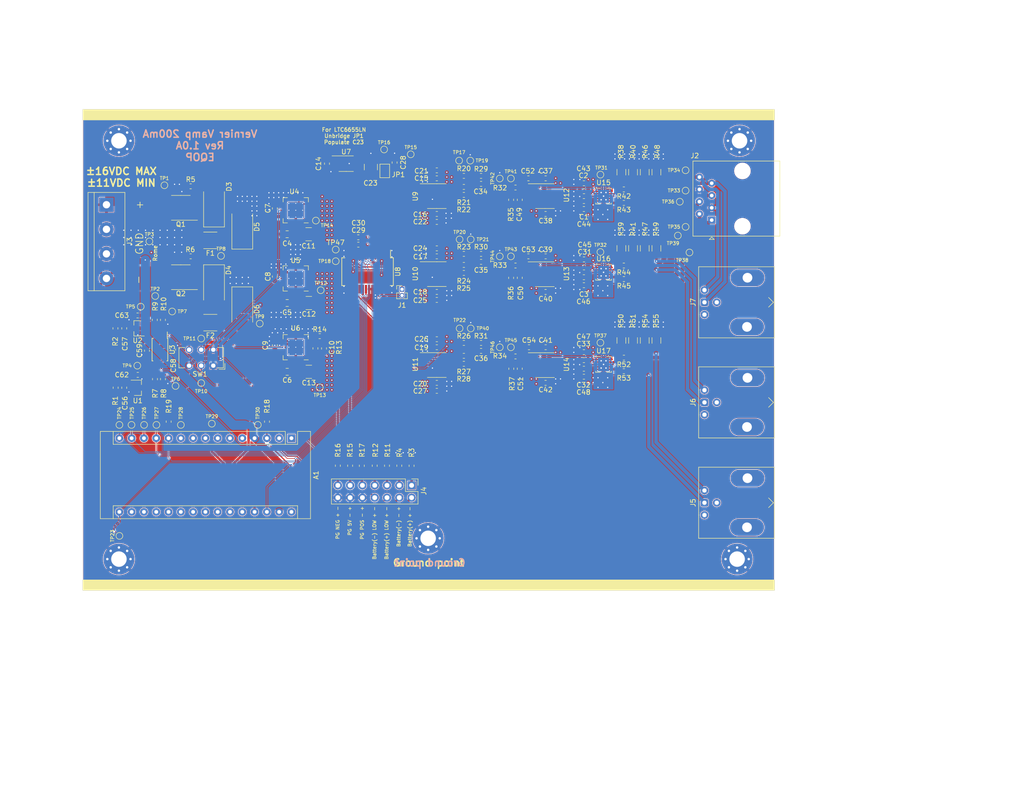
<source format=kicad_pcb>
(kicad_pcb (version 20171130) (host pcbnew "(5.1.5)-2")
  (layers (0 F.Cu signal) (1 GND.Cu power) (2 PWR.Cu power) (31 B.Cu signal) (34 B.Paste user) (35 F.Paste user) (36 B.SilkS user) (37 F.SilkS user) (38 B.Mask user) (39 F.Mask user) (44 Edge.Cuts user))
  (net 0 "")
  (net 1 /DAC/CLK)
  (net 2 /DAC/SDI)
  (net 3 "Net-(A1-Pad30)")
  (net 4 /DAC/SDO)
  (net 5 GNDD)
  (net 6 /DAC/~CS)
  (net 7 /DAC/~RS)
  (net 8 /DAC/~LDAC)
  (net 9 /DAC/MSB)
  (net 10 "Net-(A1-Pad26)")
  (net 11 "Net-(A1-Pad10)")
  (net 12 "Net-(A1-Pad25)")
  (net 13 "Net-(A1-Pad9)")
  (net 14 "Net-(A1-Pad24)")
  (net 15 "Net-(A1-Pad8)")
  (net 16 "Net-(A1-Pad23)")
  (net 17 "Net-(A1-Pad7)")
  (net 18 "Net-(A1-Pad22)")
  (net 19 "Net-(A1-Pad6)")
  (net 20 "Net-(A1-Pad21)")
  (net 21 "Net-(A1-Pad5)")
  (net 22 "Net-(A1-Pad20)")
  (net 23 "Net-(A1-Pad19)")
  (net 24 "Net-(A1-Pad18)")
  (net 25 "Net-(A1-Pad2)")
  (net 26 "Net-(A1-Pad17)")
  (net 27 "Net-(A1-Pad1)")
  (net 28 GND)
  (net 29 "Net-(C7-Pad1)")
  (net 30 "Net-(C8-Pad1)")
  (net 31 "Net-(C9-Pad1)")
  (net 32 "Net-(C10-Pad2)")
  (net 33 +5V)
  (net 34 "Net-(C23-Pad1)")
  (net 35 /DAC/Vref_2.5V)
  (net 36 /Channel_Outputs/4Q_DAC_OUT_1)
  (net 37 "Net-(C34-Pad1)")
  (net 38 /Channel_Outputs/4Q_DAC_OUT_2)
  (net 39 "Net-(C35-Pad1)")
  (net 40 /Channel_Outputs/4Q_DAC_OUT_3)
  (net 41 "Net-(C36-Pad1)")
  (net 42 "Net-(C49-Pad1)")
  (net 43 "Net-(C50-Pad1)")
  (net 44 "Net-(C51-Pad1)")
  (net 45 "Net-(C52-Pad2)")
  (net 46 "Net-(C52-Pad1)")
  (net 47 "Net-(C53-Pad2)")
  (net 48 "Net-(C53-Pad1)")
  (net 49 "Net-(C54-Pad2)")
  (net 50 "Net-(C54-Pad1)")
  (net 51 /Power/+5V_c_ref)
  (net 52 /Power/-5V_c_ref)
  (net 53 +BATT)
  (net 54 -BATT)
  (net 55 "Net-(D3-Pad2)")
  (net 56 "Net-(D3-Pad1)")
  (net 57 "Net-(D4-Pad2)")
  (net 58 "Net-(D4-Pad1)")
  (net 59 /DAC/Rrb_D)
  (net 60 /DAC/Iout_D)
  (net 61 /Channel_Outputs/Coil_Iout_R3)
  (net 62 /Channel_Outputs/Coil_Iout_3)
  (net 63 /Channel_Outputs/Coil_Iout_R2)
  (net 64 /Channel_Outputs/Coil_Iout_2)
  (net 65 /Channel_Outputs/Coil_Iout_R1)
  (net 66 /Channel_Outputs/Coil_Iout_1)
  (net 67 +5VD)
  (net 68 "Net-(R7-Pad2)")
  (net 69 "Net-(R10-Pad1)")
  (net 70 "Net-(R21-Pad1)")
  (net 71 "Net-(R24-Pad1)")
  (net 72 "Net-(R27-Pad1)")
  (net 73 "Net-(R42-Pad2)")
  (net 74 "Net-(R43-Pad2)")
  (net 75 "Net-(R44-Pad2)")
  (net 76 "Net-(R45-Pad2)")
  (net 77 "Net-(R52-Pad2)")
  (net 78 "Net-(R53-Pad2)")
  (net 79 /Power/-EN)
  (net 80 /Power/+EN)
  (net 81 "Net-(U4-Pad8)")
  (net 82 "Net-(U4-Pad4)")
  (net 83 "Net-(U5-Pad12)")
  (net 84 "Net-(U5-Pad10)")
  (net 85 "Net-(U5-Pad9)")
  (net 86 "Net-(U5-Pad5)")
  (net 87 "Net-(U5-Pad4)")
  (net 88 "Net-(U11-Pad2)")
  (net 89 "Net-(U10-Pad2)")
  (net 90 "Net-(U8-Pad2)")
  (net 91 /Power/LED6_P)
  (net 92 /Power/LED5_P)
  (net 93 /Power/LED4_N)
  (net 94 /Power/LED4_P)
  (net 95 /Power/LED3_N)
  (net 96 /Power/LED3_P)
  (net 97 /Power/LED2_P)
  (net 98 /Power/LED1_N)
  (net 99 "Net-(U12-Pad6)")
  (net 100 "Net-(U13-Pad6)")
  (net 101 "Net-(U14-Pad6)")
  (net 102 /Power/-12VDC_bat)
  (net 103 /Power/+12VDC_bat)
  (net 104 "Net-(U4-Pad10)")
  (net 105 "Net-(U4-Pad6)")
  (net 106 -8V)
  (net 107 +8V)
  (net 108 /Power/LED7_N)
  (module TestPoint:TestPoint_Pad_D1.0mm (layer F.Cu) (at 95.8 76.75)
    (fp_text reference TP47 (at 0 -1.448) (layer F.SilkS))
    (fp_text value TestPoint_Probe)
    (pad 1 smd circle (at 0 0) (size 1 1) (layers F.Cu F.Mask) (net 28 GND))
  )
  (module TestPoint:TestPoint_Pad_D1.0mm (layer F.Cu) (at 129.7 96.95)
    (fp_text reference TP46 (at -1.5 0 90) (layer F.SilkS) (effects (font (size 0.7 0.7) (thickness 0.127))))
    (fp_text value TestPoint_Probe)
    (pad 1 smd circle (at 0 0) (size 1 1) (layers F.Cu F.Mask) (net 28 GND))
  )
  (module TestPoint:TestPoint_Pad_D1.0mm (layer F.Cu) (at 132 96.95)
    (fp_text reference TP45 (at 0 -1.448) (layer F.SilkS) (effects (font (size 0.7 0.7) (thickness 0.127))))
    (fp_text value TestPoint_Probe)
    (pad 1 smd circle (at 0 0) (size 1 1) (layers F.Cu F.Mask) (net 40 /Channel_Outputs/4Q_DAC_OUT_3))
  )
  (module TestPoint:TestPoint_Pad_D1.0mm (layer F.Cu) (at 129.7 78.15)
    (fp_text reference TP44 (at -1.5 0 90) (layer F.SilkS) (effects (font (size 0.7 0.7) (thickness 0.127))))
    (fp_text value TestPoint_Probe)
    (pad 1 smd circle (at 0 0) (size 1 1) (layers F.Cu F.Mask) (net 28 GND))
  )
  (module TestPoint:TestPoint_Pad_D1.0mm (layer F.Cu) (at 132 78.15)
    (fp_text reference TP43 (at 0 -1.448) (layer F.SilkS) (effects (font (size 0.7 0.7) (thickness 0.127))))
    (fp_text value TestPoint_Probe)
    (pad 1 smd circle (at 0 0) (size 1 1) (layers F.Cu F.Mask) (net 38 /Channel_Outputs/4Q_DAC_OUT_2))
  )
  (module TestPoint:TestPoint_Pad_D1.0mm (layer F.Cu) (at 129.7 62.05)
    (fp_text reference TP42 (at -1.5 0 90) (layer F.SilkS) (effects (font (size 0.7 0.7) (thickness 0.127))))
    (fp_text value TestPoint_Probe)
    (pad 1 smd circle (at 0 0) (size 1 1) (layers F.Cu F.Mask) (net 28 GND))
  )
  (module TestPoint:TestPoint_Pad_D1.0mm (layer F.Cu) (at 132 62.05)
    (fp_text reference TP41 (at 0 -1.448) (layer F.SilkS) (effects (font (size 0.7 0.7) (thickness 0.127))))
    (fp_text value TestPoint_Probe)
    (pad 1 smd circle (at 0 0) (size 1 1) (layers F.Cu F.Mask) (net 36 /Channel_Outputs/4Q_DAC_OUT_1))
  )
  (module TestPoint:TestPoint_Pad_D1.0mm (layer F.Cu) (at 123.7 93.05)
    (fp_text reference TP40 (at 2.5 0) (layer F.SilkS) (effects (font (size 0.7 0.7) (thickness 0.127))))
    (fp_text value TestPoint_Probe)
    (pad 1 smd circle (at 0 0) (size 1 1) (layers F.Cu F.Mask) (net 28 GND))
  )
  (module TestPoint:TestPoint_Pad_D1.0mm (layer F.Cu) (at 166.5 73.85)
    (fp_text reference TP39 (at -1 1.6) (layer F.SilkS) (effects (font (size 0.7 0.7) (thickness 0.127))))
    (fp_text value TestPoint_Probe)
    (pad 1 smd circle (at 0 0) (size 1 1) (layers F.Cu F.Mask) (net 61 /Channel_Outputs/Coil_Iout_R3))
  )
  (module TestPoint:TestPoint_Pad_D1.0mm (layer F.Cu) (at 168.9 77.35)
    (fp_text reference TP38 (at -1.5 1.6) (layer F.SilkS) (effects (font (size 0.7 0.7) (thickness 0.127))))
    (fp_text value TestPoint_Probe)
    (pad 1 smd circle (at 0 0) (size 1 1) (layers F.Cu F.Mask) (net 62 /Channel_Outputs/Coil_Iout_3))
  )
  (module TestPoint:TestPoint_Pad_D1.0mm (layer F.Cu) (at 150.5 96)
    (fp_text reference TP37 (at 0 -1.448) (layer F.SilkS) (effects (font (size 0.7 0.7) (thickness 0.127))))
    (fp_text value TestPoint_Probe)
    (pad 1 smd circle (at 0 0) (size 1 1) (layers F.Cu F.Mask) (net 50 "Net-(C54-Pad1)"))
  )
  (module TestPoint:TestPoint_Pad_D1.0mm (layer F.Cu) (at 166.9 66.85)
    (fp_text reference TP36 (at -2.4 0) (layer F.SilkS) (effects (font (size 0.7 0.7) (thickness 0.127))))
    (fp_text value TestPoint_Probe)
    (pad 1 smd circle (at 0 0) (size 1 1) (layers F.Cu F.Mask) (net 63 /Channel_Outputs/Coil_Iout_R2))
  )
  (module TestPoint:TestPoint_Pad_D1.0mm (layer F.Cu) (at 168.1 72.05)
    (fp_text reference TP35 (at -2.4 0) (layer F.SilkS) (effects (font (size 0.7 0.7) (thickness 0.127))))
    (fp_text value TestPoint_Probe)
    (pad 1 smd circle (at 0 0) (size 1 1) (layers F.Cu F.Mask) (net 64 /Channel_Outputs/Coil_Iout_2))
  )
  (module TestPoint:TestPoint_Pad_D1.0mm (layer F.Cu) (at 168.1 60.35)
    (fp_text reference TP34 (at -2.4 0) (layer F.SilkS) (effects (font (size 0.7 0.7) (thickness 0.127))))
    (fp_text value TestPoint_Probe)
    (pad 1 smd circle (at 0 0) (size 1 1) (layers F.Cu F.Mask) (net 65 /Channel_Outputs/Coil_Iout_R1))
  )
  (module TestPoint:TestPoint_Pad_D1.0mm (layer F.Cu) (at 168.1 64.55)
    (fp_text reference TP33 (at -2.4 0) (layer F.SilkS) (effects (font (size 0.7 0.7) (thickness 0.127))))
    (fp_text value TestPoint_Probe)
    (pad 1 smd circle (at 0 0) (size 1 1) (layers F.Cu F.Mask) (net 66 /Channel_Outputs/Coil_Iout_1))
  )
  (module TestPoint:TestPoint_Pad_D1.0mm (layer F.Cu) (at 150.5 77.25)
    (fp_text reference TP32 (at 0 -1.448) (layer F.SilkS) (effects (font (size 0.7 0.7) (thickness 0.127))))
    (fp_text value TestPoint_Probe)
    (pad 1 smd circle (at 0 0) (size 1 1) (layers F.Cu F.Mask) (net 48 "Net-(C53-Pad1)"))
  )
  (module TestPoint:TestPoint_Pad_D1.0mm (layer F.Cu) (at 150.5 61.25)
    (fp_text reference TP31 (at 0.2 -1.41) (layer F.SilkS) (effects (font (size 0.7 0.7) (thickness 0.127))))
    (fp_text value TestPoint_Probe)
    (pad 1 smd circle (at 0 0) (size 1 1) (layers F.Cu F.Mask) (net 46 "Net-(C52-Pad1)"))
  )
  (module TestPoint:TestPoint_Pad_D1.0mm (layer F.Cu) (at 79.7 113 90)
    (fp_text reference TP30 (at 2.45 0 90) (layer F.SilkS) (effects (font (size 0.7 0.7) (thickness 0.127))))
    (fp_text value TestPoint_Probe)
    (pad 1 smd circle (at 0 0 90) (size 1 1) (layers F.Cu F.Mask) (net 7 /DAC/~RS))
  )
  (module TestPoint:TestPoint_Pad_D1.0mm (layer F.Cu) (at 70.2 112.75 90)
    (fp_text reference TP29 (at 1.5 0 180) (layer F.SilkS) (effects (font (size 0.7 0.7) (thickness 0.127))))
    (fp_text value TestPoint_Probe)
    (pad 1 smd circle (at 0 0 90) (size 1 1) (layers F.Cu F.Mask) (net 67 +5VD))
  )
  (module TestPoint:TestPoint_Pad_D1.0mm (layer F.Cu) (at 63.8 113 270)
    (fp_text reference TP28 (at -2.45 0 90) (layer F.SilkS) (effects (font (size 0.7 0.7) (thickness 0.127))))
    (fp_text value TestPoint_Probe)
    (pad 1 smd circle (at 0 0 270) (size 1 1) (layers F.Cu F.Mask) (net 9 /DAC/MSB))
  )
  (module TestPoint:TestPoint_Pad_D1.0mm (layer F.Cu) (at 58.75 113 90)
    (fp_text reference TP27 (at 2.45 0.05 270) (layer F.SilkS) (effects (font (size 0.7 0.7) (thickness 0.127))))
    (fp_text value TestPoint_Probe)
    (pad 1 smd circle (at 0 0 90) (size 1 1) (layers F.Cu F.Mask) (net 8 /DAC/~LDAC))
  )
  (module TestPoint:TestPoint_Pad_D1.0mm (layer F.Cu) (at 56.2 113 90)
    (fp_text reference TP26 (at 2.45 0 270) (layer F.SilkS) (effects (font (size 0.7 0.7) (thickness 0.127))))
    (fp_text value TestPoint_Probe)
    (pad 1 smd circle (at 0 0 90) (size 1 1) (layers F.Cu F.Mask) (net 6 /DAC/~CS))
  )
  (module TestPoint:TestPoint_Pad_D1.0mm (layer F.Cu) (at 53.6 113 90)
    (fp_text reference TP25 (at 2.45 0.1 90) (layer F.SilkS) (effects (font (size 0.7 0.7) (thickness 0.127))))
    (fp_text value TestPoint_Probe)
    (pad 1 smd circle (at 0 0 90) (size 1 1) (layers F.Cu F.Mask) (net 4 /DAC/SDO))
  )
  (module TestPoint:TestPoint_Pad_D1.0mm (layer F.Cu) (at 51.1 113 90)
    (fp_text reference TP24 (at 2.45 0 90) (layer F.SilkS) (effects (font (size 0.7 0.7) (thickness 0.127))))
    (fp_text value TestPoint_Probe)
    (pad 1 smd circle (at 0 0 90) (size 1 1) (layers F.Cu F.Mask) (net 2 /DAC/SDI))
  )
  (module TestPoint:TestPoint_Pad_D1.0mm (layer F.Cu) (at 51.1 135.95 90)
    (fp_text reference TP23 (at 0 -1.448 90) (layer F.SilkS) (effects (font (size 0.7 0.7) (thickness 0.127))))
    (fp_text value TestPoint_Probe)
    (pad 1 smd circle (at 0 0 90) (size 1 1) (layers F.Cu F.Mask) (net 1 /DAC/CLK))
  )
  (module TestPoint:TestPoint_Pad_D1.0mm (layer F.Cu) (at 121.4 93.05)
    (fp_text reference TP22 (at 0 -1.7) (layer F.SilkS) (effects (font (size 0.7 0.7) (thickness 0.127))))
    (fp_text value TestPoint_Probe)
    (pad 1 smd circle (at 0 0) (size 1 1) (layers F.Cu F.Mask) (net 35 /DAC/Vref_2.5V))
  )
  (module TestPoint:TestPoint_Pad_D1.0mm (layer F.Cu) (at 123.7 74.65)
    (fp_text reference TP21 (at 2.5 0) (layer F.SilkS) (effects (font (size 0.7 0.7) (thickness 0.127))))
    (fp_text value TestPoint_Probe)
    (pad 1 smd circle (at 0 0) (size 1 1) (layers F.Cu F.Mask) (net 28 GND))
  )
  (module TestPoint:TestPoint_Pad_D1.0mm (layer F.Cu) (at 121.4 74.65)
    (fp_text reference TP20 (at 0 -1.5) (layer F.SilkS) (effects (font (size 0.7 0.7) (thickness 0.127))))
    (fp_text value TestPoint_Probe)
    (pad 1 smd circle (at 0 0) (size 1 1) (layers F.Cu F.Mask) (net 35 /DAC/Vref_2.5V))
  )
  (module TestPoint:TestPoint_Pad_D1.0mm (layer F.Cu) (at 123.6 58.35)
    (fp_text reference TP19 (at 2.4 0) (layer F.SilkS) (effects (font (size 0.7 0.7) (thickness 0.127))))
    (fp_text value TestPoint_Probe)
    (pad 1 smd circle (at 0 0) (size 1 1) (layers F.Cu F.Mask) (net 28 GND))
  )
  (module TestPoint:TestPoint_Pad_D1.0mm (layer F.Cu) (at 95.8 79.15)
    (fp_text reference TP18 (at -2.3 0) (layer F.SilkS) (effects (font (size 0.7 0.7) (thickness 0.127))))
    (fp_text value TestPoint_Probe)
    (pad 1 smd circle (at 0 0) (size 1 1) (layers F.Cu F.Mask) (net 35 /DAC/Vref_2.5V))
  )
  (module TestPoint:TestPoint_Pad_D1.0mm (layer F.Cu) (at 121.3 58.35)
    (fp_text reference TP17 (at 0 -1.7) (layer F.SilkS) (effects (font (size 0.7 0.7) (thickness 0.127))))
    (fp_text value TestPoint_Probe)
    (pad 1 smd circle (at 0 0) (size 1 1) (layers F.Cu F.Mask) (net 35 /DAC/Vref_2.5V))
  )
  (module TestPoint:TestPoint_Pad_D1.0mm (layer F.Cu) (at 105.8 56.05)
    (fp_text reference TP16 (at 0 -1.448) (layer F.SilkS) (effects (font (size 0.7 0.7) (thickness 0.127))))
    (fp_text value TestPoint_Probe)
    (pad 1 smd circle (at 0 0) (size 1 1) (layers F.Cu F.Mask) (net 28 GND))
  )
  (module TestPoint:TestPoint_Pad_D1.0mm (layer F.Cu) (at 111.3 57.05)
    (fp_text reference TP15 (at 0 -1.448) (layer F.SilkS) (effects (font (size 0.7 0.7) (thickness 0.127))))
    (fp_text value TestPoint_Probe)
    (pad 1 smd circle (at 0 0) (size 1 1) (layers F.Cu F.Mask) (net 35 /DAC/Vref_2.5V))
  )
  (module TestPoint:TestPoint_Pad_D1.0mm (layer F.Cu) (at 91.7 70.75)
    (fp_text reference TP14 (at 2.3 1) (layer F.SilkS) (effects (font (size 0.7 0.7) (thickness 0.127))))
    (fp_text value TestPoint_Probe)
    (pad 1 smd circle (at 0 0) (size 1 1) (layers F.Cu F.Mask) (net 107 +8V))
  )
  (module TestPoint:TestPoint_Pad_D1.0mm (layer F.Cu) (at 92.5 105.25)
    (fp_text reference TP13 (at 0 1.6) (layer F.SilkS) (effects (font (size 0.7 0.7) (thickness 0.127))))
    (fp_text value TestPoint_Probe)
    (pad 1 smd circle (at 0 0) (size 1 1) (layers F.Cu F.Mask) (net 106 -8V))
  )
  (module TestPoint:TestPoint_Pad_D1.0mm (layer F.Cu) (at 92.7 85.15)
    (fp_text reference TP12 (at 0 -1.448) (layer F.SilkS) (effects (font (size 0.7 0.7) (thickness 0.127))))
    (fp_text value TestPoint_Probe)
    (pad 1 smd circle (at 0 0) (size 1 1) (layers F.Cu F.Mask) (net 33 +5V))
  )
  (module TestPoint:TestPoint_Pad_D1.0mm (layer F.Cu) (at 68 95.15)
    (fp_text reference TP11 (at -2.4 0) (layer F.SilkS) (effects (font (size 0.7 0.7) (thickness 0.127))))
    (fp_text value TestPoint_Probe)
    (pad 1 smd circle (at 0 0) (size 1 1) (layers F.Cu F.Mask) (net 79 /Power/-EN))
  )
  (module TestPoint:TestPoint_Pad_D1.0mm (layer F.Cu) (at 68 104.35)
    (fp_text reference TP10 (at 0 1.7) (layer F.SilkS) (effects (font (size 0.7 0.7) (thickness 0.127))))
    (fp_text value TestPoint_Probe)
    (pad 1 smd circle (at 0 0) (size 1 1) (layers F.Cu F.Mask) (net 80 /Power/+EN))
  )
  (module TestPoint:TestPoint_Pad_D1.0mm (layer F.Cu) (at 80.1 92.05)
    (fp_text reference TP9 (at 0 -1.448) (layer F.SilkS) (effects (font (size 0.7 0.7) (thickness 0.127))))
    (fp_text value TestPoint_Probe)
    (pad 1 smd circle (at 0 0) (size 1 1) (layers F.Cu F.Mask) (net 102 /Power/-12VDC_bat))
  )
  (module TestPoint:TestPoint_Pad_D1.0mm (layer F.Cu) (at 72.1 78.05)
    (fp_text reference TP8 (at 0 -1.448) (layer F.SilkS) (effects (font (size 0.7 0.7) (thickness 0.127))))
    (fp_text value TestPoint_Probe)
    (pad 1 smd circle (at 0 0) (size 1 1) (layers F.Cu F.Mask) (net 103 /Power/+12VDC_bat))
  )
  (module TestPoint:TestPoint_Pad_D1.0mm (layer F.Cu) (at 62 89.55)
    (fp_text reference TP7 (at 2.1 0) (layer F.SilkS) (effects (font (size 0.7 0.7) (thickness 0.127))))
    (fp_text value TestPoint_Probe)
    (pad 1 smd circle (at 0 0) (size 1 1) (layers F.Cu F.Mask) (net 69 "Net-(R10-Pad1)"))
  )
  (module TestPoint:TestPoint_Pad_D1.0mm (layer F.Cu) (at 62.7 104.95)
    (fp_text reference TP6 (at 0 -1.448) (layer F.SilkS) (effects (font (size 0.7 0.7) (thickness 0.127))))
    (fp_text value TestPoint_Probe)
    (pad 1 smd circle (at 0 0) (size 1 1) (layers F.Cu F.Mask) (net 68 "Net-(R7-Pad2)"))
  )
  (module TestPoint:TestPoint_Pad_D1.0mm (layer F.Cu) (at 55.5 88.55)
    (fp_text reference TP5 (at -2.1 0) (layer F.SilkS) (effects (font (size 0.7 0.7) (thickness 0.127))))
    (fp_text value TestPoint_Probe)
    (pad 1 smd circle (at 0 0) (size 1 1) (layers F.Cu F.Mask) (net 52 /Power/-5V_c_ref))
  )
  (module TestPoint:TestPoint_Pad_D1.0mm (layer F.Cu) (at 54.8 100.75)
    (fp_text reference TP4 (at -2.1 0) (layer F.SilkS) (effects (font (size 0.7 0.7) (thickness 0.127))))
    (fp_text value TestPoint_Probe)
    (pad 1 smd circle (at 0 0) (size 1 1) (layers F.Cu F.Mask) (net 51 /Power/+5V_c_ref))
  )
  (module TestPoint:TestPoint_Pad_D1.0mm (layer F.Cu) (at 57.3 75.05)
    (fp_text reference TP3 (at 0 -1.448) (layer F.SilkS) (effects (font (size 0.7 0.7) (thickness 0.127))))
    (fp_text value TestPoint_Probe)
    (pad 1 smd circle (at 0 0) (size 1 1) (layers F.Cu F.Mask) (net 28 GND))
  )
  (module TestPoint:TestPoint_Pad_D1.0mm (layer F.Cu) (at 58.5 86.35)
    (fp_text reference TP2 (at 0 -1.448) (layer F.SilkS) (effects (font (size 0.7 0.7) (thickness 0.127))))
    (fp_text value TestPoint_Probe)
    (pad 1 smd circle (at 0 0) (size 1 1) (layers F.Cu F.Mask) (net 54 -BATT))
  )
  (module TestPoint:TestPoint_Pad_D1.0mm (layer F.Cu) (at 60.4 63.45)
    (fp_text reference TP1 (at 0 -1.448) (layer F.SilkS) (effects (font (size 0.7 0.7) (thickness 0.127))))
    (fp_text value TestPoint_Probe)
    (pad 1 smd circle (at 0 0) (size 1 1) (layers F.Cu F.Mask) (net 53 +BATT))
  )
  (module Connector_RJ:RJ45_Amphenol_54602-x08_Horizontal (layer F.Cu) (at 173.5 70.65 90)
    (fp_text reference J2 (at 13.3 -3.5 180) (layer F.SilkS))
    (fp_text value RJ45)
    (pad 8 thru_hole circle (at 8.89 -2.54 90) (size 1.5 1.5) (drill 0.76) (layers *.Cu *.Mask) (net 65 /Channel_Outputs/Coil_Iout_R1))
    (pad 7 thru_hole circle (at 7.62 0 90) (size 1.5 1.5) (drill 0.76) (layers *.Cu *.Mask) (net 66 /Channel_Outputs/Coil_Iout_1))
    (pad 6 thru_hole circle (at 6.35 -2.54 90) (size 1.5 1.5) (drill 0.76) (layers *.Cu *.Mask) (net 28 GND))
    (pad 5 thru_hole circle (at 5.08 0 90) (size 1.5 1.5) (drill 0.76) (layers *.Cu *.Mask) (net 63 /Channel_Outputs/Coil_Iout_R2))
    (pad 4 thru_hole circle (at 3.81 -2.54 90) (size 1.5 1.5) (drill 0.76) (layers *.Cu *.Mask) (net 64 /Channel_Outputs/Coil_Iout_2))
    (pad 3 thru_hole circle (at 2.54 0 90) (size 1.5 1.5) (drill 0.76) (layers *.Cu *.Mask) (net 28 GND))
    (pad 2 thru_hole circle (at 1.27 -2.54 90) (size 1.5 1.5) (drill 0.76) (layers *.Cu *.Mask) (net 61 /Channel_Outputs/Coil_Iout_R3))
    (pad 1 thru_hole rect (at 0 0 90) (size 1.5 1.5) (drill 0.76) (layers *.Cu *.Mask) (net 62 /Channel_Outputs/Coil_Iout_3))
    (pad "" np_thru_hole circle (at -1.27 6.35 90) (size 3.2 3.2) (drill 3.2) (layers *.Cu *.Mask))
    (pad "" np_thru_hole circle (at 10.16 6.35 90) (size 3.2 3.2) (drill 3.2) (layers *.Cu *.Mask))
  )
  (module Package_SON:Texas_S-PVSON-N10_ThermalVias (layer F.Cu) (at 151.149 100.496)
    (fp_text reference U17 (at 0 -2.8) (layer F.SilkS))
    (fp_text value OPA1622)
    (pad 11 smd rect (at 0 0) (size 2.3 2.8) (layers B.Cu) (net 106 -8V))
    (pad 11 thru_hole circle (at -0.5 0.75) (size 0.6 0.6) (drill 0.3) (layers *.Cu *.Mask) (net 106 -8V))
    (pad 11 thru_hole circle (at -0.5 -0.75) (size 0.6 0.6) (drill 0.3) (layers *.Cu *.Mask) (net 106 -8V))
    (pad 11 thru_hole circle (at 0.5 -0.75) (size 0.6 0.6) (drill 0.3) (layers *.Cu *.Mask) (net 106 -8V))
    (pad 11 thru_hole circle (at 0 0) (size 0.6 0.6) (drill 0.3) (layers *.Cu *.Mask) (net 106 -8V))
    (pad 11 thru_hole circle (at 0.5 0.75) (size 0.6 0.6) (drill 0.3) (layers *.Cu *.Mask) (net 106 -8V))
    (pad 10 smd oval (at 1.475 -1) (size 0.85 0.28) (layers F.Cu F.Paste F.Mask) (net 61 /Channel_Outputs/Coil_Iout_R3))
    (pad 9 smd oval (at 1.475 -0.5) (size 0.85 0.28) (layers F.Cu F.Paste F.Mask) (net 77 "Net-(R52-Pad2)"))
    (pad 8 smd oval (at 1.475 0) (size 0.85 0.28) (layers F.Cu F.Paste F.Mask) (net 107 +8V))
    (pad 7 smd rect (at 1.76 0.5) (size 0.28 0.28) (layers F.Cu F.Paste F.Mask) (net 78 "Net-(R53-Pad2)"))
    (pad 6 smd rect (at 1.76 1) (size 0.28 0.28) (layers F.Cu F.Paste F.Mask) (net 78 "Net-(R53-Pad2)"))
    (pad 5 smd oval (at -1.475 1) (size 0.85 0.28) (layers F.Cu F.Paste F.Mask) (net 77 "Net-(R52-Pad2)"))
    (pad 4 smd rect (at -1.76 0.5) (size 0.28 0.28) (layers F.Cu F.Paste F.Mask) (net 106 -8V))
    (pad 3 smd oval (at -1.475 0) (size 0.85 0.28) (layers F.Cu F.Paste F.Mask) (net 28 GND))
    (pad 2 smd rect (at -1.76 -0.5) (size 0.28 0.28) (layers F.Cu F.Paste F.Mask) (net 107 +8V))
    (pad 1 smd rect (at -1.76 -1) (size 0.28 0.28) (layers F.Cu F.Paste F.Mask) (net 50 "Net-(C54-Pad1)"))
    (pad 11 smd rect (at 0 0) (size 1.65 2.4) (layers F.Cu F.Mask) (net 106 -8V))
    (pad 11 smd rect (at 0.45 0.635) (size 0.68 1.05) (layers F.Cu F.Paste F.Mask) (net 106 -8V))
    (pad 11 smd rect (at -0.45 0.635) (size 0.68 1.05) (layers F.Cu F.Paste F.Mask) (net 106 -8V))
    (pad 11 smd rect (at 0.45 -0.635) (size 0.68 1.05) (layers F.Cu F.Paste F.Mask) (net 106 -8V))
    (pad 11 smd rect (at 0.25 1.63) (size 0.26 0.5) (layers F.Cu F.Paste F.Mask) (net 106 -8V))
    (pad 11 smd rect (at -0.25 1.63) (size 0.26 0.5) (layers F.Cu F.Paste F.Mask) (net 106 -8V))
    (pad 11 smd rect (at 0.25 -1.63) (size 0.26 0.5) (layers F.Cu F.Paste F.Mask) (net 106 -8V))
    (pad 11 smd rect (at 0.25 1.55) (size 0.28 0.7) (layers F.Cu F.Mask) (net 106 -8V))
    (pad 11 smd rect (at -0.25 1.55) (size 0.28 0.7) (layers F.Cu F.Mask) (net 106 -8V))
    (pad 11 smd rect (at 0.25 -1.55) (size 0.28 0.7) (layers F.Cu F.Mask) (net 106 -8V))
    (pad 11 smd rect (at -0.25 -1.63) (size 0.26 0.5) (layers F.Cu F.Paste F.Mask) (net 106 -8V))
    (pad 11 smd rect (at -0.25 -1.55) (size 0.28 0.7) (layers F.Cu F.Mask) (net 106 -8V))
    (pad 11 smd rect (at -0.45 -0.635) (size 0.68 1.05) (layers F.Cu F.Paste F.Mask) (net 106 -8V))
    (pad 10 smd rect (at 1.76 -1) (size 0.28 0.28) (layers F.Cu F.Paste F.Mask) (net 61 /Channel_Outputs/Coil_Iout_R3))
    (pad 9 smd rect (at 1.76 -0.5) (size 0.28 0.28) (layers F.Cu F.Paste F.Mask) (net 77 "Net-(R52-Pad2)"))
    (pad 8 smd rect (at 1.76 0) (size 0.28 0.28) (layers F.Cu F.Paste F.Mask) (net 107 +8V))
    (pad 7 smd oval (at 1.475 0.5) (size 0.85 0.28) (layers F.Cu F.Paste F.Mask) (net 78 "Net-(R53-Pad2)"))
    (pad 6 smd oval (at 1.475 1) (size 0.85 0.28) (layers F.Cu F.Paste F.Mask) (net 78 "Net-(R53-Pad2)"))
    (pad 5 smd rect (at -1.76 1) (size 0.28 0.28) (layers F.Cu F.Paste F.Mask) (net 77 "Net-(R52-Pad2)"))
    (pad 4 smd oval (at -1.475 0.5) (size 0.85 0.28) (layers F.Cu F.Paste F.Mask) (net 106 -8V))
    (pad 3 smd rect (at -1.76 0) (size 0.28 0.28) (layers F.Cu F.Paste F.Mask) (net 28 GND))
    (pad 2 smd oval (at -1.475 -0.5) (size 0.85 0.28) (layers F.Cu F.Paste F.Mask) (net 107 +8V))
    (pad 1 smd oval (at -1.475 -1) (size 0.85 0.28) (layers F.Cu F.Paste F.Mask) (net 50 "Net-(C54-Pad1)"))
  )
  (module Package_SON:Texas_S-PVSON-N10_ThermalVias (layer F.Cu) (at 151.149 81.446)
    (fp_text reference U16 (at 0 -2.8) (layer F.SilkS))
    (fp_text value OPA1622)
    (pad 11 smd rect (at 0 0) (size 2.3 2.8) (layers B.Cu) (net 106 -8V))
    (pad 11 thru_hole circle (at -0.5 0.75) (size 0.6 0.6) (drill 0.3) (layers *.Cu *.Mask) (net 106 -8V))
    (pad 11 thru_hole circle (at -0.5 -0.75) (size 0.6 0.6) (drill 0.3) (layers *.Cu *.Mask) (net 106 -8V))
    (pad 11 thru_hole circle (at 0.5 -0.75) (size 0.6 0.6) (drill 0.3) (layers *.Cu *.Mask) (net 106 -8V))
    (pad 11 thru_hole circle (at 0 0) (size 0.6 0.6) (drill 0.3) (layers *.Cu *.Mask) (net 106 -8V))
    (pad 11 thru_hole circle (at 0.5 0.75) (size 0.6 0.6) (drill 0.3) (layers *.Cu *.Mask) (net 106 -8V))
    (pad 10 smd oval (at 1.475 -1) (size 0.85 0.28) (layers F.Cu F.Paste F.Mask) (net 63 /Channel_Outputs/Coil_Iout_R2))
    (pad 9 smd oval (at 1.475 -0.5) (size 0.85 0.28) (layers F.Cu F.Paste F.Mask) (net 75 "Net-(R44-Pad2)"))
    (pad 8 smd oval (at 1.475 0) (size 0.85 0.28) (layers F.Cu F.Paste F.Mask) (net 107 +8V))
    (pad 7 smd rect (at 1.76 0.5) (size 0.28 0.28) (layers F.Cu F.Paste F.Mask) (net 76 "Net-(R45-Pad2)"))
    (pad 6 smd rect (at 1.76 1) (size 0.28 0.28) (layers F.Cu F.Paste F.Mask) (net 76 "Net-(R45-Pad2)"))
    (pad 5 smd oval (at -1.475 1) (size 0.85 0.28) (layers F.Cu F.Paste F.Mask) (net 75 "Net-(R44-Pad2)"))
    (pad 4 smd rect (at -1.76 0.5) (size 0.28 0.28) (layers F.Cu F.Paste F.Mask) (net 106 -8V))
    (pad 3 smd oval (at -1.475 0) (size 0.85 0.28) (layers F.Cu F.Paste F.Mask) (net 28 GND))
    (pad 2 smd rect (at -1.76 -0.5) (size 0.28 0.28) (layers F.Cu F.Paste F.Mask) (net 107 +8V))
    (pad 1 smd rect (at -1.76 -1) (size 0.28 0.28) (layers F.Cu F.Paste F.Mask) (net 48 "Net-(C53-Pad1)"))
    (pad 11 smd rect (at 0 0) (size 1.65 2.4) (layers F.Cu F.Mask) (net 106 -8V))
    (pad 11 smd rect (at 0.45 0.635) (size 0.68 1.05) (layers F.Cu F.Paste F.Mask) (net 106 -8V))
    (pad 11 smd rect (at -0.45 0.635) (size 0.68 1.05) (layers F.Cu F.Paste F.Mask) (net 106 -8V))
    (pad 11 smd rect (at 0.45 -0.635) (size 0.68 1.05) (layers F.Cu F.Paste F.Mask) (net 106 -8V))
    (pad 11 smd rect (at 0.25 1.63) (size 0.26 0.5) (layers F.Cu F.Paste F.Mask) (net 106 -8V))
    (pad 11 smd rect (at -0.25 1.63) (size 0.26 0.5) (layers F.Cu F.Paste F.Mask) (net 106 -8V))
    (pad 11 smd rect (at 0.25 -1.63) (size 0.26 0.5) (layers F.Cu F.Paste F.Mask) (net 106 -8V))
    (pad 11 smd rect (at 0.25 1.55) (size 0.28 0.7) (layers F.Cu F.Mask) (net 106 -8V))
    (pad 11 smd rect (at -0.25 1.55) (size 0.28 0.7) (layers F.Cu F.Mask) (net 106 -8V))
    (pad 11 smd rect (at 0.25 -1.55) (size 0.28 0.7) (layers F.Cu F.Mask) (net 106 -8V))
    (pad 11 smd rect (at -0.25 -1.63) (size 0.26 0.5) (layers F.Cu F.Paste F.Mask) (net 106 -8V))
    (pad 11 smd rect (at -0.25 -1.55) (size 0.28 0.7) (layers F.Cu F.Mask) (net 106 -8V))
    (pad 11 smd rect (at -0.45 -0.635) (size 0.68 1.05) (layers F.Cu F.Paste F.Mask) (net 106 -8V))
    (pad 10 smd rect (at 1.76 -1) (size 0.28 0.28) (layers F.Cu F.Paste F.Mask) (net 63 /Channel_Outputs/Coil_Iout_R2))
    (pad 9 smd rect (at 1.76 -0.5) (size 0.28 0.28) (layers F.Cu F.Paste F.Mask) (net 75 "Net-(R44-Pad2)"))
    (pad 8 smd rect (at 1.76 0) (size 0.28 0.28) (layers F.Cu F.Paste F.Mask) (net 107 +8V))
    (pad 7 smd oval (at 1.475 0.5) (size 0.85 0.28) (layers F.Cu F.Paste F.Mask) (net 76 "Net-(R45-Pad2)"))
    (pad 6 smd oval (at 1.475 1) (size 0.85 0.28) (layers F.Cu F.Paste F.Mask) (net 76 "Net-(R45-Pad2)"))
    (pad 5 smd rect (at -1.76 1) (size 0.28 0.28) (layers F.Cu F.Paste F.Mask) (net 75 "Net-(R44-Pad2)"))
    (pad 4 smd oval (at -1.475 0.5) (size 0.85 0.28) (layers F.Cu F.Paste F.Mask) (net 106 -8V))
    (pad 3 smd rect (at -1.76 0) (size 0.28 0.28) (layers F.Cu F.Paste F.Mask) (net 28 GND))
    (pad 2 smd oval (at -1.475 -0.5) (size 0.85 0.28) (layers F.Cu F.Paste F.Mask) (net 107 +8V))
    (pad 1 smd oval (at -1.475 -1) (size 0.85 0.28) (layers F.Cu F.Paste F.Mask) (net 48 "Net-(C53-Pad1)"))
  )
  (module Package_SON:Texas_S-PVSON-N10_ThermalVias (layer F.Cu) (at 151.149 65.698)
    (fp_text reference U15 (at 0 -2.8) (layer F.SilkS))
    (fp_text value OPA1622)
    (pad 11 smd rect (at 0 0) (size 2.3 2.8) (layers B.Cu) (net 106 -8V))
    (pad 11 thru_hole circle (at -0.5 0.75) (size 0.6 0.6) (drill 0.3) (layers *.Cu *.Mask) (net 106 -8V))
    (pad 11 thru_hole circle (at -0.5 -0.75) (size 0.6 0.6) (drill 0.3) (layers *.Cu *.Mask) (net 106 -8V))
    (pad 11 thru_hole circle (at 0.5 -0.75) (size 0.6 0.6) (drill 0.3) (layers *.Cu *.Mask) (net 106 -8V))
    (pad 11 thru_hole circle (at 0 0) (size 0.6 0.6) (drill 0.3) (layers *.Cu *.Mask) (net 106 -8V))
    (pad 11 thru_hole circle (at 0.5 0.75) (size 0.6 0.6) (drill 0.3) (layers *.Cu *.Mask) (net 106 -8V))
    (pad 10 smd oval (at 1.475 -1) (size 0.85 0.28) (layers F.Cu F.Paste F.Mask) (net 65 /Channel_Outputs/Coil_Iout_R1))
    (pad 9 smd oval (at 1.475 -0.5) (size 0.85 0.28) (layers F.Cu F.Paste F.Mask) (net 73 "Net-(R42-Pad2)"))
    (pad 8 smd oval (at 1.475 0) (size 0.85 0.28) (layers F.Cu F.Paste F.Mask) (net 107 +8V))
    (pad 7 smd rect (at 1.76 0.5) (size 0.28 0.28) (layers F.Cu F.Paste F.Mask) (net 74 "Net-(R43-Pad2)"))
    (pad 6 smd rect (at 1.76 1) (size 0.28 0.28) (layers F.Cu F.Paste F.Mask) (net 74 "Net-(R43-Pad2)"))
    (pad 5 smd oval (at -1.475 1) (size 0.85 0.28) (layers F.Cu F.Paste F.Mask) (net 73 "Net-(R42-Pad2)"))
    (pad 4 smd rect (at -1.76 0.5) (size 0.28 0.28) (layers F.Cu F.Paste F.Mask) (net 106 -8V))
    (pad 3 smd oval (at -1.475 0) (size 0.85 0.28) (layers F.Cu F.Paste F.Mask) (net 28 GND))
    (pad 2 smd rect (at -1.76 -0.5) (size 0.28 0.28) (layers F.Cu F.Paste F.Mask) (net 107 +8V))
    (pad 1 smd rect (at -1.76 -1) (size 0.28 0.28) (layers F.Cu F.Paste F.Mask) (net 46 "Net-(C52-Pad1)"))
    (pad 11 smd rect (at 0 0) (size 1.65 2.4) (layers F.Cu F.Mask) (net 106 -8V))
    (pad 11 smd rect (at 0.45 0.635) (size 0.68 1.05) (layers F.Cu F.Paste F.Mask) (net 106 -8V))
    (pad 11 smd rect (at -0.45 0.635) (size 0.68 1.05) (layers F.Cu F.Paste F.Mask) (net 106 -8V))
    (pad 11 smd rect (at 0.45 -0.635) (size 0.68 1.05) (layers F.Cu F.Paste F.Mask) (net 106 -8V))
    (pad 11 smd rect (at 0.25 1.63) (size 0.26 0.5) (layers F.Cu F.Paste F.Mask) (net 106 -8V))
    (pad 11 smd rect (at -0.25 1.63) (size 0.26 0.5) (layers F.Cu F.Paste F.Mask) (net 106 -8V))
    (pad 11 smd rect (at 0.25 -1.63) (size 0.26 0.5) (layers F.Cu F.Paste F.Mask) (net 106 -8V))
    (pad 11 smd rect (at 0.25 1.55) (size 0.28 0.7) (layers F.Cu F.Mask) (net 106 -8V))
    (pad 11 smd rect (at -0.25 1.55) (size 0.28 0.7) (layers F.Cu F.Mask) (net 106 -8V))
    (pad 11 smd rect (at 0.25 -1.55) (size 0.28 0.7) (layers F.Cu F.Mask) (net 106 -8V))
    (pad 11 smd rect (at -0.25 -1.63) (size 0.26 0.5) (layers F.Cu F.Paste F.Mask) (net 106 -8V))
    (pad 11 smd rect (at -0.25 -1.55) (size 0.28 0.7) (layers F.Cu F.Mask) (net 106 -8V))
    (pad 11 smd rect (at -0.45 -0.635) (size 0.68 1.05) (layers F.Cu F.Paste F.Mask) (net 106 -8V))
    (pad 10 smd rect (at 1.76 -1) (size 0.28 0.28) (layers F.Cu F.Paste F.Mask) (net 65 /Channel_Outputs/Coil_Iout_R1))
    (pad 9 smd rect (at 1.76 -0.5) (size 0.28 0.28) (layers F.Cu F.Paste F.Mask) (net 73 "Net-(R42-Pad2)"))
    (pad 8 smd rect (at 1.76 0) (size 0.28 0.28) (layers F.Cu F.Paste F.Mask) (net 107 +8V))
    (pad 7 smd oval (at 1.475 0.5) (size 0.85 0.28) (layers F.Cu F.Paste F.Mask) (net 74 "Net-(R43-Pad2)"))
    (pad 6 smd oval (at 1.475 1) (size 0.85 0.28) (layers F.Cu F.Paste F.Mask) (net 74 "Net-(R43-Pad2)"))
    (pad 5 smd rect (at -1.76 1) (size 0.28 0.28) (layers F.Cu F.Paste F.Mask) (net 73 "Net-(R42-Pad2)"))
    (pad 4 smd oval (at -1.475 0.5) (size 0.85 0.28) (layers F.Cu F.Paste F.Mask) (net 106 -8V))
    (pad 3 smd rect (at -1.76 0) (size 0.28 0.28) (layers F.Cu F.Paste F.Mask) (net 28 GND))
    (pad 2 smd oval (at -1.475 -0.5) (size 0.85 0.28) (layers F.Cu F.Paste F.Mask) (net 107 +8V))
    (pad 1 smd oval (at -1.475 -1) (size 0.85 0.28) (layers F.Cu F.Paste F.Mask) (net 46 "Net-(C52-Pad1)"))
  )
  (module Package_SO:SOIC-8_3.9x4.9mm_P1.27mm (layer F.Cu) (at 139.044 65.698)
    (fp_text reference U12 (at 4.456 -0.198 90) (layer F.SilkS))
    (fp_text value OPA2277)
    (pad 8 smd roundrect (at 2.475 -1.905) (size 1.95 0.6) (layers F.Cu F.Paste F.Mask) (net 107 +8V))
    (pad 7 smd roundrect (at 2.475 -0.635) (size 1.95 0.6) (layers F.Cu F.Paste F.Mask) (net 99 "Net-(U12-Pad6)"))
    (pad 6 smd roundrect (at 2.475 0.635) (size 1.95 0.6) (layers F.Cu F.Paste F.Mask) (net 99 "Net-(U12-Pad6)"))
    (pad 5 smd roundrect (at 2.475 1.905) (size 1.95 0.6) (layers F.Cu F.Paste F.Mask) (net 28 GND))
    (pad 4 smd roundrect (at -2.475 1.905) (size 1.95 0.6) (layers F.Cu F.Paste F.Mask) (net 106 -8V))
    (pad 3 smd roundrect (at -2.475 0.635) (size 1.95 0.6) (layers F.Cu F.Paste F.Mask) (net 42 "Net-(C49-Pad1)"))
    (pad 2 smd roundrect (at -2.475 -0.635) (size 1.95 0.6) (layers F.Cu F.Paste F.Mask) (net 46 "Net-(C52-Pad1)"))
    (pad 1 smd roundrect (at -2.475 -1.905) (size 1.95 0.6) (layers F.Cu F.Paste F.Mask) (net 46 "Net-(C52-Pad1)"))
  )
  (module Package_DFN_QFN:QFN-20-1EP_5x5mm_P0.65mm_EP3.35x3.35mm_ThermalVias (layer F.Cu) (at 87.541 82.716 180)
    (fp_text reference U5 (at 0.041 3.716) (layer F.SilkS))
    (fp_text value TPS7A470x)
    (pad 20 smd roundrect (at -1.3 -2.45 180) (size 0.3 0.8) (layers F.Cu F.Paste F.Mask) (net 33 +5V))
    (pad 19 smd roundrect (at -0.65 -2.45 180) (size 0.3 0.8) (layers F.Cu F.Paste F.Mask) (net 28 GND))
    (pad 18 smd roundrect (at 0 -2.45 180) (size 0.3 0.8) (layers F.Cu F.Paste F.Mask) (net 28 GND))
    (pad 17 smd roundrect (at 0.65 -2.45 180) (size 0.3 0.8) (layers F.Cu F.Paste F.Mask) (net 28 GND))
    (pad 16 smd roundrect (at 1.3 -2.45 180) (size 0.3 0.8) (layers F.Cu F.Paste F.Mask) (net 103 /Power/+12VDC_bat))
    (pad 15 smd roundrect (at 2.45 -1.3 180) (size 0.8 0.3) (layers F.Cu F.Paste F.Mask) (net 103 /Power/+12VDC_bat))
    (pad 14 smd roundrect (at 2.45 -0.65 180) (size 0.8 0.3) (layers F.Cu F.Paste F.Mask) (net 30 "Net-(C8-Pad1)"))
    (pad 13 smd roundrect (at 2.45 0 180) (size 0.8 0.3) (layers F.Cu F.Paste F.Mask) (net 80 /Power/+EN))
    (pad 12 smd roundrect (at 2.45 0.65 180) (size 0.8 0.3) (layers F.Cu F.Paste F.Mask) (net 83 "Net-(U5-Pad12)"))
    (pad 11 smd roundrect (at 2.45 1.3 180) (size 0.8 0.3) (layers F.Cu F.Paste F.Mask) (net 28 GND))
    (pad 10 smd roundrect (at 1.3 2.45 180) (size 0.3 0.8) (layers F.Cu F.Paste F.Mask) (net 84 "Net-(U5-Pad10)"))
    (pad 9 smd roundrect (at 0.65 2.45 180) (size 0.3 0.8) (layers F.Cu F.Paste F.Mask) (net 85 "Net-(U5-Pad9)"))
    (pad 8 smd roundrect (at 0 2.45 180) (size 0.3 0.8) (layers F.Cu F.Paste F.Mask) (net 28 GND))
    (pad 7 smd roundrect (at -0.65 2.45 180) (size 0.3 0.8) (layers F.Cu F.Paste F.Mask) (net 28 GND))
    (pad 6 smd roundrect (at -1.3 2.45 180) (size 0.3 0.8) (layers F.Cu F.Paste F.Mask) (net 28 GND))
    (pad 5 smd roundrect (at -2.45 1.3 180) (size 0.8 0.3) (layers F.Cu F.Paste F.Mask) (net 86 "Net-(U5-Pad5)"))
    (pad 4 smd roundrect (at -2.45 0.65 180) (size 0.8 0.3) (layers F.Cu F.Paste F.Mask) (net 87 "Net-(U5-Pad4)"))
    (pad 3 smd roundrect (at -2.45 0 180) (size 0.8 0.3) (layers F.Cu F.Paste F.Mask) (net 33 +5V))
    (pad 2 smd roundrect (at -2.45 -0.65 180) (size 0.8 0.3) (layers F.Cu F.Paste F.Mask))
    (pad 1 smd roundrect (at -2.45 -1.3 180) (size 0.8 0.3) (layers F.Cu F.Paste F.Mask) (net 33 +5V))
    (pad 21 smd roundrect (at 0 0 180) (size 3.35 3.35) (layers B.Cu) (roundrect_rratio 0.074627) (net 28 GND))
    (pad 21 thru_hole circle (at 1.425 1.425 180) (size 0.5 0.5) (drill 0.2) (layers *.Cu) (net 28 GND))
    (pad 21 thru_hole circle (at 0 1.425 180) (size 0.5 0.5) (drill 0.2) (layers *.Cu) (net 28 GND))
    (pad 21 thru_hole circle (at -1.425 1.425 180) (size 0.5 0.5) (drill 0.2) (layers *.Cu) (net 28 GND))
    (pad 21 thru_hole circle (at 1.425 0 180) (size 0.5 0.5) (drill 0.2) (layers *.Cu) (net 28 GND))
    (pad 21 thru_hole circle (at 0 0 180) (size 0.5 0.5) (drill 0.2) (layers *.Cu) (net 28 GND))
    (pad 21 thru_hole circle (at -1.425 0 180) (size 0.5 0.5) (drill 0.2) (layers *.Cu) (net 28 GND))
    (pad 21 thru_hole circle (at 1.425 -1.425 180) (size 0.5 0.5) (drill 0.2) (layers *.Cu) (net 28 GND))
    (pad 21 thru_hole circle (at 0 -1.425 180) (size 0.5 0.5) (drill 0.2) (layers *.Cu) (net 28 GND))
    (pad 21 thru_hole circle (at -1.425 -1.425 180) (size 0.5 0.5) (drill 0.2) (layers *.Cu) (net 28 GND))
    (pad 21 smd roundrect (at 0 0 180) (size 3.35 3.35) (layers F.Cu F.Mask) (roundrect_rratio 0.074627) (net 28 GND))
  )
  (module Package_DFN_QFN:QFN-20-1EP_5x5mm_P0.65mm_EP3.35x3.35mm_ThermalVias (layer F.Cu) (at 87.541 96.94 180)
    (fp_text reference U6 (at 0.041 3.94) (layer F.SilkS))
    (fp_text value TPS7A33)
    (pad 20 smd roundrect (at -1.3 -2.45 180) (size 0.3 0.8) (layers F.Cu F.Paste F.Mask) (net 106 -8V))
    (pad 19 smd roundrect (at -0.65 -2.45 180) (size 0.3 0.8) (layers F.Cu F.Paste F.Mask) (net 28 GND))
    (pad 18 smd roundrect (at 0 -2.45 180) (size 0.3 0.8) (layers F.Cu F.Paste F.Mask) (net 28 GND))
    (pad 17 smd roundrect (at 0.65 -2.45 180) (size 0.3 0.8) (layers F.Cu F.Paste F.Mask) (net 28 GND))
    (pad 16 smd roundrect (at 1.3 -2.45 180) (size 0.3 0.8) (layers F.Cu F.Paste F.Mask) (net 102 /Power/-12VDC_bat))
    (pad 15 smd roundrect (at 2.45 -1.3 180) (size 0.8 0.3) (layers F.Cu F.Paste F.Mask) (net 102 /Power/-12VDC_bat))
    (pad 14 smd roundrect (at 2.45 -0.65 180) (size 0.8 0.3) (layers F.Cu F.Paste F.Mask) (net 31 "Net-(C9-Pad1)"))
    (pad 13 smd roundrect (at 2.45 0 180) (size 0.8 0.3) (layers F.Cu F.Paste F.Mask) (net 79 /Power/-EN))
    (pad 12 smd roundrect (at 2.45 0.65 180) (size 0.8 0.3) (layers F.Cu F.Paste F.Mask) (net 28 GND))
    (pad 11 smd roundrect (at 2.45 1.3 180) (size 0.8 0.3) (layers F.Cu F.Paste F.Mask) (net 28 GND))
    (pad 10 smd roundrect (at 1.3 2.45 180) (size 0.3 0.8) (layers F.Cu F.Paste F.Mask) (net 28 GND))
    (pad 9 smd roundrect (at 0.65 2.45 180) (size 0.3 0.8) (layers F.Cu F.Paste F.Mask) (net 28 GND))
    (pad 8 smd roundrect (at 0 2.45 180) (size 0.3 0.8) (layers F.Cu F.Paste F.Mask) (net 28 GND))
    (pad 7 smd roundrect (at -0.65 2.45 180) (size 0.3 0.8) (layers F.Cu F.Paste F.Mask) (net 28 GND))
    (pad 6 smd roundrect (at -1.3 2.45 180) (size 0.3 0.8) (layers F.Cu F.Paste F.Mask) (net 28 GND))
    (pad 5 smd roundrect (at -2.45 1.3 180) (size 0.8 0.3) (layers F.Cu F.Paste F.Mask))
    (pad 4 smd roundrect (at -2.45 0.65 180) (size 0.8 0.3) (layers F.Cu F.Paste F.Mask))
    (pad 3 smd roundrect (at -2.45 0 180) (size 0.8 0.3) (layers F.Cu F.Paste F.Mask) (net 32 "Net-(C10-Pad2)"))
    (pad 2 smd roundrect (at -2.45 -0.65 180) (size 0.8 0.3) (layers F.Cu F.Paste F.Mask) (net 106 -8V))
    (pad 1 smd roundrect (at -2.45 -1.3 180) (size 0.8 0.3) (layers F.Cu F.Paste F.Mask) (net 106 -8V))
    (pad 21 smd roundrect (at 0 0 180) (size 3.35 3.35) (layers B.Cu) (roundrect_rratio 0.074627) (net 28 GND))
    (pad 21 thru_hole circle (at 1.425 1.425 180) (size 0.5 0.5) (drill 0.2) (layers *.Cu) (net 28 GND))
    (pad 21 thru_hole circle (at 0 1.425 180) (size 0.5 0.5) (drill 0.2) (layers *.Cu) (net 28 GND))
    (pad 21 thru_hole circle (at -1.425 1.425 180) (size 0.5 0.5) (drill 0.2) (layers *.Cu) (net 28 GND))
    (pad 21 thru_hole circle (at 1.425 0 180) (size 0.5 0.5) (drill 0.2) (layers *.Cu) (net 28 GND))
    (pad 21 thru_hole circle (at 0 0 180) (size 0.5 0.5) (drill 0.2) (layers *.Cu) (net 28 GND))
    (pad 21 thru_hole circle (at -1.425 0 180) (size 0.5 0.5) (drill 0.2) (layers *.Cu) (net 28 GND))
    (pad 21 thru_hole circle (at 1.425 -1.425 180) (size 0.5 0.5) (drill 0.2) (layers *.Cu) (net 28 GND))
    (pad 21 thru_hole circle (at 0 -1.425 180) (size 0.5 0.5) (drill 0.2) (layers *.Cu) (net 28 GND))
    (pad 21 thru_hole circle (at -1.425 -1.425 180) (size 0.5 0.5) (drill 0.2) (layers *.Cu) (net 28 GND))
    (pad 21 smd roundrect (at 0 0 180) (size 3.35 3.35) (layers F.Cu F.Mask) (roundrect_rratio 0.074627) (net 28 GND))
  )
  (module Package_DFN_QFN:QFN-20-1EP_5x5mm_P0.65mm_EP3.35x3.35mm_ThermalVias (layer F.Cu) (at 87.541 68.619 180)
    (fp_text reference U4 (at 0.291 3.869) (layer F.SilkS))
    (fp_text value TPS7A470x)
    (pad 20 smd roundrect (at -1.3 -2.45 180) (size 0.3 0.8) (layers F.Cu F.Paste F.Mask) (net 107 +8V))
    (pad 19 smd roundrect (at -0.65 -2.45 180) (size 0.3 0.8) (layers F.Cu F.Paste F.Mask) (net 28 GND))
    (pad 18 smd roundrect (at 0 -2.45 180) (size 0.3 0.8) (layers F.Cu F.Paste F.Mask) (net 28 GND))
    (pad 17 smd roundrect (at 0.65 -2.45 180) (size 0.3 0.8) (layers F.Cu F.Paste F.Mask) (net 28 GND))
    (pad 16 smd roundrect (at 1.3 -2.45 180) (size 0.3 0.8) (layers F.Cu F.Paste F.Mask) (net 103 /Power/+12VDC_bat))
    (pad 15 smd roundrect (at 2.45 -1.3 180) (size 0.8 0.3) (layers F.Cu F.Paste F.Mask) (net 103 /Power/+12VDC_bat))
    (pad 14 smd roundrect (at 2.45 -0.65 180) (size 0.8 0.3) (layers F.Cu F.Paste F.Mask) (net 29 "Net-(C7-Pad1)"))
    (pad 13 smd roundrect (at 2.45 0 180) (size 0.8 0.3) (layers F.Cu F.Paste F.Mask) (net 80 /Power/+EN))
    (pad 12 smd roundrect (at 2.45 0.65 180) (size 0.8 0.3) (layers F.Cu F.Paste F.Mask) (net 28 GND))
    (pad 11 smd roundrect (at 2.45 1.3 180) (size 0.8 0.3) (layers F.Cu F.Paste F.Mask) (net 28 GND))
    (pad 10 smd roundrect (at 1.3 2.45 180) (size 0.3 0.8) (layers F.Cu F.Paste F.Mask) (net 104 "Net-(U4-Pad10)"))
    (pad 9 smd roundrect (at 0.65 2.45 180) (size 0.3 0.8) (layers F.Cu F.Paste F.Mask) (net 28 GND))
    (pad 8 smd roundrect (at 0 2.45 180) (size 0.3 0.8) (layers F.Cu F.Paste F.Mask) (net 81 "Net-(U4-Pad8)"))
    (pad 7 smd roundrect (at -0.65 2.45 180) (size 0.3 0.8) (layers F.Cu F.Paste F.Mask) (net 28 GND))
    (pad 6 smd roundrect (at -1.3 2.45 180) (size 0.3 0.8) (layers F.Cu F.Paste F.Mask) (net 105 "Net-(U4-Pad6)"))
    (pad 5 smd roundrect (at -2.45 1.3 180) (size 0.8 0.3) (layers F.Cu F.Paste F.Mask) (net 28 GND))
    (pad 4 smd roundrect (at -2.45 0.65 180) (size 0.8 0.3) (layers F.Cu F.Paste F.Mask) (net 82 "Net-(U4-Pad4)"))
    (pad 3 smd roundrect (at -2.45 0 180) (size 0.8 0.3) (layers F.Cu F.Paste F.Mask) (net 107 +8V))
    (pad 2 smd roundrect (at -2.45 -0.65 180) (size 0.8 0.3) (layers F.Cu F.Paste F.Mask))
    (pad 1 smd roundrect (at -2.45 -1.3 180) (size 0.8 0.3) (layers F.Cu F.Paste F.Mask) (net 107 +8V))
    (pad 21 smd roundrect (at 0 0 180) (size 3.35 3.35) (layers B.Cu) (roundrect_rratio 0.074627) (net 28 GND))
    (pad 21 thru_hole circle (at 1.425 1.425 180) (size 0.5 0.5) (drill 0.2) (layers *.Cu) (net 28 GND))
    (pad 21 thru_hole circle (at 0 1.425 180) (size 0.5 0.5) (drill 0.2) (layers *.Cu) (net 28 GND))
    (pad 21 thru_hole circle (at -1.425 1.425 180) (size 0.5 0.5) (drill 0.2) (layers *.Cu) (net 28 GND))
    (pad 21 thru_hole circle (at 1.425 0 180) (size 0.5 0.5) (drill 0.2) (layers *.Cu) (net 28 GND))
    (pad 21 thru_hole circle (at 0 0 180) (size 0.5 0.5) (drill 0.2) (layers *.Cu) (net 28 GND))
    (pad 21 thru_hole circle (at -1.425 0 180) (size 0.5 0.5) (drill 0.2) (layers *.Cu) (net 28 GND))
    (pad 21 thru_hole circle (at 1.425 -1.425 180) (size 0.5 0.5) (drill 0.2) (layers *.Cu) (net 28 GND))
    (pad 21 thru_hole circle (at 0 -1.425 180) (size 0.5 0.5) (drill 0.2) (layers *.Cu) (net 28 GND))
    (pad 21 thru_hole circle (at -1.425 -1.425 180) (size 0.5 0.5) (drill 0.2) (layers *.Cu) (net 28 GND))
    (pad 21 smd roundrect (at 0 0 180) (size 3.35 3.35) (layers F.Cu F.Mask) (roundrect_rratio 0.074627) (net 28 GND))
  )
  (module Package_SO:TSSOP-8_4.4x3mm_P0.65mm (layer F.Cu) (at 59.474 97.448 270)
    (fp_text reference U3 (at 0 -2.55 90) (layer F.SilkS))
    (fp_text value LM393)
    (pad 8 smd rect (at 2.95 -0.975 270) (size 1.45 0.45) (layers F.Cu F.Paste F.Mask) (net 103 /Power/+12VDC_bat))
    (pad 7 smd rect (at 2.95 -0.325 270) (size 1.45 0.45) (layers F.Cu F.Paste F.Mask) (net 95 /Power/LED3_N))
    (pad 6 smd rect (at 2.95 0.325 270) (size 1.45 0.45) (layers F.Cu F.Paste F.Mask) (net 51 /Power/+5V_c_ref))
    (pad 5 smd rect (at 2.95 0.975 270) (size 1.45 0.45) (layers F.Cu F.Paste F.Mask) (net 68 "Net-(R7-Pad2)"))
    (pad 4 smd rect (at -2.95 0.975 270) (size 1.45 0.45) (layers F.Cu F.Paste F.Mask) (net 102 /Power/-12VDC_bat))
    (pad 3 smd rect (at -2.95 0.325 270) (size 1.45 0.45) (layers F.Cu F.Paste F.Mask) (net 52 /Power/-5V_c_ref))
    (pad 2 smd rect (at -2.95 -0.325 270) (size 1.45 0.45) (layers F.Cu F.Paste F.Mask) (net 69 "Net-(R10-Pad1)"))
    (pad 1 smd rect (at -2.95 -0.975 270) (size 1.45 0.45) (layers F.Cu F.Paste F.Mask) (net 93 /Power/LED4_N))
  )
  (module Connector_PinHeader_1.27mm:PinHeader_1x02_P1.27mm_Vertical (layer F.Cu) (at 109.5 84.95)
    (fp_text reference J1 (at 0 3.3) (layer F.SilkS))
    (fp_text value Conn_01x02)
    (pad 2 thru_hole oval (at 0 1.27) (size 1 1) (drill 0.65) (layers *.Cu *.Mask) (net 59 /DAC/Rrb_D))
    (pad 1 thru_hole rect (at 0 0) (size 1 1) (drill 0.65) (layers *.Cu *.Mask) (net 60 /DAC/Iout_D))
  )
  (module MountingHole:MountingHole_3.2mm_M3_Pad_Via (layer F.Cu) (at 114.9 136.45)
    (fp_text reference H5 hide)
    (fp_text value MountingHole_Pad)
    (pad 1 thru_hole circle (at 1.697056 -1.697056) (size 0.8 0.8) (drill 0.5) (layers *.Cu *.Mask) (net 28 GND))
    (pad 1 thru_hole circle (at 0 -2.4) (size 0.8 0.8) (drill 0.5) (layers *.Cu *.Mask) (net 28 GND))
    (pad 1 thru_hole circle (at -1.697056 -1.697056) (size 0.8 0.8) (drill 0.5) (layers *.Cu *.Mask) (net 28 GND))
    (pad 1 thru_hole circle (at -2.4 0) (size 0.8 0.8) (drill 0.5) (layers *.Cu *.Mask) (net 28 GND))
    (pad 1 thru_hole circle (at -1.697056 1.697056) (size 0.8 0.8) (drill 0.5) (layers *.Cu *.Mask) (net 28 GND))
    (pad 1 thru_hole circle (at 0 2.4) (size 0.8 0.8) (drill 0.5) (layers *.Cu *.Mask) (net 28 GND))
    (pad 1 thru_hole circle (at 1.697056 1.697056) (size 0.8 0.8) (drill 0.5) (layers *.Cu *.Mask) (net 28 GND))
    (pad 1 thru_hole circle (at 2.4 0) (size 0.8 0.8) (drill 0.5) (layers *.Cu *.Mask) (net 28 GND))
    (pad 1 thru_hole circle (at 0 0) (size 6.4 6.4) (drill 3.2) (layers *.Cu *.Mask) (net 28 GND))
  )
  (module Module:Arduino_Nano (layer F.Cu) (at 86.652 115.75 270)
    (fp_text reference A1 (at 7.62 -5.08 90) (layer F.SilkS))
    (fp_text value Arduino_Nano_v3.x)
    (pad 16 thru_hole oval (at 15.24 35.56 270) (size 1.6 1.6) (drill 0.8) (layers *.Cu *.Mask) (net 1 /DAC/CLK))
    (pad 15 thru_hole oval (at 0 35.56 270) (size 1.6 1.6) (drill 0.8) (layers *.Cu *.Mask) (net 2 /DAC/SDI))
    (pad 30 thru_hole oval (at 15.24 0 270) (size 1.6 1.6) (drill 0.8) (layers *.Cu *.Mask) (net 3 "Net-(A1-Pad30)"))
    (pad 14 thru_hole oval (at 0 33.02 270) (size 1.6 1.6) (drill 0.8) (layers *.Cu *.Mask) (net 4 /DAC/SDO))
    (pad 29 thru_hole oval (at 15.24 2.54 270) (size 1.6 1.6) (drill 0.8) (layers *.Cu *.Mask) (net 5 GNDD))
    (pad 13 thru_hole oval (at 0 30.48 270) (size 1.6 1.6) (drill 0.8) (layers *.Cu *.Mask) (net 6 /DAC/~CS))
    (pad 28 thru_hole oval (at 15.24 5.08 270) (size 1.6 1.6) (drill 0.8) (layers *.Cu *.Mask) (net 7 /DAC/~RS))
    (pad 12 thru_hole oval (at 0 27.94 270) (size 1.6 1.6) (drill 0.8) (layers *.Cu *.Mask) (net 8 /DAC/~LDAC))
    (pad 27 thru_hole oval (at 15.24 7.62 270) (size 1.6 1.6) (drill 0.8) (layers *.Cu *.Mask) (net 67 +5VD))
    (pad 11 thru_hole oval (at 0 25.4 270) (size 1.6 1.6) (drill 0.8) (layers *.Cu *.Mask) (net 9 /DAC/MSB))
    (pad 26 thru_hole oval (at 15.24 10.16 270) (size 1.6 1.6) (drill 0.8) (layers *.Cu *.Mask) (net 10 "Net-(A1-Pad26)"))
    (pad 10 thru_hole oval (at 0 22.86 270) (size 1.6 1.6) (drill 0.8) (layers *.Cu *.Mask) (net 11 "Net-(A1-Pad10)"))
    (pad 25 thru_hole oval (at 15.24 12.7 270) (size 1.6 1.6) (drill 0.8) (layers *.Cu *.Mask) (net 12 "Net-(A1-Pad25)"))
    (pad 9 thru_hole oval (at 0 20.32 270) (size 1.6 1.6) (drill 0.8) (layers *.Cu *.Mask) (net 13 "Net-(A1-Pad9)"))
    (pad 24 thru_hole oval (at 15.24 15.24 270) (size 1.6 1.6) (drill 0.8) (layers *.Cu *.Mask) (net 14 "Net-(A1-Pad24)"))
    (pad 8 thru_hole oval (at 0 17.78 270) (size 1.6 1.6) (drill 0.8) (layers *.Cu *.Mask) (net 15 "Net-(A1-Pad8)"))
    (pad 23 thru_hole oval (at 15.24 17.78 270) (size 1.6 1.6) (drill 0.8) (layers *.Cu *.Mask) (net 16 "Net-(A1-Pad23)"))
    (pad 7 thru_hole oval (at 0 15.24 270) (size 1.6 1.6) (drill 0.8) (layers *.Cu *.Mask) (net 17 "Net-(A1-Pad7)"))
    (pad 22 thru_hole oval (at 15.24 20.32 270) (size 1.6 1.6) (drill 0.8) (layers *.Cu *.Mask) (net 18 "Net-(A1-Pad22)"))
    (pad 6 thru_hole oval (at 0 12.7 270) (size 1.6 1.6) (drill 0.8) (layers *.Cu *.Mask) (net 19 "Net-(A1-Pad6)"))
    (pad 21 thru_hole oval (at 15.24 22.86 270) (size 1.6 1.6) (drill 0.8) (layers *.Cu *.Mask) (net 20 "Net-(A1-Pad21)"))
    (pad 5 thru_hole oval (at 0 10.16 270) (size 1.6 1.6) (drill 0.8) (layers *.Cu *.Mask) (net 21 "Net-(A1-Pad5)"))
    (pad 20 thru_hole oval (at 15.24 25.4 270) (size 1.6 1.6) (drill 0.8) (layers *.Cu *.Mask) (net 22 "Net-(A1-Pad20)"))
    (pad 4 thru_hole oval (at 0 7.62 270) (size 1.6 1.6) (drill 0.8) (layers *.Cu *.Mask) (net 5 GNDD))
    (pad 19 thru_hole oval (at 15.24 27.94 270) (size 1.6 1.6) (drill 0.8) (layers *.Cu *.Mask) (net 23 "Net-(A1-Pad19)"))
    (pad 3 thru_hole oval (at 0 5.08 270) (size 1.6 1.6) (drill 0.8) (layers *.Cu *.Mask) (net 7 /DAC/~RS))
    (pad 18 thru_hole oval (at 15.24 30.48 270) (size 1.6 1.6) (drill 0.8) (layers *.Cu *.Mask) (net 24 "Net-(A1-Pad18)"))
    (pad 2 thru_hole oval (at 0 2.54 270) (size 1.6 1.6) (drill 0.8) (layers *.Cu *.Mask) (net 25 "Net-(A1-Pad2)"))
    (pad 17 thru_hole oval (at 15.24 33.02 270) (size 1.6 1.6) (drill 0.8) (layers *.Cu *.Mask) (net 26 "Net-(A1-Pad17)"))
    (pad 1 thru_hole rect (at 0 0 270) (size 1.6 1.6) (drill 0.8) (layers *.Cu *.Mask) (net 27 "Net-(A1-Pad1)"))
  )
  (module MountingHole:MountingHole_3.2mm_M3_Pad_Via (layer F.Cu) (at 179.25 54.25)
    (fp_text reference H4 hide)
    (fp_text value MountingHole_Pad)
    (pad 1 thru_hole circle (at 1.697056 -1.697056) (size 0.8 0.8) (drill 0.5) (layers *.Cu *.Mask) (net 28 GND))
    (pad 1 thru_hole circle (at 0 -2.4) (size 0.8 0.8) (drill 0.5) (layers *.Cu *.Mask) (net 28 GND))
    (pad 1 thru_hole circle (at -1.697056 -1.697056) (size 0.8 0.8) (drill 0.5) (layers *.Cu *.Mask) (net 28 GND))
    (pad 1 thru_hole circle (at -2.4 0) (size 0.8 0.8) (drill 0.5) (layers *.Cu *.Mask) (net 28 GND))
    (pad 1 thru_hole circle (at -1.697056 1.697056) (size 0.8 0.8) (drill 0.5) (layers *.Cu *.Mask) (net 28 GND))
    (pad 1 thru_hole circle (at 0 2.4) (size 0.8 0.8) (drill 0.5) (layers *.Cu *.Mask) (net 28 GND))
    (pad 1 thru_hole circle (at 1.697056 1.697056) (size 0.8 0.8) (drill 0.5) (layers *.Cu *.Mask) (net 28 GND))
    (pad 1 thru_hole circle (at 2.4 0) (size 0.8 0.8) (drill 0.5) (layers *.Cu *.Mask) (net 28 GND))
    (pad 1 thru_hole circle (at 0 0) (size 6.4 6.4) (drill 3.2) (layers *.Cu *.Mask) (net 28 GND))
  )
  (module MountingHole:MountingHole_3.2mm_M3_Pad_Via (layer F.Cu) (at 51 54.25)
    (fp_text reference H3 hide)
    (fp_text value MountingHole_Pad)
    (pad 1 thru_hole circle (at 1.697056 -1.697056) (size 0.8 0.8) (drill 0.5) (layers *.Cu *.Mask) (net 28 GND))
    (pad 1 thru_hole circle (at 0 -2.4) (size 0.8 0.8) (drill 0.5) (layers *.Cu *.Mask) (net 28 GND))
    (pad 1 thru_hole circle (at -1.697056 -1.697056) (size 0.8 0.8) (drill 0.5) (layers *.Cu *.Mask) (net 28 GND))
    (pad 1 thru_hole circle (at -2.4 0) (size 0.8 0.8) (drill 0.5) (layers *.Cu *.Mask) (net 28 GND))
    (pad 1 thru_hole circle (at -1.697056 1.697056) (size 0.8 0.8) (drill 0.5) (layers *.Cu *.Mask) (net 28 GND))
    (pad 1 thru_hole circle (at 0 2.4) (size 0.8 0.8) (drill 0.5) (layers *.Cu *.Mask) (net 28 GND))
    (pad 1 thru_hole circle (at 1.697056 1.697056) (size 0.8 0.8) (drill 0.5) (layers *.Cu *.Mask) (net 28 GND))
    (pad 1 thru_hole circle (at 2.4 0) (size 0.8 0.8) (drill 0.5) (layers *.Cu *.Mask) (net 28 GND))
    (pad 1 thru_hole circle (at 0 0) (size 6.4 6.4) (drill 3.2) (layers *.Cu *.Mask) (net 28 GND))
  )
  (module MountingHole:MountingHole_3.2mm_M3_Pad_Via (layer F.Cu) (at 178.75 140.75)
    (fp_text reference H2 hide)
    (fp_text value MountingHole_Pad)
    (pad 1 thru_hole circle (at 0 0) (size 6.4 6.4) (drill 3.2) (layers *.Cu *.Mask) (net 28 GND))
    (pad 1 thru_hole circle (at 2.4 0) (size 0.8 0.8) (drill 0.5) (layers *.Cu *.Mask) (net 28 GND))
    (pad 1 thru_hole circle (at 1.697056 1.697056) (size 0.8 0.8) (drill 0.5) (layers *.Cu *.Mask) (net 28 GND))
    (pad 1 thru_hole circle (at 0 2.4) (size 0.8 0.8) (drill 0.5) (layers *.Cu *.Mask) (net 28 GND))
    (pad 1 thru_hole circle (at -1.697056 1.697056) (size 0.8 0.8) (drill 0.5) (layers *.Cu *.Mask) (net 28 GND))
    (pad 1 thru_hole circle (at -2.4 0) (size 0.8 0.8) (drill 0.5) (layers *.Cu *.Mask) (net 28 GND))
    (pad 1 thru_hole circle (at -1.697056 -1.697056) (size 0.8 0.8) (drill 0.5) (layers *.Cu *.Mask) (net 28 GND))
    (pad 1 thru_hole circle (at 0 -2.4) (size 0.8 0.8) (drill 0.5) (layers *.Cu *.Mask) (net 28 GND))
    (pad 1 thru_hole circle (at 1.697056 -1.697056) (size 0.8 0.8) (drill 0.5) (layers *.Cu *.Mask) (net 28 GND))
  )
  (module MountingHole:MountingHole_3.2mm_M3_Pad_Via (layer F.Cu) (at 51 140.75)
    (fp_text reference H1 hide)
    (fp_text value MountingHole_Pad)
    (pad 1 thru_hole circle (at 1.697056 -1.697056) (size 0.8 0.8) (drill 0.5) (layers *.Cu *.Mask) (net 28 GND))
    (pad 1 thru_hole circle (at 0 -2.4) (size 0.8 0.8) (drill 0.5) (layers *.Cu *.Mask) (net 28 GND))
    (pad 1 thru_hole circle (at -1.697056 -1.697056) (size 0.8 0.8) (drill 0.5) (layers *.Cu *.Mask) (net 28 GND))
    (pad 1 thru_hole circle (at -2.4 0) (size 0.8 0.8) (drill 0.5) (layers *.Cu *.Mask) (net 28 GND))
    (pad 1 thru_hole circle (at -1.697056 1.697056) (size 0.8 0.8) (drill 0.5) (layers *.Cu *.Mask) (net 28 GND))
    (pad 1 thru_hole circle (at 0 2.4) (size 0.8 0.8) (drill 0.5) (layers *.Cu *.Mask) (net 28 GND))
    (pad 1 thru_hole circle (at 1.697056 1.697056) (size 0.8 0.8) (drill 0.5) (layers *.Cu *.Mask) (net 28 GND))
    (pad 1 thru_hole circle (at 2.4 0) (size 0.8 0.8) (drill 0.5) (layers *.Cu *.Mask) (net 28 GND))
    (pad 1 thru_hole circle (at 0 0) (size 6.4 6.4) (drill 3.2) (layers *.Cu *.Mask) (net 28 GND))
  )
  (module Capacitor_SMD:C_0603_1608Metric_Pad1.05x0.95mm_HandSolder (layer F.Cu) (at 125.836 79.287)
    (fp_text reference C35 (at 0 1.713) (layer F.SilkS))
    (fp_text value 100n)
    (pad 2 smd roundrect (at 0.875 0) (size 1.05 0.95) (layers F.Cu F.Paste F.Mask) (net 38 /Channel_Outputs/4Q_DAC_OUT_2))
    (pad 1 smd roundrect (at -0.875 0) (size 1.05 0.95) (layers F.Cu F.Paste F.Mask) (net 39 "Net-(C35-Pad1)"))
  )
  (module Resistor_SMD:R_0603_1608Metric_Pad1.05x0.95mm_HandSolder (layer F.Cu) (at 125.836 77.636)
    (fp_text reference R30 (at 0 -1.43) (layer F.SilkS))
    (fp_text value 10k)
    (pad 2 smd roundrect (at 0.875 0) (size 1.05 0.95) (layers F.Cu F.Paste F.Mask) (net 38 /Channel_Outputs/4Q_DAC_OUT_2))
    (pad 1 smd roundrect (at -0.875 0) (size 1.05 0.95) (layers F.Cu F.Paste F.Mask) (net 39 "Net-(C35-Pad1)"))
  )
  (module Connector_Coaxial:BNC_Amphenol_031-6575_Horizontal (layer F.Cu) (at 172 87.65 270)
    (fp_text reference J7 (at 0 2.35 90) (layer F.SilkS))
    (fp_text value Conn_Coaxial)
    (pad 4 thru_hole circle (at 2.54 0 270) (size 1.6 1.6) (drill 0.89) (layers *.Cu *.Mask))
    (pad 3 thru_hole circle (at 0 -2.54 270) (size 1.6 1.6) (drill 0.89) (layers *.Cu *.Mask))
    (pad 2 thru_hole circle (at -2.54 0 270) (size 1.6 1.6) (drill 0.89) (layers *.Cu *.Mask) (net 65 /Channel_Outputs/Coil_Iout_R1))
    (pad 1 thru_hole roundrect (at 0 0 270) (size 1.6 1.6) (drill 0.89) (layers *.Cu *.Mask) (net 66 /Channel_Outputs/Coil_Iout_1))
    (pad "" thru_hole oval (at 5.08 -8.79 270) (size 3.5 7) (drill 2.01) (layers *.Cu *.Mask))
    (pad "" thru_hole oval (at -5.08 -8.89 270) (size 3.5 7) (drill 2.01) (layers *.Cu *.Mask))
  )
  (module Connector_Coaxial:BNC_Amphenol_031-6575_Horizontal (layer F.Cu) (at 172 108.35 270)
    (fp_text reference J6 (at 0 2.35 90) (layer F.SilkS))
    (fp_text value Conn_Coaxial)
    (pad "" thru_hole oval (at -5.08 -8.89 270) (size 3.5 7) (drill 2.01) (layers *.Cu *.Mask))
    (pad "" thru_hole oval (at 5.08 -8.79 270) (size 3.5 7) (drill 2.01) (layers *.Cu *.Mask))
    (pad 1 thru_hole roundrect (at 0 0 270) (size 1.6 1.6) (drill 0.89) (layers *.Cu *.Mask) (net 64 /Channel_Outputs/Coil_Iout_2))
    (pad 2 thru_hole circle (at -2.54 0 270) (size 1.6 1.6) (drill 0.89) (layers *.Cu *.Mask) (net 63 /Channel_Outputs/Coil_Iout_R2))
    (pad 3 thru_hole circle (at 0 -2.54 270) (size 1.6 1.6) (drill 0.89) (layers *.Cu *.Mask))
    (pad 4 thru_hole circle (at 2.54 0 270) (size 1.6 1.6) (drill 0.89) (layers *.Cu *.Mask))
  )
  (module Connector_Coaxial:BNC_Amphenol_031-6575_Horizontal (layer F.Cu) (at 172 129.1 270)
    (fp_text reference J5 (at 0 2.35 90) (layer F.SilkS))
    (fp_text value Conn_Coaxial)
    (pad 4 thru_hole circle (at 2.54 0 270) (size 1.6 1.6) (drill 0.89) (layers *.Cu *.Mask))
    (pad 3 thru_hole circle (at 0 -2.54 270) (size 1.6 1.6) (drill 0.89) (layers *.Cu *.Mask))
    (pad 2 thru_hole circle (at -2.54 0 270) (size 1.6 1.6) (drill 0.89) (layers *.Cu *.Mask) (net 61 /Channel_Outputs/Coil_Iout_R3))
    (pad 1 thru_hole roundrect (at 0 0 270) (size 1.6 1.6) (drill 0.89) (layers *.Cu *.Mask) (net 62 /Channel_Outputs/Coil_Iout_3))
    (pad "" thru_hole oval (at 5.08 -8.79 270) (size 3.5 7) (drill 2.01) (layers *.Cu *.Mask))
    (pad "" thru_hole oval (at -5.08 -8.89 270) (size 3.5 7) (drill 2.01) (layers *.Cu *.Mask))
  )
  (module Diode_SMD:D_SMB_Handsoldering (layer F.Cu) (at 76.492 89.066 270)
    (fp_text reference D6 (at 0 -3 90) (layer F.SilkS))
    (fp_text value SMBJ15A)
    (pad 2 smd rect (at 2.7 0 270) (size 3.5 2.3) (layers F.Cu F.Paste F.Mask) (net 102 /Power/-12VDC_bat))
    (pad 1 smd rect (at -2.7 0 270) (size 3.5 2.3) (layers F.Cu F.Paste F.Mask) (net 28 GND))
  )
  (module Resistor_SMD:R_0603_1608Metric_Pad1.05x0.95mm_HandSolder (layer F.Cu) (at 155.34 101.893 180)
    (fp_text reference R53 (at 0 -1.43) (layer F.SilkS))
    (fp_text value 4.7R)
    (pad 2 smd roundrect (at 0.875 0 180) (size 1.05 0.95) (layers F.Cu F.Paste F.Mask) (net 78 "Net-(R53-Pad2)"))
    (pad 1 smd roundrect (at -0.875 0 180) (size 1.05 0.95) (layers F.Cu F.Paste F.Mask) (net 62 /Channel_Outputs/Coil_Iout_3))
  )
  (module Resistor_SMD:R_0603_1608Metric_Pad1.05x0.95mm_HandSolder (layer F.Cu) (at 155.354 99.099 180)
    (fp_text reference R52 (at 0 -1.43) (layer F.SilkS))
    (fp_text value 4.7R)
    (pad 2 smd roundrect (at 0.875 0 180) (size 1.05 0.95) (layers F.Cu F.Paste F.Mask) (net 77 "Net-(R52-Pad2)"))
    (pad 1 smd roundrect (at -0.875 0 180) (size 1.05 0.95) (layers F.Cu F.Paste F.Mask) (net 62 /Channel_Outputs/Coil_Iout_3))
  )
  (module Resistor_SMD:R_0603_1608Metric_Pad1.05x0.95mm_HandSolder (layer F.Cu) (at 155.354 82.843 180)
    (fp_text reference R45 (at 0 -1.43) (layer F.SilkS))
    (fp_text value 4.7R)
    (pad 2 smd roundrect (at 0.875 0 180) (size 1.05 0.95) (layers F.Cu F.Paste F.Mask) (net 76 "Net-(R45-Pad2)"))
    (pad 1 smd roundrect (at -0.875 0 180) (size 1.05 0.95) (layers F.Cu F.Paste F.Mask) (net 64 /Channel_Outputs/Coil_Iout_2))
  )
  (module Resistor_SMD:R_0603_1608Metric_Pad1.05x0.95mm_HandSolder (layer F.Cu) (at 155.34 80.049 180)
    (fp_text reference R44 (at 0 -1.43) (layer F.SilkS))
    (fp_text value 4.7R)
    (pad 2 smd roundrect (at 0.875 0 180) (size 1.05 0.95) (layers F.Cu F.Paste F.Mask) (net 75 "Net-(R44-Pad2)"))
    (pad 1 smd roundrect (at -0.875 0 180) (size 1.05 0.95) (layers F.Cu F.Paste F.Mask) (net 64 /Channel_Outputs/Coil_Iout_2))
  )
  (module Resistor_SMD:R_0603_1608Metric_Pad1.05x0.95mm_HandSolder (layer F.Cu) (at 155.34 67.095 180)
    (fp_text reference R43 (at 0 -1.43) (layer F.SilkS))
    (fp_text value 4.7R)
    (pad 2 smd roundrect (at 0.875 0 180) (size 1.05 0.95) (layers F.Cu F.Paste F.Mask) (net 74 "Net-(R43-Pad2)"))
    (pad 1 smd roundrect (at -0.875 0 180) (size 1.05 0.95) (layers F.Cu F.Paste F.Mask) (net 66 /Channel_Outputs/Coil_Iout_1))
  )
  (module Resistor_SMD:R_0603_1608Metric_Pad1.05x0.95mm_HandSolder (layer F.Cu) (at 155.34 64.301 180)
    (fp_text reference R42 (at 0 -1.43) (layer F.SilkS))
    (fp_text value 4.7R)
    (pad 2 smd roundrect (at 0.875 0 180) (size 1.05 0.95) (layers F.Cu F.Paste F.Mask) (net 73 "Net-(R42-Pad2)"))
    (pad 1 smd roundrect (at -0.875 0 180) (size 1.05 0.95) (layers F.Cu F.Paste F.Mask) (net 66 /Channel_Outputs/Coil_Iout_1))
  )
  (module Capacitor_SMD:C_0603_1608Metric_Pad1.05x0.95mm_HandSolder (layer F.Cu) (at 147.085 99.607 180)
    (fp_text reference C33 (at 0.085 3.357) (layer F.SilkS))
    (fp_text value 100n)
    (pad 2 smd roundrect (at 0.875 0 180) (size 1.05 0.95) (layers F.Cu F.Paste F.Mask) (net 28 GND))
    (pad 1 smd roundrect (at -0.875 0 180) (size 1.05 0.95) (layers F.Cu F.Paste F.Mask) (net 107 +8V))
  )
  (module Capacitor_SMD:C_0603_1608Metric_Pad1.05x0.95mm_HandSolder (layer F.Cu) (at 147.085 101.385)
    (fp_text reference C32 (at -0.085 3.365) (layer F.SilkS))
    (fp_text value 100n)
    (pad 2 smd roundrect (at 0.875 0) (size 1.05 0.95) (layers F.Cu F.Paste F.Mask) (net 106 -8V))
    (pad 1 smd roundrect (at -0.875 0) (size 1.05 0.95) (layers F.Cu F.Paste F.Mask) (net 28 GND))
  )
  (module Capacitor_SMD:C_0603_1608Metric_Pad1.05x0.95mm_HandSolder (layer F.Cu) (at 147.099 80.43 180)
    (fp_text reference C31 (at -0.151 3.18) (layer F.SilkS))
    (fp_text value 100n)
    (pad 2 smd roundrect (at 0.875 0 180) (size 1.05 0.95) (layers F.Cu F.Paste F.Mask) (net 28 GND))
    (pad 1 smd roundrect (at -0.875 0 180) (size 1.05 0.95) (layers F.Cu F.Paste F.Mask) (net 107 +8V))
  )
  (module Capacitor_SMD:C_0603_1608Metric_Pad1.05x0.95mm_HandSolder (layer F.Cu) (at 147.085 82.462)
    (fp_text reference C3 (at 0 3.538) (layer F.SilkS))
    (fp_text value 100n)
    (pad 2 smd roundrect (at 0.875 0) (size 1.05 0.95) (layers F.Cu F.Paste F.Mask) (net 106 -8V))
    (pad 1 smd roundrect (at -0.875 0) (size 1.05 0.95) (layers F.Cu F.Paste F.Mask) (net 28 GND))
  )
  (module Capacitor_SMD:C_0603_1608Metric_Pad1.05x0.95mm_HandSolder (layer F.Cu) (at 147.099 64.682 180)
    (fp_text reference C2 (at 0.099 3.232) (layer F.SilkS))
    (fp_text value 100n)
    (pad 2 smd roundrect (at 0.875 0 180) (size 1.05 0.95) (layers F.Cu F.Paste F.Mask) (net 28 GND))
    (pad 1 smd roundrect (at -0.875 0 180) (size 1.05 0.95) (layers F.Cu F.Paste F.Mask) (net 107 +8V))
  )
  (module Capacitor_SMD:C_0603_1608Metric_Pad1.05x0.95mm_HandSolder (layer F.Cu) (at 147.085 66.714)
    (fp_text reference C1 (at 0.015 3.286) (layer F.SilkS))
    (fp_text value 100n)
    (pad 2 smd roundrect (at 0.875 0) (size 1.05 0.95) (layers F.Cu F.Paste F.Mask) (net 106 -8V))
    (pad 1 smd roundrect (at -0.875 0) (size 1.05 0.95) (layers F.Cu F.Paste F.Mask) (net 28 GND))
  )
  (module Connector_PinHeader_2.54mm:PinHeader_2x07_P2.54mm_Vertical (layer F.Cu) (at 111.478 125.501 270)
    (fp_text reference J4 (at 1.149 -2.522 90) (layer F.SilkS))
    (fp_text value Conn_02x07_Odd_Even)
    (pad 14 thru_hole oval (at 2.54 15.24 270) (size 1.7 1.7) (drill 1) (layers *.Cu *.Mask) (net 28 GND))
    (pad 13 thru_hole oval (at 0 15.24 270) (size 1.7 1.7) (drill 1) (layers *.Cu *.Mask) (net 108 /Power/LED7_N))
    (pad 12 thru_hole oval (at 2.54 12.7 270) (size 1.7 1.7) (drill 1) (layers *.Cu *.Mask) (net 28 GND))
    (pad 11 thru_hole oval (at 0 12.7 270) (size 1.7 1.7) (drill 1) (layers *.Cu *.Mask) (net 91 /Power/LED6_P))
    (pad 10 thru_hole oval (at 2.54 10.16 270) (size 1.7 1.7) (drill 1) (layers *.Cu *.Mask) (net 28 GND))
    (pad 9 thru_hole oval (at 0 10.16 270) (size 1.7 1.7) (drill 1) (layers *.Cu *.Mask) (net 92 /Power/LED5_P))
    (pad 8 thru_hole oval (at 2.54 7.62 270) (size 1.7 1.7) (drill 1) (layers *.Cu *.Mask) (net 93 /Power/LED4_N))
    (pad 7 thru_hole oval (at 0 7.62 270) (size 1.7 1.7) (drill 1) (layers *.Cu *.Mask) (net 94 /Power/LED4_P))
    (pad 6 thru_hole oval (at 2.54 5.08 270) (size 1.7 1.7) (drill 1) (layers *.Cu *.Mask) (net 95 /Power/LED3_N))
    (pad 5 thru_hole oval (at 0 5.08 270) (size 1.7 1.7) (drill 1) (layers *.Cu *.Mask) (net 96 /Power/LED3_P))
    (pad 4 thru_hole oval (at 2.54 2.54 270) (size 1.7 1.7) (drill 1) (layers *.Cu *.Mask) (net 54 -BATT))
    (pad 3 thru_hole oval (at 0 2.54 270) (size 1.7 1.7) (drill 1) (layers *.Cu *.Mask) (net 97 /Power/LED2_P))
    (pad 2 thru_hole oval (at 2.54 0 270) (size 1.7 1.7) (drill 1) (layers *.Cu *.Mask) (net 53 +BATT))
    (pad 1 thru_hole rect (at 0 0 270) (size 1.7 1.7) (drill 1) (layers *.Cu *.Mask) (net 98 /Power/LED1_N))
  )
  (module Package_TO_SOT_SMD:SOT-23 (layer F.Cu) (at 54.8956 105.3273)
    (fp_text reference U1 (at 0 2.6727) (layer F.SilkS))
    (fp_text value LM4040DBZ-5)
    (pad 3 smd rect (at 1 0) (size 0.9 0.8) (layers F.Cu F.Paste F.Mask))
    (pad 2 smd rect (at -1 0.95) (size 0.9 0.8) (layers F.Cu F.Paste F.Mask) (net 28 GND))
    (pad 1 smd rect (at -1 -0.95) (size 0.9 0.8) (layers F.Cu F.Paste F.Mask) (net 51 /Power/+5V_c_ref))
  )
  (module Package_TO_SOT_SMD:SOT-23 (layer F.Cu) (at 54.851 93.0395 180)
    (fp_text reference U2 (at 0 -2.5) (layer F.SilkS))
    (fp_text value LM4040DBZ-5)
    (pad 3 smd rect (at 1 0 180) (size 0.9 0.8) (layers F.Cu F.Paste F.Mask))
    (pad 2 smd rect (at -1 0.95 180) (size 0.9 0.8) (layers F.Cu F.Paste F.Mask) (net 52 /Power/-5V_c_ref))
    (pad 1 smd rect (at -1 -0.95 180) (size 0.9 0.8) (layers F.Cu F.Paste F.Mask) (net 28 GND))
  )
  (module Capacitor_SMD:C_0603_1608Metric_Pad1.05x0.95mm_HandSolder (layer F.Cu) (at 52.1016 105.3133 270)
    (fp_text reference C56 (at 3.1867 -0.1484 90) (layer F.SilkS))
    (fp_text value 100n)
    (pad 2 smd roundrect (at 0.875 0 270) (size 1.05 0.95) (layers F.Cu F.Paste F.Mask) (net 28 GND))
    (pad 1 smd roundrect (at -0.875 0 270) (size 1.05 0.95) (layers F.Cu F.Paste F.Mask) (net 103 /Power/+12VDC_bat))
  )
  (module Capacitor_SMD:C_0603_1608Metric_Pad1.05x0.95mm_HandSolder (layer F.Cu) (at 56.8 97.65 270)
    (fp_text reference C59 (at 0 1.55 90) (layer F.SilkS))
    (fp_text value 100n)
    (pad 2 smd roundrect (at 0.875 0 270) (size 1.05 0.95) (layers F.Cu F.Paste F.Mask) (net 28 GND))
    (pad 1 smd roundrect (at -0.875 0 270) (size 1.05 0.95) (layers F.Cu F.Paste F.Mask) (net 102 /Power/-12VDC_bat))
  )
  (module Capacitor_SMD:C_0603_1608Metric_Pad1.05x0.95mm_HandSolder (layer F.Cu) (at 52.1 93.0395 90)
    (fp_text reference C57 (at -3.2105 0.15 90) (layer F.SilkS))
    (fp_text value 100n)
    (pad 2 smd roundrect (at 0.875 0 90) (size 1.05 0.95) (layers F.Cu F.Paste F.Mask) (net 28 GND))
    (pad 1 smd roundrect (at -0.875 0 90) (size 1.05 0.95) (layers F.Cu F.Paste F.Mask) (net 102 /Power/-12VDC_bat))
  )
  (module Capacitor_SMD:C_0603_1608Metric_Pad1.05x0.95mm_HandSolder (layer F.Cu) (at 62.1944 97.4279 90)
    (fp_text reference C58 (at -3.3221 0.0556 90) (layer F.SilkS))
    (fp_text value 100n)
    (pad 2 smd roundrect (at 0.875 0 90) (size 1.05 0.95) (layers F.Cu F.Paste F.Mask) (net 28 GND))
    (pad 1 smd roundrect (at -0.875 0 90) (size 1.05 0.95) (layers F.Cu F.Paste F.Mask) (net 103 /Power/+12VDC_bat))
  )
  (module Capacitor_SMD:C_0603_1608Metric_Pad1.05x0.95mm_HandSolder (layer F.Cu) (at 54.8956 102.6603)
    (fp_text reference C62 (at -3.2956 -0.0103) (layer F.SilkS))
    (fp_text value 100n)
    (pad 2 smd roundrect (at 0.875 0) (size 1.05 0.95) (layers F.Cu F.Paste F.Mask) (net 28 GND))
    (pad 1 smd roundrect (at -0.875 0) (size 1.05 0.95) (layers F.Cu F.Paste F.Mask) (net 51 /Power/+5V_c_ref))
  )
  (module Capacitor_SMD:C_0603_1608Metric_Pad1.05x0.95mm_HandSolder (layer F.Cu) (at 54.851 90.3725 180)
    (fp_text reference C63 (at 3.251 0.0225) (layer F.SilkS))
    (fp_text value 100n)
    (pad 2 smd roundrect (at 0.875 0 180) (size 1.05 0.95) (layers F.Cu F.Paste F.Mask) (net 28 GND))
    (pad 1 smd roundrect (at -0.875 0 180) (size 1.05 0.95) (layers F.Cu F.Paste F.Mask) (net 52 /Power/-5V_c_ref))
  )
  (module Resistor_SMD:R_0603_1608Metric_Pad1.05x0.95mm_HandSolder (layer F.Cu) (at 50.3236 105.3133 270)
    (fp_text reference R1 (at 2.6867 0.0736 90) (layer F.SilkS))
    (fp_text value 10k)
    (pad 2 smd roundrect (at 0.875 0 270) (size 1.05 0.95) (layers F.Cu F.Paste F.Mask) (net 103 /Power/+12VDC_bat))
    (pad 1 smd roundrect (at -0.875 0 270) (size 1.05 0.95) (layers F.Cu F.Paste F.Mask) (net 51 /Power/+5V_c_ref))
  )
  (module Resistor_SMD:R_0603_1608Metric_Pad1.05x0.95mm_HandSolder (layer F.Cu) (at 50.279 93.0395 270)
    (fp_text reference R2 (at 2.7105 0.029 90) (layer F.SilkS))
    (fp_text value 10k)
    (pad 2 smd roundrect (at 0.875 0 270) (size 1.05 0.95) (layers F.Cu F.Paste F.Mask) (net 102 /Power/-12VDC_bat))
    (pad 1 smd roundrect (at -0.875 0 270) (size 1.05 0.95) (layers F.Cu F.Paste F.Mask) (net 52 /Power/-5V_c_ref))
  )
  (module Resistor_SMD:R_0603_1608Metric_Pad1.05x0.95mm_HandSolder (layer F.Cu) (at 58.4118 91.2869 90)
    (fp_text reference R9 (at 2.7869 0.0882 90) (layer F.SilkS))
    (fp_text value 120k)
    (pad 2 smd roundrect (at 0.875 0 90) (size 1.05 0.95) (layers F.Cu F.Paste F.Mask) (net 69 "Net-(R10-Pad1)"))
    (pad 1 smd roundrect (at -0.875 0 90) (size 1.05 0.95) (layers F.Cu F.Paste F.Mask) (net 102 /Power/-12VDC_bat))
  )
  (module Resistor_SMD:R_0603_1608Metric_Pad1.05x0.95mm_HandSolder (layer F.Cu) (at 60.1 103.5353 270)
    (fp_text reference R8 (at 2.9647 -0.15 90) (layer F.SilkS))
    (fp_text value 100k)
    (pad 2 smd roundrect (at 0.875 0 270) (size 1.05 0.95) (layers F.Cu F.Paste F.Mask) (net 28 GND))
    (pad 1 smd roundrect (at -0.875 0 270) (size 1.05 0.95) (layers F.Cu F.Paste F.Mask) (net 68 "Net-(R7-Pad2)"))
  )
  (module Resistor_SMD:R_0603_1608Metric_Pad1.05x0.95mm_HandSolder (layer F.Cu) (at 103.858 121.437 270)
    (fp_text reference R12 (at -3.187 -0.142 90) (layer F.SilkS))
    (fp_text value 10k)
    (pad 2 smd roundrect (at 0.875 0 270) (size 1.05 0.95) (layers F.Cu F.Paste F.Mask) (net 94 /Power/LED4_P))
    (pad 1 smd roundrect (at -0.875 0 270) (size 1.05 0.95) (layers F.Cu F.Paste F.Mask) (net 103 /Power/+12VDC_bat))
  )
  (module Resistor_SMD:R_0603_1608Metric_Pad1.05x0.95mm_HandSolder (layer F.Cu) (at 106.398 121.437 270)
    (fp_text reference R11 (at -3.187 -0.102 90) (layer F.SilkS))
    (fp_text value 10k)
    (pad 2 smd roundrect (at 0.875 0 270) (size 1.05 0.95) (layers F.Cu F.Paste F.Mask) (net 96 /Power/LED3_P))
    (pad 1 smd roundrect (at -0.875 0 270) (size 1.05 0.95) (layers F.Cu F.Paste F.Mask) (net 103 /Power/+12VDC_bat))
  )
  (module Resistor_SMD:R_0603_1608Metric_Pad1.05x0.95mm_HandSolder (layer F.Cu) (at 58.4516 103.5353 90)
    (fp_text reference R7 (at -2.9647 0.0484 90) (layer F.SilkS))
    (fp_text value 120k)
    (pad 2 smd roundrect (at 0.875 0 90) (size 1.05 0.95) (layers F.Cu F.Paste F.Mask) (net 68 "Net-(R7-Pad2)"))
    (pad 1 smd roundrect (at -0.875 0 90) (size 1.05 0.95) (layers F.Cu F.Paste F.Mask) (net 103 /Power/+12VDC_bat))
  )
  (module Resistor_SMD:R_0603_1608Metric_Pad1.05x0.95mm_HandSolder (layer F.Cu) (at 60.1 91.2869 270)
    (fp_text reference R10 (at -3.2869 -0.15 90) (layer F.SilkS))
    (fp_text value 100k)
    (pad 2 smd roundrect (at 0.875 0 270) (size 1.05 0.95) (layers F.Cu F.Paste F.Mask) (net 28 GND))
    (pad 1 smd roundrect (at -0.875 0 270) (size 1.05 0.95) (layers F.Cu F.Paste F.Mask) (net 69 "Net-(R10-Pad1)"))
  )
  (module Capacitor_SMD:C_1210_3225Metric_Pad1.42x2.65mm_HandSolder (layer F.Cu) (at 90.2445 102.02 180)
    (fp_text reference C13 (at -0.0055 -2.28) (layer F.SilkS))
    (fp_text value 47u)
    (pad 2 smd roundrect (at 1.4875 0 180) (size 1.425 2.65) (layers F.Cu F.Paste F.Mask) (roundrect_rratio 0.175439) (net 28 GND))
    (pad 1 smd roundrect (at -1.4875 0 180) (size 1.425 2.65) (layers F.Cu F.Paste F.Mask) (roundrect_rratio 0.175439) (net 106 -8V))
  )
  (module Package_SO:SO-8_3.9x4.9mm_P1.27mm (layer F.Cu) (at 63.792 68.111 180)
    (fp_text reference Q1 (at 0 -3.4) (layer F.SilkS))
    (fp_text value Si4447ADY)
    (pad 8 smd roundrect (at 2.575 -1.905 180) (size 1.75 0.6) (layers F.Cu F.Paste F.Mask) (net 53 +BATT))
    (pad 7 smd roundrect (at 2.575 -0.635 180) (size 1.75 0.6) (layers F.Cu F.Paste F.Mask) (net 53 +BATT))
    (pad 6 smd roundrect (at 2.575 0.635 180) (size 1.75 0.6) (layers F.Cu F.Paste F.Mask) (net 53 +BATT))
    (pad 5 smd roundrect (at 2.575 1.905 180) (size 1.75 0.6) (layers F.Cu F.Paste F.Mask) (net 53 +BATT))
    (pad 4 smd roundrect (at -2.575 1.905 180) (size 1.75 0.6) (layers F.Cu F.Paste F.Mask) (net 55 "Net-(D3-Pad2)"))
    (pad 3 smd roundrect (at -2.575 0.635 180) (size 1.75 0.6) (layers F.Cu F.Paste F.Mask) (net 56 "Net-(D3-Pad1)"))
    (pad 2 smd roundrect (at -2.575 -0.635 180) (size 1.75 0.6) (layers F.Cu F.Paste F.Mask) (net 56 "Net-(D3-Pad1)"))
    (pad 1 smd roundrect (at -2.575 -1.905 180) (size 1.75 0.6) (layers F.Cu F.Paste F.Mask) (net 56 "Net-(D3-Pad1)"))
  )
  (module Resistor_SMD:R_1206_3216Metric_Pad1.42x1.75mm_HandSolder (layer F.Cu) (at 162.071 60.745 90)
    (fp_text reference R48 (at 4.245 0.179 90) (layer F.SilkS))
    (fp_text value 50R)
    (pad 2 smd roundrect (at 1.4875 0 90) (size 1.425 1.75) (layers F.Cu F.Paste F.Mask) (roundrect_rratio 0.175439) (net 28 GND))
    (pad 1 smd roundrect (at -1.4875 0 90) (size 1.425 1.75) (layers F.Cu F.Paste F.Mask) (roundrect_rratio 0.175439) (net 65 /Channel_Outputs/Coil_Iout_R1))
  )
  (module Resistor_SMD:R_1206_3216Metric_Pad1.42x1.75mm_HandSolder (layer F.Cu) (at 162.071 95.543 90)
    (fp_text reference R55 (at 4.043 -0.071 90) (layer F.SilkS))
    (fp_text value 50R)
    (pad 2 smd roundrect (at 1.4875 0 90) (size 1.425 1.75) (layers F.Cu F.Paste F.Mask) (roundrect_rratio 0.175439) (net 28 GND))
    (pad 1 smd roundrect (at -1.4875 0 90) (size 1.425 1.75) (layers F.Cu F.Paste F.Mask) (roundrect_rratio 0.175439) (net 61 /Channel_Outputs/Coil_Iout_R3))
  )
  (module Resistor_SMD:R_1206_3216Metric_Pad1.42x1.75mm_HandSolder (layer F.Cu) (at 159.658 60.745 90)
    (fp_text reference R46 (at 4.245 0.092 90) (layer F.SilkS))
    (fp_text value 50R)
    (pad 2 smd roundrect (at 1.4875 0 90) (size 1.425 1.75) (layers F.Cu F.Paste F.Mask) (roundrect_rratio 0.175439) (net 28 GND))
    (pad 1 smd roundrect (at -1.4875 0 90) (size 1.425 1.75) (layers F.Cu F.Paste F.Mask) (roundrect_rratio 0.175439) (net 65 /Channel_Outputs/Coil_Iout_R1))
  )
  (module Resistor_SMD:R_1206_3216Metric_Pad1.42x1.75mm_HandSolder (layer F.Cu) (at 162.071 76.493 90)
    (fp_text reference R49 (at 3.993 -0.071 90) (layer F.SilkS))
    (fp_text value 50R)
    (pad 2 smd roundrect (at 1.4875 0 90) (size 1.425 1.75) (layers F.Cu F.Paste F.Mask) (roundrect_rratio 0.175439) (net 28 GND))
    (pad 1 smd roundrect (at -1.4875 0 90) (size 1.425 1.75) (layers F.Cu F.Paste F.Mask) (roundrect_rratio 0.175439) (net 63 /Channel_Outputs/Coil_Iout_R2))
  )
  (module Resistor_SMD:R_1206_3216Metric_Pad1.42x1.75mm_HandSolder (layer F.Cu) (at 157.245 95.543 90)
    (fp_text reference R51 (at 4.043 0.005 90) (layer F.SilkS))
    (fp_text value 50R)
    (pad 2 smd roundrect (at 1.4875 0 90) (size 1.425 1.75) (layers F.Cu F.Paste F.Mask) (roundrect_rratio 0.175439) (net 28 GND))
    (pad 1 smd roundrect (at -1.4875 0 90) (size 1.425 1.75) (layers F.Cu F.Paste F.Mask) (roundrect_rratio 0.175439) (net 61 /Channel_Outputs/Coil_Iout_R3))
  )
  (module Resistor_SMD:R_1206_3216Metric_Pad1.42x1.75mm_HandSolder (layer F.Cu) (at 159.658 95.543 90)
    (fp_text reference R54 (at 4.043 0.092 90) (layer F.SilkS))
    (fp_text value 50R)
    (pad 2 smd roundrect (at 1.4875 0 90) (size 1.425 1.75) (layers F.Cu F.Paste F.Mask) (roundrect_rratio 0.175439) (net 28 GND))
    (pad 1 smd roundrect (at -1.4875 0 90) (size 1.425 1.75) (layers F.Cu F.Paste F.Mask) (roundrect_rratio 0.175439) (net 61 /Channel_Outputs/Coil_Iout_R3))
  )
  (module Resistor_SMD:R_1206_3216Metric_Pad1.42x1.75mm_HandSolder (layer F.Cu) (at 154.832 95.543 90)
    (fp_text reference R50 (at 4.043 -0.082 90) (layer F.SilkS))
    (fp_text value 50R)
    (pad 2 smd roundrect (at 1.4875 0 90) (size 1.425 1.75) (layers F.Cu F.Paste F.Mask) (roundrect_rratio 0.175439) (net 28 GND))
    (pad 1 smd roundrect (at -1.4875 0 90) (size 1.425 1.75) (layers F.Cu F.Paste F.Mask) (roundrect_rratio 0.175439) (net 61 /Channel_Outputs/Coil_Iout_R3))
  )
  (module Package_SO:MSOP-8_3x3mm_P0.65mm (layer F.Cu) (at 97.959 58.983)
    (fp_text reference U7 (at 0 -2.45) (layer F.SilkS))
    (fp_text value LTC6655-2.5)
    (pad 8 smd roundrect (at 2.1125 -0.975) (size 1.625 0.5) (layers F.Cu F.Paste F.Mask) (net 28 GND))
    (pad 7 smd roundrect (at 2.1125 -0.325) (size 1.625 0.5) (layers F.Cu F.Paste F.Mask) (net 35 /DAC/Vref_2.5V))
    (pad 6 smd roundrect (at 2.1125 0.325) (size 1.625 0.5) (layers F.Cu F.Paste F.Mask) (net 34 "Net-(C23-Pad1)"))
    (pad 5 smd roundrect (at 2.1125 0.975) (size 1.625 0.5) (layers F.Cu F.Paste F.Mask) (net 28 GND))
    (pad 4 smd roundrect (at -2.1125 0.975) (size 1.625 0.5) (layers F.Cu F.Paste F.Mask) (net 28 GND))
    (pad 3 smd roundrect (at -2.1125 0.325) (size 1.625 0.5) (layers F.Cu F.Paste F.Mask) (net 28 GND))
    (pad 2 smd roundrect (at -2.1125 -0.325) (size 1.625 0.5) (layers F.Cu F.Paste F.Mask) (net 107 +8V))
    (pad 1 smd roundrect (at -2.1125 -0.975) (size 1.625 0.5) (layers F.Cu F.Paste F.Mask) (net 107 +8V))
  )
  (module Button_Switch_THT:SW_CuK_JS202011CQN_DPDT_Straight (layer F.Cu) (at 70.5 100.75 180)
    (fp_text reference SW1 (at 2.75 -1.75) (layer F.SilkS))
    (fp_text value SW_DPDT_x2)
    (pad 6 thru_hole circle (at 5 3.3 180) (size 1.4 1.4) (drill 0.9) (layers *.Cu *.Mask) (net 102 /Power/-12VDC_bat))
    (pad 5 thru_hole circle (at 2.5 3.3 180) (size 1.4 1.4) (drill 0.9) (layers *.Cu *.Mask) (net 79 /Power/-EN))
    (pad 4 thru_hole circle (at 0 3.3 180) (size 1.4 1.4) (drill 0.9) (layers *.Cu *.Mask) (net 28 GND))
    (pad 3 thru_hole circle (at 5 0 180) (size 1.4 1.4) (drill 0.9) (layers *.Cu *.Mask) (net 103 /Power/+12VDC_bat))
    (pad 2 thru_hole circle (at 2.5 0 180) (size 1.4 1.4) (drill 0.9) (layers *.Cu *.Mask) (net 80 /Power/+EN))
    (pad 1 thru_hole rect (at 0 0 180) (size 1.4 1.4) (drill 0.9) (layers *.Cu *.Mask) (net 28 GND))
  )
  (module Package_SO:SOIC-8_3.9x4.9mm_P1.27mm (layer F.Cu) (at 116.692 100.623)
    (fp_text reference U11 (at -4.442 -0.123 90) (layer F.SilkS))
    (fp_text value OPA2277)
    (pad 8 smd roundrect (at 2.475 -1.905) (size 1.95 0.6) (layers F.Cu F.Paste F.Mask) (net 107 +8V))
    (pad 7 smd roundrect (at 2.475 -0.635) (size 1.95 0.6) (layers F.Cu F.Paste F.Mask) (net 40 /Channel_Outputs/4Q_DAC_OUT_3))
    (pad 6 smd roundrect (at 2.475 0.635) (size 1.95 0.6) (layers F.Cu F.Paste F.Mask) (net 41 "Net-(C36-Pad1)"))
    (pad 5 smd roundrect (at 2.475 1.905) (size 1.95 0.6) (layers F.Cu F.Paste F.Mask) (net 28 GND))
    (pad 4 smd roundrect (at -2.475 1.905) (size 1.95 0.6) (layers F.Cu F.Paste F.Mask) (net 106 -8V))
    (pad 3 smd roundrect (at -2.475 0.635) (size 1.95 0.6) (layers F.Cu F.Paste F.Mask) (net 28 GND))
    (pad 2 smd roundrect (at -2.475 -0.635) (size 1.95 0.6) (layers F.Cu F.Paste F.Mask) (net 88 "Net-(U11-Pad2)"))
    (pad 1 smd roundrect (at -2.475 -1.905) (size 1.95 0.6) (layers F.Cu F.Paste F.Mask) (net 72 "Net-(R27-Pad1)"))
  )
  (module Package_SO:SOIC-8_3.9x4.9mm_P1.27mm (layer F.Cu) (at 139.004 81.845)
    (fp_text reference U13 (at 4.496 -0.095 90) (layer F.SilkS))
    (fp_text value OPA2277)
    (pad 8 smd roundrect (at 2.475 -1.905) (size 1.95 0.6) (layers F.Cu F.Paste F.Mask) (net 107 +8V))
    (pad 7 smd roundrect (at 2.475 -0.635) (size 1.95 0.6) (layers F.Cu F.Paste F.Mask) (net 100 "Net-(U13-Pad6)"))
    (pad 6 smd roundrect (at 2.475 0.635) (size 1.95 0.6) (layers F.Cu F.Paste F.Mask) (net 100 "Net-(U13-Pad6)"))
    (pad 5 smd roundrect (at 2.475 1.905) (size 1.95 0.6) (layers F.Cu F.Paste F.Mask) (net 28 GND))
    (pad 4 smd roundrect (at -2.475 1.905) (size 1.95 0.6) (layers F.Cu F.Paste F.Mask) (net 106 -8V))
    (pad 3 smd roundrect (at -2.475 0.635) (size 1.95 0.6) (layers F.Cu F.Paste F.Mask) (net 43 "Net-(C50-Pad1)"))
    (pad 2 smd roundrect (at -2.475 -0.635) (size 1.95 0.6) (layers F.Cu F.Paste F.Mask) (net 48 "Net-(C53-Pad1)"))
    (pad 1 smd roundrect (at -2.475 -1.905) (size 1.95 0.6) (layers F.Cu F.Paste F.Mask) (net 48 "Net-(C53-Pad1)"))
  )
  (module Resistor_SMD:R_1206_3216Metric_Pad1.42x1.75mm_HandSolder (layer F.Cu) (at 159.658 76.493 90)
    (fp_text reference R47 (at 3.993 0.092 90) (layer F.SilkS))
    (fp_text value 50R)
    (pad 2 smd roundrect (at 1.4875 0 90) (size 1.425 1.75) (layers F.Cu F.Paste F.Mask) (roundrect_rratio 0.175439) (net 28 GND))
    (pad 1 smd roundrect (at -1.4875 0 90) (size 1.425 1.75) (layers F.Cu F.Paste F.Mask) (roundrect_rratio 0.175439) (net 63 /Channel_Outputs/Coil_Iout_R2))
  )
  (module Package_SO:SSOP-28_5.3x10.2mm_P0.65mm (layer F.Cu) (at 102.378 81.319 270)
    (fp_text reference U8 (at 0 -6.25 90) (layer F.SilkS))
    (fp_text value DAC8814)
    (pad 28 smd rect (at 3.6 -4.225 270) (size 1.75 0.45) (layers F.Cu F.Paste F.Mask) (net 28 GND))
    (pad 27 smd rect (at 3.6 -3.575 270) (size 1.75 0.45) (layers F.Cu F.Paste F.Mask) (net 60 /DAC/Iout_D))
    (pad 26 smd rect (at 3.6 -2.925 270) (size 1.75 0.45) (layers F.Cu F.Paste F.Mask) (net 35 /DAC/Vref_2.5V))
    (pad 25 smd rect (at 3.6 -2.275 270) (size 1.75 0.45) (layers F.Cu F.Paste F.Mask) (net 59 /DAC/Rrb_D))
    (pad 24 smd rect (at 3.6 -1.625 270) (size 1.75 0.45) (layers F.Cu F.Paste F.Mask) (net 28 GND))
    (pad 23 smd rect (at 3.6 -0.975 270) (size 1.75 0.45) (layers F.Cu F.Paste F.Mask) (net 28 GND))
    (pad 22 smd rect (at 3.6 -0.325 270) (size 1.75 0.45) (layers F.Cu F.Paste F.Mask) (net 28 GND))
    (pad 21 smd rect (at 3.6 0.325 270) (size 1.75 0.45) (layers F.Cu F.Paste F.Mask) (net 8 /DAC/~LDAC))
    (pad 20 smd rect (at 3.6 0.975 270) (size 1.75 0.45) (layers F.Cu F.Paste F.Mask) (net 4 /DAC/SDO))
    (pad 19 smd rect (at 3.6 1.625 270) (size 1.75 0.45) (layers F.Cu F.Paste F.Mask))
    (pad 18 smd rect (at 3.6 2.275 270) (size 1.75 0.45) (layers F.Cu F.Paste F.Mask) (net 72 "Net-(R27-Pad1)"))
    (pad 17 smd rect (at 3.6 2.925 270) (size 1.75 0.45) (layers F.Cu F.Paste F.Mask) (net 35 /DAC/Vref_2.5V))
    (pad 16 smd rect (at 3.6 3.575 270) (size 1.75 0.45) (layers F.Cu F.Paste F.Mask) (net 88 "Net-(U11-Pad2)"))
    (pad 15 smd rect (at 3.6 4.225 270) (size 1.75 0.45) (layers F.Cu F.Paste F.Mask) (net 28 GND))
    (pad 14 smd rect (at -3.6 4.225 270) (size 1.75 0.45) (layers F.Cu F.Paste F.Mask) (net 28 GND))
    (pad 13 smd rect (at -3.6 3.575 270) (size 1.75 0.45) (layers F.Cu F.Paste F.Mask) (net 89 "Net-(U10-Pad2)"))
    (pad 12 smd rect (at -3.6 2.925 270) (size 1.75 0.45) (layers F.Cu F.Paste F.Mask) (net 35 /DAC/Vref_2.5V))
    (pad 11 smd rect (at -3.6 2.275 270) (size 1.75 0.45) (layers F.Cu F.Paste F.Mask) (net 71 "Net-(R24-Pad1)"))
    (pad 10 smd rect (at -3.6 1.625 270) (size 1.75 0.45) (layers F.Cu F.Paste F.Mask) (net 2 /DAC/SDI))
    (pad 9 smd rect (at -3.6 0.975 270) (size 1.75 0.45) (layers F.Cu F.Paste F.Mask) (net 1 /DAC/CLK))
    (pad 8 smd rect (at -3.6 0.325 270) (size 1.75 0.45) (layers F.Cu F.Paste F.Mask) (net 6 /DAC/~CS))
    (pad 7 smd rect (at -3.6 -0.325 270) (size 1.75 0.45) (layers F.Cu F.Paste F.Mask) (net 33 +5V))
    (pad 6 smd rect (at -3.6 -0.975 270) (size 1.75 0.45) (layers F.Cu F.Paste F.Mask) (net 7 /DAC/~RS))
    (pad 5 smd rect (at -3.6 -1.625 270) (size 1.75 0.45) (layers F.Cu F.Paste F.Mask) (net 9 /DAC/MSB))
    (pad 4 smd rect (at -3.6 -2.275 270) (size 1.75 0.45) (layers F.Cu F.Paste F.Mask) (net 70 "Net-(R21-Pad1)"))
    (pad 3 smd rect (at -3.6 -2.925 270) (size 1.75 0.45) (layers F.Cu F.Paste F.Mask) (net 35 /DAC/Vref_2.5V))
    (pad 2 smd rect (at -3.6 -3.575 270) (size 1.75 0.45) (layers F.Cu F.Paste F.Mask) (net 90 "Net-(U8-Pad2)"))
    (pad 1 smd rect (at -3.6 -4.225 270) (size 1.75 0.45) (layers F.Cu F.Paste F.Mask) (net 28 GND))
  )
  (module Package_SO:SOIC-8_3.9x4.9mm_P1.27mm (layer F.Cu) (at 139.044 100.641)
    (fp_text reference U14 (at 4.456 -0.141 90) (layer F.SilkS))
    (fp_text value OPA2277)
    (pad 8 smd roundrect (at 2.475 -1.905) (size 1.95 0.6) (layers F.Cu F.Paste F.Mask) (net 107 +8V))
    (pad 7 smd roundrect (at 2.475 -0.635) (size 1.95 0.6) (layers F.Cu F.Paste F.Mask) (net 101 "Net-(U14-Pad6)"))
    (pad 6 smd roundrect (at 2.475 0.635) (size 1.95 0.6) (layers F.Cu F.Paste F.Mask) (net 101 "Net-(U14-Pad6)"))
    (pad 5 smd roundrect (at 2.475 1.905) (size 1.95 0.6) (layers F.Cu F.Paste F.Mask) (net 28 GND))
    (pad 4 smd roundrect (at -2.475 1.905) (size 1.95 0.6) (layers F.Cu F.Paste F.Mask) (net 106 -8V))
    (pad 3 smd roundrect (at -2.475 0.635) (size 1.95 0.6) (layers F.Cu F.Paste F.Mask) (net 44 "Net-(C51-Pad1)"))
    (pad 2 smd roundrect (at -2.475 -0.635) (size 1.95 0.6) (layers F.Cu F.Paste F.Mask) (net 50 "Net-(C54-Pad1)"))
    (pad 1 smd roundrect (at -2.475 -1.905) (size 1.95 0.6) (layers F.Cu F.Paste F.Mask) (net 50 "Net-(C54-Pad1)"))
  )
  (module Package_SO:SOIC-8_3.9x4.9mm_P1.27mm (layer F.Cu) (at 116.692 81.827)
    (fp_text reference U10 (at -4.442 -0.077 90) (layer F.SilkS))
    (fp_text value OPA2277)
    (pad 8 smd roundrect (at 2.475 -1.905) (size 1.95 0.6) (layers F.Cu F.Paste F.Mask) (net 107 +8V))
    (pad 7 smd roundrect (at 2.475 -0.635) (size 1.95 0.6) (layers F.Cu F.Paste F.Mask) (net 38 /Channel_Outputs/4Q_DAC_OUT_2))
    (pad 6 smd roundrect (at 2.475 0.635) (size 1.95 0.6) (layers F.Cu F.Paste F.Mask) (net 39 "Net-(C35-Pad1)"))
    (pad 5 smd roundrect (at 2.475 1.905) (size 1.95 0.6) (layers F.Cu F.Paste F.Mask) (net 28 GND))
    (pad 4 smd roundrect (at -2.475 1.905) (size 1.95 0.6) (layers F.Cu F.Paste F.Mask) (net 106 -8V))
    (pad 3 smd roundrect (at -2.475 0.635) (size 1.95 0.6) (layers F.Cu F.Paste F.Mask) (net 28 GND))
    (pad 2 smd roundrect (at -2.475 -0.635) (size 1.95 0.6) (layers F.Cu F.Paste F.Mask) (net 89 "Net-(U10-Pad2)"))
    (pad 1 smd roundrect (at -2.475 -1.905) (size 1.95 0.6) (layers F.Cu F.Paste F.Mask) (net 71 "Net-(R24-Pad1)"))
  )
  (module Package_SO:SOIC-8_3.9x4.9mm_P1.27mm (layer F.Cu) (at 116.692 65.698)
    (fp_text reference U9 (at -4.442 0.052 90) (layer F.SilkS))
    (fp_text value OPA2277)
    (pad 8 smd roundrect (at 2.475 -1.905) (size 1.95 0.6) (layers F.Cu F.Paste F.Mask) (net 107 +8V))
    (pad 7 smd roundrect (at 2.475 -0.635) (size 1.95 0.6) (layers F.Cu F.Paste F.Mask) (net 36 /Channel_Outputs/4Q_DAC_OUT_1))
    (pad 6 smd roundrect (at 2.475 0.635) (size 1.95 0.6) (layers F.Cu F.Paste F.Mask) (net 37 "Net-(C34-Pad1)"))
    (pad 5 smd roundrect (at 2.475 1.905) (size 1.95 0.6) (layers F.Cu F.Paste F.Mask) (net 28 GND))
    (pad 4 smd roundrect (at -2.475 1.905) (size 1.95 0.6) (layers F.Cu F.Paste F.Mask) (net 106 -8V))
    (pad 3 smd roundrect (at -2.475 0.635) (size 1.95 0.6) (layers F.Cu F.Paste F.Mask) (net 28 GND))
    (pad 2 smd roundrect (at -2.475 -0.635) (size 1.95 0.6) (layers F.Cu F.Paste F.Mask) (net 90 "Net-(U8-Pad2)"))
    (pad 1 smd roundrect (at -2.475 -1.905) (size 1.95 0.6) (layers F.Cu F.Paste F.Mask) (net 70 "Net-(R21-Pad1)"))
  )
  (module Capacitor_SMD:C_0805_2012Metric_Pad1.15x1.40mm_HandSolder (layer F.Cu) (at 85.772 102.02)
    (fp_text reference C6 (at 0 1.73) (layer F.SilkS))
    (fp_text value 10u)
    (pad 2 smd roundrect (at 1.025 0) (size 1.15 1.4) (layers F.Cu F.Paste F.Mask) (roundrect_rratio 0.217391) (net 28 GND))
    (pad 1 smd roundrect (at -1.025 0) (size 1.15 1.4) (layers F.Cu F.Paste F.Mask) (roundrect_rratio 0.217391) (net 102 /Power/-12VDC_bat))
  )
  (module Capacitor_SMD:C_0603_1608Metric_Pad1.05x0.95mm_HandSolder (layer F.Cu) (at 83.223 96.559 90)
    (fp_text reference C9 (at 0 -1.973 90) (layer F.SilkS))
    (fp_text value 1u)
    (pad 2 smd roundrect (at 0.875 0 90) (size 1.05 0.95) (layers F.Cu F.Paste F.Mask) (net 28 GND))
    (pad 1 smd roundrect (at -0.875 0 90) (size 1.05 0.95) (layers F.Cu F.Paste F.Mask) (net 31 "Net-(C9-Pad1)"))
  )
  (module Capacitor_SMD:C_0603_1608Metric_Pad1.05x0.95mm_HandSolder (layer F.Cu) (at 91.605 97.18 90)
    (fp_text reference C10 (at 0.18 3.395 90) (layer F.SilkS))
    (fp_text value 10n)
    (pad 2 smd roundrect (at 0.875 0 90) (size 1.05 0.95) (layers F.Cu F.Paste F.Mask) (net 32 "Net-(C10-Pad2)"))
    (pad 1 smd roundrect (at -0.875 0 90) (size 1.05 0.95) (layers F.Cu F.Paste F.Mask) (net 106 -8V))
  )
  (module Capacitor_SMD:C_0603_1608Metric_Pad1.05x0.95mm_HandSolder (layer F.Cu) (at 116.692 62.015 180)
    (fp_text reference C15 (at 3.192 0.015) (layer F.SilkS))
    (fp_text value 100n)
    (pad 2 smd roundrect (at 0.875 0 180) (size 1.05 0.95) (layers F.Cu F.Paste F.Mask) (net 28 GND))
    (pad 1 smd roundrect (at -0.875 0 180) (size 1.05 0.95) (layers F.Cu F.Paste F.Mask) (net 107 +8V))
  )
  (module Capacitor_SMD:C_1210_3225Metric_Pad1.42x2.65mm_HandSolder (layer F.Cu) (at 90.2445 87.796 180)
    (fp_text reference C12 (at 0 -2.28) (layer F.SilkS))
    (fp_text value 47u)
    (pad 2 smd roundrect (at 1.4875 0 180) (size 1.425 2.65) (layers F.Cu F.Paste F.Mask) (roundrect_rratio 0.175439) (net 28 GND))
    (pad 1 smd roundrect (at -1.4875 0 180) (size 1.425 2.65) (layers F.Cu F.Paste F.Mask) (roundrect_rratio 0.175439) (net 33 +5V))
  )
  (module Capacitor_SMD:C_0805_2012Metric_Pad1.15x1.40mm_HandSolder (layer F.Cu) (at 85.772 87.796)
    (fp_text reference C5 (at -0.022 1.954) (layer F.SilkS))
    (fp_text value 10u)
    (pad 2 smd roundrect (at 1.025 0) (size 1.15 1.4) (layers F.Cu F.Paste F.Mask) (roundrect_rratio 0.217391) (net 28 GND))
    (pad 1 smd roundrect (at -1.025 0) (size 1.15 1.4) (layers F.Cu F.Paste F.Mask) (roundrect_rratio 0.217391) (net 103 /Power/+12VDC_bat))
  )
  (module Capacitor_SMD:C_0603_1608Metric_Pad1.05x0.95mm_HandSolder (layer F.Cu) (at 116.692 69.381 180)
    (fp_text reference C16 (at 3.442 -0.119) (layer F.SilkS))
    (fp_text value 100n)
    (pad 2 smd roundrect (at 0.875 0 180) (size 1.05 0.95) (layers F.Cu F.Paste F.Mask) (net 106 -8V))
    (pad 1 smd roundrect (at -0.875 0 180) (size 1.05 0.95) (layers F.Cu F.Paste F.Mask) (net 28 GND))
  )
  (module Capacitor_SMD:C_0603_1608Metric_Pad1.05x0.95mm_HandSolder (layer F.Cu) (at 83.223 68.238 90)
    (fp_text reference C7 (at 0 -1.43 90) (layer F.SilkS))
    (fp_text value 1u)
    (pad 2 smd roundrect (at 0.875 0 90) (size 1.05 0.95) (layers F.Cu F.Paste F.Mask) (net 28 GND))
    (pad 1 smd roundrect (at -0.875 0 90) (size 1.05 0.95) (layers F.Cu F.Paste F.Mask) (net 29 "Net-(C7-Pad1)"))
  )
  (module Capacitor_SMD:C_0603_1608Metric_Pad1.05x0.95mm_HandSolder (layer F.Cu) (at 116.692 78.144 180)
    (fp_text reference C17 (at 3.442 -0.106) (layer F.SilkS))
    (fp_text value 100n)
    (pad 2 smd roundrect (at 0.875 0 180) (size 1.05 0.95) (layers F.Cu F.Paste F.Mask) (net 28 GND))
    (pad 1 smd roundrect (at -0.875 0 180) (size 1.05 0.95) (layers F.Cu F.Paste F.Mask) (net 107 +8V))
  )
  (module Capacitor_SMD:C_0603_1608Metric_Pad1.05x0.95mm_HandSolder (layer F.Cu) (at 116.692 85.51 180)
    (fp_text reference C18 (at 3.442 0.01) (layer F.SilkS))
    (fp_text value 100n)
    (pad 2 smd roundrect (at 0.875 0 180) (size 1.05 0.95) (layers F.Cu F.Paste F.Mask) (net 106 -8V))
    (pad 1 smd roundrect (at -0.875 0 180) (size 1.05 0.95) (layers F.Cu F.Paste F.Mask) (net 28 GND))
  )
  (module Capacitor_SMD:C_0603_1608Metric_Pad1.05x0.95mm_HandSolder (layer F.Cu) (at 116.692 104.306 180)
    (fp_text reference C20 (at 3.442 -0.194) (layer F.SilkS))
    (fp_text value 100n)
    (pad 2 smd roundrect (at 0.875 0 180) (size 1.05 0.95) (layers F.Cu F.Paste F.Mask) (net 106 -8V))
    (pad 1 smd roundrect (at -0.875 0 180) (size 1.05 0.95) (layers F.Cu F.Paste F.Mask) (net 28 GND))
  )
  (module Capacitor_SMD:C_1210_3225Metric_Pad1.42x2.65mm_HandSolder (layer F.Cu) (at 90.208 73.572 180)
    (fp_text reference C11 (at 0 -2.428) (layer F.SilkS))
    (fp_text value 47u)
    (pad 2 smd roundrect (at 1.4875 0 180) (size 1.425 2.65) (layers F.Cu F.Paste F.Mask) (roundrect_rratio 0.175439) (net 28 GND))
    (pad 1 smd roundrect (at -1.4875 0 180) (size 1.425 2.65) (layers F.Cu F.Paste F.Mask) (roundrect_rratio 0.175439) (net 107 +8V))
  )
  (module Capacitor_SMD:C_0603_1608Metric_Pad1.05x0.95mm_HandSolder (layer F.Cu) (at 93.9966 58.983 270)
    (fp_text reference C14 (at 0 1.7466 90) (layer F.SilkS))
    (fp_text value 100n)
    (pad 2 smd roundrect (at 0.875 0 270) (size 1.05 0.95) (layers F.Cu F.Paste F.Mask) (net 28 GND))
    (pad 1 smd roundrect (at -0.875 0 270) (size 1.05 0.95) (layers F.Cu F.Paste F.Mask) (net 107 +8V))
  )
  (module Capacitor_SMD:C_0603_1608Metric_Pad1.05x0.95mm_HandSolder (layer F.Cu) (at 83.223 82.335 90)
    (fp_text reference C8 (at 0 -1.43 90) (layer F.SilkS))
    (fp_text value 1u)
    (pad 2 smd roundrect (at 0.875 0 90) (size 1.05 0.95) (layers F.Cu F.Paste F.Mask) (net 28 GND))
    (pad 1 smd roundrect (at -0.875 0 90) (size 1.05 0.95) (layers F.Cu F.Paste F.Mask) (net 30 "Net-(C8-Pad1)"))
  )
  (module Capacitor_SMD:C_0603_1608Metric_Pad1.05x0.95mm_HandSolder (layer F.Cu) (at 116.692 96.94 180)
    (fp_text reference C19 (at 3.192 -0.06) (layer F.SilkS))
    (fp_text value 100n)
    (pad 2 smd roundrect (at 0.875 0 180) (size 1.05 0.95) (layers F.Cu F.Paste F.Mask) (net 28 GND))
    (pad 1 smd roundrect (at -0.875 0 180) (size 1.05 0.95) (layers F.Cu F.Paste F.Mask) (net 107 +8V))
  )
  (module Capacitor_SMD:C_0603_1608Metric_Pad1.05x0.95mm_HandSolder (layer F.Cu) (at 116.692 60.364 180)
    (fp_text reference C21 (at 3.192 -0.136) (layer F.SilkS))
    (fp_text value 1u)
    (pad 2 smd roundrect (at 0.875 0 180) (size 1.05 0.95) (layers F.Cu F.Paste F.Mask) (net 28 GND))
    (pad 1 smd roundrect (at -0.875 0 180) (size 1.05 0.95) (layers F.Cu F.Paste F.Mask) (net 107 +8V))
  )
  (module Capacitor_SMD:C_0603_1608Metric_Pad1.05x0.95mm_HandSolder (layer F.Cu) (at 116.692 71.032 180)
    (fp_text reference C22 (at 3.442 0.032) (layer F.SilkS))
    (fp_text value 1u)
    (pad 2 smd roundrect (at 0.875 0 180) (size 1.05 0.95) (layers F.Cu F.Paste F.Mask) (net 106 -8V))
    (pad 1 smd roundrect (at -0.875 0 180) (size 1.05 0.95) (layers F.Cu F.Paste F.Mask) (net 28 GND))
  )
  (module Capacitor_SMD:C_0805_2012Metric_Pad1.15x1.40mm_HandSolder (layer F.Cu) (at 85.763 73.572)
    (fp_text reference C4 (at 0 1.928) (layer F.SilkS))
    (fp_text value 10u)
    (pad 2 smd roundrect (at 1.025 0) (size 1.15 1.4) (layers F.Cu F.Paste F.Mask) (roundrect_rratio 0.217391) (net 28 GND))
    (pad 1 smd roundrect (at -1.025 0) (size 1.15 1.4) (layers F.Cu F.Paste F.Mask) (roundrect_rratio 0.217391) (net 103 /Power/+12VDC_bat))
  )
  (module Capacitor_SMD:C_1210_3225Metric_Pad1.42x2.65mm_HandSolder (layer F.Cu) (at 103.0644 59.6831 90)
    (fp_text reference C23 (at -3.3169 -0.0644 180) (layer F.SilkS))
    (fp_text value 47u)
    (pad 2 smd roundrect (at 1.4875 0 90) (size 1.425 2.65) (layers F.Cu F.Paste F.Mask) (roundrect_rratio 0.175439) (net 28 GND))
    (pad 1 smd roundrect (at -1.4875 0 90) (size 1.425 2.65) (layers F.Cu F.Paste F.Mask) (roundrect_rratio 0.175439) (net 34 "Net-(C23-Pad1)"))
  )
  (module Capacitor_SMD:C_0603_1608Metric_Pad1.05x0.95mm_HandSolder (layer F.Cu) (at 139.171 104.306 180)
    (fp_text reference C42 (at 0 -1.43) (layer F.SilkS))
    (fp_text value 100n)
    (pad 2 smd roundrect (at 0.875 0 180) (size 1.05 0.95) (layers F.Cu F.Paste F.Mask) (net 106 -8V))
    (pad 1 smd roundrect (at -0.875 0 180) (size 1.05 0.95) (layers F.Cu F.Paste F.Mask) (net 28 GND))
  )
  (module Capacitor_SMD:C_0603_1608Metric_Pad1.05x0.95mm_HandSolder (layer F.Cu) (at 116.692 105.957 180)
    (fp_text reference C27 (at 3.442 -0.043) (layer F.SilkS))
    (fp_text value 1u)
    (pad 2 smd roundrect (at 0.875 0 180) (size 1.05 0.95) (layers F.Cu F.Paste F.Mask) (net 106 -8V))
    (pad 1 smd roundrect (at -0.875 0 180) (size 1.05 0.95) (layers F.Cu F.Paste F.Mask) (net 28 GND))
  )
  (module Capacitor_SMD:C_0603_1608Metric_Pad1.05x0.95mm_HandSolder (layer F.Cu) (at 147.085 84.113)
    (fp_text reference C46 (at -0.085 3.387) (layer F.SilkS))
    (fp_text value 1u)
    (pad 2 smd roundrect (at 0.875 0) (size 1.05 0.95) (layers F.Cu F.Paste F.Mask) (net 106 -8V))
    (pad 1 smd roundrect (at -0.875 0) (size 1.05 0.95) (layers F.Cu F.Paste F.Mask) (net 28 GND))
  )
  (module Capacitor_SMD:C_0603_1608Metric_Pad1.05x0.95mm_HandSolder (layer F.Cu) (at 135.615 78.144 180)
    (fp_text reference C53 (at 0 1.394) (layer F.SilkS))
    (fp_text value 1u)
    (pad 2 smd roundrect (at 0.875 0 180) (size 1.05 0.95) (layers F.Cu F.Paste F.Mask) (net 47 "Net-(C53-Pad2)"))
    (pad 1 smd roundrect (at -0.875 0 180) (size 1.05 0.95) (layers F.Cu F.Paste F.Mask) (net 48 "Net-(C53-Pad1)"))
  )
  (module Capacitor_SMD:C_0603_1608Metric_Pad1.05x0.95mm_HandSolder (layer F.Cu) (at 116.692 95.289 180)
    (fp_text reference C26 (at 3.192 0.039) (layer F.SilkS))
    (fp_text value 1u)
    (pad 2 smd roundrect (at 0.875 0 180) (size 1.05 0.95) (layers F.Cu F.Paste F.Mask) (net 28 GND))
    (pad 1 smd roundrect (at -0.875 0 180) (size 1.05 0.95) (layers F.Cu F.Paste F.Mask) (net 107 +8V))
  )
  (module Diode_SMD:D_SMB_Handsoldering (layer F.Cu) (at 70.65 84.494 270)
    (fp_text reference D4 (at -3.494 -3 90) (layer F.SilkS))
    (fp_text value SMBJ15A)
    (pad 2 smd rect (at 2.7 0 270) (size 3.5 2.3) (layers F.Cu F.Paste F.Mask) (net 57 "Net-(D4-Pad2)"))
    (pad 1 smd rect (at -2.7 0 270) (size 3.5 2.3) (layers F.Cu F.Paste F.Mask) (net 58 "Net-(D4-Pad1)"))
  )
  (module Capacitor_SMD:C_0603_1608Metric_Pad1.05x0.95mm_HandSolder (layer F.Cu) (at 139.171 85.51 180)
    (fp_text reference C40 (at 0 -1.43) (layer F.SilkS))
    (fp_text value 100n)
    (pad 2 smd roundrect (at 0.875 0 180) (size 1.05 0.95) (layers F.Cu F.Paste F.Mask) (net 106 -8V))
    (pad 1 smd roundrect (at -0.875 0 180) (size 1.05 0.95) (layers F.Cu F.Paste F.Mask) (net 28 GND))
  )
  (module Capacitor_SMD:C_0603_1608Metric_Pad1.05x0.95mm_HandSolder (layer F.Cu) (at 133.837 82.589 270)
    (fp_text reference C50 (at 3.161 -0.163 90) (layer F.SilkS))
    (fp_text value 1u)
    (pad 2 smd roundrect (at 0.875 0 270) (size 1.05 0.95) (layers F.Cu F.Paste F.Mask) (net 28 GND))
    (pad 1 smd roundrect (at -0.875 0 270) (size 1.05 0.95) (layers F.Cu F.Paste F.Mask) (net 43 "Net-(C50-Pad1)"))
  )
  (module Capacitor_SMD:C_0603_1608Metric_Pad1.05x0.95mm_HandSolder (layer F.Cu) (at 116.692 87.161 180)
    (fp_text reference C25 (at 3.442 -0.089) (layer F.SilkS))
    (fp_text value 1u)
    (pad 2 smd roundrect (at 0.875 0 180) (size 1.05 0.95) (layers F.Cu F.Paste F.Mask) (net 106 -8V))
    (pad 1 smd roundrect (at -0.875 0 180) (size 1.05 0.95) (layers F.Cu F.Paste F.Mask) (net 28 GND))
  )
  (module Capacitor_SMD:C_0603_1608Metric_Pad1.05x0.95mm_HandSolder (layer F.Cu) (at 107.9666 58.7544 90)
    (fp_text reference C28 (at 0 1.7834 90) (layer F.SilkS))
    (fp_text value 10u)
    (pad 2 smd roundrect (at 0.875 0 90) (size 1.05 0.95) (layers F.Cu F.Paste F.Mask) (net 28 GND))
    (pad 1 smd roundrect (at -0.875 0 90) (size 1.05 0.95) (layers F.Cu F.Paste F.Mask) (net 35 /DAC/Vref_2.5V))
  )
  (module Capacitor_SMD:C_0603_1608Metric_Pad1.05x0.95mm_HandSolder (layer F.Cu) (at 100.473 75.731 180)
    (fp_text reference C29 (at -0.027 2.981 180) (layer F.SilkS))
    (fp_text value 10n)
    (pad 2 smd roundrect (at 0.875 0 180) (size 1.05 0.95) (layers F.Cu F.Paste F.Mask) (net 28 GND))
    (pad 1 smd roundrect (at -0.875 0 180) (size 1.05 0.95) (layers F.Cu F.Paste F.Mask) (net 33 +5V))
  )
  (module Capacitor_SMD:C_0603_1608Metric_Pad1.05x0.95mm_HandSolder (layer F.Cu) (at 139.185 78.144 180)
    (fp_text reference C39 (at 0 1.394) (layer F.SilkS))
    (fp_text value 100n)
    (pad 2 smd roundrect (at 0.875 0 180) (size 1.05 0.95) (layers F.Cu F.Paste F.Mask) (net 28 GND))
    (pad 1 smd roundrect (at -0.875 0 180) (size 1.05 0.95) (layers F.Cu F.Paste F.Mask) (net 107 +8V))
  )
  (module Capacitor_SMD:C_0603_1608Metric_Pad1.05x0.95mm_HandSolder (layer F.Cu) (at 139.171 69.381 180)
    (fp_text reference C38 (at 0 -1.43) (layer F.SilkS))
    (fp_text value 100n)
    (pad 2 smd roundrect (at 0.875 0 180) (size 1.05 0.95) (layers F.Cu F.Paste F.Mask) (net 106 -8V))
    (pad 1 smd roundrect (at -0.875 0 180) (size 1.05 0.95) (layers F.Cu F.Paste F.Mask) (net 28 GND))
  )
  (module Capacitor_SMD:C_0603_1608Metric_Pad1.05x0.95mm_HandSolder (layer F.Cu) (at 147.085 103.036)
    (fp_text reference C48 (at -0.085 3.214) (layer F.SilkS))
    (fp_text value 1u)
    (pad 2 smd roundrect (at 0.875 0) (size 1.05 0.95) (layers F.Cu F.Paste F.Mask) (net 106 -8V))
    (pad 1 smd roundrect (at -0.875 0) (size 1.05 0.95) (layers F.Cu F.Paste F.Mask) (net 28 GND))
  )
  (module Capacitor_SMD:C_0603_1608Metric_Pad1.05x0.95mm_HandSolder (layer F.Cu) (at 100.473 74.207 180)
    (fp_text reference C30 (at -0.027 2.957) (layer F.SilkS))
    (fp_text value 100n)
    (pad 2 smd roundrect (at 0.875 0 180) (size 1.05 0.95) (layers F.Cu F.Paste F.Mask) (net 28 GND))
    (pad 1 smd roundrect (at -0.875 0 180) (size 1.05 0.95) (layers F.Cu F.Paste F.Mask) (net 33 +5V))
  )
  (module Capacitor_SMD:C_0603_1608Metric_Pad1.05x0.95mm_HandSolder (layer F.Cu) (at 116.692 76.493 180)
    (fp_text reference C24 (at 3.442 -0.007) (layer F.SilkS))
    (fp_text value 1u)
    (pad 2 smd roundrect (at 0.875 0 180) (size 1.05 0.95) (layers F.Cu F.Paste F.Mask) (net 28 GND))
    (pad 1 smd roundrect (at -0.875 0 180) (size 1.05 0.95) (layers F.Cu F.Paste F.Mask) (net 107 +8V))
  )
  (module Capacitor_SMD:C_0603_1608Metric_Pad1.05x0.95mm_HandSolder (layer F.Cu) (at 125.836 63.158)
    (fp_text reference C34 (at -0.086 1.592) (layer F.SilkS))
    (fp_text value 100n)
    (pad 2 smd roundrect (at 0.875 0) (size 1.05 0.95) (layers F.Cu F.Paste F.Mask) (net 36 /Channel_Outputs/4Q_DAC_OUT_1))
    (pad 1 smd roundrect (at -0.875 0) (size 1.05 0.95) (layers F.Cu F.Paste F.Mask) (net 37 "Net-(C34-Pad1)"))
  )
  (module Capacitor_SMD:C_0603_1608Metric_Pad1.05x0.95mm_HandSolder (layer F.Cu) (at 147.099 78.779 180)
    (fp_text reference C45 (at -0.151 3.029) (layer F.SilkS))
    (fp_text value 1u)
    (pad 2 smd roundrect (at 0.875 0 180) (size 1.05 0.95) (layers F.Cu F.Paste F.Mask) (net 28 GND))
    (pad 1 smd roundrect (at -0.875 0 180) (size 1.05 0.95) (layers F.Cu F.Paste F.Mask) (net 107 +8V))
  )
  (module Capacitor_SMD:C_0603_1608Metric_Pad1.05x0.95mm_HandSolder (layer F.Cu) (at 133.837 66.46 270)
    (fp_text reference C49 (at 3.04 0.087 90) (layer F.SilkS))
    (fp_text value 1u)
    (pad 2 smd roundrect (at 0.875 0 270) (size 1.05 0.95) (layers F.Cu F.Paste F.Mask) (net 28 GND))
    (pad 1 smd roundrect (at -0.875 0 270) (size 1.05 0.95) (layers F.Cu F.Paste F.Mask) (net 42 "Net-(C49-Pad1)"))
  )
  (module Capacitor_SMD:C_0603_1608Metric_Pad1.05x0.95mm_HandSolder (layer F.Cu) (at 147.085 97.956 180)
    (fp_text reference C47 (at 0.085 3.206) (layer F.SilkS))
    (fp_text value 1u)
    (pad 2 smd roundrect (at 0.875 0 180) (size 1.05 0.95) (layers F.Cu F.Paste F.Mask) (net 28 GND))
    (pad 1 smd roundrect (at -0.875 0 180) (size 1.05 0.95) (layers F.Cu F.Paste F.Mask) (net 107 +8V))
  )
  (module Capacitor_SMD:C_0603_1608Metric_Pad1.05x0.95mm_HandSolder (layer F.Cu) (at 135.742 96.94 180)
    (fp_text reference C54 (at 0 1.44) (layer F.SilkS))
    (fp_text value 1u)
    (pad 2 smd roundrect (at 0.875 0 180) (size 1.05 0.95) (layers F.Cu F.Paste F.Mask) (net 49 "Net-(C54-Pad2)"))
    (pad 1 smd roundrect (at -0.875 0 180) (size 1.05 0.95) (layers F.Cu F.Paste F.Mask) (net 50 "Net-(C54-Pad1)"))
  )
  (module Capacitor_SMD:C_0603_1608Metric_Pad1.05x0.95mm_HandSolder (layer F.Cu) (at 125.836 97.702)
    (fp_text reference C36 (at 0 1.548) (layer F.SilkS))
    (fp_text value 100n)
    (pad 2 smd roundrect (at 0.875 0) (size 1.05 0.95) (layers F.Cu F.Paste F.Mask) (net 40 /Channel_Outputs/4Q_DAC_OUT_3))
    (pad 1 smd roundrect (at -0.875 0) (size 1.05 0.95) (layers F.Cu F.Paste F.Mask) (net 41 "Net-(C36-Pad1)"))
  )
  (module Capacitor_SMD:C_0603_1608Metric_Pad1.05x0.95mm_HandSolder (layer F.Cu) (at 139.185 62.015 180)
    (fp_text reference C37 (at 0 1.515) (layer F.SilkS))
    (fp_text value 100n)
    (pad 2 smd roundrect (at 0.875 0 180) (size 1.05 0.95) (layers F.Cu F.Paste F.Mask) (net 28 GND))
    (pad 1 smd roundrect (at -0.875 0 180) (size 1.05 0.95) (layers F.Cu F.Paste F.Mask) (net 107 +8V))
  )
  (module Capacitor_SMD:C_0603_1608Metric_Pad1.05x0.95mm_HandSolder (layer F.Cu) (at 147.085 68.365)
    (fp_text reference C44 (at 0.015 3.135) (layer F.SilkS))
    (fp_text value 1u)
    (pad 2 smd roundrect (at 0.875 0) (size 1.05 0.95) (layers F.Cu F.Paste F.Mask) (net 106 -8V))
    (pad 1 smd roundrect (at -0.875 0) (size 1.05 0.95) (layers F.Cu F.Paste F.Mask) (net 28 GND))
  )
  (module Capacitor_SMD:C_0603_1608Metric_Pad1.05x0.95mm_HandSolder (layer F.Cu) (at 147.085 63.031 180)
    (fp_text reference C43 (at 0.085 3.031) (layer F.SilkS))
    (fp_text value 1u)
    (pad 2 smd roundrect (at 0.875 0 180) (size 1.05 0.95) (layers F.Cu F.Paste F.Mask) (net 28 GND))
    (pad 1 smd roundrect (at -0.875 0 180) (size 1.05 0.95) (layers F.Cu F.Paste F.Mask) (net 107 +8V))
  )
  (module Capacitor_SMD:C_0603_1608Metric_Pad1.05x0.95mm_HandSolder (layer F.Cu) (at 133.837 101.385 270)
    (fp_text reference C51 (at 3.115 -0.163 90) (layer F.SilkS))
    (fp_text value 1u)
    (pad 2 smd roundrect (at 0.875 0 270) (size 1.05 0.95) (layers F.Cu F.Paste F.Mask) (net 28 GND))
    (pad 1 smd roundrect (at -0.875 0 270) (size 1.05 0.95) (layers F.Cu F.Paste F.Mask) (net 44 "Net-(C51-Pad1)"))
  )
  (module Capacitor_SMD:C_0603_1608Metric_Pad1.05x0.95mm_HandSolder (layer F.Cu) (at 139.185 96.94 180)
    (fp_text reference C41 (at 0 1.44) (layer F.SilkS))
    (fp_text value 100n)
    (pad 2 smd roundrect (at 0.875 0 180) (size 1.05 0.95) (layers F.Cu F.Paste F.Mask) (net 28 GND))
    (pad 1 smd roundrect (at -0.875 0 180) (size 1.05 0.95) (layers F.Cu F.Paste F.Mask) (net 107 +8V))
  )
  (module Capacitor_SMD:C_0603_1608Metric_Pad1.05x0.95mm_HandSolder (layer F.Cu) (at 135.615 62.015 180)
    (fp_text reference C52 (at 0.115 1.515) (layer F.SilkS))
    (fp_text value 1u)
    (pad 2 smd roundrect (at 0.875 0 180) (size 1.05 0.95) (layers F.Cu F.Paste F.Mask) (net 45 "Net-(C52-Pad2)"))
    (pad 1 smd roundrect (at -0.875 0 180) (size 1.05 0.95) (layers F.Cu F.Paste F.Mask) (net 46 "Net-(C52-Pad1)"))
  )
  (module Diode_SMD:D_SMB_Handsoldering (layer F.Cu) (at 70.65 67.476 90)
    (fp_text reference D3 (at 3.726 3.1 90) (layer F.SilkS))
    (fp_text value SMBJ15A)
    (pad 2 smd rect (at 2.7 0 90) (size 3.5 2.3) (layers F.Cu F.Paste F.Mask) (net 55 "Net-(D3-Pad2)"))
    (pad 1 smd rect (at -2.7 0 90) (size 3.5 2.3) (layers F.Cu F.Paste F.Mask) (net 56 "Net-(D3-Pad1)"))
  )
  (module Diode_SMD:D_SMB_Handsoldering (layer F.Cu) (at 76.492 72.048 90)
    (fp_text reference D5 (at 0 3.008 90) (layer F.SilkS))
    (fp_text value SMBJ15A)
    (pad 2 smd rect (at 2.7 0 90) (size 3.5 2.3) (layers F.Cu F.Paste F.Mask) (net 28 GND))
    (pad 1 smd rect (at -2.7 0 90) (size 3.5 2.3) (layers F.Cu F.Paste F.Mask) (net 103 /Power/+12VDC_bat))
  )
  (module Fuse:Fuse_1812_4532Metric_Pad1.30x3.40mm_HandSolder (layer F.Cu) (at 69.888 91.86 180)
    (fp_text reference F2 (at 0 -2.65) (layer F.SilkS))
    (fp_text value 1A)
    (pad 2 smd roundrect (at 2.225 0 180) (size 1.3 3.4) (layers F.Cu F.Paste F.Mask) (roundrect_rratio 0.192308) (net 57 "Net-(D4-Pad2)"))
    (pad 1 smd roundrect (at -2.225 0 180) (size 1.3 3.4) (layers F.Cu F.Paste F.Mask) (roundrect_rratio 0.192308) (net 102 /Power/-12VDC_bat))
  )
  (module TerminalBlock:TerminalBlock_bornier-4_P5.08mm (layer F.Cu) (at 48.425 67.476 270)
    (fp_text reference J3 (at 7.6 -4.8 90) (layer F.SilkS))
    (fp_text value Screw_Terminal_01x04)
    (pad 4 thru_hole circle (at 15.24 0 270) (size 3 3) (drill 1.52) (layers *.Cu *.Mask) (net 54 -BATT))
    (pad 1 thru_hole rect (at 0 0 270) (size 3 3) (drill 1.52) (layers *.Cu *.Mask) (net 53 +BATT))
    (pad 3 thru_hole circle (at 10.16 0 270) (size 3 3) (drill 1.52) (layers *.Cu *.Mask) (net 28 GND))
    (pad 2 thru_hole circle (at 5.08 0 270) (size 3 3) (drill 1.52) (layers *.Cu *.Mask) (net 28 GND))
  )
  (module NetTie:NetTie-3_SMD_Pad2.0mm (layer F.Cu) (at 57.7 77.35)
    (fp_text reference NT1 hide)
    (fp_text value Net-Tie_3)
    (fp_poly (pts (xy -4 -1) (xy 4 -1) (xy 4 1) (xy -4 1)) (layer F.Cu) (width 0))
    (pad 3 smd circle (at 4 0) (size 2 2) (layers F.Cu) (net 28 GND))
    (pad 2 smd circle (at 0 0) (size 2 2) (layers F.Cu) (net 5 GNDD))
    (pad 1 smd circle (at -4 0) (size 2 2) (layers F.Cu) (net 28 GND))
  )
  (module Fuse:Fuse_1812_4532Metric_Pad1.30x3.40mm_HandSolder (layer F.Cu) (at 69.888 74.842 180)
    (fp_text reference F1 (at 0 -2.65) (layer F.SilkS))
    (fp_text value 1A)
    (pad 2 smd roundrect (at 2.225 0 180) (size 1.3 3.4) (layers F.Cu F.Paste F.Mask) (roundrect_rratio 0.192308) (net 56 "Net-(D3-Pad1)"))
    (pad 1 smd roundrect (at -2.225 0 180) (size 1.3 3.4) (layers F.Cu F.Paste F.Mask) (roundrect_rratio 0.192308) (net 103 /Power/+12VDC_bat))
  )
  (module Package_SO:SO-8_3.9x4.9mm_P1.27mm (layer F.Cu) (at 63.792 82.462 180)
    (fp_text reference Q2 (at 0 -3.4) (layer F.SilkS))
    (fp_text value IRF8707PbF)
    (pad 8 smd roundrect (at 2.575 -1.905 180) (size 1.75 0.6) (layers F.Cu F.Paste F.Mask) (net 54 -BATT))
    (pad 7 smd roundrect (at 2.575 -0.635 180) (size 1.75 0.6) (layers F.Cu F.Paste F.Mask) (net 54 -BATT))
    (pad 6 smd roundrect (at 2.575 0.635 180) (size 1.75 0.6) (layers F.Cu F.Paste F.Mask) (net 54 -BATT))
    (pad 5 smd roundrect (at 2.575 1.905 180) (size 1.75 0.6) (layers F.Cu F.Paste F.Mask) (net 54 -BATT))
    (pad 4 smd roundrect (at -2.575 1.905 180) (size 1.75 0.6) (layers F.Cu F.Paste F.Mask) (net 58 "Net-(D4-Pad1)"))
    (pad 3 smd roundrect (at -2.575 0.635 180) (size 1.75 0.6) (layers F.Cu F.Paste F.Mask) (net 57 "Net-(D4-Pad2)"))
    (pad 2 smd roundrect (at -2.575 -0.635 180) (size 1.75 0.6) (layers F.Cu F.Paste F.Mask) (net 57 "Net-(D4-Pad2)"))
    (pad 1 smd roundrect (at -2.575 -1.905 180) (size 1.75 0.6) (layers F.Cu F.Paste F.Mask) (net 57 "Net-(D4-Pad2)"))
  )
  (module Jumper:SolderJumper-2_P1.3mm_Open_Pad1.0x1.5mm (layer F.Cu) (at 105.9346 60.4816 90)
    (fp_text reference JP1 (at -0.7684 2.8154 180) (layer F.SilkS))
    (fp_text value SolderJumper_2_Open)
    (pad 1 smd rect (at -0.65 0 90) (size 1 1.5) (layers F.Cu F.Mask) (net 34 "Net-(C23-Pad1)"))
    (pad 2 smd rect (at 0.65 0 90) (size 1 1.5) (layers F.Cu F.Mask) (net 35 /DAC/Vref_2.5V))
  )
  (module Resistor_SMD:R_0603_1608Metric_Pad1.05x0.95mm_HandSolder (layer F.Cu) (at 61.28 112.325 90)
    (fp_text reference R19 (at 3.175 0.02 90) (layer F.SilkS))
    (fp_text value 10k)
    (pad 2 smd roundrect (at 0.875 0 90) (size 1.05 0.95) (layers F.Cu F.Paste F.Mask) (net 67 +5VD))
    (pad 1 smd roundrect (at -0.875 0 90) (size 1.05 0.95) (layers F.Cu F.Paste F.Mask) (net 9 /DAC/MSB))
  )
  (module Resistor_SMD:R_0603_1608Metric_Pad1.05x0.95mm_HandSolder (layer F.Cu) (at 132.948 98.845 180)
    (fp_text reference R34 (at 3.198 0.095) (layer F.SilkS))
    (fp_text value 1k)
    (pad 2 smd roundrect (at 0.875 0 180) (size 1.05 0.95) (layers F.Cu F.Paste F.Mask) (net 40 /Channel_Outputs/4Q_DAC_OUT_3))
    (pad 1 smd roundrect (at -0.875 0 180) (size 1.05 0.95) (layers F.Cu F.Paste F.Mask) (net 49 "Net-(C54-Pad2)"))
  )
  (module Resistor_SMD:R_1206_3216Metric_Pad1.42x1.75mm_HandSolder (layer F.Cu) (at 154.832 76.493 90)
    (fp_text reference R39 (at 3.993 -0.082 90) (layer F.SilkS))
    (fp_text value 50R)
    (pad 2 smd roundrect (at 1.4875 0 90) (size 1.425 1.75) (layers F.Cu F.Paste F.Mask) (roundrect_rratio 0.175439) (net 28 GND))
    (pad 1 smd roundrect (at -1.4875 0 90) (size 1.425 1.75) (layers F.Cu F.Paste F.Mask) (roundrect_rratio 0.175439) (net 63 /Channel_Outputs/Coil_Iout_R2))
  )
  (module Resistor_SMD:R_1206_3216Metric_Pad1.42x1.75mm_HandSolder (layer F.Cu) (at 157.245 60.745 90)
    (fp_text reference R40 (at 4.245 0.005 90) (layer F.SilkS))
    (fp_text value 50R)
    (pad 2 smd roundrect (at 1.4875 0 90) (size 1.425 1.75) (layers F.Cu F.Paste F.Mask) (roundrect_rratio 0.175439) (net 28 GND))
    (pad 1 smd roundrect (at -1.4875 0 90) (size 1.425 1.75) (layers F.Cu F.Paste F.Mask) (roundrect_rratio 0.175439) (net 65 /Channel_Outputs/Coil_Iout_R1))
  )
  (module Resistor_SMD:R_0603_1608Metric_Pad1.05x0.95mm_HandSolder (layer F.Cu) (at 122.28 63.793)
    (fp_text reference R21 (at 0 3.207) (layer F.SilkS))
    (fp_text value 10k)
    (pad 2 smd roundrect (at 0.875 0) (size 1.05 0.95) (layers F.Cu F.Paste F.Mask) (net 37 "Net-(C34-Pad1)"))
    (pad 1 smd roundrect (at -0.875 0) (size 1.05 0.95) (layers F.Cu F.Paste F.Mask) (net 70 "Net-(R21-Pad1)"))
  )
  (module Resistor_SMD:R_0603_1608Metric_Pad1.05x0.95mm_HandSolder (layer F.Cu) (at 125.836 61.507)
    (fp_text reference R29 (at 0 -1.43) (layer F.SilkS))
    (fp_text value 10k)
    (pad 2 smd roundrect (at 0.875 0) (size 1.05 0.95) (layers F.Cu F.Paste F.Mask) (net 36 /Channel_Outputs/4Q_DAC_OUT_1))
    (pad 1 smd roundrect (at -0.875 0) (size 1.05 0.95) (layers F.Cu F.Paste F.Mask) (net 37 "Net-(C34-Pad1)"))
  )
  (module Resistor_SMD:R_0603_1608Metric_Pad1.05x0.95mm_HandSolder (layer F.Cu) (at 132.948 80.049 180)
    (fp_text reference R33 (at 3.198 0.049) (layer F.SilkS))
    (fp_text value 1k)
    (pad 2 smd roundrect (at 0.875 0 180) (size 1.05 0.95) (layers F.Cu F.Paste F.Mask) (net 38 /Channel_Outputs/4Q_DAC_OUT_2))
    (pad 1 smd roundrect (at -0.875 0 180) (size 1.05 0.95) (layers F.Cu F.Paste F.Mask) (net 47 "Net-(C53-Pad2)"))
  )
  (module Resistor_SMD:R_0603_1608Metric_Pad1.05x0.95mm_HandSolder (layer F.Cu) (at 122.28 100.369)
    (fp_text reference R28 (at -0.03 3.131) (layer F.SilkS))
    (fp_text value 10k)
    (pad 2 smd roundrect (at 0.875 0) (size 1.05 0.95) (layers F.Cu F.Paste F.Mask) (net 41 "Net-(C36-Pad1)"))
    (pad 1 smd roundrect (at -0.875 0) (size 1.05 0.95) (layers F.Cu F.Paste F.Mask) (net 72 "Net-(R27-Pad1)"))
  )
  (module Resistor_SMD:R_0603_1608Metric_Pad1.05x0.95mm_HandSolder (layer F.Cu) (at 92.494 94.654 180)
    (fp_text reference R14 (at -0.006 1.404) (layer F.SilkS))
    (fp_text value 102k)
    (pad 2 smd roundrect (at 0.875 0 180) (size 1.05 0.95) (layers F.Cu F.Paste F.Mask) (net 28 GND))
    (pad 1 smd roundrect (at -0.875 0 180) (size 1.05 0.95) (layers F.Cu F.Paste F.Mask) (net 32 "Net-(C10-Pad2)"))
  )
  (module Resistor_SMD:R_0603_1608Metric_Pad1.05x0.95mm_HandSolder (layer F.Cu) (at 96.238 121.437 270)
    (fp_text reference R16 (at -3.187 -0.012 90) (layer F.SilkS))
    (fp_text value 10k)
    (pad 2 smd roundrect (at 0.875 0 270) (size 1.05 0.95) (layers F.Cu F.Paste F.Mask) (net 108 /Power/LED7_N))
    (pad 1 smd roundrect (at -0.875 0 270) (size 1.05 0.95) (layers F.Cu F.Paste F.Mask) (net 106 -8V))
  )
  (module Resistor_SMD:R_0603_1608Metric_Pad1.05x0.95mm_HandSolder (layer F.Cu) (at 65.824 63.666 180)
    (fp_text reference R5 (at 0 1.416) (layer F.SilkS))
    (fp_text value 10k)
    (pad 2 smd roundrect (at 0.875 0 180) (size 1.05 0.95) (layers F.Cu F.Paste F.Mask) (net 28 GND))
    (pad 1 smd roundrect (at -0.875 0 180) (size 1.05 0.95) (layers F.Cu F.Paste F.Mask) (net 55 "Net-(D3-Pad2)"))
  )
  (module Resistor_SMD:R_0603_1608Metric_Pad1.05x0.95mm_HandSolder (layer F.Cu) (at 122.28 79.922)
    (fp_text reference R24 (at 0 3.328) (layer F.SilkS))
    (fp_text value 10k)
    (pad 2 smd roundrect (at 0.875 0) (size 1.05 0.95) (layers F.Cu F.Paste F.Mask) (net 39 "Net-(C35-Pad1)"))
    (pad 1 smd roundrect (at -0.875 0) (size 1.05 0.95) (layers F.Cu F.Paste F.Mask) (net 71 "Net-(R24-Pad1)"))
  )
  (module Resistor_SMD:R_0603_1608Metric_Pad1.05x0.95mm_HandSolder (layer F.Cu) (at 65.824 78.144 180)
    (fp_text reference R6 (at 0.074 1.394) (layer F.SilkS))
    (fp_text value 10k)
    (pad 2 smd roundrect (at 0.875 0 180) (size 1.05 0.95) (layers F.Cu F.Paste F.Mask) (net 28 GND))
    (pad 1 smd roundrect (at -0.875 0 180) (size 1.05 0.95) (layers F.Cu F.Paste F.Mask) (net 58 "Net-(D4-Pad1)"))
  )
  (module Resistor_SMD:R_0603_1608Metric_Pad1.05x0.95mm_HandSolder (layer F.Cu) (at 122.28 81.573)
    (fp_text reference R25 (at -0.03 3.177) (layer F.SilkS))
    (fp_text value 10k)
    (pad 2 smd roundrect (at 0.875 0) (size 1.05 0.95) (layers F.Cu F.Paste F.Mask) (net 39 "Net-(C35-Pad1)"))
    (pad 1 smd roundrect (at -0.875 0) (size 1.05 0.95) (layers F.Cu F.Paste F.Mask) (net 71 "Net-(R24-Pad1)"))
  )
  (module Resistor_SMD:R_0603_1608Metric_Pad1.05x0.95mm_HandSolder (layer F.Cu) (at 132.948 63.92 180)
    (fp_text reference R32 (at 3.198 -0.08) (layer F.SilkS))
    (fp_text value 1k)
    (pad 2 smd roundrect (at 0.875 0 180) (size 1.05 0.95) (layers F.Cu F.Paste F.Mask) (net 36 /Channel_Outputs/4Q_DAC_OUT_1))
    (pad 1 smd roundrect (at -0.875 0 180) (size 1.05 0.95) (layers F.Cu F.Paste F.Mask) (net 45 "Net-(C52-Pad2)"))
  )
  (module Resistor_SMD:R_0603_1608Metric_Pad1.05x0.95mm_HandSolder (layer F.Cu) (at 122.28 61.507)
    (fp_text reference R20 (at 0 -1.507) (layer F.SilkS))
    (fp_text value 10k)
    (pad 2 smd roundrect (at 0.875 0) (size 1.05 0.95) (layers F.Cu F.Paste F.Mask) (net 37 "Net-(C34-Pad1)"))
    (pad 1 smd roundrect (at -0.875 0) (size 1.05 0.95) (layers F.Cu F.Paste F.Mask) (net 35 /DAC/Vref_2.5V))
  )
  (module Resistor_SMD:R_0603_1608Metric_Pad1.05x0.95mm_HandSolder (layer F.Cu) (at 111.478 121.451 90)
    (fp_text reference R3 (at 2.701 0.022 90) (layer F.SilkS))
    (fp_text value 10k)
    (pad 2 smd roundrect (at 0.875 0 90) (size 1.05 0.95) (layers F.Cu F.Paste F.Mask) (net 28 GND))
    (pad 1 smd roundrect (at -0.875 0 90) (size 1.05 0.95) (layers F.Cu F.Paste F.Mask) (net 98 /Power/LED1_N))
  )
  (module Resistor_SMD:R_0603_1608Metric_Pad1.05x0.95mm_HandSolder (layer F.Cu) (at 101.191 121.451 270)
    (fp_text reference R17 (at -3.201 -0.059 90) (layer F.SilkS))
    (fp_text value 10k)
    (pad 2 smd roundrect (at 0.875 0 270) (size 1.05 0.95) (layers F.Cu F.Paste F.Mask) (net 92 /Power/LED5_P))
    (pad 1 smd roundrect (at -0.875 0 270) (size 1.05 0.95) (layers F.Cu F.Paste F.Mask) (net 107 +8V))
  )
  (module Resistor_SMD:R_0603_1608Metric_Pad1.05x0.95mm_HandSolder (layer F.Cu) (at 93.383 97.194 90)
    (fp_text reference R13 (at 0.194 3.117 90) (layer F.SilkS))
    (fp_text value 549k)
    (pad 2 smd roundrect (at 0.875 0 90) (size 1.05 0.95) (layers F.Cu F.Paste F.Mask) (net 32 "Net-(C10-Pad2)"))
    (pad 1 smd roundrect (at -0.875 0 90) (size 1.05 0.95) (layers F.Cu F.Paste F.Mask) (net 106 -8V))
  )
  (module Resistor_SMD:R_0603_1608Metric_Pad1.05x0.95mm_HandSolder (layer F.Cu) (at 98.778 121.437 270)
    (fp_text reference R15 (at -3.187 0.028 90) (layer F.SilkS))
    (fp_text value 10k)
    (pad 2 smd roundrect (at 0.875 0 270) (size 1.05 0.95) (layers F.Cu F.Paste F.Mask) (net 91 /Power/LED6_P))
    (pad 1 smd roundrect (at -0.875 0 270) (size 1.05 0.95) (layers F.Cu F.Paste F.Mask) (net 33 +5V))
  )
  (module Resistor_SMD:R_0603_1608Metric_Pad1.05x0.95mm_HandSolder (layer F.Cu) (at 132.05 66.46 90)
    (fp_text reference R35 (at -3.04 -0.05 90) (layer F.SilkS))
    (fp_text value 1k)
    (pad 2 smd roundrect (at 0.875 0 90) (size 1.05 0.95) (layers F.Cu F.Paste F.Mask) (net 45 "Net-(C52-Pad2)"))
    (pad 1 smd roundrect (at -0.875 0 90) (size 1.05 0.95) (layers F.Cu F.Paste F.Mask) (net 42 "Net-(C49-Pad1)"))
  )
  (module Resistor_SMD:R_0603_1608Metric_Pad1.05x0.95mm_HandSolder (layer F.Cu) (at 132.0825 101.385 90)
    (fp_text reference R37 (at -3.115 0.1675 90) (layer F.SilkS))
    (fp_text value 1k)
    (pad 2 smd roundrect (at 0.875 0 90) (size 1.05 0.95) (layers F.Cu F.Paste F.Mask) (net 49 "Net-(C54-Pad2)"))
    (pad 1 smd roundrect (at -0.875 0 90) (size 1.05 0.95) (layers F.Cu F.Paste F.Mask) (net 44 "Net-(C51-Pad1)"))
  )
  (module Resistor_SMD:R_0603_1608Metric_Pad1.05x0.95mm_HandSolder (layer F.Cu) (at 122.28 98.718)
    (fp_text reference R27 (at -0.03 3.282) (layer F.SilkS))
    (fp_text value 10k)
    (pad 2 smd roundrect (at 0.875 0) (size 1.05 0.95) (layers F.Cu F.Paste F.Mask) (net 41 "Net-(C36-Pad1)"))
    (pad 1 smd roundrect (at -0.875 0) (size 1.05 0.95) (layers F.Cu F.Paste F.Mask) (net 72 "Net-(R27-Pad1)"))
  )
  (module Resistor_SMD:R_0603_1608Metric_Pad1.05x0.95mm_HandSolder (layer F.Cu) (at 108.938 121.437 90)
    (fp_text reference R4 (at 2.687 0.062 90) (layer F.SilkS))
    (fp_text value 10k)
    (pad 2 smd roundrect (at 0.875 0 90) (size 1.05 0.95) (layers F.Cu F.Paste F.Mask) (net 28 GND))
    (pad 1 smd roundrect (at -0.875 0 90) (size 1.05 0.95) (layers F.Cu F.Paste F.Mask) (net 97 /Power/LED2_P))
  )
  (module Resistor_SMD:R_0603_1608Metric_Pad1.05x0.95mm_HandSolder (layer F.Cu) (at 122.28 96.051)
    (fp_text reference R26 (at 0 -1.43) (layer F.SilkS))
    (fp_text value 10k)
    (pad 2 smd roundrect (at 0.875 0) (size 1.05 0.95) (layers F.Cu F.Paste F.Mask) (net 41 "Net-(C36-Pad1)"))
    (pad 1 smd roundrect (at -0.875 0) (size 1.05 0.95) (layers F.Cu F.Paste F.Mask) (net 35 /DAC/Vref_2.5V))
  )
  (module Resistor_SMD:R_1206_3216Metric_Pad1.42x1.75mm_HandSolder (layer F.Cu) (at 154.832 60.745 90)
    (fp_text reference R38 (at 4.245 -0.082 90) (layer F.SilkS))
    (fp_text value 50R)
    (pad 2 smd roundrect (at 1.4875 0 90) (size 1.425 1.75) (layers F.Cu F.Paste F.Mask) (roundrect_rratio 0.175439) (net 28 GND))
    (pad 1 smd roundrect (at -1.4875 0 90) (size 1.425 1.75) (layers F.Cu F.Paste F.Mask) (roundrect_rratio 0.175439) (net 65 /Channel_Outputs/Coil_Iout_R1))
  )
  (module Resistor_SMD:R_0603_1608Metric_Pad1.05x0.95mm_HandSolder (layer F.Cu) (at 122.28 65.444)
    (fp_text reference R22 (at -0.03 3.056) (layer F.SilkS))
    (fp_text value 10k)
    (pad 2 smd roundrect (at 0.875 0) (size 1.05 0.95) (layers F.Cu F.Paste F.Mask) (net 37 "Net-(C34-Pad1)"))
    (pad 1 smd roundrect (at -0.875 0) (size 1.05 0.95) (layers F.Cu F.Paste F.Mask) (net 70 "Net-(R21-Pad1)"))
  )
  (module Resistor_SMD:R_0603_1608Metric_Pad1.05x0.95mm_HandSolder (layer F.Cu) (at 122.28 77.636)
    (fp_text reference R23 (at 0 -1.43) (layer F.SilkS))
    (fp_text value 10k)
    (pad 2 smd roundrect (at 0.875 0) (size 1.05 0.95) (layers F.Cu F.Paste F.Mask) (net 39 "Net-(C35-Pad1)"))
    (pad 1 smd roundrect (at -0.875 0) (size 1.05 0.95) (layers F.Cu F.Paste F.Mask) (net 35 /DAC/Vref_2.5V))
  )
  (module Resistor_SMD:R_0603_1608Metric_Pad1.05x0.95mm_HandSolder (layer F.Cu) (at 81.6 112.325 90)
    (fp_text reference R18 (at 3.175 0 90) (layer F.SilkS))
    (fp_text value 10k)
    (pad 2 smd roundrect (at 0.875 0 90) (size 1.05 0.95) (layers F.Cu F.Paste F.Mask) (net 67 +5VD))
    (pad 1 smd roundrect (at -0.875 0 90) (size 1.05 0.95) (layers F.Cu F.Paste F.Mask) (net 7 /DAC/~RS))
  )
  (module Resistor_SMD:R_0603_1608Metric_Pad1.05x0.95mm_HandSolder (layer F.Cu) (at 125.836 96.051)
    (fp_text reference R31 (at 0 -1.43) (layer F.SilkS))
    (fp_text value 10k)
    (pad 2 smd roundrect (at 0.875 0) (size 1.05 0.95) (layers F.Cu F.Paste F.Mask) (net 40 /Channel_Outputs/4Q_DAC_OUT_3))
    (pad 1 smd roundrect (at -0.875 0) (size 1.05 0.95) (layers F.Cu F.Paste F.Mask) (net 41 "Net-(C36-Pad1)"))
  )
  (module Resistor_SMD:R_0603_1608Metric_Pad1.05x0.95mm_HandSolder (layer F.Cu) (at 132.05 82.6 90)
    (fp_text reference R36 (at -3.15 -0.05 90) (layer F.SilkS))
    (fp_text value 1k)
    (pad 2 smd roundrect (at 0.875 0 90) (size 1.05 0.95) (layers F.Cu F.Paste F.Mask) (net 47 "Net-(C53-Pad2)"))
    (pad 1 smd roundrect (at -0.875 0 90) (size 1.05 0.95) (layers F.Cu F.Paste F.Mask) (net 43 "Net-(C50-Pad1)"))
  )
  (module Resistor_SMD:R_1206_3216Metric_Pad1.42x1.75mm_HandSolder (layer F.Cu) (at 157.245 76.493 90)
    (fp_text reference R41 (at 3.993 0.005 90) (layer F.SilkS))
    (fp_text value 50R)
    (pad 2 smd roundrect (at 1.4875 0 90) (size 1.425 1.75) (layers F.Cu F.Paste F.Mask) (roundrect_rratio 0.175439) (net 28 GND))
    (pad 1 smd roundrect (at -1.4875 0 90) (size 1.425 1.75) (layers F.Cu F.Paste F.Mask) (roundrect_rratio 0.175439) (net 63 /Channel_Outputs/Coil_Iout_R2))
  )
  (gr_text "Battery(+) LOW + -" (at 106.3 135.35 90) (layer F.SilkS) (effects (font (size 0.7 0.7) (thickness 0.127))))
  (gr_text "Battery(-) LOW + -" (at 103.8 135.35 90) (layer F.SilkS) (effects (font (size 0.7 0.7) (thickness 0.127))))
  (gr_text "Battery(+) + -" (at 111.1 134.05 90) (layer F.SilkS) (effects (font (size 0.7 0.7) (thickness 0.127))))
  (gr_text "Battery(-) - +" (at 108.8 134.05 90) (layer F.SilkS) (effects (font (size 0.7 0.7) (thickness 0.127))))
  (gr_text "PG POS - +" (at 101.25 133.25 90) (layer F.SilkS) (effects (font (size 0.7 0.7) (thickness 0.127))))
  (gr_text "PG 5V - +" (at 98.7 132.85 90) (layer F.SilkS) (effects (font (size 0.7 0.7) (thickness 0.127))))
  (gr_text "PG NEG + - " (at 96.2 132.95 90) (layer F.SilkS) (effects (font (size 0.7 0.7) (thickness 0.127))))
  (gr_text "Vernier Vamp 200mA\nRev 1.0A\nEQOP" (at 67.75 55.25) (layer B.SilkS) (effects (font (size 1.5 1.5) (thickness 0.3)) (justify mirror)))
  (gr_text Rome (at 58.5 77.5 90) (layer F.SilkS) (effects (font (size 0.8 0.8))))
  (gr_text "±16VDC MAX\n±11VDC MIN" (at 51.5 61.75) (layer F.SilkS) (effects (font (size 1.5 1.5) (thickness 0.3))))
  (gr_text "-\n" (at 55 83 90) (layer F.SilkS) (effects (font (size 1.5 1.5))))
  (gr_text "+\n" (at 55.25 67.5 90) (layer F.SilkS) (effects (font (size 1.5 1.5))))
  (gr_text "GND\n" (at 55.25 75.5 90) (layer F.SilkS) (effects (font (size 1.5 1.5))))
  (gr_text "For LTC6655LN\nUnbridge JP1\nPopulate C23" (at 97.5 53.25) (layer F.SilkS) (effects (font (size 0.8 0.8))))
  (gr_text "Ground point" (at 115.25 141.5) (layer B.SilkS) (effects (font (size 1.5 1.5) (thickness 0.3)) (justify mirror)))
  (gr_text "Ground point" (at 115 141.5) (layer F.SilkS) (effects (font (size 1.5 1.5) (thickness 0.3))))
  (gr_line (start 186.5 47.75) (end 186.5 147.25) (layer Edge.Cuts) (width 0.05))
  (gr_line (start 186.5 47.75) (end 43.5 47.75) (layer Edge.Cuts) (width 0.05))
  (gr_line (start 43.5 147.25) (end 186.5 147.25) (layer Edge.Cuts) (width 0.05))
  (gr_line (start 43.5 47.75) (end 43.5 147.25) (layer Edge.Cuts) (width 0.05))
  (via (at 114.75 69.25) (size 0.4572) (drill 0.254) (layers F.Cu B.Cu) (net 106))
  (via (at 114.75 70.25) (size 0.4572) (drill 0.254) (layers F.Cu B.Cu) (net 106))
  (segment (start 88.0135 120.707) (end 103.328599 105.391901) (width 0.127) (layer B.Cu) (net 1))
  (segment (start 61.375 120.707) (end 88.0135 120.707) (width 0.127) (layer B.Cu) (net 1))
  (segment (start 103.328599 80.078599) (end 103.1 79.85) (width 0.127) (layer B.Cu) (net 1))
  (segment (start 51.092 130.99) (end 61.375 120.707) (width 0.127) (layer B.Cu) (net 1))
  (segment (start 101.403 79.318) (end 101.935 79.85) (width 0.127) (layer F.Cu) (net 1))
  (segment (start 101.403 77.719) (end 101.403 79.318) (width 0.127) (layer F.Cu) (net 1))
  (segment (start 103.328599 105.391901) (end 103.328599 80.078599) (width 0.127) (layer B.Cu) (net 1))
  (segment (start 102.776711 79.85) (end 103.1 79.85) (width 0.127) (layer F.Cu) (net 1))
  (segment (start 101.935 79.85) (end 102.776711 79.85) (width 0.127) (layer F.Cu) (net 1))
  (via (at 103.1 79.85) (size 0.4572) (drill 0.254) (layers F.Cu B.Cu) (net 1))
  (segment (start 50.2 135.05) (end 51.1 135.95) (width 0.254) (layer F.Cu) (net 1))
  (via (at 50.1 135.05) (size 0.4572) (drill 0.254) (layers F.Cu B.Cu) (net 1))
  (segment (start 50.1 135.05) (end 50.2 135.05) (width 0.254) (layer F.Cu) (net 1))
  (segment (start 50.1 134.058) (end 50.1 135.05) (width 0.254) (layer B.Cu) (net 1))
  (segment (start 51.092 130.99) (end 51.092 133.066) (width 0.254) (layer B.Cu) (net 1))
  (segment (start 51.092 133.066) (end 50.1 134.058) (width 0.254) (layer B.Cu) (net 1))
  (segment (start 100.753 77.719) (end 100.753 79.197) (width 0.254) (layer F.Cu) (net 2))
  (via (at 100.7635 79.25) (size 0.4572) (drill 0.254) (layers F.Cu B.Cu) (net 2))
  (segment (start 100.8165 79.197) (end 100.7635 79.25) (width 0.254) (layer F.Cu) (net 2))
  (segment (start 51.891999 114.950001) (end 51.092 115.75) (width 0.127) (layer B.Cu) (net 2))
  (segment (start 100.945435 87.246688) (end 100.945435 105.552565) (width 0.127) (layer B.Cu) (net 2))
  (segment (start 52.4215 114.4205) (end 51.891999 114.950001) (width 0.127) (layer B.Cu) (net 2))
  (segment (start 100.945435 105.552565) (end 87.886522 118.611478) (width 0.127) (layer B.Cu) (net 2))
  (segment (start 59.95651 118.36751) (end 59.95651 115.169344) (width 0.127) (layer B.Cu) (net 2))
  (segment (start 100.6915 86.992753) (end 100.945435 87.246688) (width 0.127) (layer B.Cu) (net 2))
  (segment (start 100.6915 79.322) (end 100.6915 86.992753) (width 0.127) (layer B.Cu) (net 2))
  (segment (start 87.886522 118.611478) (end 60.200478 118.611478) (width 0.127) (layer B.Cu) (net 2))
  (segment (start 100.7635 79.25) (end 100.6915 79.322) (width 0.127) (layer B.Cu) (net 2))
  (segment (start 60.200478 118.611478) (end 59.95651 118.36751) (width 0.127) (layer B.Cu) (net 2))
  (segment (start 59.207666 114.4205) (end 52.4215 114.4205) (width 0.127) (layer B.Cu) (net 2))
  (segment (start 59.95651 115.169344) (end 59.207666 114.4205) (width 0.127) (layer B.Cu) (net 2))
  (segment (start 51.1 115.742) (end 51.092 115.75) (width 0.254) (layer F.Cu) (net 2))
  (segment (start 51.1 113) (end 51.1 115.742) (width 0.254) (layer F.Cu) (net 2))
  (segment (start 101.403 86.058236) (end 101.171236 86.29) (width 0.254) (layer F.Cu) (net 4))
  (via (at 101.171236 86.29) (size 0.4572) (drill 0.254) (layers F.Cu B.Cu) (net 4))
  (segment (start 101.403 84.919) (end 101.403 86.058236) (width 0.254) (layer F.Cu) (net 4))
  (segment (start 56.391888 118.509888) (end 53.632 115.75) (width 0.127) (layer B.Cu) (net 4))
  (segment (start 59.681383 118.509888) (end 56.391888 118.509888) (width 0.127) (layer B.Cu) (net 4))
  (segment (start 60.036984 118.865489) (end 59.681383 118.509888) (width 0.127) (layer B.Cu) (net 4))
  (segment (start 101.171236 86.29) (end 101.171236 86.613289) (width 0.127) (layer B.Cu) (net 4))
  (segment (start 101.199446 86.641499) (end 101.199447 105.679553) (width 0.127) (layer B.Cu) (net 4))
  (segment (start 88.013511 118.865489) (end 60.036984 118.865489) (width 0.127) (layer B.Cu) (net 4))
  (segment (start 101.171236 86.613289) (end 101.199446 86.641499) (width 0.127) (layer B.Cu) (net 4))
  (segment (start 101.199447 105.679553) (end 88.013511 118.865489) (width 0.127) (layer B.Cu) (net 4))
  (segment (start 53.6 115.718) (end 53.632 115.75) (width 0.254) (layer F.Cu) (net 4))
  (segment (start 53.6 113) (end 53.6 115.718) (width 0.254) (layer F.Cu) (net 4))
  (segment (start 84.112 120.83) (end 79.032 115.75) (width 1.5) (layer F.Cu) (net 5))
  (segment (start 84.112 130.99) (end 84.112 120.83) (width 1.5) (layer F.Cu) (net 5))
  (via (at 56.454 78.8986) (size 0.4572) (drill 0.254) (layers F.Cu B.Cu) (net 5))
  (segment (start 56.454 78.8986) (end 57.699982 77.652618) (width 1.5) (layer F.Cu) (net 5))
  (via (at 57.699982 77.35) (size 0.4572) (drill 0.254) (layers F.Cu B.Cu) (net 5))
  (segment (start 57.699982 77.652618) (end 57.699982 77.35) (width 1.5) (layer F.Cu) (net 5))
  (segment (start 74.66404 113.05) (end 77 113.05) (width 2) (layer B.Cu) (net 5))
  (segment (start 56.454 78.8986) (end 56.454 94.83996) (width 2) (layer B.Cu) (net 5))
  (segment (start 56.454 94.83996) (end 74.66404 113.05) (width 2) (layer B.Cu) (net 5))
  (segment (start 78.7 113.65) (end 78.7 115.418) (width 1.5) (layer B.Cu) (net 5))
  (segment (start 77.1 113.05) (end 78.1 113.05) (width 1.5) (layer B.Cu) (net 5))
  (segment (start 78.7 115.418) (end 79.032 115.75) (width 1.5) (layer B.Cu) (net 5))
  (segment (start 78.1 113.05) (end 78.7 113.65) (width 1.5) (layer B.Cu) (net 5))
  (via (at 102.0885 79.01289) (size 0.4572) (drill 0.254) (layers F.Cu B.Cu) (net 6))
  (segment (start 102.053 77.719) (end 102.053 78.97739) (width 0.254) (layer F.Cu) (net 6))
  (segment (start 102.053 78.97739) (end 102.0885 79.01289) (width 0.254) (layer F.Cu) (net 6))
  (segment (start 52.4535 115.462558) (end 53.156559 114.759499) (width 0.127) (layer B.Cu) (net 6))
  (segment (start 101.605899 86.864923) (end 101.453457 87.017364) (width 0.127) (layer B.Cu) (net 6))
  (segment (start 55.179957 118.763899) (end 52.4535 116.037442) (width 0.127) (layer B.Cu) (net 6))
  (segment (start 53.156559 114.759499) (end 55.181499 114.759499) (width 0.127) (layer B.Cu) (net 6))
  (segment (start 101.453457 87.017364) (end 101.453457 105.784767) (width 0.127) (layer B.Cu) (net 6))
  (segment (start 55.181499 114.759499) (end 56.172 115.75) (width 0.127) (layer B.Cu) (net 6))
  (segment (start 101.453457 105.784767) (end 88.1405 119.097724) (width 0.127) (layer B.Cu) (net 6))
  (segment (start 102.0885 79.01289) (end 101.605899 79.495491) (width 0.127) (layer B.Cu) (net 6))
  (segment (start 88.1405 119.097724) (end 88.1405 119.1195) (width 0.127) (layer B.Cu) (net 6))
  (segment (start 101.605899 79.495491) (end 101.605899 86.864923) (width 0.127) (layer B.Cu) (net 6))
  (segment (start 59.93177 119.1195) (end 59.576169 118.763899) (width 0.127) (layer B.Cu) (net 6))
  (segment (start 88.1405 119.1195) (end 59.93177 119.1195) (width 0.127) (layer B.Cu) (net 6))
  (segment (start 52.4535 116.037442) (end 52.4535 115.462558) (width 0.127) (layer B.Cu) (net 6))
  (segment (start 59.576169 118.763899) (end 55.179957 118.763899) (width 0.127) (layer B.Cu) (net 6))
  (segment (start 56.172 113.078) (end 56.25 113) (width 0.254) (layer F.Cu) (net 6))
  (segment (start 56.172 115.75) (end 56.172 113.078) (width 0.254) (layer F.Cu) (net 6))
  (via (at 102.7235 79.01289) (size 0.4572) (drill 0.254) (layers F.Cu B.Cu) (net 7))
  (segment (start 103.353 78.848) (end 103.18811 79.01289) (width 0.254) (layer F.Cu) (net 7))
  (segment (start 103.353 77.719) (end 103.353 78.848) (width 0.254) (layer F.Cu) (net 7))
  (segment (start 103.18811 79.01289) (end 102.7235 79.01289) (width 0.254) (layer F.Cu) (net 7))
  (via (at 87.5055 119.945) (size 0.4572) (drill 0.254) (layers F.Cu B.Cu) (net 7))
  (segment (start 85.767 119.945) (end 87.5055 119.945) (width 0.127) (layer F.Cu) (net 7))
  (segment (start 81.572 115.75) (end 85.767 119.945) (width 0.127) (layer F.Cu) (net 7))
  (segment (start 102.7235 79.01289) (end 101.898 79.83839) (width 0.127) (layer B.Cu) (net 7))
  (segment (start 88.057052 119.943172) (end 88.057052 119.945) (width 0.127) (layer B.Cu) (net 7))
  (segment (start 101.961478 106.038746) (end 88.057052 119.943172) (width 0.127) (layer B.Cu) (net 7))
  (segment (start 102.507601 86.681669) (end 101.961478 87.227792) (width 0.127) (layer B.Cu) (net 7))
  (segment (start 87.828789 119.945) (end 87.5055 119.945) (width 0.127) (layer B.Cu) (net 7))
  (segment (start 101.898 79.83839) (end 101.898 80.5115) (width 0.127) (layer B.Cu) (net 7))
  (segment (start 88.057052 119.945) (end 87.828789 119.945) (width 0.127) (layer B.Cu) (net 7))
  (segment (start 101.898 80.5115) (end 102.507601 81.121101) (width 0.127) (layer B.Cu) (net 7))
  (segment (start 101.961478 87.227792) (end 101.961478 106.038746) (width 0.127) (layer B.Cu) (net 7))
  (segment (start 102.507601 81.121101) (end 102.507601 86.681669) (width 0.127) (layer B.Cu) (net 7))
  (via (at 86.9 121.25) (size 0.4572) (drill 0.254) (layers F.Cu B.Cu) (net 7))
  (segment (start 87.5055 119.945) (end 87.5055 120.6445) (width 0.254) (layer F.Cu) (net 7))
  (segment (start 87.5055 120.6445) (end 86.9 121.25) (width 0.254) (layer F.Cu) (net 7))
  (segment (start 81.6 130.962) (end 81.572 130.99) (width 0.254) (layer B.Cu) (net 7))
  (segment (start 81.6 125.85) (end 81.6 130.962) (width 0.254) (layer B.Cu) (net 7))
  (segment (start 86.9 121.25) (end 86.2 121.25) (width 0.254) (layer B.Cu) (net 7))
  (segment (start 86.2 121.25) (end 81.6 125.85) (width 0.254) (layer B.Cu) (net 7))
  (segment (start 81.572 113.228) (end 81.6 113.2) (width 0.254) (layer F.Cu) (net 7))
  (segment (start 81.572 115.75) (end 81.572 113.228) (width 0.254) (layer F.Cu) (net 7))
  (segment (start 81.15 112.75) (end 81.6 113.2) (width 0.254) (layer F.Cu) (net 7))
  (segment (start 79.7 112.75) (end 81.15 112.75) (width 0.254) (layer F.Cu) (net 7))
  (segment (start 58.712 115.75) (end 58.712 118.52) (width 0.127) (layer F.Cu) (net 8))
  (segment (start 58.712 118.52) (end 59.375 119.183) (width 0.127) (layer F.Cu) (net 8))
  (via (at 59.375 119.183) (size 0.4572) (drill 0.254) (layers F.Cu B.Cu) (net 8))
  (segment (start 102.053 86.262) (end 102.025 86.29) (width 0.254) (layer F.Cu) (net 8))
  (segment (start 102.053 84.919) (end 102.053 86.262) (width 0.254) (layer F.Cu) (net 8))
  (via (at 102.025 86.29) (size 0.4572) (drill 0.254) (layers F.Cu B.Cu) (net 8))
  (segment (start 59.587989 119.395989) (end 59.375 119.183) (width 0.127) (layer B.Cu) (net 8))
  (segment (start 86.655214 119.395989) (end 59.587989 119.395989) (width 0.127) (layer B.Cu) (net 8))
  (segment (start 86.658406 119.399181) (end 86.655214 119.395989) (width 0.127) (layer B.Cu) (net 8))
  (segment (start 102.025 86.805046) (end 101.707468 87.122578) (width 0.127) (layer B.Cu) (net 8))
  (segment (start 102.025 86.29) (end 102.025 86.805046) (width 0.127) (layer B.Cu) (net 8))
  (segment (start 101.707468 87.122578) (end 101.707468 105.933532) (width 0.127) (layer B.Cu) (net 8))
  (segment (start 88.241819 119.399181) (end 86.658406 119.399181) (width 0.127) (layer B.Cu) (net 8))
  (segment (start 101.707468 105.933532) (end 88.241819 119.399181) (width 0.127) (layer B.Cu) (net 8))
  (segment (start 58.712 113.038) (end 58.75 113) (width 0.254) (layer F.Cu) (net 8))
  (segment (start 58.712 115.75) (end 58.712 113.038) (width 0.254) (layer F.Cu) (net 8))
  (segment (start 61.28 115.722) (end 61.252 115.75) (width 0.127) (layer F.Cu) (net 9))
  (segment (start 61.28 113.2) (end 61.28 115.722) (width 0.127) (layer F.Cu) (net 9))
  (via (at 104.007708 78.984252) (size 0.4572) (drill 0.254) (layers F.Cu B.Cu) (net 9))
  (segment (start 104.003 78.979544) (end 104.007708 78.984252) (width 0.254) (layer F.Cu) (net 9))
  (segment (start 104.003 77.719) (end 104.003 78.979544) (width 0.254) (layer F.Cu) (net 9))
  (segment (start 61.252 119.752) (end 61.35 119.85) (width 0.127) (layer F.Cu) (net 9))
  (via (at 61.35 119.85) (size 0.4572) (drill 0.254) (layers F.Cu B.Cu) (net 9))
  (segment (start 61.252 115.75) (end 61.252 119.752) (width 0.127) (layer F.Cu) (net 9))
  (segment (start 102.3425 79.95473) (end 102.3425 80.5115) (width 0.127) (layer B.Cu) (net 9))
  (segment (start 102.850489 81.019489) (end 102.850489 86.734511) (width 0.127) (layer B.Cu) (net 9))
  (segment (start 103.598061 79.393899) (end 102.903331 79.393899) (width 0.127) (layer B.Cu) (net 9))
  (segment (start 102.3425 80.5115) (end 102.850489 81.019489) (width 0.127) (layer B.Cu) (net 9))
  (segment (start 104.007708 78.984252) (end 103.598061 79.393899) (width 0.127) (layer B.Cu) (net 9))
  (segment (start 102.850489 86.734511) (end 102.2155 87.3695) (width 0.127) (layer B.Cu) (net 9))
  (segment (start 102.903331 79.393899) (end 102.3425 79.95473) (width 0.127) (layer B.Cu) (net 9))
  (segment (start 102.2155 87.3695) (end 102.2155 106.145776) (width 0.127) (layer B.Cu) (net 9))
  (segment (start 61.578599 120.078599) (end 61.35 119.85) (width 0.127) (layer B.Cu) (net 9))
  (segment (start 102.2155 106.145776) (end 87.911276 120.45) (width 0.127) (layer B.Cu) (net 9))
  (segment (start 87.911276 120.45) (end 61.95 120.45) (width 0.127) (layer B.Cu) (net 9))
  (segment (start 61.95 120.45) (end 61.578599 120.078599) (width 0.127) (layer B.Cu) (net 9))
  (segment (start 61.48 113) (end 61.28 113.2) (width 0.254) (layer F.Cu) (net 9))
  (segment (start 63.8 113) (end 61.48 113) (width 0.254) (layer F.Cu) (net 9))
  (segment (start 87.541 71.469) (end 87.541 71.069) (width 0.254) (layer F.Cu) (net 28))
  (segment (start 87.541 73.572) (end 87.541 71.069) (width 0.254) (layer F.Cu) (net 28))
  (segment (start 87.541 73.572) (end 86.788 73.572) (width 0.254) (layer F.Cu) (net 28))
  (segment (start 88.7205 73.572) (end 87.541 73.572) (width 0.254) (layer F.Cu) (net 28))
  (segment (start 87.93699 65.51499) (end 88.191 65.769) (width 0.254) (layer F.Cu) (net 28))
  (segment (start 88.191 65.769) (end 88.191 66.169) (width 0.254) (layer F.Cu) (net 28))
  (segment (start 88.191 67.334) (end 88.176 67.349) (width 0.254) (layer F.Cu) (net 28))
  (segment (start 88.191 66.169) (end 88.191 67.334) (width 0.254) (layer F.Cu) (net 28))
  (segment (start 88.841 67.319) (end 88.811 67.349) (width 0.254) (layer F.Cu) (net 28))
  (segment (start 89.991 67.319) (end 88.841 67.319) (width 0.254) (layer F.Cu) (net 28))
  (segment (start 114.076 82.603) (end 114.217 82.462) (width 0.254) (layer F.Cu) (net 28))
  (segment (start 146.21 64.668) (end 146.224 64.682) (width 0.254) (layer F.Cu) (net 28))
  (segment (start 146.21 63.158) (end 146.21 64.668) (width 0.254) (layer F.Cu) (net 28))
  (segment (start 146.21 66.714) (end 146.21 68.238) (width 0.254) (layer F.Cu) (net 28))
  (segment (start 88.757 102.02) (end 87.541 102.02) (width 0.254) (layer F.Cu) (net 28))
  (segment (start 87.541 102.02) (end 86.797 102.02) (width 0.254) (layer F.Cu) (net 28))
  (segment (start 52.1906 106.2773) (end 52.1016 106.1883) (width 0.254) (layer F.Cu) (net 28))
  (segment (start 59.9756 102.1353) (end 59.9756 102.6603) (width 0.254) (layer F.Cu) (net 68))
  (segment (start 55.7706 102.6603) (end 56.2956 102.6603) (width 0.254) (layer F.Cu) (net 28))
  (segment (start 55.7706 102.6603) (end 55.7706 102.1853) (width 0.254) (layer F.Cu) (net 28))
  (segment (start 95.7465 59.858) (end 95.8465 59.958) (width 0.254) (layer F.Cu) (net 28))
  (segment (start 95.8465 59.308) (end 95.8465 59.958) (width 0.254) (layer F.Cu) (net 28))
  (segment (start 102.8768 58.008) (end 103.0644 58.1956) (width 0.254) (layer F.Cu) (net 28))
  (segment (start 100.0715 58.008) (end 102.8768 58.008) (width 0.254) (layer F.Cu) (net 28))
  (segment (start 83.267 81.416) (end 83.223 81.46) (width 0.508) (layer F.Cu) (net 28))
  (segment (start 85.091 81.416) (end 83.267 81.416) (width 0.508) (layer F.Cu) (net 28))
  (segment (start 86.241 81.416) (end 86.271 81.446) (width 0.508) (layer F.Cu) (net 28))
  (segment (start 85.091 81.416) (end 86.241 81.416) (width 0.508) (layer F.Cu) (net 28))
  (segment (start 87.541 82.716) (end 87.541 80.266) (width 0.508) (layer F.Cu) (net 28))
  (segment (start 87.541 82.716) (end 87.541 85.166) (width 0.508) (layer F.Cu) (net 28))
  (segment (start 87.541 85.166) (end 86.891 85.166) (width 0.508) (layer F.Cu) (net 28))
  (segment (start 88.191 85.166) (end 87.541 85.166) (width 0.508) (layer F.Cu) (net 28))
  (segment (start 87.541 87.052) (end 86.797 87.796) (width 0.508) (layer F.Cu) (net 28))
  (segment (start 87.541 85.166) (end 87.541 87.052) (width 0.508) (layer F.Cu) (net 28))
  (segment (start 87.5725 87.0835) (end 87.541 87.052) (width 0.508) (layer F.Cu) (net 28))
  (segment (start 88.0445 87.0835) (end 87.5725 87.0835) (width 0.508) (layer F.Cu) (net 28))
  (segment (start 88.757 87.796) (end 88.0445 87.0835) (width 0.508) (layer F.Cu) (net 28))
  (segment (start 87.378 73.572) (end 87.378 71.232) (width 0.508) (layer F.Cu) (net 28))
  (segment (start 87.378 71.232) (end 87.541 71.069) (width 0.508) (layer F.Cu) (net 28))
  (segment (start 87.378 73.572) (end 86.788 73.572) (width 0.508) (layer F.Cu) (net 28))
  (segment (start 88.7205 73.572) (end 87.378 73.572) (width 0.508) (layer F.Cu) (net 28))
  (segment (start 88.191 71.069) (end 86.891 71.069) (width 0.508) (layer F.Cu) (net 28))
  (segment (start 87.541 71.069) (end 87.541 69.889) (width 0.508) (layer F.Cu) (net 28))
  (segment (start 119.167 67.903) (end 119.167 67.603) (width 0.254) (layer F.Cu) (net 28))
  (segment (start 88.757 102.02) (end 86.797 102.02) (width 0.508) (layer F.Cu) (net 28))
  (segment (start 87.541 102.02) (end 87.541 99.39) (width 0.508) (layer F.Cu) (net 28))
  (segment (start 87.541 99.39) (end 86.891 99.39) (width 0.508) (layer F.Cu) (net 28))
  (segment (start 87.541 99.39) (end 88.191 99.39) (width 0.508) (layer F.Cu) (net 28))
  (segment (start 87.541 99.39) (end 87.541 96.94) (width 0.508) (layer F.Cu) (net 28))
  (segment (start 86.241 94.49) (end 88.841 94.49) (width 0.508) (layer F.Cu) (net 28))
  (segment (start 87.541 96.94) (end 87.541 94.49) (width 0.508) (layer F.Cu) (net 28))
  (segment (start 86.891 96.29) (end 87.541 96.94) (width 0.508) (layer F.Cu) (net 28))
  (segment (start 85.091 96.29) (end 86.891 96.29) (width 0.508) (layer F.Cu) (net 28))
  (segment (start 86.241 95.64) (end 87.541 96.94) (width 0.508) (layer F.Cu) (net 28))
  (segment (start 85.091 95.64) (end 86.241 95.64) (width 0.508) (layer F.Cu) (net 28))
  (segment (start 85.047 95.684) (end 85.091 95.64) (width 0.508) (layer F.Cu) (net 28))
  (segment (start 83.223 95.684) (end 85.047 95.684) (width 0.508) (layer F.Cu) (net 28))
  (segment (start 89.005 94.654) (end 88.841 94.49) (width 0.508) (layer F.Cu) (net 28))
  (segment (start 91.619 94.654) (end 89.005 94.654) (width 0.508) (layer F.Cu) (net 28))
  (segment (start 102.703 84.919) (end 103.353 84.919) (width 0.254) (layer F.Cu) (net 28))
  (segment (start 104.003 84.919) (end 103.353 84.919) (width 0.254) (layer F.Cu) (net 28))
  (segment (start 99.00499 59.70399) (end 99.259 59.958) (width 0.254) (layer F.Cu) (net 28))
  (segment (start 99.259 59.958) (end 100.0715 59.958) (width 0.254) (layer F.Cu) (net 28))
  (segment (start 99.372998 58.008) (end 99.00499 58.376008) (width 0.254) (layer F.Cu) (net 28))
  (segment (start 100.0715 58.008) (end 99.372998 58.008) (width 0.254) (layer F.Cu) (net 28))
  (segment (start 146.224 78.779) (end 146.224 80.43) (width 0.254) (layer F.Cu) (net 28))
  (segment (start 146.21 82.462) (end 146.21 84.113) (width 0.254) (layer F.Cu) (net 28))
  (segment (start 146.224 82.448) (end 146.21 82.462) (width 0.254) (layer F.Cu) (net 28))
  (segment (start 146.3647 81.446) (end 149.674 81.446) (width 0.254) (layer F.Cu) (net 28))
  (segment (start 146.224 81.3053) (end 146.3647 81.446) (width 0.254) (layer F.Cu) (net 28))
  (segment (start 146.224 81.3053) (end 146.224 81.526) (width 0.254) (layer F.Cu) (net 28))
  (segment (start 146.224 80.43) (end 146.224 81.3053) (width 0.254) (layer F.Cu) (net 28))
  (segment (start 146.2176 66.7064) (end 146.21 66.714) (width 0.254) (layer F.Cu) (net 28))
  (segment (start 146.224 66.7) (end 146.21 66.714) (width 0.254) (layer F.Cu) (net 28))
  (segment (start 146.2251 65.698) (end 149.674 65.698) (width 0.254) (layer F.Cu) (net 28))
  (segment (start 146.224 65.6969) (end 146.2251 65.698) (width 0.254) (layer F.Cu) (net 28))
  (segment (start 146.224 65.6969) (end 146.224 65.776) (width 0.254) (layer F.Cu) (net 28))
  (segment (start 146.224 64.682) (end 146.224 65.6969) (width 0.254) (layer F.Cu) (net 28))
  (segment (start 146.2987 100.496) (end 149.674 100.496) (width 0.254) (layer F.Cu) (net 28))
  (segment (start 146.21 100.4073) (end 146.2987 100.496) (width 0.254) (layer F.Cu) (net 28))
  (segment (start 146.21 100.4073) (end 146.21 100.54) (width 0.254) (layer F.Cu) (net 28))
  (segment (start 146.21 97.956) (end 146.21 100.4073) (width 0.254) (layer F.Cu) (net 28))
  (segment (start 141.519 102.546) (end 141.519 102.833) (width 0.254) (layer F.Cu) (net 28))
  (segment (start 119.167 102.528) (end 119.167 102.706) (width 0.254) (layer F.Cu) (net 28))
  (segment (start 84.738 70.272) (end 84.738 73.191) (width 0.254) (layer F.Cu) (net 103))
  (segment (start 85.091 69.919) (end 84.738 70.272) (width 0.254) (layer F.Cu) (net 103))
  (segment (start 84.738 72.572) (end 84.738 73.191) (width 0.254) (layer F.Cu) (net 103))
  (segment (start 86.241 71.069) (end 84.738 72.572) (width 0.254) (layer F.Cu) (net 103))
  (segment (start 58.4516 102.6603) (end 57.9766 102.6603) (width 0.254) (layer F.Cu) (net 68))
  (segment (start 76.398 91.86) (end 76.492 91.766) (width 1.5) (layer F.Cu) (net 102))
  (segment (start 72.113 91.86) (end 76.398 91.86) (width 1.5) (layer F.Cu) (net 102))
  (segment (start 76.398 74.842) (end 76.492 74.748) (width 1.5) (layer F.Cu) (net 103))
  (segment (start 72.113 74.842) (end 76.398 74.842) (width 1.5) (layer F.Cu) (net 103))
  (segment (start 84.172 87.796) (end 84.747 87.796) (width 1.5) (layer F.Cu) (net 103))
  (segment (start 83.379 69.269) (end 83.223 69.113) (width 0.254) (layer F.Cu) (net 29))
  (segment (start 85.091 69.269) (end 83.379 69.269) (width 0.254) (layer F.Cu) (net 29))
  (segment (start 83.379 83.366) (end 83.223 83.21) (width 0.508) (layer F.Cu) (net 30))
  (segment (start 85.091 83.366) (end 83.379 83.366) (width 0.508) (layer F.Cu) (net 30))
  (segment (start 83.379 97.59) (end 83.223 97.434) (width 0.508) (layer F.Cu) (net 31))
  (segment (start 85.091 97.59) (end 83.379 97.59) (width 0.508) (layer F.Cu) (net 31))
  (segment (start 90.97 96.94) (end 91.605 96.305) (width 0.254) (layer F.Cu) (net 32))
  (segment (start 89.991 96.94) (end 90.97 96.94) (width 0.254) (layer F.Cu) (net 32))
  (segment (start 93.369 96.305) (end 93.383 96.319) (width 0.508) (layer F.Cu) (net 32))
  (segment (start 93.369 94.654) (end 93.369 96.305) (width 0.508) (layer F.Cu) (net 32))
  (segment (start 91.619 96.319) (end 91.605 96.305) (width 0.508) (layer F.Cu) (net 32))
  (segment (start 93.383 96.319) (end 91.619 96.319) (width 0.508) (layer F.Cu) (net 32))
  (segment (start 147.96 66.714) (end 147.96 68.238) (width 0.254) (layer F.Cu) (net 106))
  (segment (start 148.476 66.198) (end 147.96 66.714) (width 0.254) (layer F.Cu) (net 106))
  (segment (start 149.674 66.198) (end 148.476 66.198) (width 0.254) (layer F.Cu) (net 106))
  (segment (start 88.841 99.39) (end 89.102 99.39) (width 0.254) (layer F.Cu) (net 106))
  (segment (start 89.102 99.39) (end 91.732 102.02) (width 0.508) (layer F.Cu) (net 106))
  (segment (start 91.619 98.069) (end 91.605 98.055) (width 0.508) (layer F.Cu) (net 106))
  (segment (start 93.383 98.069) (end 91.619 98.069) (width 0.508) (layer F.Cu) (net 106))
  (segment (start 90.456 98.055) (end 89.991 97.59) (width 0.508) (layer F.Cu) (net 106))
  (segment (start 91.605 98.055) (end 90.456 98.055) (width 0.508) (layer F.Cu) (net 106))
  (segment (start 89.991 98.24) (end 89.991 97.59) (width 0.508) (layer F.Cu) (net 106))
  (segment (start 89.102 99.129) (end 89.991 98.24) (width 0.508) (layer F.Cu) (net 106))
  (segment (start 89.102 99.39) (end 89.102 99.129) (width 0.508) (layer F.Cu) (net 106))
  (segment (start 147.96 82.462) (end 147.96 84.113) (width 0.254) (layer F.Cu) (net 106))
  (segment (start 148.476 81.946) (end 147.96 82.462) (width 0.254) (layer F.Cu) (net 106))
  (segment (start 149.674 81.946) (end 148.476 81.946) (width 0.254) (layer F.Cu) (net 106))
  (segment (start 148.349 100.996) (end 147.96 101.385) (width 0.254) (layer F.Cu) (net 106))
  (segment (start 149.674 100.996) (end 148.349 100.996) (width 0.254) (layer F.Cu) (net 106))
  (segment (start 147.96 101.385) (end 147.96 103.036) (width 0.254) (layer F.Cu) (net 106))
  (segment (start 136.529 83.75) (end 136.536 83.75) (width 0.254) (layer F.Cu) (net 106))
  (segment (start 138.296 104.306) (end 137.771 104.306) (width 0.254) (layer F.Cu) (net 106))
  (segment (start 114.217 102.828) (end 114.217 102.528) (width 0.254) (layer F.Cu) (net 106))
  (segment (start 119.167 63.217) (end 119.167 63.493) (width 0.254) (layer F.Cu) (net 107))
  (segment (start 117.567 62.142) (end 118.092 62.142) (width 0.254) (layer F.Cu) (net 107))
  (segment (start 147.974 64.682) (end 148.49 65.198) (width 0.254) (layer F.Cu) (net 107))
  (segment (start 147.96 64.668) (end 147.974 64.682) (width 0.254) (layer F.Cu) (net 107))
  (segment (start 147.96 63.158) (end 147.96 64.668) (width 0.254) (layer F.Cu) (net 107))
  (segment (start 95.7465 58.108) (end 95.8465 58.008) (width 0.254) (layer F.Cu) (net 107))
  (segment (start 93.9966 58.108) (end 95.7465 58.108) (width 0.254) (layer F.Cu) (net 107))
  (segment (start 95.8465 58.658) (end 95.8465 58.008) (width 0.254) (layer F.Cu) (net 107))
  (segment (start 93.5216 58.108) (end 93.9966 58.108) (width 0.508) (layer F.Cu) (net 107))
  (segment (start 93.14059 58.48901) (end 93.5216 58.108) (width 0.508) (layer F.Cu) (net 107))
  (segment (start 89.991 68.619) (end 90.391 68.619) (width 0.508) (layer F.Cu) (net 107))
  (segment (start 90.235898 70.069) (end 90.141 70.069) (width 0.508) (layer F.Cu) (net 107))
  (segment (start 90.88 68.13) (end 90.88 69.424898) (width 0.508) (layer F.Cu) (net 107))
  (segment (start 90.141 70.069) (end 89.991 69.919) (width 0.508) (layer F.Cu) (net 107))
  (segment (start 90.88 69.424898) (end 90.235898 70.069) (width 0.508) (layer F.Cu) (net 107))
  (segment (start 90.391 68.619) (end 90.88 68.13) (width 0.508) (layer F.Cu) (net 107))
  (segment (start 89.991 69.919) (end 88.841 71.069) (width 0.508) (layer F.Cu) (net 107))
  (segment (start 91.344 73.572) (end 88.841 71.069) (width 0.508) (layer F.Cu) (net 107))
  (segment (start 91.6955 73.572) (end 91.344 73.572) (width 0.508) (layer F.Cu) (net 107))
  (segment (start 119.167 63.493) (end 119.167 63.793) (width 0.254) (layer F.Cu) (net 107))
  (segment (start 119.167 63.09) (end 119.167 63.493) (width 0.254) (layer F.Cu) (net 107))
  (segment (start 147.974 78.779) (end 147.974 80.43) (width 0.254) (layer F.Cu) (net 107))
  (segment (start 148.49 80.946) (end 147.974 80.43) (width 0.254) (layer F.Cu) (net 107))
  (segment (start 147.96 97.956) (end 147.96 99.607) (width 0.254) (layer F.Cu) (net 107))
  (segment (start 148.349 99.996) (end 147.96 99.607) (width 0.254) (layer F.Cu) (net 107))
  (segment (start 119.167 98.718) (end 119.167 98.54) (width 0.254) (layer F.Cu) (net 107))
  (segment (start 103.1034 61.1316) (end 103.0644 61.1706) (width 0.508) (layer F.Cu) (net 34))
  (segment (start 105.9346 61.1316) (end 103.1034 61.1316) (width 0.508) (layer F.Cu) (net 34))
  (segment (start 101.2018 59.308) (end 103.0644 61.1706) (width 0.508) (layer F.Cu) (net 34))
  (segment (start 100.0715 59.308) (end 101.2018 59.308) (width 0.508) (layer F.Cu) (net 34))
  (segment (start 104.9306 59.8316) (end 105.9346 59.8316) (width 0.254) (layer F.Cu) (net 35))
  (segment (start 102.45012 59.8316) (end 104.9306 59.8316) (width 0.254) (layer F.Cu) (net 35))
  (segment (start 101.27652 58.658) (end 102.45012 59.8316) (width 0.254) (layer F.Cu) (net 35))
  (segment (start 100.0715 58.658) (end 101.27652 58.658) (width 0.254) (layer F.Cu) (net 35))
  (segment (start 107.7644 59.8316) (end 107.9666 59.6294) (width 0.254) (layer F.Cu) (net 35))
  (segment (start 105.9346 59.8316) (end 107.7644 59.8316) (width 0.254) (layer F.Cu) (net 35))
  (segment (start 99.453 77.719) (end 99.453 78.721) (width 0.127) (layer F.Cu) (net 35))
  (segment (start 99.453 83.917) (end 99.453 84.919) (width 0.127) (layer F.Cu) (net 35))
  (segment (start 120.88 96.051) (end 121.405 96.051) (width 0.127) (layer F.Cu) (net 35))
  (segment (start 120.07149 75.82749) (end 121.405 77.161) (width 0.127) (layer F.Cu) (net 35))
  (segment (start 120.00799 75.76399) (end 121.405 77.161) (width 0.254) (layer F.Cu) (net 35))
  (segment (start 105.303 77.719) (end 105.303001 78.848001) (width 0.254) (layer F.Cu) (net 35))
  (segment (start 100.4 70.525) (end 100.37701 70.57299) (width 0.254) (layer F.Cu) (net 35))
  (segment (start 100.37701 70.57299) (end 100.37701 72.72299) (width 1) (layer F.Cu) (net 35))
  (segment (start 102.803044 59.8316) (end 102.626582 59.655138) (width 0.762) (layer F.Cu) (net 35))
  (segment (start 105.9346 59.8316) (end 102.803044 59.8316) (width 0.762) (layer F.Cu) (net 35))
  (segment (start 102.623438 59.8316) (end 102.080948 59.28911) (width 0.508) (layer F.Cu) (net 35))
  (segment (start 102.803044 59.8316) (end 102.623438 59.8316) (width 0.508) (layer F.Cu) (net 35))
  (segment (start 105.9346 59.8316) (end 107.1926 59.8316) (width 0.508) (layer F.Cu) (net 35))
  (segment (start 105.259001 84.059001) (end 105.259001 83.739199) (width 0.508) (layer F.Cu) (net 35))
  (segment (start 105.303 84.103) (end 105.259001 84.059001) (width 0.508) (layer F.Cu) (net 35))
  (segment (start 105.303 84.919) (end 105.303 84.103) (width 0.508) (layer F.Cu) (net 35))
  (segment (start 105.303 84.919) (end 105.303 86.054802) (width 0.508) (layer F.Cu) (net 35))
  (segment (start 107.45 60.089) (end 107.1926 59.8316) (width 0.254) (layer F.Cu) (net 35))
  (segment (start 107.9666 65.3084) (end 107.9666 59.6294) (width 1) (layer F.Cu) (net 35))
  (segment (start 121.405 95.576) (end 121.405 96.051) (width 1) (layer F.Cu) (net 35))
  (segment (start 118.879 93.05) (end 121.405 95.576) (width 1) (layer F.Cu) (net 35))
  (segment (start 112.298198 93.05) (end 118.879 93.05) (width 1) (layer F.Cu) (net 35))
  (segment (start 112.298198 93.05) (end 112.298198 92.948198) (width 1) (layer F.Cu) (net 35))
  (segment (start 112.298198 93.048198) (end 106.1 86.85) (width 1) (layer F.Cu) (net 35))
  (segment (start 112.298198 93.05) (end 112.298198 93.048198) (width 1) (layer F.Cu) (net 35))
  (segment (start 105.303 86.054802) (end 106.1 86.85) (width 0.508) (layer F.Cu) (net 35))
  (segment (start 121.405 77.161) (end 121.405 77.636) (width 1) (layer F.Cu) (net 35))
  (segment (start 121.405 61.032) (end 121.405 61.507) (width 1) (layer F.Cu) (net 35))
  (segment (start 119.023 58.65) (end 121.405 61.032) (width 1) (layer F.Cu) (net 35))
  (segment (start 107.9666 59.6294) (end 108.4416 59.6294) (width 1) (layer F.Cu) (net 35))
  (segment (start 108.4416 59.6294) (end 109.421 58.65) (width 1) (layer F.Cu) (net 35))
  (segment (start 123.155 63.793) (end 123.155 65.317) (width 0.254) (layer F.Cu) (net 37))
  (segment (start 123.155 65.317) (end 123.155 65.792) (width 0.254) (layer F.Cu) (net 37))
  (segment (start 123.155 61.507) (end 123.155 63.793) (width 0.254) (layer F.Cu) (net 37))
  (segment (start 132.045 63.948) (end 132.073 63.92) (width 0.254) (layer F.Cu) (net 36))
  (segment (start 124.961 63.633) (end 124.961 63.158) (width 0.254) (layer F.Cu) (net 37))
  (segment (start 126.711 63.506) (end 126.711 63.031) (width 0.254) (layer F.Cu) (net 36))
  (segment (start 126.711 63.646931) (end 126.711 63.506) (width 0.254) (layer F.Cu) (net 36))
  (segment (start 126.711 61.032) (end 126.711 61.507) (width 0.254) (layer F.Cu) (net 36))
  (segment (start 126.711 61.507) (end 126.711 63.158) (width 0.254) (layer F.Cu) (net 36))
  (segment (start 131.4348 64.0142) (end 131.529 63.92) (width 0.254) (layer F.Cu) (net 36))
  (segment (start 131.0794 64.268) (end 131.3332 64.0142) (width 0.254) (layer F.Cu) (net 36))
  (segment (start 131.529 63.92) (end 132.073 63.92) (width 0.254) (layer F.Cu) (net 36))
  (segment (start 126.711 63.633) (end 127.346 64.268) (width 0.254) (layer F.Cu) (net 36))
  (segment (start 126.711 63.158) (end 126.711 63.633) (width 0.254) (layer F.Cu) (net 36))
  (segment (start 131.3332 64.0142) (end 131.4348 64.0142) (width 0.254) (layer F.Cu) (net 36))
  (segment (start 127.346 64.268) (end 131.0794 64.268) (width 0.254) (layer F.Cu) (net 36))
  (segment (start 126.661102 63.158) (end 126.711 63.158) (width 0.254) (layer F.Cu) (net 36))
  (segment (start 118.192 65.063) (end 117.93799 65.31701) (width 0.254) (layer F.Cu) (net 36))
  (segment (start 117.93799 66.650348) (end 118.174652 66.88701) (width 0.254) (layer F.Cu) (net 36))
  (segment (start 119.167 65.063) (end 118.192 65.063) (width 0.254) (layer F.Cu) (net 36))
  (segment (start 122.932092 66.88701) (end 126.661102 63.158) (width 0.254) (layer F.Cu) (net 36))
  (segment (start 117.93799 65.31701) (end 117.93799 66.650348) (width 0.254) (layer F.Cu) (net 36))
  (segment (start 118.174652 66.88701) (end 122.932092 66.88701) (width 0.254) (layer F.Cu) (net 36))
  (segment (start 123.155 61.507) (end 123.155 61.032) (width 0.254) (layer F.Cu) (net 37))
  (segment (start 120.142 66.333) (end 119.167 66.333) (width 0.254) (layer F.Cu) (net 37))
  (segment (start 121.741 66.333) (end 120.142 66.333) (width 0.254) (layer F.Cu) (net 37))
  (segment (start 122.63 65.444) (end 121.741 66.333) (width 0.254) (layer F.Cu) (net 37))
  (segment (start 123.155 65.444) (end 122.63 65.444) (width 0.254) (layer F.Cu) (net 37))
  (segment (start 123.155 61.507) (end 124.961 61.507) (width 0.254) (layer F.Cu) (net 37))
  (segment (start 124.961 61.507) (end 124.961 63.158) (width 0.254) (layer F.Cu) (net 37))
  (segment (start 126.711 77.636) (end 126.711 79.287) (width 0.254) (layer F.Cu) (net 38))
  (segment (start 132.073 79.574) (end 132.073 80.049) (width 0.254) (layer F.Cu) (net 38))
  (segment (start 131.786 79.287) (end 132.073 79.574) (width 0.254) (layer F.Cu) (net 38))
  (segment (start 126.711 79.762) (end 126.711 79.287) (width 0.254) (layer F.Cu) (net 38))
  (segment (start 123.45699 83.01601) (end 126.711 79.762) (width 0.254) (layer F.Cu) (net 38))
  (segment (start 118.174652 83.01601) (end 123.45699 83.01601) (width 0.254) (layer F.Cu) (net 38))
  (segment (start 117.93799 82.779348) (end 118.174652 83.01601) (width 0.254) (layer F.Cu) (net 38))
  (segment (start 117.93799 81.44601) (end 117.93799 82.779348) (width 0.254) (layer F.Cu) (net 38))
  (segment (start 118.192 81.192) (end 117.93799 81.44601) (width 0.254) (layer F.Cu) (net 38))
  (segment (start 119.167 81.192) (end 118.192 81.192) (width 0.254) (layer F.Cu) (net 38))
  (segment (start 126.711 79.287) (end 131.786 79.287) (width 0.254) (layer F.Cu) (net 38))
  (segment (start 123.155 77.636) (end 124.961 77.636) (width 0.254) (layer F.Cu) (net 39))
  (segment (start 123.79 79.287) (end 123.155 79.922) (width 0.254) (layer F.Cu) (net 39))
  (segment (start 124.961 79.287) (end 123.79 79.287) (width 0.254) (layer F.Cu) (net 39))
  (segment (start 123.155 79.922) (end 123.155 81.573) (width 0.254) (layer F.Cu) (net 39))
  (segment (start 124.961 77.636) (end 124.961 79.287) (width 0.254) (layer F.Cu) (net 39))
  (segment (start 123.155 82.048) (end 123.155 81.573) (width 0.254) (layer F.Cu) (net 39))
  (segment (start 122.741 82.462) (end 123.155 82.048) (width 0.254) (layer F.Cu) (net 39))
  (segment (start 119.167 82.462) (end 122.741 82.462) (width 0.254) (layer F.Cu) (net 39))
  (segment (start 126.711 96.051) (end 126.711 97.702) (width 0.254) (layer F.Cu) (net 40))
  (segment (start 126.711 98.177) (end 126.711 97.702) (width 0.254) (layer F.Cu) (net 40))
  (segment (start 118.301652 101.93901) (end 122.94899 101.93901) (width 0.254) (layer F.Cu) (net 40))
  (segment (start 117.93799 101.575348) (end 118.301652 101.93901) (width 0.254) (layer F.Cu) (net 40))
  (segment (start 122.94899 101.93901) (end 126.711 98.177) (width 0.254) (layer F.Cu) (net 40))
  (segment (start 117.93799 100.24201) (end 117.93799 101.575348) (width 0.254) (layer F.Cu) (net 40))
  (segment (start 118.192 99.988) (end 117.93799 100.24201) (width 0.254) (layer F.Cu) (net 40))
  (segment (start 119.167 99.988) (end 118.192 99.988) (width 0.254) (layer F.Cu) (net 40))
  (segment (start 123.155 96.051) (end 124.961 96.051) (width 0.254) (layer F.Cu) (net 41))
  (segment (start 124.171 97.702) (end 123.155 98.718) (width 0.254) (layer F.Cu) (net 41))
  (segment (start 124.961 97.702) (end 124.171 97.702) (width 0.254) (layer F.Cu) (net 41))
  (segment (start 123.155 98.718) (end 123.155 100.369) (width 0.254) (layer F.Cu) (net 41))
  (segment (start 124.961 96.051) (end 124.961 97.702) (width 0.254) (layer F.Cu) (net 41))
  (segment (start 123.155 100.844) (end 123.155 100.369) (width 0.254) (layer F.Cu) (net 41))
  (segment (start 122.441 101.558) (end 123.155 100.844) (width 0.254) (layer F.Cu) (net 41))
  (segment (start 119.467 101.558) (end 122.441 101.558) (width 0.254) (layer F.Cu) (net 41))
  (segment (start 119.167 101.258) (end 119.467 101.558) (width 0.254) (layer F.Cu) (net 41))
  (segment (start 133.823 65.571) (end 133.837 65.585) (width 0.254) (layer F.Cu) (net 42))
  (segment (start 133.837 66.113) (end 133.837 66.11) (width 0.254) (layer F.Cu) (net 42))
  (segment (start 133.765 65.585) (end 133.837 65.585) (width 0.254) (layer F.Cu) (net 42))
  (segment (start 132.05 67.325) (end 132.05 67.3) (width 0.254) (layer F.Cu) (net 42))
  (segment (start 132.525 67.335) (end 132.05 67.335) (width 0.254) (layer F.Cu) (net 42))
  (segment (start 132.612 67.335) (end 132.525 67.335) (width 0.254) (layer F.Cu) (net 42))
  (segment (start 133.837 66.11) (end 132.612 67.335) (width 0.254) (layer F.Cu) (net 42))
  (segment (start 133.837 65.585) (end 133.837 66.11) (width 0.254) (layer F.Cu) (net 42))
  (segment (start 135.594 66.333) (end 136.569 66.333) (width 0.254) (layer F.Cu) (net 42))
  (segment (start 135.06 66.333) (end 135.594 66.333) (width 0.254) (layer F.Cu) (net 42))
  (segment (start 134.312 65.585) (end 135.06 66.333) (width 0.254) (layer F.Cu) (net 42))
  (segment (start 133.837 65.585) (end 134.312 65.585) (width 0.254) (layer F.Cu) (net 42))
  (segment (start 133.823 81.7) (end 133.837 81.714) (width 0.254) (layer F.Cu) (net 43))
  (segment (start 135.078 82.48) (end 135.554 82.48) (width 0.254) (layer F.Cu) (net 43))
  (segment (start 134.312 81.714) (end 135.078 82.48) (width 0.254) (layer F.Cu) (net 43))
  (segment (start 135.554 82.48) (end 136.529 82.48) (width 0.254) (layer F.Cu) (net 43))
  (segment (start 133.837 81.714) (end 134.312 81.714) (width 0.254) (layer F.Cu) (net 43))
  (segment (start 133.362 81.714) (end 133.837 81.714) (width 0.254) (layer F.Cu) (net 43))
  (segment (start 133.286 81.714) (end 133.362 81.714) (width 0.254) (layer F.Cu) (net 43))
  (segment (start 132.05 82.95) (end 133.286 81.714) (width 0.254) (layer F.Cu) (net 43))
  (segment (start 132.05 83.475) (end 132.05 82.95) (width 0.254) (layer F.Cu) (net 43))
  (segment (start 133.362 100.51) (end 133.837 100.51) (width 0.254) (layer F.Cu) (net 44))
  (segment (start 133.3565 100.51) (end 133.362 100.51) (width 0.254) (layer F.Cu) (net 44))
  (segment (start 132.0825 102.26) (end 132.0825 101.784) (width 0.254) (layer F.Cu) (net 44))
  (segment (start 132.0825 101.784) (end 133.3565 100.51) (width 0.254) (layer F.Cu) (net 44))
  (segment (start 135.078 101.276) (end 135.594 101.276) (width 0.254) (layer F.Cu) (net 44))
  (segment (start 134.312 100.51) (end 135.078 101.276) (width 0.254) (layer F.Cu) (net 44))
  (segment (start 135.594 101.276) (end 136.569 101.276) (width 0.254) (layer F.Cu) (net 44))
  (segment (start 133.837 100.51) (end 134.312 100.51) (width 0.254) (layer F.Cu) (net 44))
  (segment (start 134.215 62.015) (end 134.74 62.015) (width 0.254) (layer F.Cu) (net 45))
  (segment (start 133.823 62.407) (end 134.215 62.015) (width 0.254) (layer F.Cu) (net 45))
  (segment (start 133.823 63.92) (end 133.823 62.407) (width 0.254) (layer F.Cu) (net 45))
  (segment (start 132.05 65.168) (end 132.05 65.675) (width 0.254) (layer F.Cu) (net 45))
  (segment (start 133.823 64.277) (end 133.823 63.92) (width 0.254) (layer F.Cu) (net 45))
  (segment (start 133.823 64.287) (end 133.823 63.92) (width 0.254) (layer F.Cu) (net 45))
  (segment (start 132.525 65.585) (end 133.823 64.287) (width 0.254) (layer F.Cu) (net 45))
  (segment (start 132.05 65.585) (end 132.525 65.585) (width 0.254) (layer F.Cu) (net 45))
  (segment (start 136.49 63.714) (end 136.569 63.793) (width 0.254) (layer F.Cu) (net 46))
  (segment (start 136.49 62.015) (end 136.49 63.714) (width 0.254) (layer F.Cu) (net 46))
  (segment (start 136.569 63.793) (end 136.569 65.063) (width 0.254) (layer F.Cu) (net 46))
  (segment (start 149.434992 64.064992) (end 149.2275 64.064992) (width 0.254) (layer F.Cu) (net 46))
  (segment (start 149.674 64.698) (end 149.674 64.304) (width 0.254) (layer F.Cu) (net 46))
  (via (at 149.2275 64.064992) (size 0.4572) (drill 0.254) (layers F.Cu B.Cu) (net 46))
  (segment (start 149.674 64.304) (end 149.434992 64.064992) (width 0.254) (layer F.Cu) (net 46))
  (via (at 138.115 64.064996) (size 0.4572) (drill 0.254) (layers F.Cu B.Cu) (net 46))
  (segment (start 136.569 63.793) (end 137.843004 63.793) (width 0.254) (layer F.Cu) (net 46))
  (segment (start 138.115004 64.064992) (end 138.115 64.064996) (width 0.254) (layer B.Cu) (net 46))
  (segment (start 137.843004 63.793) (end 138.115 64.064996) (width 0.254) (layer F.Cu) (net 46))
  (segment (start 149.2275 64.064992) (end 138.115004 64.064992) (width 0.254) (layer B.Cu) (net 46))
  (segment (start 134.348 80.049) (end 133.823 80.049) (width 0.254) (layer F.Cu) (net 47))
  (segment (start 134.74 79.657) (end 134.348 80.049) (width 0.254) (layer F.Cu) (net 47))
  (segment (start 134.74 78.144) (end 134.74 79.657) (width 0.254) (layer F.Cu) (net 47))
  (segment (start 132.05 81.297) (end 132.05 81.725) (width 0.254) (layer F.Cu) (net 47))
  (segment (start 133.298 80.049) (end 132.05 81.297) (width 0.254) (layer F.Cu) (net 47))
  (segment (start 133.823 80.049) (end 133.298 80.049) (width 0.254) (layer F.Cu) (net 47))
  (segment (start 136.49 79.901) (end 136.529 79.94) (width 0.254) (layer F.Cu) (net 48))
  (segment (start 136.49 78.144) (end 136.49 79.901) (width 0.254) (layer F.Cu) (net 48))
  (segment (start 136.529 79.94) (end 136.529 81.21) (width 0.254) (layer F.Cu) (net 48))
  (via (at 149.2275 79.8765) (size 0.4572) (drill 0.254) (layers F.Cu B.Cu) (net 48))
  (segment (start 149.674 80.446) (end 149.674 80.323) (width 0.254) (layer F.Cu) (net 48))
  (segment (start 149.674 80.323) (end 149.2275 79.8765) (width 0.254) (layer F.Cu) (net 48))
  (via (at 138.115 79.8765) (size 0.4572) (drill 0.254) (layers F.Cu B.Cu) (net 48))
  (segment (start 149.2275 79.8765) (end 138.115 79.8765) (width 0.254) (layer B.Cu) (net 48))
  (segment (start 136.5925 79.8765) (end 136.529 79.94) (width 0.254) (layer F.Cu) (net 48))
  (segment (start 138.115 79.8765) (end 136.5925 79.8765) (width 0.254) (layer F.Cu) (net 48))
  (segment (start 134.342 96.94) (end 134.867 96.94) (width 0.254) (layer F.Cu) (net 49))
  (segment (start 133.823 97.459) (end 134.342 96.94) (width 0.254) (layer F.Cu) (net 49))
  (segment (start 133.823 98.845) (end 133.823 97.459) (width 0.254) (layer F.Cu) (net 49))
  (segment (start 133.434 98.845) (end 133.823 98.845) (width 0.254) (layer F.Cu) (net 49))
  (segment (start 132.0825 100.51) (end 132.0825 100.1965) (width 0.254) (layer F.Cu) (net 49))
  (segment (start 132.0825 100.1965) (end 133.434 98.845) (width 0.254) (layer F.Cu) (net 49))
  (segment (start 136.617 98.688) (end 136.569 98.736) (width 0.254) (layer F.Cu) (net 50))
  (segment (start 136.617 96.94) (end 136.617 98.688) (width 0.254) (layer F.Cu) (net 50))
  (segment (start 136.569 98.736) (end 136.569 100.006) (width 0.254) (layer F.Cu) (net 50))
  (via (at 149.164 98.863) (size 0.4572) (drill 0.254) (layers F.Cu B.Cu) (net 50))
  (segment (start 149.674 99.496) (end 149.674 99.373) (width 0.254) (layer F.Cu) (net 50))
  (segment (start 149.674 99.373) (end 149.164 98.863) (width 0.254) (layer F.Cu) (net 50))
  (via (at 138.0515 98.863) (size 0.4572) (drill 0.254) (layers F.Cu B.Cu) (net 50))
  (segment (start 149.164 98.863) (end 138.0515 98.863) (width 0.254) (layer B.Cu) (net 50))
  (segment (start 136.696 98.863) (end 136.569 98.736) (width 0.254) (layer F.Cu) (net 50))
  (segment (start 138.0515 98.863) (end 136.696 98.863) (width 0.254) (layer F.Cu) (net 50))
  (segment (start 58.499 100.898) (end 58.499 100.398) (width 0.254) (layer F.Cu) (net 68))
  (segment (start 55.47199 89.64349) (end 55.726 89.8975) (width 0.254) (layer F.Cu) (net 52))
  (segment (start 55.726 89.8975) (end 55.726 90.3725) (width 0.254) (layer F.Cu) (net 52))
  (segment (start 52.27501 89.64349) (end 55.47199 89.64349) (width 0.254) (layer F.Cu) (net 52))
  (segment (start 50.279 91.6395) (end 52.27501 89.64349) (width 0.254) (layer F.Cu) (net 52))
  (segment (start 50.279 92.1645) (end 50.279 91.6395) (width 0.254) (layer F.Cu) (net 52))
  (segment (start 55.851 90.4975) (end 55.726 90.3725) (width 0.254) (layer F.Cu) (net 52))
  (segment (start 55.851 92.0895) (end 55.851 90.4975) (width 0.254) (layer F.Cu) (net 52))
  (segment (start 60.328 66.587) (end 60.709 66.206) (width 2) (layer F.Cu) (net 53))
  (segment (start 48.425 67.476) (end 49.314 66.587) (width 2) (layer F.Cu) (net 53))
  (segment (start 60.709 66.206) (end 60.709 70.016) (width 2) (layer F.Cu) (net 53))
  (segment (start 49.314 66.587) (end 60.328 66.587) (width 2) (layer F.Cu) (net 53))
  (segment (start 60.328 83.478) (end 60.709 83.097) (width 2) (layer F.Cu) (net 54))
  (segment (start 60.709 84.367) (end 60.709 80.557) (width 2) (layer F.Cu) (net 54))
  (segment (start 59.82 83.478) (end 60.709 84.367) (width 2) (layer F.Cu) (net 54))
  (segment (start 48.425 82.716) (end 49.187 83.478) (width 2) (layer F.Cu) (net 54))
  (segment (start 49.187 83.478) (end 59.82 83.478) (width 2) (layer F.Cu) (net 54))
  (segment (start 67.797 64.776) (end 66.367 66.206) (width 0.762) (layer F.Cu) (net 55))
  (segment (start 70.65 64.776) (end 67.797 64.776) (width 0.762) (layer F.Cu) (net 55))
  (segment (start 67.334 64.776) (end 67.797 64.776) (width 0.762) (layer F.Cu) (net 55))
  (segment (start 66.699 64.141) (end 67.334 64.776) (width 0.762) (layer F.Cu) (net 55))
  (segment (start 66.699 63.666) (end 66.699 64.141) (width 0.762) (layer F.Cu) (net 55))
  (segment (start 66.367 65.909) (end 66.367 65.96799) (width 2) (layer F.Cu) (net 55))
  (segment (start 70.65 64.776) (end 67.5 64.776) (width 2) (layer F.Cu) (net 55))
  (segment (start 67.5 64.776) (end 66.367 65.909) (width 2) (layer F.Cu) (net 55))
  (segment (start 70.49 70.016) (end 70.65 70.176) (width 0.762) (layer F.Cu) (net 56))
  (segment (start 66.367 70.016) (end 70.49 70.016) (width 0.762) (layer F.Cu) (net 56))
  (segment (start 67 70.176) (end 70.65 70.176) (width 2) (layer F.Cu) (net 56))
  (segment (start 66.367 69.543) (end 67 70.176) (width 2) (layer F.Cu) (net 56))
  (segment (start 66.367 69.543) (end 66.367 70.016) (width 0.762) (layer F.Cu) (net 56))
  (segment (start 66.367 67.476) (end 66.367 69.543) (width 0.762) (layer F.Cu) (net 56))
  (segment (start 66.367 73.546) (end 67.663 74.842) (width 2) (layer F.Cu) (net 56))
  (segment (start 66.367 70.016) (end 66.367 73.546) (width 2) (layer F.Cu) (net 56))
  (segment (start 69.194 87.194) (end 66.367 84.367) (width 2) (layer F.Cu) (net 57))
  (segment (start 70.65 87.194) (end 69.194 87.194) (width 2) (layer F.Cu) (net 57))
  (segment (start 66.367 84.367) (end 66.367 83.097) (width 2) (layer F.Cu) (net 57))
  (segment (start 66.367 83.097) (end 66.367 81.827) (width 1.5) (layer F.Cu) (net 57))
  (segment (start 67.663 90.181) (end 70.65 87.194) (width 1.5) (layer F.Cu) (net 57))
  (segment (start 67.663 91.86) (end 67.663 90.181) (width 1.5) (layer F.Cu) (net 57))
  (segment (start 69.05599 80.19999) (end 66.367 80.19999) (width 1.5) (layer F.Cu) (net 58))
  (segment (start 70.65 81.794) (end 69.05599 80.19999) (width 1.5) (layer F.Cu) (net 58))
  (segment (start 69.05599 79.97599) (end 69.05599 80.19999) (width 1.5) (layer F.Cu) (net 58))
  (segment (start 67.224 78.144) (end 69.05599 79.97599) (width 1.5) (layer F.Cu) (net 58))
  (segment (start 66.699 78.144) (end 67.224 78.144) (width 1.5) (layer F.Cu) (net 58))
  (segment (start 162.071 97.0305) (end 154.832 97.0305) (width 1.25) (layer F.Cu) (net 61))
  (segment (start 153.957 97.0305) (end 152.72 98.2675) (width 1.25) (layer F.Cu) (net 61))
  (segment (start 154.832 97.0305) (end 153.957 97.0305) (width 1.25) (layer F.Cu) (net 61))
  (segment (start 152.624 80.052) (end 152.624 80.446) (width 0.254) (layer F.Cu) (net 63))
  (segment (start 153.957 77.9805) (end 152.624 79.3135) (width 0.254) (layer F.Cu) (net 63))
  (segment (start 152.624 79.3135) (end 152.624 80.052) (width 0.254) (layer F.Cu) (net 63))
  (segment (start 154.832 77.9805) (end 153.957 77.9805) (width 0.254) (layer F.Cu) (net 63))
  (segment (start 154.832 77.9805) (end 162.071 77.9805) (width 1.25) (layer F.Cu) (net 63))
  (segment (start 153.957 77.9805) (end 152.726001 79.211499) (width 1.25) (layer F.Cu) (net 63))
  (segment (start 162.071 62.2325) (end 154.832 62.2325) (width 1.25) (layer F.Cu) (net 65))
  (segment (start 153.957 62.2325) (end 152.7835 63.406) (width 1.25) (layer F.Cu) (net 65))
  (segment (start 154.832 62.2325) (end 153.957 62.2325) (width 1.25) (layer F.Cu) (net 65))
  (segment (start 162.071 62.2325) (end 162.946 62.2325) (width 0.508) (layer F.Cu) (net 65))
  (segment (start 170.96 61.76) (end 170.8266 61.6266) (width 0.508) (layer F.Cu) (net 65))
  (segment (start 79.032 127.3465) (end 73.1545 121.469) (width 0.508) (layer F.Cu) (net 67))
  (segment (start 79.032 130.99) (end 79.032 127.3465) (width 0.508) (layer F.Cu) (net 67))
  (segment (start 73.1545 121.469) (end 73.218 121.4055) (width 0.508) (layer F.Cu) (net 67))
  (segment (start 73.091 121.4055) (end 73.218 121.4055) (width 0.508) (layer F.Cu) (net 67))
  (segment (start 70.230999 114.925999) (end 70.230999 118.545499) (width 0.508) (layer F.Cu) (net 67))
  (segment (start 61.28 111.45) (end 66.755 111.45) (width 0.508) (layer F.Cu) (net 67))
  (segment (start 70.230999 118.545499) (end 73.091 121.4055) (width 0.508) (layer F.Cu) (net 67))
  (segment (start 66.755 111.45) (end 70.230999 114.925999) (width 0.508) (layer F.Cu) (net 67))
  (segment (start 60.0316 104.4663) (end 59.9756 104.4103) (width 0.254) (layer F.Cu) (net 28))
  (segment (start 99.598 74.207) (end 99.598 75.731) (width 0.508) (layer F.Cu) (net 28))
  (segment (start 98.153 76.336) (end 98.153 77.719) (width 0.508) (layer F.Cu) (net 28))
  (segment (start 98.758 75.731) (end 98.153 76.336) (width 0.508) (layer F.Cu) (net 28))
  (segment (start 99.598 75.731) (end 98.758 75.731) (width 0.508) (layer F.Cu) (net 28))
  (segment (start 64.1034 77.2984) (end 64.949 78.144) (width 1.5) (layer F.Cu) (net 28))
  (segment (start 60.4794 77.2984) (end 63.4516 77.2984) (width 1.5) (layer F.Cu) (net 28))
  (segment (start 115.817 61.198) (end 115.817 62.015) (width 1) (layer F.Cu) (net 28))
  (segment (start 115.817 60.364) (end 115.817 61.198) (width 1) (layer F.Cu) (net 28))
  (segment (start 118.5818 70.135) (end 118.5824 70.1356) (width 1) (layer F.Cu) (net 28))
  (segment (start 117.567 70.135) (end 118.5818 70.135) (width 1) (layer F.Cu) (net 28))
  (segment (start 117.567 70.135) (end 117.567 71.032) (width 1) (layer F.Cu) (net 28))
  (segment (start 117.567 69.381) (end 117.567 70.135) (width 1) (layer F.Cu) (net 28))
  (segment (start 119.2174 68.2556) (end 119.2174 67.9766) (width 1) (layer F.Cu) (net 28))
  (segment (start 118.092 69.381) (end 119.2174 68.2556) (width 1) (layer F.Cu) (net 28))
  (segment (start 117.567 69.381) (end 118.092 69.381) (width 1) (layer F.Cu) (net 28))
  (segment (start 119.2174 67.9766) (end 119.167 67.903) (width 0.254) (layer F.Cu) (net 28))
  (via (at 115.762999 82.480001) (size 0.4572) (drill 0.254) (layers F.Cu B.Cu) (net 28))
  (segment (start 115.744998 82.462) (end 115.762999 82.480001) (width 0.254) (layer F.Cu) (net 28))
  (segment (start 114.217 82.462) (end 115.744998 82.462) (width 0.254) (layer F.Cu) (net 28))
  (via (at 115.7884 101.2506) (size 0.4572) (drill 0.254) (layers F.Cu B.Cu) (net 28))
  (segment (start 115.781 101.258) (end 115.7884 101.2506) (width 0.254) (layer F.Cu) (net 28))
  (segment (start 114.217 101.258) (end 115.781 101.258) (width 0.254) (layer F.Cu) (net 28))
  (segment (start 115.770402 66.333) (end 115.788402 66.351) (width 0.254) (layer F.Cu) (net 28))
  (segment (start 114.217 66.333) (end 115.770402 66.333) (width 0.254) (layer F.Cu) (net 28))
  (segment (start 115.7884 66.351002) (end 115.788402 66.351) (width 0.254) (layer B.Cu) (net 28))
  (via (at 115.788402 66.351) (size 0.4572) (drill 0.254) (layers F.Cu B.Cu) (net 28))
  (segment (start 117.567 104.306) (end 117.567 104.985) (width 1) (layer F.Cu) (net 28))
  (via (at 103.063 56.8514) (size 0.4572) (drill 0.254) (layers F.Cu B.Cu) (net 28))
  (segment (start 103.0644 58.1956) (end 103.0644 56.8528) (width 1) (layer F.Cu) (net 28))
  (segment (start 103.0644 56.8528) (end 103.063 56.8514) (width 1) (layer F.Cu) (net 28))
  (via (at 107.9652 56.826) (size 0.4572) (drill 0.254) (layers F.Cu B.Cu) (net 28))
  (segment (start 107.9666 57.8794) (end 107.9666 56.8274) (width 1) (layer F.Cu) (net 28))
  (segment (start 107.9666 56.8274) (end 107.9652 56.826) (width 1) (layer F.Cu) (net 28))
  (via (at 94.808 60.636) (size 0.4572) (drill 0.254) (layers F.Cu B.Cu) (net 28))
  (segment (start 94.8174 60.6266) (end 94.808 60.636) (width 0.254) (layer F.Cu) (net 28))
  (segment (start 94.8174 59.858) (end 94.8174 60.6266) (width 0.254) (layer F.Cu) (net 28))
  (segment (start 94.8174 59.858) (end 95.7465 59.858) (width 0.254) (layer F.Cu) (net 28))
  (segment (start 93.9966 59.858) (end 94.8174 59.858) (width 0.254) (layer F.Cu) (net 28))
  (via (at 98.5926 58.9596) (size 0.4572) (drill 0.254) (layers F.Cu B.Cu) (net 28))
  (segment (start 99.00499 58.95361) (end 98.59859 58.95361) (width 0.254) (layer F.Cu) (net 28))
  (segment (start 98.59859 58.95361) (end 98.5926 58.9596) (width 0.254) (layer F.Cu) (net 28))
  (segment (start 99.00499 58.95361) (end 99.00499 59.70399) (width 0.254) (layer F.Cu) (net 28))
  (segment (start 99.00499 58.376008) (end 99.00499 58.95361) (width 0.254) (layer F.Cu) (net 28))
  (segment (start 103.3806 57.8794) (end 103.0644 58.1956) (width 1.5) (layer F.Cu) (net 28))
  (segment (start 117.567 86.3402) (end 117.567 87.161) (width 1) (layer F.Cu) (net 28))
  (segment (start 117.567 85.51) (end 117.567 86.3402) (width 1) (layer F.Cu) (net 28))
  (segment (start 140.046 69.381) (end 140.571 69.381) (width 1) (layer F.Cu) (net 28))
  (via (at 118.6 71.25) (size 0.4572) (drill 0.254) (layers F.Cu B.Cu) (net 28))
  (via (at 118.6 70.25) (size 0.4572) (drill 0.254) (layers F.Cu B.Cu) (net 28))
  (via (at 118.6 69.25) (size 0.4572) (drill 0.254) (layers F.Cu B.Cu) (net 28))
  (via (at 90.1 94.75) (size 0.4572) (drill 0.254) (layers F.Cu B.Cu) (net 28))
  (via (at 82.1 96.55) (size 0.4572) (drill 0.254) (layers F.Cu B.Cu) (net 28))
  (via (at 82.1 95.65) (size 0.4572) (drill 0.254) (layers F.Cu B.Cu) (net 28))
  (via (at 83.2 96.55) (size 0.4572) (drill 0.254) (layers F.Cu B.Cu) (net 28))
  (via (at 84.2 96.55) (size 0.4572) (drill 0.254) (layers F.Cu B.Cu) (net 28))
  (via (at 82.1 94.75) (size 0.4572) (drill 0.254) (layers F.Cu B.Cu) (net 28))
  (via (at 82.7 93.95) (size 0.4572) (drill 0.254) (layers F.Cu B.Cu) (net 28))
  (via (at 83.3 93.15) (size 0.4572) (drill 0.254) (layers F.Cu B.Cu) (net 28))
  (via (at 84.5 93.15) (size 0.4572) (drill 0.254) (layers F.Cu B.Cu) (net 28))
  (via (at 83.8 93.95) (size 0.4572) (drill 0.254) (layers F.Cu B.Cu) (net 28))
  (via (at 85 93.95) (size 0.4572) (drill 0.254) (layers F.Cu B.Cu) (net 28))
  (via (at 85.6 93.15) (size 0.4572) (drill 0.254) (layers F.Cu B.Cu) (net 28))
  (via (at 86.7 93.15) (size 0.4572) (drill 0.254) (layers F.Cu B.Cu) (net 28))
  (via (at 87.8 93.15) (size 0.4572) (drill 0.254) (layers F.Cu B.Cu) (net 28))
  (via (at 88.9 93.15) (size 0.4572) (drill 0.254) (layers F.Cu B.Cu) (net 28))
  (via (at 90.1 93.15) (size 0.4572) (drill 0.254) (layers F.Cu B.Cu) (net 28))
  (via (at 90.1 93.95) (size 0.4572) (drill 0.254) (layers F.Cu B.Cu) (net 28))
  (via (at 91 93.15) (size 0.4572) (drill 0.254) (layers F.Cu B.Cu) (net 28))
  (segment (start 64.949 63.666) (end 63.516 63.666) (width 1) (layer F.Cu) (net 28))
  (segment (start 63.516 63.666) (end 63.5 63.65) (width 1) (layer F.Cu) (net 28))
  (via (at 119.7 69.25) (size 0.4572) (drill 0.254) (layers F.Cu B.Cu) (net 28))
  (via (at 119.7 70.25) (size 0.4572) (drill 0.254) (layers F.Cu B.Cu) (net 28))
  (segment (start 75.5 85.374) (end 76.492 86.366) (width 0.508) (layer F.Cu) (net 28))
  (segment (start 75.5 83.75) (end 75.5 83.75) (width 0.508) (layer F.Cu) (net 28))
  (segment (start 77.5 85.358) (end 76.492 86.366) (width 0.508) (layer F.Cu) (net 28))
  (segment (start 77.5 83.75) (end 77.5 83.75) (width 0.508) (layer F.Cu) (net 28))
  (segment (start 76.492 86.366) (end 76.5 86.358) (width 1.5) (layer F.Cu) (net 28))
  (segment (start 75.5 83.75) (end 76.5 83.75) (width 0.508) (layer F.Cu) (net 28))
  (segment (start 77.5 83.75) (end 76.5 83.75) (width 0.508) (layer F.Cu) (net 28))
  (segment (start 76.5 83.75) (end 76.5 84.25) (width 0.508) (layer F.Cu) (net 28))
  (segment (start 76.5 86.358) (end 76.5 84.573289) (width 1.5) (layer F.Cu) (net 28))
  (segment (start 76.5 84.573289) (end 76.5 84.25) (width 1.5) (layer F.Cu) (net 28))
  (via (at 86.5 75.75) (size 0.4572) (drill 0.254) (layers F.Cu B.Cu) (net 28))
  (via (at 87.5 75.75) (size 0.4572) (drill 0.254) (layers F.Cu B.Cu) (net 28))
  (via (at 88.5 75.75) (size 0.4572) (drill 0.254) (layers F.Cu B.Cu) (net 28))
  (via (at 88.5 76.75) (size 0.4572) (drill 0.254) (layers F.Cu B.Cu) (net 28))
  (via (at 87.5 76.75) (size 0.4572) (drill 0.254) (layers F.Cu B.Cu) (net 28))
  (via (at 86.5 76.75) (size 0.4572) (drill 0.254) (layers F.Cu B.Cu) (net 28))
  (via (at 86.5 77.75) (size 0.4572) (drill 0.254) (layers F.Cu B.Cu) (net 28))
  (via (at 87.5 77.75) (size 0.4572) (drill 0.254) (layers F.Cu B.Cu) (net 28))
  (via (at 88.5 77.75) (size 0.4572) (drill 0.254) (layers F.Cu B.Cu) (net 28))
  (via (at 88.5 78.75) (size 0.4572) (drill 0.254) (layers F.Cu B.Cu) (net 28))
  (via (at 87.5 78.75) (size 0.4572) (drill 0.254) (layers F.Cu B.Cu) (net 28))
  (via (at 86.5 78.75) (size 0.4572) (drill 0.254) (layers F.Cu B.Cu) (net 28))
  (via (at 82.5 79.75) (size 0.4572) (drill 0.254) (layers F.Cu B.Cu) (net 28))
  (via (at 83.5 79.75) (size 0.4572) (drill 0.254) (layers F.Cu B.Cu) (net 28))
  (via (at 84.5 79.75) (size 0.4572) (drill 0.254) (layers F.Cu B.Cu) (net 28))
  (via (at 85.5 79.75) (size 0.4572) (drill 0.254) (layers F.Cu B.Cu) (net 28))
  (via (at 84.5 80.5) (size 0.4572) (drill 0.254) (layers F.Cu B.Cu) (net 28))
  (via (at 83.5 80.5) (size 0.4572) (drill 0.254) (layers F.Cu B.Cu) (net 28))
  (via (at 82.5 80.5) (size 0.4572) (drill 0.254) (layers F.Cu B.Cu) (net 28))
  (via (at 85.5 80.5) (size 0.4572) (drill 0.254) (layers F.Cu B.Cu) (net 28))
  (via (at 78.5 69.75) (size 0.4572) (drill 0.254) (layers F.Cu B.Cu) (net 28))
  (via (at 78.5 68.75) (size 0.4572) (drill 0.254) (layers F.Cu B.Cu) (net 28))
  (via (at 78.5 67.75) (size 0.4572) (drill 0.254) (layers F.Cu B.Cu) (net 28))
  (via (at 78.5 66.75) (size 0.4572) (drill 0.254) (layers F.Cu B.Cu) (net 28))
  (via (at 77.5 66.75) (size 0.4572) (drill 0.254) (layers F.Cu B.Cu) (net 28))
  (via (at 76.5 66.75) (size 0.4572) (drill 0.254) (layers F.Cu B.Cu) (net 28))
  (via (at 75.5 66.75) (size 0.4572) (drill 0.254) (layers F.Cu B.Cu) (net 28))
  (via (at 78.5 65.75) (size 0.4572) (drill 0.254) (layers F.Cu B.Cu) (net 28))
  (via (at 77.5 65.75) (size 0.4572) (drill 0.254) (layers F.Cu B.Cu) (net 28))
  (via (at 76.5 65.75) (size 0.4572) (drill 0.254) (layers F.Cu B.Cu) (net 28))
  (via (at 75.5 65.75) (size 0.4572) (drill 0.254) (layers F.Cu B.Cu) (net 28))
  (via (at 79.5 69.75) (size 0.4572) (drill 0.254) (layers F.Cu B.Cu) (net 28))
  (via (at 79.5 68.75) (size 0.4572) (drill 0.254) (layers F.Cu B.Cu) (net 28))
  (via (at 79.5 67.75) (size 0.4572) (drill 0.254) (layers F.Cu B.Cu) (net 28))
  (via (at 79.5 66.75) (size 0.4572) (drill 0.254) (layers F.Cu B.Cu) (net 28))
  (via (at 79.5 65.75) (size 0.4572) (drill 0.254) (layers F.Cu B.Cu) (net 28))
  (via (at 89 65) (size 0.4572) (drill 0.254) (layers F.Cu B.Cu) (net 28))
  (via (at 88 65) (size 0.4572) (drill 0.254) (layers F.Cu B.Cu) (net 28))
  (via (at 87 65) (size 0.4572) (drill 0.254) (layers F.Cu B.Cu) (net 28))
  (via (at 86 65) (size 0.4572) (drill 0.254) (layers F.Cu B.Cu) (net 28))
  (via (at 85 65) (size 0.4572) (drill 0.254) (layers F.Cu B.Cu) (net 28))
  (via (at 85.048 65.952) (size 0.4572) (drill 0.254) (layers F.Cu B.Cu) (net 28))
  (segment (start 84.048 65.952) (end 85.048 65.952) (width 0.254) (layer F.Cu) (net 28))
  (via (at 84.048 65.952) (size 0.4572) (drill 0.254) (layers F.Cu B.Cu) (net 28))
  (via (at 82 67.25) (size 0.4572) (drill 0.254) (layers F.Cu B.Cu) (net 28))
  (via (at 82 68.5) (size 0.4572) (drill 0.254) (layers F.Cu B.Cu) (net 28))
  (via (at 82 66) (size 0.4572) (drill 0.254) (layers F.Cu B.Cu) (net 28))
  (segment (start 83.223 65.952) (end 83.223 65.952) (width 0.254) (layer F.Cu) (net 28))
  (via (at 82.99995 66) (size 0.4572) (drill 0.254) (layers F.Cu B.Cu) (net 28))
  (segment (start 84.048 65.952) (end 83.04795 65.952) (width 0.254) (layer F.Cu) (net 28))
  (segment (start 83.223 66.22305) (end 82.99995 66) (width 0.254) (layer F.Cu) (net 28))
  (segment (start 83.04795 65.952) (end 82.99995 66) (width 0.254) (layer F.Cu) (net 28))
  (segment (start 83.223 67.363) (end 83.223 66.22305) (width 0.254) (layer F.Cu) (net 28))
  (via (at 84 65) (size 0.4572) (drill 0.254) (layers F.Cu B.Cu) (net 28))
  (via (at 83 65) (size 0.4572) (drill 0.254) (layers F.Cu B.Cu) (net 28))
  (via (at 82 65) (size 0.4572) (drill 0.254) (layers F.Cu B.Cu) (net 28))
  (via (at 82.5 89.75) (size 0.4572) (drill 0.254) (layers F.Cu B.Cu) (net 28))
  (via (at 83.5 89.75) (size 0.4572) (drill 0.254) (layers F.Cu B.Cu) (net 28))
  (via (at 84.5 89.75) (size 0.4572) (drill 0.254) (layers F.Cu B.Cu) (net 28))
  (via (at 85.5 89.75) (size 0.4572) (drill 0.254) (layers F.Cu B.Cu) (net 28))
  (via (at 86.5 89.75) (size 0.4572) (drill 0.254) (layers F.Cu B.Cu) (net 28))
  (via (at 87.5 89.75) (size 0.4572) (drill 0.254) (layers F.Cu B.Cu) (net 28))
  (via (at 88.5 89.75) (size 0.4572) (drill 0.254) (layers F.Cu B.Cu) (net 28))
  (via (at 88.5 90.75) (size 0.4572) (drill 0.254) (layers F.Cu B.Cu) (net 28))
  (via (at 87.5 90.75) (size 0.4572) (drill 0.254) (layers F.Cu B.Cu) (net 28))
  (via (at 86.5 90.75) (size 0.4572) (drill 0.254) (layers F.Cu B.Cu) (net 28))
  (via (at 85.5 90.75) (size 0.4572) (drill 0.254) (layers F.Cu B.Cu) (net 28))
  (via (at 84.5 90.75) (size 0.4572) (drill 0.254) (layers F.Cu B.Cu) (net 28))
  (via (at 83.5 90.75) (size 0.4572) (drill 0.254) (layers F.Cu B.Cu) (net 28))
  (via (at 82.5 90.75) (size 0.4572) (drill 0.254) (layers F.Cu B.Cu) (net 28))
  (via (at 74 82.5) (size 0.4572) (drill 0.254) (layers F.Cu B.Cu) (net 28))
  (via (at 75.25 82.5) (size 0.4572) (drill 0.254) (layers F.Cu B.Cu) (net 28))
  (via (at 76.5 82.5) (size 0.4572) (drill 0.254) (layers F.Cu B.Cu) (net 28))
  (via (at 77.75 82.5) (size 0.4572) (drill 0.254) (layers F.Cu B.Cu) (net 28))
  (via (at 74 83.75) (size 0.4572) (drill 0.254) (layers F.Cu B.Cu) (net 28))
  (segment (start 75.5 83.75) (end 75.5 85.374) (width 0.508) (layer F.Cu) (net 28))
  (via (at 75.25 83.75) (size 0.4572) (drill 0.254) (layers F.Cu B.Cu) (net 28))
  (segment (start 76.5 83.75) (end 76.5 83.75) (width 0.508) (layer F.Cu) (net 28))
  (via (at 76.5 83.75) (size 0.4572) (drill 0.254) (layers F.Cu B.Cu) (net 28))
  (segment (start 77.5 83.75) (end 77.5 85.358) (width 0.508) (layer F.Cu) (net 28))
  (via (at 77.75 83.75) (size 0.4572) (drill 0.254) (layers F.Cu B.Cu) (net 28))
  (via (at 55.75 98.5) (size 0.4572) (drill 0.254) (layers F.Cu B.Cu) (net 28))
  (segment (start 56.8 98.525) (end 55.775 98.525) (width 1) (layer F.Cu) (net 28))
  (segment (start 55.775 98.525) (end 55.75 98.5) (width 1) (layer F.Cu) (net 28))
  (segment (start 55.7706 102.6603) (end 55.7706 103.4794) (width 1) (layer F.Cu) (net 28))
  (via (at 55.75 103.5) (size 0.4572) (drill 0.254) (layers F.Cu B.Cu) (net 28))
  (segment (start 55.7706 103.4794) (end 55.75 103.5) (width 1) (layer F.Cu) (net 28))
  (via (at 61.1 104.45) (size 0.4572) (drill 0.254) (layers F.Cu B.Cu) (net 28))
  (segment (start 60.1 104.4103) (end 61.0603 104.4103) (width 1) (layer F.Cu) (net 28))
  (segment (start 61.0603 104.4103) (end 61.1 104.45) (width 1) (layer F.Cu) (net 28))
  (segment (start 53.8706 106.1883) (end 53.8956 106.2133) (width 1) (layer F.Cu) (net 28))
  (segment (start 52.1016 106.1883) (end 53.0617 106.1883) (width 1) (layer F.Cu) (net 28))
  (segment (start 53.0617 106.1883) (end 53.8706 106.1883) (width 1) (layer F.Cu) (net 28))
  (via (at 53.0617 106.1883) (size 0.4572) (drill 0.254) (layers F.Cu B.Cu) (net 28))
  (via (at 63.125 96.575) (size 0.4572) (drill 0.254) (layers F.Cu B.Cu) (net 28))
  (segment (start 62.1944 96.5529) (end 63.1029 96.5529) (width 1) (layer F.Cu) (net 28))
  (segment (start 63.1029 96.5529) (end 63.125 96.575) (width 1) (layer F.Cu) (net 28))
  (segment (start 52.184 92.1645) (end 53.08675 91.26175) (width 0.762) (layer F.Cu) (net 28))
  (segment (start 52.1 92.1645) (end 52.184 92.1645) (width 0.762) (layer F.Cu) (net 28))
  (segment (start 53.08675 91.26175) (end 53.976 90.3725) (width 0.762) (layer F.Cu) (net 28))
  (via (at 53.08675 91.26175) (size 0.4572) (drill 0.254) (layers F.Cu B.Cu) (net 28))
  (via (at 54.9 94.4) (size 0.4572) (drill 0.254) (layers F.Cu B.Cu) (net 28))
  (segment (start 55.851 93.9895) (end 55.3105 93.9895) (width 0.762) (layer F.Cu) (net 28))
  (segment (start 55.3105 93.9895) (end 54.9 94.4) (width 0.762) (layer F.Cu) (net 28))
  (via (at 61.1 92.175) (size 0.4572) (drill 0.254) (layers F.Cu B.Cu) (net 28))
  (segment (start 60.1 92.1619) (end 61.0869 92.1619) (width 0.254) (layer F.Cu) (net 28))
  (segment (start 61.0869 92.1619) (end 61.1 92.175) (width 0.254) (layer F.Cu) (net 28))
  (via (at 62.5 63.25) (size 0.4572) (drill 0.254) (layers F.Cu B.Cu) (net 28))
  (via (at 64 64.75) (size 0.4572) (drill 0.254) (layers F.Cu B.Cu) (net 28))
  (segment (start 63.516 63.666) (end 63.516 63.666) (width 1) (layer F.Cu) (net 28))
  (via (at 63.5 63.25) (size 0.4572) (drill 0.254) (layers F.Cu B.Cu) (net 28))
  (segment (start 63.4516 77.2984) (end 63.9516 77.2984) (width 1.5) (layer F.Cu) (net 28))
  (via (at 62.5 77.2984) (size 0.4572) (drill 0.254) (layers F.Cu B.Cu) (net 28))
  (via (at 52 72.75) (size 0.4572) (drill 0.254) (layers F.Cu B.Cu) (net 28))
  (via (at 53.5 72.75) (size 0.4572) (drill 0.254) (layers F.Cu B.Cu) (net 28))
  (via (at 55 72.75) (size 0.4572) (drill 0.254) (layers F.Cu B.Cu) (net 28))
  (via (at 56.5 72.75) (size 0.4572) (drill 0.254) (layers F.Cu B.Cu) (net 28))
  (via (at 58 72.75) (size 0.4572) (drill 0.254) (layers F.Cu B.Cu) (net 28))
  (via (at 59.5 72.75) (size 0.4572) (drill 0.254) (layers F.Cu B.Cu) (net 28))
  (via (at 61 72.75) (size 0.4572) (drill 0.254) (layers F.Cu B.Cu) (net 28))
  (via (at 62.5 72.75) (size 0.4572) (drill 0.254) (layers F.Cu B.Cu) (net 28))
  (via (at 52 74.25) (size 0.4572) (drill 0.254) (layers F.Cu B.Cu) (net 28))
  (via (at 53.5 74.25) (size 0.4572) (drill 0.254) (layers F.Cu B.Cu) (net 28))
  (via (at 55 74.25) (size 0.4572) (drill 0.254) (layers F.Cu B.Cu) (net 28))
  (via (at 56.5 74.25) (size 0.4572) (drill 0.254) (layers F.Cu B.Cu) (net 28))
  (via (at 58 74.25) (size 0.4572) (drill 0.254) (layers F.Cu B.Cu) (net 28))
  (via (at 59.5 74.25) (size 0.4572) (drill 0.254) (layers F.Cu B.Cu) (net 28))
  (via (at 61 74.25) (size 0.4572) (drill 0.254) (layers F.Cu B.Cu) (net 28))
  (via (at 62.5 74.25) (size 0.4572) (drill 0.254) (layers F.Cu B.Cu) (net 28))
  (via (at 62.5 75.75) (size 0.4572) (drill 0.254) (layers F.Cu B.Cu) (net 28))
  (via (at 61 75.75) (size 0.4572) (drill 0.254) (layers F.Cu B.Cu) (net 28))
  (via (at 59.5 75.75) (size 0.4572) (drill 0.254) (layers F.Cu B.Cu) (net 28))
  (via (at 58 75.75) (size 0.4572) (drill 0.254) (layers F.Cu B.Cu) (net 28))
  (via (at 56.5 75.75) (size 0.4572) (drill 0.254) (layers F.Cu B.Cu) (net 28))
  (via (at 55 75.75) (size 0.4572) (drill 0.254) (layers F.Cu B.Cu) (net 28))
  (via (at 53.5 75.75) (size 0.4572) (drill 0.254) (layers F.Cu B.Cu) (net 28))
  (via (at 52 75.75) (size 0.4572) (drill 0.254) (layers F.Cu B.Cu) (net 28))
  (via (at 64 72.75) (size 0.4572) (drill 0.254) (layers F.Cu B.Cu) (net 28))
  (via (at 64 74.25) (size 0.4572) (drill 0.254) (layers F.Cu B.Cu) (net 28))
  (via (at 64 75.75) (size 0.4572) (drill 0.254) (layers F.Cu B.Cu) (net 28))
  (segment (start 63.9516 77.2984) (end 64.1034 77.2984) (width 1.5) (layer F.Cu) (net 28))
  (via (at 63.9516 77.2984) (size 0.4572) (drill 0.254) (layers F.Cu B.Cu) (net 28))
  (via (at 114.75 60.75) (size 0.4572) (drill 0.254) (layers F.Cu B.Cu) (net 28))
  (via (at 114.75 61.75) (size 0.4572) (drill 0.254) (layers F.Cu B.Cu) (net 28))
  (via (at 114.75 62.75) (size 0.4572) (drill 0.254) (layers F.Cu B.Cu) (net 28))
  (via (at 113.75 62.75) (size 0.4572) (drill 0.254) (layers F.Cu B.Cu) (net 28))
  (via (at 113.75 61.75) (size 0.4572) (drill 0.254) (layers F.Cu B.Cu) (net 28))
  (via (at 118.75 85.25) (size 0.4572) (drill 0.254) (layers F.Cu B.Cu) (net 28))
  (via (at 119.75 85.25) (size 0.4572) (drill 0.254) (layers F.Cu B.Cu) (net 28))
  (via (at 119.75 86.25) (size 0.4572) (drill 0.254) (layers F.Cu B.Cu) (net 28))
  (via (at 118.75 86.25) (size 0.4572) (drill 0.254) (layers F.Cu B.Cu) (net 28))
  (via (at 118.75 87.25) (size 0.4572) (drill 0.254) (layers F.Cu B.Cu) (net 28))
  (via (at 118.75 104) (size 0.4572) (drill 0.254) (layers F.Cu B.Cu) (net 28))
  (via (at 119.75 104) (size 0.4572) (drill 0.254) (layers F.Cu B.Cu) (net 28))
  (via (at 119.75 105) (size 0.4572) (drill 0.254) (layers F.Cu B.Cu) (net 28))
  (via (at 118.75 105) (size 0.4572) (drill 0.254) (layers F.Cu B.Cu) (net 28))
  (via (at 118.75 106) (size 0.4572) (drill 0.254) (layers F.Cu B.Cu) (net 28))
  (via (at 114.75 97.75) (size 0.4572) (drill 0.254) (layers F.Cu B.Cu) (net 28))
  (via (at 114.75 96.75) (size 0.4572) (drill 0.254) (layers F.Cu B.Cu) (net 28))
  (via (at 114.75 95.75) (size 0.4572) (drill 0.254) (layers F.Cu B.Cu) (net 28))
  (via (at 114.75 94.75) (size 0.4572) (drill 0.254) (layers F.Cu B.Cu) (net 28))
  (via (at 113.75 95.75) (size 0.4572) (drill 0.254) (layers F.Cu B.Cu) (net 28))
  (via (at 113.75 96.75) (size 0.4572) (drill 0.254) (layers F.Cu B.Cu) (net 28))
  (via (at 113.75 97.75) (size 0.4572) (drill 0.254) (layers F.Cu B.Cu) (net 28))
  (via (at 141.25 68.75) (size 0.4572) (drill 0.254) (layers F.Cu B.Cu) (net 28))
  (via (at 142.25 68.75) (size 0.4572) (drill 0.254) (layers F.Cu B.Cu) (net 28))
  (via (at 141.25 69.75) (size 0.4572) (drill 0.254) (layers F.Cu B.Cu) (net 28))
  (via (at 137.75 60.75) (size 0.4572) (drill 0.254) (layers F.Cu B.Cu) (net 28))
  (via (at 138.75 60.75) (size 0.4572) (drill 0.254) (layers F.Cu B.Cu) (net 28))
  (via (at 138.75 95.75) (size 0.4572) (drill 0.254) (layers F.Cu B.Cu) (net 28))
  (via (at 138 95.75) (size 0.4572) (drill 0.254) (layers F.Cu B.Cu) (net 28))
  (via (at 138.75 77) (size 0.4572) (drill 0.254) (layers F.Cu B.Cu) (net 28))
  (via (at 137.75 77) (size 0.4572) (drill 0.254) (layers F.Cu B.Cu) (net 28))
  (via (at 141.25 103.5) (size 0.4572) (drill 0.254) (layers F.Cu B.Cu) (net 28))
  (via (at 142.25 103.5) (size 0.4572) (drill 0.254) (layers F.Cu B.Cu) (net 28))
  (via (at 141.25 104.5) (size 0.4572) (drill 0.254) (layers F.Cu B.Cu) (net 28))
  (via (at 141.25 84.75) (size 0.4572) (drill 0.254) (layers F.Cu B.Cu) (net 28))
  (via (at 142.25 84.75) (size 0.4572) (drill 0.254) (layers F.Cu B.Cu) (net 28))
  (via (at 141.25 85.75) (size 0.4572) (drill 0.254) (layers F.Cu B.Cu) (net 28))
  (segment (start 133.837 67.335) (end 133.837 68.263) (width 0.508) (layer F.Cu) (net 28))
  (via (at 133.825 68.275) (size 0.4572) (drill 0.254) (layers F.Cu B.Cu) (net 28))
  (segment (start 133.837 68.263) (end 133.825 68.275) (width 0.508) (layer F.Cu) (net 28))
  (via (at 133.825 84.5) (size 0.4572) (drill 0.254) (layers F.Cu B.Cu) (net 28))
  (segment (start 133.837 83.464) (end 133.837 84.488) (width 0.508) (layer F.Cu) (net 28))
  (segment (start 133.837 84.488) (end 133.825 84.5) (width 0.508) (layer F.Cu) (net 28))
  (via (at 133.85 103.3) (size 0.4572) (drill 0.254) (layers F.Cu B.Cu) (net 28))
  (segment (start 133.837 102.26) (end 133.837 103.287) (width 0.508) (layer F.Cu) (net 28))
  (segment (start 133.837 103.287) (end 133.85 103.3) (width 0.508) (layer F.Cu) (net 28))
  (via (at 145 85) (size 0.4572) (drill 0.254) (layers F.Cu B.Cu) (net 28))
  (via (at 146.25 85) (size 0.4572) (drill 0.254) (layers F.Cu B.Cu) (net 28))
  (via (at 145 84) (size 0.4572) (drill 0.254) (layers F.Cu B.Cu) (net 28))
  (via (at 145 82) (size 0.4572) (drill 0.254) (layers F.Cu B.Cu) (net 28))
  (via (at 146.25 78) (size 0.4572) (drill 0.254) (layers F.Cu B.Cu) (net 28))
  (via (at 145 78) (size 0.4572) (drill 0.254) (layers F.Cu B.Cu) (net 28))
  (via (at 145 79) (size 0.4572) (drill 0.254) (layers F.Cu B.Cu) (net 28))
  (via (at 145 81) (size 0.4572) (drill 0.254) (layers F.Cu B.Cu) (net 28))
  (via (at 145 83) (size 0.4572) (drill 0.254) (layers F.Cu B.Cu) (net 28))
  (segment (start 146.224 81.526) (end 146.224 82.448) (width 0.254) (layer F.Cu) (net 28))
  (via (at 146.224 81.5) (size 0.4572) (drill 0.254) (layers F.Cu B.Cu) (net 28))
  (via (at 145 62.25) (size 0.4572) (drill 0.254) (layers F.Cu B.Cu) (net 28))
  (via (at 145 63.25) (size 0.4572) (drill 0.254) (layers F.Cu B.Cu) (net 28))
  (via (at 145 64.75) (size 0.4572) (drill 0.254) (layers F.Cu B.Cu) (net 28))
  (via (at 145 65.75) (size 0.4572) (drill 0.254) (layers F.Cu B.Cu) (net 28))
  (via (at 145 66.75) (size 0.4572) (drill 0.254) (layers F.Cu B.Cu) (net 28))
  (via (at 145 67.75) (size 0.4572) (drill 0.254) (layers F.Cu B.Cu) (net 28))
  (via (at 146.25 69.5) (size 0.4572) (drill 0.254) (layers F.Cu B.Cu) (net 28))
  (segment (start 146.224 65.776) (end 146.224 66.7) (width 0.254) (layer F.Cu) (net 28))
  (via (at 146.224 65.776) (size 0.4572) (drill 0.254) (layers F.Cu B.Cu) (net 28))
  (via (at 146.25 62.25) (size 0.4572) (drill 0.254) (layers F.Cu B.Cu) (net 28))
  (via (at 145 68.75) (size 0.4572) (drill 0.254) (layers F.Cu B.Cu) (net 28))
  (via (at 146.25 97) (size 0.4572) (drill 0.254) (layers F.Cu B.Cu) (net 28))
  (via (at 145 97) (size 0.4572) (drill 0.254) (layers F.Cu B.Cu) (net 28))
  (via (at 145 98) (size 0.4572) (drill 0.254) (layers F.Cu B.Cu) (net 28))
  (via (at 145 99.5) (size 0.4572) (drill 0.254) (layers F.Cu B.Cu) (net 28))
  (via (at 145 100.5) (size 0.4572) (drill 0.254) (layers F.Cu B.Cu) (net 28))
  (segment (start 146.21 100.54) (end 146.21 103.036) (width 0.254) (layer F.Cu) (net 28))
  (via (at 146.21 100.54) (size 0.4572) (drill 0.254) (layers F.Cu B.Cu) (net 28))
  (via (at 145 101.5) (size 0.4572) (drill 0.254) (layers F.Cu B.Cu) (net 28))
  (via (at 145 102.5) (size 0.4572) (drill 0.254) (layers F.Cu B.Cu) (net 28))
  (via (at 145 103.5) (size 0.4572) (drill 0.254) (layers F.Cu B.Cu) (net 28))
  (via (at 146.25 104.25) (size 0.4572) (drill 0.254) (layers F.Cu B.Cu) (net 28))
  (via (at 107.4 84.35) (size 0.4572) (drill 0.254) (layers F.Cu B.Cu) (net 28))
  (via (at 107.4 85.65) (size 0.4572) (drill 0.254) (layers F.Cu B.Cu) (net 28))
  (via (at 153.5 72.75) (size 0.4572) (drill 0.254) (layers F.Cu B.Cu) (net 28))
  (via (at 154.5 72.75) (size 0.4572) (drill 0.254) (layers F.Cu B.Cu) (net 28))
  (via (at 155.5 72.75) (size 0.4572) (drill 0.254) (layers F.Cu B.Cu) (net 28))
  (via (at 156.5 72.75) (size 0.4572) (drill 0.254) (layers F.Cu B.Cu) (net 28))
  (via (at 157.5 72.75) (size 0.4572) (drill 0.254) (layers F.Cu B.Cu) (net 28))
  (via (at 158.5 72.75) (size 0.4572) (drill 0.254) (layers F.Cu B.Cu) (net 28))
  (via (at 159.5 72.75) (size 0.4572) (drill 0.254) (layers F.Cu B.Cu) (net 28))
  (via (at 160.5 72.75) (size 0.4572) (drill 0.254) (layers F.Cu B.Cu) (net 28))
  (via (at 161.5 72.75) (size 0.4572) (drill 0.254) (layers F.Cu B.Cu) (net 28))
  (via (at 162.5 72.75) (size 0.4572) (drill 0.254) (layers F.Cu B.Cu) (net 28))
  (via (at 162.5 73.75) (size 0.4572) (drill 0.254) (layers F.Cu B.Cu) (net 28))
  (via (at 161.5 73.75) (size 0.4572) (drill 0.254) (layers F.Cu B.Cu) (net 28))
  (via (at 160.5 73.75) (size 0.4572) (drill 0.254) (layers F.Cu B.Cu) (net 28))
  (via (at 159.5 73.75) (size 0.4572) (drill 0.254) (layers F.Cu B.Cu) (net 28))
  (via (at 158.5 73.75) (size 0.4572) (drill 0.254) (layers F.Cu B.Cu) (net 28))
  (via (at 157.5 73.75) (size 0.4572) (drill 0.254) (layers F.Cu B.Cu) (net 28))
  (via (at 156.5 73.75) (size 0.4572) (drill 0.254) (layers F.Cu B.Cu) (net 28))
  (via (at 155.5 73.75) (size 0.4572) (drill 0.254) (layers F.Cu B.Cu) (net 28))
  (via (at 154.5 73.75) (size 0.4572) (drill 0.254) (layers F.Cu B.Cu) (net 28))
  (via (at 153.5 73.75) (size 0.4572) (drill 0.254) (layers F.Cu B.Cu) (net 28))
  (via (at 153.5 91.75) (size 0.4572) (drill 0.254) (layers F.Cu B.Cu) (net 28))
  (via (at 154.5 91.75) (size 0.4572) (drill 0.254) (layers F.Cu B.Cu) (net 28))
  (via (at 155.5 91.75) (size 0.4572) (drill 0.254) (layers F.Cu B.Cu) (net 28))
  (via (at 156.5 91.75) (size 0.4572) (drill 0.254) (layers F.Cu B.Cu) (net 28))
  (via (at 157.5 91.75) (size 0.4572) (drill 0.254) (layers F.Cu B.Cu) (net 28))
  (via (at 158.5 91.75) (size 0.4572) (drill 0.254) (layers F.Cu B.Cu) (net 28))
  (via (at 159.5 91.75) (size 0.4572) (drill 0.254) (layers F.Cu B.Cu) (net 28))
  (via (at 160.5 91.75) (size 0.4572) (drill 0.254) (layers F.Cu B.Cu) (net 28))
  (via (at 161.5 91.75) (size 0.4572) (drill 0.254) (layers F.Cu B.Cu) (net 28))
  (via (at 162.5 91.75) (size 0.4572) (drill 0.254) (layers F.Cu B.Cu) (net 28))
  (via (at 163.5 91.75) (size 0.4572) (drill 0.254) (layers F.Cu B.Cu) (net 28))
  (via (at 153.5 92.75) (size 0.4572) (drill 0.254) (layers F.Cu B.Cu) (net 28))
  (via (at 154.5 92.75) (size 0.4572) (drill 0.254) (layers F.Cu B.Cu) (net 28))
  (via (at 155.5 92.75) (size 0.4572) (drill 0.254) (layers F.Cu B.Cu) (net 28))
  (via (at 156.5 92.75) (size 0.4572) (drill 0.254) (layers F.Cu B.Cu) (net 28))
  (via (at 157.5 92.75) (size 0.4572) (drill 0.254) (layers F.Cu B.Cu) (net 28))
  (via (at 158.5 92.75) (size 0.4572) (drill 0.254) (layers F.Cu B.Cu) (net 28))
  (via (at 159.5 92.75) (size 0.4572) (drill 0.254) (layers F.Cu B.Cu) (net 28))
  (via (at 160.5 92.75) (size 0.4572) (drill 0.254) (layers F.Cu B.Cu) (net 28))
  (via (at 161.5 92.75) (size 0.4572) (drill 0.254) (layers F.Cu B.Cu) (net 28))
  (via (at 162.5 92.75) (size 0.4572) (drill 0.254) (layers F.Cu B.Cu) (net 28))
  (via (at 163.5 92.75) (size 0.4572) (drill 0.254) (layers F.Cu B.Cu) (net 28))
  (via (at 153.5 58) (size 0.4572) (drill 0.254) (layers F.Cu B.Cu) (net 28))
  (via (at 154.5 58) (size 0.4572) (drill 0.254) (layers F.Cu B.Cu) (net 28))
  (via (at 155.5 58) (size 0.4572) (drill 0.254) (layers F.Cu B.Cu) (net 28))
  (via (at 156.5 58) (size 0.4572) (drill 0.254) (layers F.Cu B.Cu) (net 28))
  (via (at 157.5 58) (size 0.4572) (drill 0.254) (layers F.Cu B.Cu) (net 28))
  (via (at 158.5 58) (size 0.4572) (drill 0.254) (layers F.Cu B.Cu) (net 28))
  (via (at 159.5 58) (size 0.4572) (drill 0.254) (layers F.Cu B.Cu) (net 28))
  (via (at 160.5 58) (size 0.4572) (drill 0.254) (layers F.Cu B.Cu) (net 28))
  (via (at 161.5 58) (size 0.4572) (drill 0.254) (layers F.Cu B.Cu) (net 28))
  (via (at 162.5 58) (size 0.4572) (drill 0.254) (layers F.Cu B.Cu) (net 28))
  (via (at 163.5 58) (size 0.4572) (drill 0.254) (layers F.Cu B.Cu) (net 28))
  (via (at 163.5 57) (size 0.4572) (drill 0.254) (layers F.Cu B.Cu) (net 28))
  (via (at 162.5 57) (size 0.4572) (drill 0.254) (layers F.Cu B.Cu) (net 28))
  (via (at 161.5 57) (size 0.4572) (drill 0.254) (layers F.Cu B.Cu) (net 28))
  (via (at 160.5 57) (size 0.4572) (drill 0.254) (layers F.Cu B.Cu) (net 28))
  (via (at 159.5 57) (size 0.4572) (drill 0.254) (layers F.Cu B.Cu) (net 28))
  (via (at 158.5 57) (size 0.4572) (drill 0.254) (layers F.Cu B.Cu) (net 28))
  (via (at 157.5 57) (size 0.4572) (drill 0.254) (layers F.Cu B.Cu) (net 28))
  (via (at 156.5 57) (size 0.4572) (drill 0.254) (layers F.Cu B.Cu) (net 28))
  (via (at 155.5 57) (size 0.4572) (drill 0.254) (layers F.Cu B.Cu) (net 28))
  (via (at 154.5 57) (size 0.4572) (drill 0.254) (layers F.Cu B.Cu) (net 28))
  (via (at 153.5 57) (size 0.4572) (drill 0.254) (layers F.Cu B.Cu) (net 28))
  (via (at 114.5 76.5) (size 0.4572) (drill 0.254) (layers F.Cu B.Cu) (net 28))
  (via (at 114.5 77.5) (size 0.4572) (drill 0.254) (layers F.Cu B.Cu) (net 28))
  (via (at 114.5 78.5) (size 0.4572) (drill 0.254) (layers F.Cu B.Cu) (net 28))
  (via (at 113.5 78.5) (size 0.4572) (drill 0.254) (layers F.Cu B.Cu) (net 28))
  (via (at 113.5 77.5) (size 0.4572) (drill 0.254) (layers F.Cu B.Cu) (net 28))
  (via (at 107.4 76.95) (size 0.4572) (drill 0.254) (layers F.Cu B.Cu) (net 28))
  (via (at 107.4 78.25) (size 0.4572) (drill 0.254) (layers F.Cu B.Cu) (net 28))
  (via (at 97.5 84.35) (size 0.4572) (drill 0.254) (layers F.Cu B.Cu) (net 28))
  (via (at 97.5 85.75) (size 0.4572) (drill 0.254) (layers F.Cu B.Cu) (net 28))
  (via (at 97.5 76.95) (size 0.4572) (drill 0.254) (layers F.Cu B.Cu) (net 28))
  (via (at 97.5 78.15) (size 0.4572) (drill 0.254) (layers F.Cu B.Cu) (net 28))
  (via (at 104 86.15) (size 0.4572) (drill 0.254) (layers F.Cu B.Cu) (net 28))
  (via (at 104 86.75) (size 0.4572) (drill 0.254) (layers F.Cu B.Cu) (net 28))
  (segment (start 52 76.819) (end 52.4794 77.2984) (width 0.254) (layer F.Cu) (net 28))
  (segment (start 52 75.75) (end 52 76.819) (width 0.254) (layer F.Cu) (net 28))
  (segment (start 106.531 84.919) (end 106.432001 85.017999) (width 0.254) (layer F.Cu) (net 28))
  (segment (start 106.603 84.919) (end 106.531 84.919) (width 0.254) (layer F.Cu) (net 28))
  (segment (start 53.6 77.35) (end 52 75.75) (width 0.254) (layer F.Cu) (net 28))
  (segment (start 53.7 77.35) (end 53.6 77.35) (width 0.254) (layer F.Cu) (net 28))
  (via (at 108.25 118.75) (size 0.4572) (drill 0.254) (layers F.Cu B.Cu) (net 28))
  (via (at 109.75 118.75) (size 0.4572) (drill 0.254) (layers F.Cu B.Cu) (net 28))
  (via (at 110.75 118.75) (size 0.4572) (drill 0.254) (layers F.Cu B.Cu) (net 28))
  (via (at 112.25 118.75) (size 0.4572) (drill 0.254) (layers F.Cu B.Cu) (net 28))
  (segment (start 56 75.05) (end 53.7 77.35) (width 1.25) (layer F.Cu) (net 28))
  (segment (start 57.3 75.05) (end 56 75.05) (width 1.25) (layer F.Cu) (net 28))
  (segment (start 105.8 57.85) (end 105.8 56.05) (width 0.254) (layer F.Cu) (net 28))
  (segment (start 105.8294 57.8794) (end 105.8 57.85) (width 0.254) (layer F.Cu) (net 28))
  (segment (start 105.8294 57.8794) (end 103.3806 57.8794) (width 1.5) (layer F.Cu) (net 28))
  (segment (start 107.9666 57.8794) (end 105.8294 57.8794) (width 1.5) (layer F.Cu) (net 28))
  (via (at 123.7 73.55) (size 0.4572) (drill 0.254) (layers F.Cu B.Cu) (net 28))
  (segment (start 123.7 74.65) (end 123.7 73.55) (width 0.254) (layer F.Cu) (net 28))
  (via (at 123.7 91.85) (size 0.4572) (drill 0.254) (layers F.Cu B.Cu) (net 28))
  (segment (start 123.7 93.05) (end 123.7 91.85) (width 0.254) (layer F.Cu) (net 28))
  (segment (start 96.1 76.95) (end 95.9 76.75) (width 0.254) (layer F.Cu) (net 28))
  (segment (start 97.5 76.95) (end 96.1 76.95) (width 0.254) (layer F.Cu) (net 28))
  (via (at 129.7 60.849992) (size 0.4572) (drill 0.254) (layers F.Cu B.Cu) (net 28))
  (segment (start 129.7 62.05) (end 129.7 60.849992) (width 0.254) (layer F.Cu) (net 28))
  (segment (start 123.6 58.35) (end 123.6 57.15001) (width 0.254) (layer F.Cu) (net 28))
  (via (at 123.59999 57.15) (size 0.4572) (drill 0.254) (layers F.Cu B.Cu) (net 28))
  (segment (start 123.6 57.15001) (end 123.59999 57.15) (width 0.254) (layer F.Cu) (net 28))
  (via (at 129.7 76.95) (size 0.4572) (drill 0.254) (layers F.Cu B.Cu) (net 28))
  (segment (start 129.7 78.15) (end 129.7 76.95) (width 0.254) (layer F.Cu) (net 28))
  (via (at 129.7 95.75) (size 0.4572) (drill 0.254) (layers F.Cu B.Cu) (net 28))
  (segment (start 129.7 96.95) (end 129.7 95.75) (width 0.254) (layer F.Cu) (net 28))
  (segment (start 96.238 106.526) (end 96.238 106.526) (width 0.254) (layer F.Cu) (net 106))
  (via (at 91 105.75) (size 0.4572) (drill 0.254) (layers F.Cu B.Cu) (net 106))
  (via (at 92 105.75) (size 0.4572) (drill 0.254) (layers F.Cu B.Cu) (net 106))
  (via (at 93 105.75) (size 0.4572) (drill 0.254) (layers F.Cu B.Cu) (net 106))
  (via (at 94 105.75) (size 0.4572) (drill 0.254) (layers F.Cu B.Cu) (net 106))
  (via (at 93 104.75) (size 0.4572) (drill 0.254) (layers F.Cu B.Cu) (net 106))
  (via (at 92 104.75) (size 0.4572) (drill 0.254) (layers F.Cu B.Cu) (net 106))
  (via (at 95 105.75) (size 0.4572) (drill 0.254) (layers F.Cu B.Cu) (net 106))
  (via (at 93.981 104.75) (size 0.4572) (drill 0.254) (layers F.Cu B.Cu) (net 106))
  (via (at 95 104.75) (size 0.4572) (drill 0.254) (layers F.Cu B.Cu) (net 106))
  (via (at 95 103.75) (size 0.4572) (drill 0.254) (layers F.Cu B.Cu) (net 106))
  (via (at 94 103.75) (size 0.4572) (drill 0.254) (layers F.Cu B.Cu) (net 106))
  (via (at 94 102.75) (size 0.4572) (drill 0.254) (layers F.Cu B.Cu) (net 106))
  (via (at 95 102.75) (size 0.4572) (drill 0.254) (layers F.Cu B.Cu) (net 106))
  (via (at 94 101.75) (size 0.4572) (drill 0.254) (layers F.Cu B.Cu) (net 106))
  (via (at 95 101.75) (size 0.4572) (drill 0.254) (layers F.Cu B.Cu) (net 106))
  (via (at 94 100.75) (size 0.4572) (drill 0.254) (layers F.Cu B.Cu) (net 106))
  (via (at 95 100.75) (size 0.4572) (drill 0.254) (layers F.Cu B.Cu) (net 106))
  (via (at 95 99.75) (size 0.4572) (drill 0.254) (layers F.Cu B.Cu) (net 106))
  (via (at 95 98.75) (size 0.4572) (drill 0.254) (layers F.Cu B.Cu) (net 106))
  (via (at 94 99.75) (size 0.4572) (drill 0.254) (layers F.Cu B.Cu) (net 106))
  (via (at 95 98.75) (size 0.4572) (drill 0.254) (layers F.Cu B.Cu) (net 106))
  (segment (start 150.3711 100.996) (end 150.5737 100.7934) (width 0.254) (layer F.Cu) (net 106))
  (segment (start 149.674 100.996) (end 150.3711 100.996) (width 0.254) (layer F.Cu) (net 106))
  (segment (start 151.149 99.116) (end 150.899 98.866) (width 0.254) (layer F.Cu) (net 106))
  (segment (start 151.149 100.496) (end 151.149 99.116) (width 0.254) (layer F.Cu) (net 106))
  (segment (start 151.399 98.866) (end 150.899 98.866) (width 0.254) (layer F.Cu) (net 106))
  (segment (start 151.399 101.606) (end 151.1452 101.3522) (width 0.254) (layer F.Cu) (net 106))
  (segment (start 151.399 102.046) (end 151.399 101.606) (width 0.254) (layer F.Cu) (net 106))
  (via (at 94 98.75) (size 0.4572) (drill 0.254) (layers F.Cu B.Cu) (net 106))
  (segment (start 115.817 69.381) (end 115.817 69.203) (width 1) (layer F.Cu) (net 106))
  (segment (start 115.817 70.1896) (end 114.9216 70.1896) (width 1) (layer F.Cu) (net 106))
  (segment (start 115.817 70.1896) (end 115.817 71.032) (width 1) (layer F.Cu) (net 106))
  (segment (start 114.9216 70.1896) (end 114.8994 70.2118) (width 1) (layer F.Cu) (net 106))
  (segment (start 115.817 69.381) (end 115.817 70.1896) (width 1) (layer F.Cu) (net 106))
  (segment (start 115.817 69.381) (end 114.9576 69.381) (width 1) (layer F.Cu) (net 106))
  (segment (start 114.9576 69.381) (end 114.239 68.6624) (width 1) (layer F.Cu) (net 106))
  (segment (start 114.239 68.6624) (end 114.239 68.0782) (width 1) (layer F.Cu) (net 106))
  (segment (start 114.239 68.0782) (end 114.239 67.9258) (width 1) (layer F.Cu) (net 106))
  (segment (start 114.2136 102.8762) (end 114.217 102.828) (width 0.254) (layer F.Cu) (net 106))
  (segment (start 115.817 86.3122) (end 115.817 87.161) (width 1) (layer F.Cu) (net 106))
  (segment (start 115.817 85.51) (end 115.817 86.3122) (width 1) (layer F.Cu) (net 106))
  (via (at 114.75 71.25) (size 0.4572) (drill 0.254) (layers F.Cu B.Cu) (net 106))
  (via (at 113.775 69.25) (size 0.4572) (drill 0.254) (layers F.Cu B.Cu) (net 106))
  (via (at 113.75 70.25) (size 0.4572) (drill 0.254) (layers F.Cu B.Cu) (net 106))
  (segment (start 150.899 64.6062) (end 151.1579 64.8651) (width 0.254) (layer F.Cu) (net 106))
  (segment (start 150.899 64.148) (end 150.899 64.6062) (width 0.254) (layer F.Cu) (net 106))
  (segment (start 151.399 64.624) (end 151.1579 64.8651) (width 0.254) (layer F.Cu) (net 106))
  (segment (start 151.399 64.148) (end 151.399 64.624) (width 0.254) (layer F.Cu) (net 106))
  (segment (start 151.399 66.7699) (end 151.1579 66.5288) (width 0.254) (layer F.Cu) (net 106))
  (segment (start 151.399 67.328) (end 151.399 66.7699) (width 0.254) (layer F.Cu) (net 106))
  (segment (start 150.899 66.7877) (end 151.1579 66.5288) (width 0.254) (layer F.Cu) (net 106))
  (segment (start 150.899 67.248) (end 150.899 66.7877) (width 0.254) (layer F.Cu) (net 106))
  (segment (start 150.3584 66.198) (end 150.5864 65.97) (width 0.254) (layer F.Cu) (net 106))
  (segment (start 149.674 66.198) (end 150.3584 66.198) (width 0.254) (layer F.Cu) (net 106))
  (segment (start 150.899 80.3542) (end 151.1452 80.6004) (width 0.254) (layer F.Cu) (net 106))
  (segment (start 150.899 79.816) (end 150.899 80.3542) (width 0.254) (layer F.Cu) (net 106))
  (segment (start 151.399 81.196) (end 151.149 81.446) (width 0.254) (layer F.Cu) (net 106))
  (segment (start 151.399 79.816) (end 151.399 81.196) (width 0.254) (layer F.Cu) (net 106))
  (segment (start 150.899 81.696) (end 151.149 81.446) (width 0.254) (layer F.Cu) (net 106))
  (segment (start 150.899 82.996) (end 150.899 81.696) (width 0.254) (layer F.Cu) (net 106))
  (segment (start 151.399 81.696) (end 151.149 81.446) (width 0.254) (layer F.Cu) (net 106))
  (segment (start 151.399 83.076) (end 151.399 81.696) (width 0.254) (layer F.Cu) (net 106))
  (segment (start 150.564 81.946) (end 150.699 82.081) (width 0.254) (layer F.Cu) (net 106))
  (segment (start 149.674 81.946) (end 150.564 81.946) (width 0.254) (layer F.Cu) (net 106))
  (via (at 113.5 85.25) (size 0.4572) (drill 0.254) (layers F.Cu B.Cu) (net 106))
  (via (at 114.5 85.25) (size 0.4572) (drill 0.254) (layers F.Cu B.Cu) (net 106))
  (via (at 114.5 86.25) (size 0.4572) (drill 0.254) (layers F.Cu B.Cu) (net 106))
  (via (at 113.5 86.25) (size 0.4572) (drill 0.254) (layers F.Cu B.Cu) (net 106))
  (via (at 114.5 87.25) (size 0.4572) (drill 0.254) (layers F.Cu B.Cu) (net 106))
  (via (at 114.75 104) (size 0.4572) (drill 0.254) (layers F.Cu B.Cu) (net 106))
  (via (at 114.75 105) (size 0.4572) (drill 0.254) (layers F.Cu B.Cu) (net 106))
  (via (at 114.75 106) (size 0.4572) (drill 0.254) (layers F.Cu B.Cu) (net 106))
  (via (at 113.75 105) (size 0.4572) (drill 0.254) (layers F.Cu B.Cu) (net 106))
  (via (at 113.75 104) (size 0.4572) (drill 0.254) (layers F.Cu B.Cu) (net 106))
  (via (at 137.25 68.75) (size 0.4572) (drill 0.254) (layers F.Cu B.Cu) (net 106))
  (via (at 136.25 68.75) (size 0.4572) (drill 0.254) (layers F.Cu B.Cu) (net 106))
  (via (at 137.25 69.75) (size 0.4572) (drill 0.254) (layers F.Cu B.Cu) (net 106))
  (via (at 137.25 103.5) (size 0.4572) (drill 0.254) (layers F.Cu B.Cu) (net 106))
  (via (at 136.25 103.5) (size 0.4572) (drill 0.254) (layers F.Cu B.Cu) (net 106))
  (via (at 137.25 104.5) (size 0.4572) (drill 0.254) (layers F.Cu B.Cu) (net 106))
  (via (at 137.25 84.75) (size 0.4572) (drill 0.254) (layers F.Cu B.Cu) (net 106))
  (via (at 136.25 84.75) (size 0.4572) (drill 0.254) (layers F.Cu B.Cu) (net 106))
  (via (at 137.25 85.75) (size 0.4572) (drill 0.254) (layers F.Cu B.Cu) (net 106))
  (via (at 149 67.5) (size 0.4572) (drill 0.254) (layers F.Cu B.Cu) (net 106))
  (via (at 149 68.5) (size 0.4572) (drill 0.254) (layers F.Cu B.Cu) (net 106))
  (via (at 149 69.5) (size 0.4572) (drill 0.254) (layers F.Cu B.Cu) (net 106))
  (via (at 148 69.5) (size 0.4572) (drill 0.254) (layers F.Cu B.Cu) (net 106))
  (via (at 149 83.25) (size 0.4572) (drill 0.254) (layers F.Cu B.Cu) (net 106))
  (via (at 149 84.25) (size 0.4572) (drill 0.254) (layers F.Cu B.Cu) (net 106))
  (via (at 148 85.25) (size 0.4572) (drill 0.254) (layers F.Cu B.Cu) (net 106))
  (via (at 149 85.25) (size 0.4572) (drill 0.254) (layers F.Cu B.Cu) (net 106))
  (via (at 148 104.25) (size 0.4572) (drill 0.254) (layers F.Cu B.Cu) (net 106))
  (via (at 149 104.25) (size 0.4572) (drill 0.254) (layers F.Cu B.Cu) (net 106))
  (via (at 149 103.25) (size 0.4572) (drill 0.254) (layers F.Cu B.Cu) (net 106))
  (via (at 149 102.25) (size 0.4572) (drill 0.254) (layers F.Cu B.Cu) (net 106))
  (segment (start 151.319 102.046) (end 151.399 102.126) (width 0.254) (layer F.Cu) (net 106))
  (segment (start 150.899 102.046) (end 151.319 102.046) (width 0.254) (layer F.Cu) (net 106))
  (segment (start 95 105.75) (end 95.518371 105.75) (width 0.254) (layer F.Cu) (net 106))
  (segment (start 96.238 106.469629) (end 96.238 120.562) (width 0.254) (layer F.Cu) (net 106))
  (segment (start 95.518371 105.75) (end 96.238 106.469629) (width 0.254) (layer F.Cu) (net 106))
  (segment (start 94.119118 104.75) (end 93.981 104.75) (width 0.254) (layer F.Cu) (net 106))
  (segment (start 95 105.75) (end 95 105.630882) (width 0.254) (layer F.Cu) (net 106))
  (segment (start 95 105.630882) (end 94.119118 104.75) (width 0.254) (layer F.Cu) (net 106))
  (segment (start 91.732 102.232) (end 91.732 102.02) (width 0.254) (layer F.Cu) (net 106))
  (segment (start 93.981 104.75) (end 93.981 104.481) (width 0.254) (layer F.Cu) (net 106))
  (segment (start 93.981 104.481) (end 91.732 102.232) (width 0.254) (layer F.Cu) (net 106))
  (via (at 95 97.75) (size 0.4572) (drill 0.254) (layers F.Cu B.Cu) (net 106))
  (via (at 95 74.75) (size 0.4572) (drill 0.254) (layers F.Cu B.Cu) (net 107))
  (via (at 94 74.75) (size 0.4572) (drill 0.254) (layers F.Cu B.Cu) (net 107))
  (via (at 94 73.75) (size 0.4572) (drill 0.254) (layers F.Cu B.Cu) (net 107))
  (via (at 95 73.75) (size 0.4572) (drill 0.254) (layers F.Cu B.Cu) (net 107))
  (via (at 95 72.75) (size 0.4572) (drill 0.254) (layers F.Cu B.Cu) (net 107))
  (via (at 94 72.75) (size 0.4572) (drill 0.254) (layers F.Cu B.Cu) (net 107))
  (via (at 95 71.75) (size 0.4572) (drill 0.254) (layers F.Cu B.Cu) (net 107))
  (via (at 94 71.75) (size 0.4572) (drill 0.254) (layers F.Cu B.Cu) (net 107))
  (via (at 95 70.75) (size 0.4572) (drill 0.254) (layers F.Cu B.Cu) (net 107))
  (via (at 94 70.75) (size 0.4572) (drill 0.254) (layers F.Cu B.Cu) (net 107))
  (via (at 95 69.75) (size 0.4572) (drill 0.254) (layers F.Cu B.Cu) (net 107))
  (via (at 95 68.75) (size 0.4572) (drill 0.254) (layers F.Cu B.Cu) (net 107))
  (via (at 94 68.75) (size 0.4572) (drill 0.254) (layers F.Cu B.Cu) (net 107))
  (via (at 95 67.75) (size 0.4572) (drill 0.254) (layers F.Cu B.Cu) (net 107))
  (via (at 95 66.75) (size 0.4572) (drill 0.254) (layers F.Cu B.Cu) (net 107))
  (via (at 94 66.75) (size 0.4572) (drill 0.254) (layers F.Cu B.Cu) (net 107))
  (via (at 93 66.75) (size 0.4572) (drill 0.254) (layers F.Cu B.Cu) (net 107))
  (via (at 93 67.75) (size 0.4572) (drill 0.254) (layers F.Cu B.Cu) (net 107))
  (via (at 93 68.75) (size 0.4572) (drill 0.254) (layers F.Cu B.Cu) (net 107))
  (via (at 93 69.75) (size 0.4572) (drill 0.254) (layers F.Cu B.Cu) (net 107))
  (via (at 93 70.75) (size 0.4572) (drill 0.254) (layers F.Cu B.Cu) (net 107))
  (via (at 93 65.75) (size 0.4572) (drill 0.254) (layers F.Cu B.Cu) (net 107))
  (via (at 148.9 65.2154) (size 0.4572) (drill 0.254) (layers F.Cu B.Cu) (net 107))
  (segment (start 148.952 65.198) (end 148.9174 65.198) (width 0.254) (layer F.Cu) (net 107))
  (segment (start 148.9174 65.198) (end 148.9 65.2154) (width 0.254) (layer F.Cu) (net 107))
  (segment (start 148.952 65.198) (end 149.674 65.198) (width 0.254) (layer F.Cu) (net 107))
  (segment (start 148.49 65.198) (end 148.952 65.198) (width 0.254) (layer F.Cu) (net 107))
  (via (at 153.496205 65.6806) (size 0.4572) (drill 0.254) (layers F.Cu B.Cu) (net 107))
  (segment (start 152.9264 65.6806) (end 152.909 65.698) (width 0.254) (layer F.Cu) (net 107))
  (segment (start 153.496205 65.6806) (end 152.9264 65.6806) (width 0.254) (layer F.Cu) (net 107))
  (via (at 153.3 81.45) (size 0.4572) (drill 0.254) (layers F.Cu B.Cu) (net 107))
  (segment (start 152.624 81.446) (end 153.296 81.446) (width 0.254) (layer F.Cu) (net 107))
  (segment (start 153.296 81.446) (end 153.3 81.45) (width 0.254) (layer F.Cu) (net 107))
  (via (at 148.804 80.946) (size 0.4572) (drill 0.254) (layers F.Cu B.Cu) (net 107))
  (segment (start 148.804 80.946) (end 148.49 80.946) (width 0.254) (layer F.Cu) (net 107))
  (segment (start 149.674 80.946) (end 148.804 80.946) (width 0.254) (layer F.Cu) (net 107))
  (via (at 153.4 100.58459) (size 0.4572) (drill 0.254) (layers F.Cu B.Cu) (net 107))
  (segment (start 152.624 100.496) (end 153.31141 100.496) (width 0.254) (layer F.Cu) (net 107))
  (segment (start 153.31141 100.496) (end 153.4 100.58459) (width 0.254) (layer F.Cu) (net 107))
  (segment (start 148.746 99.996) (end 148.349 99.996) (width 0.254) (layer F.Cu) (net 107))
  (via (at 148.746 99.996) (size 0.4572) (drill 0.254) (layers F.Cu B.Cu) (net 107))
  (segment (start 149.674 99.996) (end 148.746 99.996) (width 0.254) (layer F.Cu) (net 107))
  (segment (start 117.567 60.364) (end 117.567 62.015) (width 1) (layer F.Cu) (net 107))
  (segment (start 117.567 61.17) (end 117.567 62.142) (width 0.254) (layer F.Cu) (net 107))
  (segment (start 117.567 60.618) (end 117.567 61.17) (width 0.254) (layer F.Cu) (net 107))
  (segment (start 117.567 62.015) (end 118.092 62.015) (width 1) (layer F.Cu) (net 107))
  (segment (start 117.567 76.493) (end 117.567 78.144) (width 1) (layer F.Cu) (net 107))
  (segment (start 117.567 78.144) (end 118.092 78.144) (width 1) (layer F.Cu) (net 107))
  (via (at 94 69.75) (size 0.4572) (drill 0.254) (layers F.Cu B.Cu) (net 107))
  (via (at 94 67.75) (size 0.4572) (drill 0.254) (layers F.Cu B.Cu) (net 107))
  (via (at 118.75 60.75) (size 0.4572) (drill 0.254) (layers F.Cu B.Cu) (net 107))
  (via (at 118.75 61.75) (size 0.4572) (drill 0.254) (layers F.Cu B.Cu) (net 107))
  (via (at 119.75 61.75) (size 0.4572) (drill 0.254) (layers F.Cu B.Cu) (net 107))
  (via (at 119.75 62.75) (size 0.4572) (drill 0.254) (layers F.Cu B.Cu) (net 107))
  (via (at 118.75 62.75) (size 0.4572) (drill 0.254) (layers F.Cu B.Cu) (net 107))
  (via (at 118.75 77.5) (size 0.4572) (drill 0.254) (layers F.Cu B.Cu) (net 107))
  (via (at 118.75 78.5) (size 0.4572) (drill 0.254) (layers F.Cu B.Cu) (net 107))
  (via (at 119.75 78.5) (size 0.4572) (drill 0.254) (layers F.Cu B.Cu) (net 107))
  (via (at 119.75 77.5) (size 0.4572) (drill 0.254) (layers F.Cu B.Cu) (net 107))
  (via (at 118.75 76.5) (size 0.4572) (drill 0.254) (layers F.Cu B.Cu) (net 107))
  (via (at 118.75 94.75) (size 0.4572) (drill 0.254) (layers F.Cu B.Cu) (net 107))
  (via (at 118.75 95.75) (size 0.4572) (drill 0.254) (layers F.Cu B.Cu) (net 107))
  (via (at 118.75 96.75) (size 0.4572) (drill 0.254) (layers F.Cu B.Cu) (net 107))
  (via (at 118.75 97.75) (size 0.4572) (drill 0.254) (layers F.Cu B.Cu) (net 107))
  (via (at 119.75 97.75) (size 0.4572) (drill 0.254) (layers F.Cu B.Cu) (net 107))
  (via (at 119.75 95.75) (size 0.4572) (drill 0.254) (layers F.Cu B.Cu) (net 107))
  (via (at 141.25 62) (size 0.4572) (drill 0.254) (layers F.Cu B.Cu) (net 107))
  (via (at 141.25 63) (size 0.4572) (drill 0.254) (layers F.Cu B.Cu) (net 107))
  (via (at 142.25 63) (size 0.4572) (drill 0.254) (layers F.Cu B.Cu) (net 107))
  (via (at 141.25 79) (size 0.4572) (drill 0.254) (layers F.Cu B.Cu) (net 107))
  (via (at 141.25 78) (size 0.4572) (drill 0.254) (layers F.Cu B.Cu) (net 107))
  (via (at 142.25 79) (size 0.4572) (drill 0.254) (layers F.Cu B.Cu) (net 107))
  (via (at 148 97) (size 0.4572) (drill 0.254) (layers F.Cu B.Cu) (net 107))
  (via (at 149 97) (size 0.4572) (drill 0.254) (layers F.Cu B.Cu) (net 107))
  (via (at 149 98) (size 0.4572) (drill 0.254) (layers F.Cu B.Cu) (net 107))
  (via (at 141.25 97) (size 0.4572) (drill 0.254) (layers F.Cu B.Cu) (net 107))
  (via (at 141.25 98) (size 0.4572) (drill 0.254) (layers F.Cu B.Cu) (net 107))
  (via (at 142.25 98) (size 0.4572) (drill 0.254) (layers F.Cu B.Cu) (net 107))
  (via (at 149 79) (size 0.4572) (drill 0.254) (layers F.Cu B.Cu) (net 107))
  (via (at 149 78) (size 0.4572) (drill 0.254) (layers F.Cu B.Cu) (net 107))
  (via (at 148 78) (size 0.4572) (drill 0.254) (layers F.Cu B.Cu) (net 107))
  (via (at 148 62.25) (size 0.4572) (drill 0.254) (layers F.Cu B.Cu) (net 107))
  (via (at 149 62.25) (size 0.4572) (drill 0.254) (layers F.Cu B.Cu) (net 107))
  (via (at 149 63.25) (size 0.4572) (drill 0.254) (layers F.Cu B.Cu) (net 107))
  (segment (start 118.75 96.75) (end 114.25 101.25) (width 0.254) (layer B.Cu) (net 107))
  (via (at 112 101.25) (size 0.4572) (drill 0.254) (layers F.Cu B.Cu) (net 107))
  (segment (start 114.25 101.25) (end 112 101.25) (width 0.254) (layer B.Cu) (net 107))
  (segment (start 149.744999 98.997001) (end 148.746 99.996) (width 0.254) (layer B.Cu) (net 107))
  (segment (start 149.744999 98.892799) (end 149.744999 98.997001) (width 0.254) (layer B.Cu) (net 107))
  (segment (start 152.553001 99.737591) (end 152.553001 98.892799) (width 0.254) (layer B.Cu) (net 107))
  (segment (start 153.4 100.58459) (end 152.553001 99.737591) (width 0.254) (layer B.Cu) (net 107))
  (segment (start 152.553001 98.892799) (end 152.502201 98.841999) (width 0.254) (layer B.Cu) (net 107))
  (segment (start 152.502201 98.841999) (end 149.795799 98.841999) (width 0.254) (layer B.Cu) (net 107))
  (segment (start 149.795799 98.841999) (end 149.744999 98.892799) (width 0.254) (layer B.Cu) (net 107))
  (segment (start 148.87225 80.946) (end 148.804 80.946) (width 0.254) (layer B.Cu) (net 107))
  (segment (start 149.744999 80.073251) (end 148.87225 80.946) (width 0.254) (layer B.Cu) (net 107))
  (segment (start 149.744999 79.842799) (end 149.744999 80.073251) (width 0.254) (layer B.Cu) (net 107))
  (segment (start 152.553001 80.703001) (end 152.553001 79.842799) (width 0.254) (layer B.Cu) (net 107))
  (segment (start 153.3 81.45) (end 152.553001 80.703001) (width 0.254) (layer B.Cu) (net 107))
  (segment (start 149.795799 79.791999) (end 149.744999 79.842799) (width 0.254) (layer B.Cu) (net 107))
  (segment (start 152.553001 79.842799) (end 152.502201 79.791999) (width 0.254) (layer B.Cu) (net 107))
  (segment (start 152.502201 79.791999) (end 149.795799 79.791999) (width 0.254) (layer B.Cu) (net 107))
  (segment (start 152.553001 64.737396) (end 153.496205 65.6806) (width 0.254) (layer B.Cu) (net 107))
  (segment (start 149.744999 64.370401) (end 149.744999 64.094799) (width 0.254) (layer B.Cu) (net 107))
  (segment (start 152.553001 64.094799) (end 152.553001 64.737396) (width 0.254) (layer B.Cu) (net 107))
  (segment (start 152.502201 64.043999) (end 152.553001 64.094799) (width 0.254) (layer B.Cu) (net 107))
  (segment (start 148.9 65.2154) (end 149.744999 64.370401) (width 0.254) (layer B.Cu) (net 107))
  (segment (start 149.744999 64.094799) (end 149.795799 64.043999) (width 0.254) (layer B.Cu) (net 107))
  (segment (start 149.795799 64.043999) (end 152.502201 64.043999) (width 0.254) (layer B.Cu) (net 107))
  (segment (start 98.778 94.842) (end 91.732 87.796) (width 0.254) (layer F.Cu) (net 33))
  (segment (start 98.778 120.562) (end 98.778 94.842) (width 0.254) (layer F.Cu) (net 33))
  (via (at 102.4 74.15) (size 0.4572) (drill 0.254) (layers F.Cu B.Cu) (net 33))
  (segment (start 101.348 74.207) (end 102.343 74.207) (width 0.508) (layer F.Cu) (net 33))
  (segment (start 102.343 74.207) (end 102.4 74.15) (width 0.508) (layer F.Cu) (net 33))
  (via (at 102.4 75.65) (size 0.4572) (drill 0.254) (layers F.Cu B.Cu) (net 33))
  (segment (start 101.348 75.731) (end 102.319 75.731) (width 0.508) (layer F.Cu) (net 33))
  (segment (start 102.319 75.731) (end 102.4 75.65) (width 0.508) (layer F.Cu) (net 33))
  (segment (start 101.348 74.207) (end 101.348 75.731) (width 0.508) (layer F.Cu) (net 33))
  (segment (start 102.703 76.336) (end 102.703 77.719) (width 0.508) (layer F.Cu) (net 33))
  (segment (start 102.098 75.731) (end 102.703 76.336) (width 0.508) (layer F.Cu) (net 33))
  (segment (start 101.348 75.731) (end 102.098 75.731) (width 0.508) (layer F.Cu) (net 33))
  (segment (start 89.991 82.716) (end 90.966 82.716) (width 0.508) (layer F.Cu) (net 33))
  (segment (start 89.084 85.166) (end 88.841 85.166) (width 0.254) (layer F.Cu) (net 33))
  (segment (start 89.102 85.166) (end 89.084 85.166) (width 0.254) (layer F.Cu) (net 33))
  (segment (start 89.084 85.166) (end 90.5 85.166) (width 0.508) (layer F.Cu) (net 33))
  (segment (start 89.991 84.016) (end 91.5 84.016) (width 0.508) (layer F.Cu) (net 33))
  (via (at 95 89.75) (size 0.4572) (drill 0.254) (layers F.Cu B.Cu) (net 33))
  (via (at 94 89.75) (size 0.4572) (drill 0.254) (layers F.Cu B.Cu) (net 33))
  (via (at 94 85.75) (size 0.4572) (drill 0.254) (layers F.Cu B.Cu) (net 33))
  (via (at 95 83.75) (size 0.4572) (drill 0.254) (layers F.Cu B.Cu) (net 33))
  (via (at 94 83.75) (size 0.4572) (drill 0.254) (layers F.Cu B.Cu) (net 33))
  (via (at 95 81.75) (size 0.4572) (drill 0.254) (layers F.Cu B.Cu) (net 33))
  (via (at 94 81.75) (size 0.4572) (drill 0.254) (layers F.Cu B.Cu) (net 33))
  (via (at 93 81.75) (size 0.4572) (drill 0.254) (layers F.Cu B.Cu) (net 33))
  (via (at 92 81.75) (size 0.4572) (drill 0.254) (layers F.Cu B.Cu) (net 33))
  (via (at 93 83.75) (size 0.4572) (drill 0.254) (layers F.Cu B.Cu) (net 33))
  (via (at 92 83.75) (size 0.4572) (drill 0.254) (layers F.Cu B.Cu) (net 33))
  (segment (start 91.732 84.057) (end 91.732 84.017999) (width 0.254) (layer F.Cu) (net 33))
  (segment (start 91.732 87.796) (end 91.732 85.018) (width 0.254) (layer F.Cu) (net 33))
  (segment (start 91.732 85.018) (end 91.732 84.017999) (width 0.254) (layer F.Cu) (net 33))
  (via (at 95 85.75) (size 0.4572) (drill 0.254) (layers F.Cu B.Cu) (net 33))
  (via (at 94 87.75) (size 0.4572) (drill 0.254) (layers F.Cu B.Cu) (net 33))
  (via (at 95 87.75) (size 0.4572) (drill 0.254) (layers F.Cu B.Cu) (net 33))
  (via (at 94 82.75) (size 0.4572) (drill 0.254) (layers F.Cu B.Cu) (net 33))
  (via (at 95 82.75) (size 0.4572) (drill 0.254) (layers F.Cu B.Cu) (net 33))
  (via (at 95 84.75) (size 0.4572) (drill 0.254) (layers F.Cu B.Cu) (net 33))
  (via (at 94 84.75) (size 0.4572) (drill 0.254) (layers F.Cu B.Cu) (net 33))
  (via (at 94 86.75) (size 0.4572) (drill 0.254) (layers F.Cu B.Cu) (net 33))
  (via (at 93 82.75) (size 0.4572) (drill 0.254) (layers F.Cu B.Cu) (net 33))
  (via (at 92 82.75) (size 0.4572) (drill 0.254) (layers F.Cu B.Cu) (net 33))
  (via (at 95 86.75) (size 0.4572) (drill 0.254) (layers F.Cu B.Cu) (net 33))
  (via (at 94 88.75) (size 0.4572) (drill 0.254) (layers F.Cu B.Cu) (net 33))
  (via (at 95 88.75) (size 0.4572) (drill 0.254) (layers F.Cu B.Cu) (net 33))
  (segment (start 98.778 94.528) (end 94 89.75) (width 0.508) (layer F.Cu) (net 33))
  (segment (start 98.778 120.562) (end 98.778 94.528) (width 0.508) (layer F.Cu) (net 33))
  (segment (start 99.453 84.919) (end 99.453 82.290099) (width 0.508) (layer F.Cu) (net 35))
  (via (at 105.303 79.102) (size 0.4572) (drill 0.254) (layers F.Cu B.Cu) (net 35))
  (segment (start 105.303 77.719) (end 105.303 79.102) (width 0.254) (layer F.Cu) (net 35))
  (via (at 99.450002 79.075) (size 0.4572) (drill 0.254) (layers F.Cu B.Cu) (net 35))
  (segment (start 99.450002 77.721998) (end 99.450002 79.075) (width 0.254) (layer F.Cu) (net 35))
  (segment (start 99.453 77.719) (end 99.450002 77.721998) (width 0.254) (layer F.Cu) (net 35))
  (via (at 105.275 82) (size 0.4572) (drill 0.254) (layers F.Cu B.Cu) (net 35))
  (segment (start 105.259001 83.739199) (end 105.275 83.7232) (width 0.254) (layer F.Cu) (net 35))
  (segment (start 105.275 82.323289) (end 105.275 82) (width 0.254) (layer F.Cu) (net 35))
  (segment (start 105.275 83.7232) (end 105.275 82.323289) (width 0.254) (layer F.Cu) (net 35))
  (segment (start 105.303 81.972) (end 105.275 82) (width 0.254) (layer B.Cu) (net 35))
  (segment (start 105.303 79.102) (end 105.303 81.972) (width 0.254) (layer B.Cu) (net 35))
  (segment (start 99.4 81.648289) (end 99.4 81.325) (width 0.254) (layer F.Cu) (net 35))
  (segment (start 99.4 82.237099) (end 99.4 81.648289) (width 0.254) (layer F.Cu) (net 35))
  (segment (start 99.450002 79.075) (end 99.450002 81.274998) (width 0.254) (layer B.Cu) (net 35))
  (segment (start 99.450002 81.274998) (end 99.4 81.325) (width 0.254) (layer B.Cu) (net 35))
  (segment (start 99.453 82.290099) (end 99.4 82.237099) (width 0.254) (layer F.Cu) (net 35))
  (via (at 99.4 81.325) (size 0.4572) (drill 0.254) (layers F.Cu B.Cu) (net 35))
  (segment (start 106.425 78.975) (end 106.5 79.05) (width 0.508) (layer F.Cu) (net 35))
  (segment (start 105.303 79.102) (end 105.43 78.975) (width 0.508) (layer F.Cu) (net 35))
  (segment (start 105.43 78.975) (end 106.425 78.975) (width 0.508) (layer F.Cu) (net 35))
  (segment (start 119.494 75.25) (end 121.405 77.161) (width 1) (layer F.Cu) (net 35))
  (segment (start 113.7 75.25) (end 119.494 75.25) (width 1) (layer F.Cu) (net 35))
  (segment (start 106.1 79.25) (end 109.7 79.25) (width 1) (layer F.Cu) (net 35))
  (segment (start 109.7 79.25) (end 113.7 75.25) (width 1) (layer F.Cu) (net 35))
  (segment (start 102.225 68.7) (end 100.4 70.525) (width 1) (layer F.Cu) (net 35))
  (segment (start 102.225 68.65) (end 102.225 68.7) (width 1) (layer F.Cu) (net 35))
  (segment (start 104.985802 68.65) (end 102.225 68.65) (width 1) (layer F.Cu) (net 35))
  (segment (start 107.9666 65.3084) (end 107.9666 65.669202) (width 1) (layer F.Cu) (net 35))
  (segment (start 107.9666 65.669202) (end 104.985802 68.65) (width 1) (layer F.Cu) (net 35))
  (segment (start 99.959103 76.589999) (end 99.453 76.59) (width 0.254) (layer F.Cu) (net 35))
  (segment (start 100.5 76.049102) (end 99.959103 76.589999) (width 0.254) (layer F.Cu) (net 35))
  (segment (start 100.37701 70.57299) (end 100.5 70.69598) (width 0.254) (layer F.Cu) (net 35))
  (segment (start 99.453 76.59) (end 99.453 77.719) (width 0.254) (layer F.Cu) (net 35))
  (segment (start 100.5 70.69598) (end 100.5 76.049102) (width 0.254) (layer F.Cu) (net 35))
  (segment (start 111.3 58.55) (end 111.3 57.05) (width 0.254) (layer F.Cu) (net 35))
  (segment (start 111.4 58.65) (end 111.3 58.55) (width 0.254) (layer F.Cu) (net 35))
  (segment (start 111.4 58.65) (end 119.023 58.65) (width 1) (layer F.Cu) (net 35))
  (segment (start 109.421 58.65) (end 111.4 58.65) (width 1) (layer F.Cu) (net 35))
  (segment (start 121.405 74.655) (end 121.4 74.65) (width 0.254) (layer F.Cu) (net 35))
  (segment (start 121.405 77.636) (end 121.405 74.655) (width 0.254) (layer F.Cu) (net 35))
  (segment (start 121.405 58.455) (end 121.3 58.35) (width 0.254) (layer F.Cu) (net 35))
  (segment (start 121.405 61.507) (end 121.405 58.455) (width 0.254) (layer F.Cu) (net 35))
  (segment (start 121.405 93.055) (end 121.4 93.05) (width 0.254) (layer F.Cu) (net 35))
  (segment (start 121.405 96.051) (end 121.405 93.055) (width 0.254) (layer F.Cu) (net 35))
  (segment (start 95.9 79.15) (end 96.607106 79.15) (width 0.254) (layer F.Cu) (net 35))
  (segment (start 96.607106 79.15) (end 98 79.15) (width 0.254) (layer F.Cu) (net 35))
  (segment (start 98 79.15) (end 98.2 79.35) (width 0.254) (layer F.Cu) (net 35))
  (segment (start 132 63.847) (end 132.073 63.92) (width 0.254) (layer F.Cu) (net 36))
  (segment (start 132 62.05) (end 132 63.847) (width 0.254) (layer F.Cu) (net 36))
  (segment (start 131.9 79.876) (end 132.073 80.049) (width 0.254) (layer F.Cu) (net 38))
  (segment (start 132 79.976) (end 132.073 80.049) (width 0.254) (layer F.Cu) (net 38))
  (segment (start 132 78.15) (end 132 79.976) (width 0.254) (layer F.Cu) (net 38))
  (segment (start 132 98.772) (end 132.073 98.845) (width 0.254) (layer F.Cu) (net 40))
  (segment (start 132 96.95) (end 132 98.772) (width 0.254) (layer F.Cu) (net 40))
  (segment (start 131.378 98.15) (end 132.073 98.845) (width 0.254) (layer F.Cu) (net 40))
  (segment (start 128.7 98.15) (end 131.378 98.15) (width 0.254) (layer F.Cu) (net 40))
  (segment (start 126.711 97.702) (end 128.252 97.702) (width 0.254) (layer F.Cu) (net 40))
  (segment (start 128.252 97.702) (end 128.7 98.15) (width 0.254) (layer F.Cu) (net 40))
  (segment (start 149.456099 63.836393) (end 149.2275 64.064992) (width 0.254) (layer F.Cu) (net 46))
  (segment (start 150.000001 61.749999) (end 150.000001 63.292491) (width 0.254) (layer F.Cu) (net 46))
  (segment (start 150.000001 63.292491) (end 149.456099 63.836393) (width 0.254) (layer F.Cu) (net 46))
  (segment (start 150.5 61.25) (end 150.000001 61.749999) (width 0.254) (layer F.Cu) (net 46))
  (segment (start 150.5 78.604) (end 150.5 77.25) (width 0.254) (layer F.Cu) (net 48))
  (segment (start 149.2275 79.8765) (end 150.5 78.604) (width 0.254) (layer F.Cu) (net 48))
  (segment (start 150.5 97.527) (end 149.164 98.863) (width 0.254) (layer F.Cu) (net 50))
  (segment (start 150.5 96) (end 150.5 97.527) (width 0.254) (layer F.Cu) (net 50))
  (segment (start 59.093 100.454) (end 59.149 100.398) (width 0.254) (layer F.Cu) (net 51))
  (segment (start 53.8956 102.7853) (end 54.0206 102.6603) (width 0.254) (layer F.Cu) (net 51))
  (segment (start 53.8956 104.3773) (end 53.8956 102.7853) (width 0.254) (layer F.Cu) (net 51))
  (segment (start 53.4956 102.6603) (end 54.0206 102.6603) (width 0.254) (layer F.Cu) (net 51))
  (segment (start 52.5766 102.6603) (end 53.4956 102.6603) (width 0.254) (layer F.Cu) (net 51))
  (segment (start 50.7986 104.4383) (end 52.5766 102.6603) (width 0.254) (layer F.Cu) (net 51))
  (segment (start 50.3236 104.4383) (end 50.7986 104.4383) (width 0.254) (layer F.Cu) (net 51))
  (segment (start 54.0206 102.1853) (end 54.0206 102.6603) (width 0.254) (layer F.Cu) (net 51))
  (segment (start 54.5559 101.65) (end 54.0206 102.1853) (width 0.254) (layer F.Cu) (net 51))
  (segment (start 59.149 99.640798) (end 58.927201 99.418999) (width 0.254) (layer F.Cu) (net 51))
  (segment (start 56.739798 101.65) (end 54.5559 101.65) (width 0.254) (layer F.Cu) (net 51))
  (segment (start 59.149 100.398) (end 59.149 99.640798) (width 0.254) (layer F.Cu) (net 51))
  (segment (start 58.927201 99.418999) (end 58.070799 99.418999) (width 0.254) (layer F.Cu) (net 51))
  (segment (start 56.739798 100.75) (end 58.070799 99.418999) (width 0.254) (layer F.Cu) (net 51))
  (segment (start 56.739798 101.65) (end 56.739798 100.75) (width 0.254) (layer F.Cu) (net 51))
  (segment (start 54.5559 101.65) (end 54.5559 101.582301) (width 0.508) (layer F.Cu) (net 51))
  (segment (start 54.8 101.338201) (end 54.8 100.75) (width 0.508) (layer F.Cu) (net 51))
  (segment (start 54.5559 101.582301) (end 54.8 101.338201) (width 0.508) (layer F.Cu) (net 51))
  (segment (start 56.555 92.0895) (end 57.2945 91.35) (width 0.254) (layer F.Cu) (net 52))
  (segment (start 55.851 92.0895) (end 56.555 92.0895) (width 0.254) (layer F.Cu) (net 52))
  (segment (start 59.149 93.740798) (end 59.149 94.498) (width 0.254) (layer F.Cu) (net 52))
  (segment (start 59.149 91.678998) (end 59.149 93.519) (width 0.254) (layer F.Cu) (net 52))
  (segment (start 59.149 93.519) (end 59.149 94.498) (width 0.254) (layer F.Cu) (net 52))
  (segment (start 58.820002 91.35) (end 59.149 91.678998) (width 0.254) (layer F.Cu) (net 52))
  (segment (start 57.2945 91.35) (end 58.820002 91.35) (width 0.254) (layer F.Cu) (net 52))
  (segment (start 55.726 88.776) (end 55.5 88.55) (width 0.508) (layer F.Cu) (net 52))
  (segment (start 55.726 90.3725) (end 55.726 88.776) (width 0.508) (layer F.Cu) (net 52))
  (segment (start 60.4 66.515) (end 60.328 66.587) (width 1.25) (layer F.Cu) (net 53))
  (segment (start 60.4 63.45) (end 60.4 66.515) (width 1.25) (layer F.Cu) (net 53))
  (segment (start 46.543999 130.293999) (end 50.75 134.5) (width 0.508) (layer F.Cu) (net 53))
  (segment (start 46.543999 71.365001) (end 46.543999 130.293999) (width 0.508) (layer F.Cu) (net 53))
  (segment (start 50.75 134.5) (end 105.019 134.5) (width 0.508) (layer F.Cu) (net 53))
  (segment (start 48.425 67.476) (end 48.425 69.484) (width 0.508) (layer F.Cu) (net 53))
  (segment (start 105.019 134.5) (end 110.628001 128.890999) (width 0.508) (layer F.Cu) (net 53))
  (segment (start 48.425 69.484) (end 46.543999 71.365001) (width 0.508) (layer F.Cu) (net 53))
  (segment (start 110.628001 128.890999) (end 111.478 128.041) (width 0.508) (layer F.Cu) (net 53))
  (segment (start 48.425 84.83732) (end 48.425 82.716) (width 0.508) (layer F.Cu) (net 54))
  (segment (start 103.979 133) (end 51.354118 133) (width 0.508) (layer F.Cu) (net 54))
  (segment (start 51.354118 133) (end 47.75 129.395882) (width 0.508) (layer F.Cu) (net 54))
  (segment (start 108.938 128.041) (end 103.979 133) (width 0.508) (layer F.Cu) (net 54))
  (segment (start 47.75 129.395882) (end 47.75 85.51232) (width 0.508) (layer F.Cu) (net 54))
  (segment (start 47.75 85.51232) (end 48.425 84.83732) (width 0.508) (layer F.Cu) (net 54))
  (segment (start 58.5 84.798) (end 59.82 83.478) (width 1.25) (layer F.Cu) (net 54))
  (segment (start 58.5 86.35) (end 58.5 84.798) (width 1.25) (layer F.Cu) (net 54))
  (via (at 104.7 86.65) (size 0.4572) (drill 0.254) (layers F.Cu B.Cu) (net 59))
  (segment (start 104.653 84.919) (end 104.653 86.603) (width 0.254) (layer F.Cu) (net 59))
  (segment (start 104.653 86.603) (end 104.7 86.65) (width 0.254) (layer F.Cu) (net 59))
  (segment (start 105.13 86.22) (end 109.5 86.22) (width 0.254) (layer B.Cu) (net 59))
  (segment (start 104.7 86.65) (end 105.13 86.22) (width 0.254) (layer B.Cu) (net 59))
  (segment (start 109.093999 83.789999) (end 109.5 84.196) (width 0.254) (layer F.Cu) (net 60))
  (segment (start 109.5 84.196) (end 109.5 84.95) (width 0.254) (layer F.Cu) (net 60))
  (segment (start 106.174799 83.789999) (end 109.093999 83.789999) (width 0.254) (layer F.Cu) (net 60))
  (segment (start 105.953 84.011798) (end 106.174799 83.789999) (width 0.254) (layer F.Cu) (net 60))
  (segment (start 105.953 84.919) (end 105.953 84.011798) (width 0.254) (layer F.Cu) (net 60))
  (segment (start 162.071 97.0305) (end 162.071 98.179) (width 0.508) (layer F.Cu) (net 61))
  (via (at 162 98.25) (size 0.4572) (drill 0.254) (layers F.Cu B.Cu) (net 61))
  (segment (start 162.071 98.179) (end 162 98.25) (width 0.508) (layer F.Cu) (net 61))
  (segment (start 152.64501 99.47499) (end 152.624 99.47499) (width 0.508) (layer F.Cu) (net 61))
  (segment (start 152.72 98.2675) (end 152.72 99.4) (width 0.508) (layer F.Cu) (net 61))
  (segment (start 152.72 99.4) (end 152.64501 99.47499) (width 0.508) (layer F.Cu) (net 61))
  (segment (start 162 98.070396) (end 161.910198 98.160198) (width 0.762) (layer F.Cu) (net 61))
  (segment (start 162.071 97.0305) (end 162.071 97.743) (width 0.762) (layer F.Cu) (net 61))
  (segment (start 162 97.814) (end 162 98.070396) (width 0.762) (layer F.Cu) (net 61))
  (segment (start 162.071 97.743) (end 162 97.814) (width 0.762) (layer F.Cu) (net 61))
  (segment (start 162 116.56) (end 172 126.56) (width 0.762) (layer B.Cu) (net 61))
  (segment (start 162 98.25) (end 162 116.56) (width 0.762) (layer B.Cu) (net 61))
  (segment (start 171 69.42) (end 170.96 69.38) (width 0.762) (layer F.Cu) (net 61))
  (segment (start 162.946 97.0305) (end 166.25 93.7265) (width 0.762) (layer F.Cu) (net 61))
  (segment (start 162.071 97.0305) (end 162.946 97.0305) (width 0.762) (layer F.Cu) (net 61))
  (segment (start 166.25 93.7265) (end 166.25 76.2) (width 0.762) (layer F.Cu) (net 61))
  (segment (start 171 71.45) (end 171 69.42) (width 0.762) (layer F.Cu) (net 61))
  (segment (start 167.4 74.75) (end 166.5 73.85) (width 0.254) (layer F.Cu) (net 61))
  (segment (start 167.4 75.05) (end 167.4 74.75) (width 0.254) (layer F.Cu) (net 61))
  (segment (start 167.4 75.05) (end 171 71.45) (width 0.762) (layer F.Cu) (net 61))
  (segment (start 166.25 76.2) (end 167.4 75.05) (width 0.762) (layer F.Cu) (net 61))
  (segment (start 156.229 101.879) (end 156.215 101.893) (width 1) (layer F.Cu) (net 62))
  (segment (start 156.229 99.099) (end 156.229 101.879) (width 1) (layer F.Cu) (net 62))
  (via (at 160.499986 102.75) (size 0.4572) (drill 0.254) (layers F.Cu B.Cu) (net 62))
  (segment (start 156.215 101.893) (end 159.642986 101.893) (width 0.762) (layer F.Cu) (net 62))
  (segment (start 159.642986 101.893) (end 160.499986 102.75) (width 0.762) (layer F.Cu) (net 62))
  (segment (start 160.499986 103.073289) (end 160.499986 102.75) (width 0.762) (layer B.Cu) (net 62))
  (segment (start 160.499986 117.499986) (end 160.499986 103.073289) (width 0.762) (layer B.Cu) (net 62))
  (segment (start 172 129.1) (end 172 129) (width 0.762) (layer B.Cu) (net 62))
  (segment (start 172 129) (end 160.499986 117.499986) (width 0.762) (layer B.Cu) (net 62))
  (segment (start 156.754 99.099) (end 156.229 99.099) (width 0.762) (layer F.Cu) (net 62))
  (segment (start 173.4 70.65) (end 167.427 76.623) (width 0.762) (layer F.Cu) (net 62))
  (segment (start 167.427 76.623) (end 167.427 95.073) (width 0.762) (layer F.Cu) (net 62))
  (segment (start 173.5 70.65) (end 173.4 70.65) (width 0.762) (layer F.Cu) (net 62))
  (segment (start 167.427 95.073) (end 163.401 99.099) (width 0.762) (layer F.Cu) (net 62))
  (segment (start 163.401 99.099) (end 156.754 99.099) (width 0.762) (layer F.Cu) (net 62))
  (segment (start 167.427 76.623) (end 167.454 76.65) (width 0.254) (layer F.Cu) (net 62))
  (segment (start 168.154 77.35) (end 168.9 77.35) (width 0.254) (layer F.Cu) (net 62))
  (segment (start 167.427 76.623) (end 168.154 77.35) (width 0.254) (layer F.Cu) (net 62))
  (via (at 162.1 79.15) (size 0.4572) (drill 0.254) (layers F.Cu B.Cu) (net 63))
  (segment (start 162.071 77.9805) (end 162.071 79.121) (width 0.508) (layer F.Cu) (net 63))
  (segment (start 162.071 79.121) (end 162.1 79.15) (width 0.508) (layer F.Cu) (net 63))
  (segment (start 152.64501 79.30499) (end 152.65 79.3) (width 0.508) (layer F.Cu) (net 63))
  (segment (start 152.64501 80.42499) (end 152.64501 79.30499) (width 0.508) (layer F.Cu) (net 63))
  (segment (start 152.726001 79.211499) (end 152.65 79.3) (width 0.508) (layer F.Cu) (net 63))
  (segment (start 171.200001 105.010001) (end 172 105.81) (width 0.762) (layer B.Cu) (net 63))
  (segment (start 170 103.81) (end 171.200001 105.010001) (width 0.762) (layer B.Cu) (net 63))
  (segment (start 170 82.75) (end 170 103.81) (width 0.762) (layer B.Cu) (net 63))
  (segment (start 162.1 79.15) (end 166.4 79.15) (width 0.762) (layer B.Cu) (net 63))
  (segment (start 166.4 79.15) (end 170 82.75) (width 0.762) (layer B.Cu) (net 63))
  (segment (start 162.946 77.9805) (end 162.071 77.9805) (width 0.762) (layer F.Cu) (net 63))
  (segment (start 163.75 77.1765) (end 162.946 77.9805) (width 0.762) (layer F.Cu) (net 63))
  (segment (start 163.75 72.188158) (end 163.75 77.1765) (width 0.762) (layer F.Cu) (net 63))
  (segment (start 173.5 65.57) (end 170.368158 65.57) (width 0.762) (layer F.Cu) (net 63))
  (segment (start 167.794079 67.744079) (end 166.9 66.85) (width 0.254) (layer F.Cu) (net 63))
  (segment (start 167.794079 68.144079) (end 167.794079 67.744079) (width 0.254) (layer F.Cu) (net 63))
  (segment (start 167.794079 68.144079) (end 163.75 72.188158) (width 0.762) (layer F.Cu) (net 63))
  (segment (start 170.368158 65.57) (end 167.794079 68.144079) (width 0.762) (layer F.Cu) (net 63))
  (via (at 162.1 80.95) (size 0.4572) (drill 0.254) (layers F.Cu B.Cu) (net 64))
  (segment (start 161.601 80.049) (end 156.74 80.049) (width 0.508) (layer F.Cu) (net 64))
  (segment (start 156.215 82.829) (end 156.229 82.843) (width 1) (layer F.Cu) (net 64))
  (segment (start 156.215 80.049) (end 156.215 82.829) (width 1) (layer F.Cu) (net 64))
  (segment (start 156.74 80.049) (end 156.215 80.049) (width 0.762) (layer F.Cu) (net 64))
  (segment (start 168.5 105.65) (end 171.2 108.35) (width 0.762) (layer B.Cu) (net 64))
  (segment (start 171.2 108.35) (end 172 108.35) (width 0.762) (layer B.Cu) (net 64))
  (segment (start 162.1 80.95) (end 165.95 80.95) (width 0.762) (layer B.Cu) (net 64))
  (segment (start 168.5 83.5) (end 168.5 105.65) (width 0.762) (layer B.Cu) (net 64))
  (segment (start 165.95 80.95) (end 168.5 83.5) (width 0.762) (layer B.Cu) (net 64))
  (segment (start 161.601 80.451) (end 162.1 80.95) (width 0.762) (layer F.Cu) (net 64))
  (segment (start 161.601 80.049) (end 161.601 80.451) (width 0.762) (layer F.Cu) (net 64))
  (segment (start 162.278644 80.049) (end 156.74 80.049) (width 0.762) (layer F.Cu) (net 64))
  (segment (start 165 77.327644) (end 162.278644 80.049) (width 0.762) (layer F.Cu) (net 64))
  (segment (start 165 73) (end 165 77.327644) (width 0.762) (layer F.Cu) (net 64))
  (segment (start 170.96 66.84) (end 170.96 67.04) (width 0.762) (layer F.Cu) (net 64))
  (segment (start 167.575 70.425) (end 167.575 70.725) (width 0.254) (layer F.Cu) (net 64))
  (segment (start 170.96 67.04) (end 167.575 70.425) (width 0.762) (layer F.Cu) (net 64))
  (segment (start 167.075 71.025) (end 168.1 72.05) (width 0.254) (layer F.Cu) (net 64))
  (segment (start 166.975 71.025) (end 167.075 71.025) (width 0.254) (layer F.Cu) (net 64))
  (segment (start 166.975 71.025) (end 165 73) (width 0.762) (layer F.Cu) (net 64))
  (segment (start 167.575 70.425) (end 166.975 71.025) (width 0.762) (layer F.Cu) (net 64))
  (segment (start 152.64501 64.67699) (end 152.624 64.67699) (width 0.508) (layer F.Cu) (net 65))
  (segment (start 152.7835 63.406) (end 152.7835 64.5385) (width 0.508) (layer F.Cu) (net 65))
  (segment (start 152.7835 64.5385) (end 152.64501 64.67699) (width 0.508) (layer F.Cu) (net 65))
  (segment (start 162.946 62.2325) (end 163.25 62) (width 0.508) (layer F.Cu) (net 65))
  (segment (start 172.799999 84.310001) (end 172 85.11) (width 0.762) (layer B.Cu) (net 65))
  (segment (start 174.311999 64.311999) (end 174.758001 64.758001) (width 0.762) (layer B.Cu) (net 65))
  (segment (start 172.920157 64.311999) (end 174.311999 64.311999) (width 0.762) (layer B.Cu) (net 65))
  (segment (start 171.709999 63.101841) (end 172.920157 64.311999) (width 0.762) (layer B.Cu) (net 65))
  (segment (start 174.758001 82.351999) (end 172.799999 84.310001) (width 0.762) (layer B.Cu) (net 65))
  (segment (start 171.709999 62.509999) (end 171.709999 63.101841) (width 0.762) (layer B.Cu) (net 65))
  (segment (start 174.758001 64.758001) (end 174.758001 82.351999) (width 0.762) (layer B.Cu) (net 65))
  (segment (start 170.96 61.76) (end 171.709999 62.509999) (width 0.762) (layer B.Cu) (net 65))
  (segment (start 163.5 61.75) (end 163.25 62) (width 0.762) (layer F.Cu) (net 65))
  (segment (start 170.96 61.76) (end 170.95 61.75) (width 0.762) (layer F.Cu) (net 65))
  (segment (start 168.1 61.65) (end 168.1 60.35) (width 0.254) (layer F.Cu) (net 65))
  (segment (start 168 61.75) (end 168.1 61.65) (width 0.254) (layer F.Cu) (net 65))
  (segment (start 168 61.75) (end 163.5 61.75) (width 0.762) (layer F.Cu) (net 65))
  (segment (start 170.95 61.75) (end 168 61.75) (width 0.762) (layer F.Cu) (net 65))
  (segment (start 156.215 64.301) (end 156.215 67.095) (width 1) (layer F.Cu) (net 66))
  (segment (start 163.449 64.301) (end 156.74 64.301) (width 0.762) (layer F.Cu) (net 66))
  (segment (start 156.74 64.301) (end 156.215 64.301) (width 0.762) (layer F.Cu) (net 66))
  (segment (start 164.72 63.03) (end 163.449 64.301) (width 0.762) (layer F.Cu) (net 66))
  (segment (start 176.25 83.4) (end 172 87.65) (width 0.762) (layer B.Cu) (net 66))
  (segment (start 176.25 64.702356) (end 176.25 83.4) (width 0.762) (layer B.Cu) (net 66))
  (segment (start 173.5 63.03) (end 174.577644 63.03) (width 0.762) (layer B.Cu) (net 66))
  (segment (start 174.577644 63.03) (end 176.25 64.702356) (width 0.762) (layer B.Cu) (net 66))
  (segment (start 168.1 63.05) (end 168.1 64.55) (width 0.254) (layer F.Cu) (net 66))
  (segment (start 168.08 63.03) (end 168.1 63.05) (width 0.254) (layer F.Cu) (net 66))
  (segment (start 168.08 63.03) (end 164.72 63.03) (width 0.762) (layer F.Cu) (net 66))
  (segment (start 173.5 63.03) (end 168.08 63.03) (width 0.762) (layer F.Cu) (net 66))
  (segment (start 70.2 114.895) (end 70.2 112.75) (width 0.254) (layer F.Cu) (net 67))
  (segment (start 70.230999 114.925999) (end 70.2 114.895) (width 0.254) (layer F.Cu) (net 67))
  (segment (start 79.3 111.45) (end 81.6 111.45) (width 0.508) (layer F.Cu) (net 67))
  (segment (start 77.79 112.96) (end 79.3 111.45) (width 0.508) (layer F.Cu) (net 67))
  (segment (start 77.79 117.913) (end 77.79 112.96) (width 0.508) (layer F.Cu) (net 67))
  (segment (start 73.218 121.4055) (end 74.2975 121.4055) (width 0.508) (layer F.Cu) (net 67))
  (segment (start 74.2975 121.4055) (end 77.79 117.913) (width 0.508) (layer F.Cu) (net 67))
  (segment (start 58.4516 102.6603) (end 60.1 102.6603) (width 0.254) (layer F.Cu) (net 68))
  (segment (start 58.4516 100.4454) (end 58.499 100.398) (width 0.254) (layer F.Cu) (net 68))
  (segment (start 58.4516 102.6603) (end 58.4516 100.4454) (width 0.254) (layer F.Cu) (net 68))
  (via (at 60.9174 102.65) (size 0.4572) (drill 0.254) (layers F.Cu B.Cu) (net 68))
  (segment (start 60.1 102.6603) (end 60.9071 102.6603) (width 0.254) (layer F.Cu) (net 68))
  (segment (start 60.9071 102.6603) (end 60.9174 102.65) (width 0.254) (layer F.Cu) (net 68))
  (via (at 62 103.95) (size 0.4572) (drill 0.254) (layers F.Cu B.Cu) (net 68))
  (segment (start 60.9174 102.65) (end 60.9174 102.8674) (width 0.254) (layer B.Cu) (net 68))
  (segment (start 60.9174 102.8674) (end 62 103.95) (width 0.254) (layer B.Cu) (net 68))
  (segment (start 62 104.25) (end 62.7 104.95) (width 0.254) (layer F.Cu) (net 68))
  (segment (start 62 103.95) (end 62 104.25) (width 0.254) (layer F.Cu) (net 68))
  (segment (start 58.4118 90.4119) (end 60.1 90.4119) (width 0.254) (layer F.Cu) (net 69))
  (segment (start 60.0728 93.125) (end 59.799 93.3988) (width 0.254) (layer F.Cu) (net 69))
  (segment (start 59.799 93.519) (end 59.799 94.498) (width 0.254) (layer F.Cu) (net 69))
  (segment (start 61.582601 91.419501) (end 61.582601 92.406649) (width 0.254) (layer F.Cu) (net 69))
  (segment (start 61.582601 92.406649) (end 60.86425 93.125) (width 0.254) (layer F.Cu) (net 69))
  (segment (start 59.799 93.3988) (end 59.799 93.519) (width 0.254) (layer F.Cu) (net 69))
  (segment (start 60.575 90.4119) (end 61.582601 91.419501) (width 0.254) (layer F.Cu) (net 69))
  (segment (start 60.1 90.4119) (end 60.575 90.4119) (width 0.254) (layer F.Cu) (net 69))
  (segment (start 60.86425 93.125) (end 60.0728 93.125) (width 0.254) (layer F.Cu) (net 69))
  (segment (start 61.1381 90.4119) (end 62 89.55) (width 0.254) (layer F.Cu) (net 69))
  (segment (start 60.1 90.4119) (end 61.1381 90.4119) (width 0.254) (layer F.Cu) (net 69))
  (segment (start 121.405 63.318) (end 121.405 63.793) (width 0.254) (layer F.Cu) (net 70))
  (segment (start 121.32599 63.23899) (end 121.405 63.318) (width 0.254) (layer F.Cu) (net 70))
  (segment (start 121.405 63.793) (end 121.405 65.317) (width 0.254) (layer F.Cu) (net 70))
  (segment (start 114.77101 64.34701) (end 114.517 64.093) (width 0.254) (layer F.Cu) (net 70))
  (segment (start 120.88 63.793) (end 120.32599 64.34701) (width 0.254) (layer F.Cu) (net 70))
  (segment (start 114.517 64.093) (end 114.217 63.793) (width 0.254) (layer F.Cu) (net 70))
  (segment (start 120.32599 64.34701) (end 114.77101 64.34701) (width 0.254) (layer F.Cu) (net 70))
  (segment (start 121.405 63.793) (end 120.88 63.793) (width 0.254) (layer F.Cu) (net 70))
  (segment (start 113.242 63.793) (end 114.217 63.793) (width 0.254) (layer F.Cu) (net 70))
  (segment (start 112.643171 63.793) (end 113.242 63.793) (width 0.254) (layer F.Cu) (net 70))
  (segment (start 104.653 71.783171) (end 112.643171 63.793) (width 0.254) (layer F.Cu) (net 70))
  (segment (start 104.653 77.719) (end 104.653 71.783171) (width 0.254) (layer F.Cu) (net 70))
  (segment (start 121.405 81.573) (end 121.405 79.922) (width 0.254) (layer F.Cu) (net 71))
  (segment (start 121.405 80.397) (end 121.405 79.922) (width 0.254) (layer F.Cu) (net 71))
  (segment (start 121.32599 80.47601) (end 121.405 80.397) (width 0.254) (layer F.Cu) (net 71))
  (segment (start 114.77101 80.47601) (end 121.32599 80.47601) (width 0.254) (layer F.Cu) (net 71))
  (segment (start 114.217 79.922) (end 114.77101 80.47601) (width 0.254) (layer F.Cu) (net 71))
  (segment (start 114.145 79.85) (end 114.217 79.922) (width 0.254) (layer F.Cu) (net 71))
  (segment (start 100.103 79.30375) (end 101.131851 80.332601) (width 0.254) (layer F.Cu) (net 71))
  (segment (start 100.103 77.719) (end 100.103 79.30375) (width 0.254) (layer F.Cu) (net 71))
  (segment (start 112.217399 80.332601) (end 112.7 79.85) (width 0.254) (layer F.Cu) (net 71))
  (segment (start 101.131851 80.332601) (end 112.217399 80.332601) (width 0.254) (layer F.Cu) (net 71))
  (segment (start 112.7 79.85) (end 114.145 79.85) (width 0.254) (layer F.Cu) (net 71))
  (segment (start 100.103 86.048) (end 100.103 84.919) (width 0.254) (layer F.Cu) (net 72))
  (segment (start 112.773 98.718) (end 100.103 86.048) (width 0.254) (layer F.Cu) (net 72))
  (segment (start 114.217 98.718) (end 112.773 98.718) (width 0.254) (layer F.Cu) (net 72))
  (segment (start 121.405 99.193) (end 121.405 98.718) (width 0.254) (layer F.Cu) (net 72))
  (segment (start 114.77101 99.27201) (end 121.32599 99.27201) (width 0.254) (layer F.Cu) (net 72))
  (segment (start 121.32599 99.27201) (end 121.405 99.193) (width 0.254) (layer F.Cu) (net 72))
  (segment (start 114.217 98.718) (end 114.77101 99.27201) (width 0.254) (layer F.Cu) (net 72))
  (segment (start 121.405 100.369) (end 121.405 98.718) (width 0.254) (layer F.Cu) (net 72))
  (segment (start 154.465 64.301) (end 153.568 65.198) (width 0.254) (layer F.Cu) (net 73))
  (segment (start 153.568 65.198) (end 152.624 65.198) (width 0.254) (layer F.Cu) (net 73))
  (segment (start 154.465 64.301) (end 154.465 64.776) (width 0.254) (layer F.Cu) (net 73))
  (segment (start 154.465 64.776) (end 154.191 65.05) (width 0.508) (layer F.Cu) (net 73))
  (segment (start 153.695001 65.070999) (end 153.568 65.070999) (width 0.508) (layer F.Cu) (net 73))
  (segment (start 154.191 65.05) (end 153.716 65.05) (width 0.508) (layer F.Cu) (net 73))
  (segment (start 153.716 65.05) (end 153.695001 65.070999) (width 0.508) (layer F.Cu) (net 73))
  (segment (start 149.674 67.1912) (end 149.674 66.698) (width 0.254) (layer F.Cu) (net 73))
  (segment (start 155.3489 65.6599) (end 155.3489 67.6083) (width 0.254) (layer F.Cu) (net 73))
  (segment (start 155.0072 67.95) (end 150.4328 67.95) (width 0.254) (layer F.Cu) (net 73))
  (segment (start 154.465 64.776) (end 155.3489 65.6599) (width 0.254) (layer F.Cu) (net 73))
  (segment (start 155.3489 67.6083) (end 155.0072 67.95) (width 0.254) (layer F.Cu) (net 73))
  (segment (start 150.4328 67.95) (end 149.674 67.1912) (width 0.254) (layer F.Cu) (net 73))
  (segment (start 152.624 66.198) (end 152.624 66.698) (width 0.254) (layer F.Cu) (net 74))
  (segment (start 153.021 67.095) (end 152.624 66.698) (width 0.508) (layer F.Cu) (net 74))
  (segment (start 154.465 67.095) (end 153.021 67.095) (width 0.508) (layer F.Cu) (net 74))
  (segment (start 154.465 80.524) (end 154.465 80.049) (width 0.254) (layer F.Cu) (net 75))
  (segment (start 154.043 80.946) (end 154.465 80.524) (width 0.254) (layer F.Cu) (net 75))
  (segment (start 152.624 80.946) (end 154.043 80.946) (width 0.254) (layer F.Cu) (net 75))
  (segment (start 154.148601 80.840399) (end 153.430001 80.840399) (width 0.508) (layer F.Cu) (net 75))
  (segment (start 154.465 80.524) (end 154.148601 80.840399) (width 0.508) (layer F.Cu) (net 75))
  (segment (start 149.674 82.84) (end 149.674 82.446) (width 0.254) (layer F.Cu) (net 75))
  (segment (start 155.25801 81.31701) (end 155.25801 83.284092) (width 0.254) (layer F.Cu) (net 75))
  (segment (start 154.465 80.524) (end 155.25801 81.31701) (width 0.254) (layer F.Cu) (net 75))
  (segment (start 155.25801 83.284092) (end 154.792102 83.75) (width 0.254) (layer F.Cu) (net 75))
  (segment (start 154.792102 83.75) (end 150.584 83.75) (width 0.254) (layer F.Cu) (net 75))
  (segment (start 150.584 83.75) (end 149.674 82.84) (width 0.254) (layer F.Cu) (net 75))
  (segment (start 152.624 81.946) (end 152.624 82.446) (width 0.254) (layer F.Cu) (net 76))
  (segment (start 154.082 82.446) (end 154.479 82.843) (width 0.508) (layer F.Cu) (net 76))
  (segment (start 152.624 82.446) (end 154.082 82.446) (width 0.508) (layer F.Cu) (net 76))
  (segment (start 153.582 99.996) (end 152.624 99.996) (width 0.254) (layer F.Cu) (net 77))
  (segment (start 154.479 99.099) (end 153.582 99.996) (width 0.254) (layer F.Cu) (net 77))
  (segment (start 149.674 101.89) (end 149.674 101.496) (width 0.254) (layer F.Cu) (net 77))
  (segment (start 154.928101 102.650001) (end 150.149001 102.650001) (width 0.254) (layer F.Cu) (net 77))
  (segment (start 155.24401 102.334092) (end 154.928101 102.650001) (width 0.254) (layer F.Cu) (net 77))
  (segment (start 153.894092 100.10199) (end 155.24401 101.451908) (width 0.254) (layer F.Cu) (net 77))
  (segment (start 149.674 102.175) (end 149.674 101.89) (width 0.254) (layer F.Cu) (net 77))
  (segment (start 152.63669 100.10199) (end 153.894092 100.10199) (width 0.254) (layer F.Cu) (net 77))
  (segment (start 150.149001 102.650001) (end 149.674 102.175) (width 0.254) (layer F.Cu) (net 77))
  (segment (start 152.624 100.0893) (end 152.63669 100.10199) (width 0.254) (layer F.Cu) (net 77))
  (segment (start 155.24401 101.451908) (end 155.24401 102.334092) (width 0.254) (layer F.Cu) (net 77))
  (segment (start 152.624 99.996) (end 152.624 100.0893) (width 0.254) (layer F.Cu) (net 77))
  (segment (start 154.078011 99.974989) (end 153.346 99.974989) (width 0.508) (layer F.Cu) (net 77))
  (segment (start 154.479 99.099) (end 154.479 99.574) (width 0.508) (layer F.Cu) (net 77))
  (segment (start 154.479 99.574) (end 154.078011 99.974989) (width 0.508) (layer F.Cu) (net 77))
  (segment (start 152.624 100.996) (end 152.624 101.496) (width 0.254) (layer F.Cu) (net 78))
  (segment (start 154.068 101.496) (end 154.465 101.893) (width 0.508) (layer F.Cu) (net 78))
  (segment (start 152.624 101.496) (end 154.068 101.496) (width 0.508) (layer F.Cu) (net 78))
  (via (at 70.3 95.25) (size 0.4572) (drill 0.254) (layers F.Cu B.Cu) (net 79))
  (segment (start 68 97.45) (end 70.2 95.25) (width 0.254) (layer B.Cu) (net 79))
  (segment (start 70.2 95.25) (end 70.3 95.25) (width 0.254) (layer B.Cu) (net 79))
  (via (at 74.8 96.65) (size 0.4572) (drill 0.254) (layers F.Cu B.Cu) (net 79))
  (segment (start 70.3 95.25) (end 73.4 95.25) (width 0.254) (layer F.Cu) (net 79))
  (segment (start 73.4 95.25) (end 74.8 96.65) (width 0.254) (layer F.Cu) (net 79))
  (via (at 85.091 96.94) (size 0.4572) (drill 0.254) (layers F.Cu B.Cu) (net 79))
  (segment (start 84.998399 97.032601) (end 85.091 96.94) (width 0.254) (layer B.Cu) (net 79))
  (segment (start 75.182601 97.032601) (end 84.998399 97.032601) (width 0.254) (layer B.Cu) (net 79))
  (segment (start 74.8 96.65) (end 75.182601 97.032601) (width 0.254) (layer B.Cu) (net 79))
  (segment (start 68 95.15) (end 68 97.45) (width 0.254) (layer F.Cu) (net 79))
  (segment (start 85.091 82.716) (end 84.284 82.716) (width 0.254) (layer F.Cu) (net 80))
  (via (at 84.25 82.75) (size 0.4572) (drill 0.254) (layers F.Cu B.Cu) (net 80))
  (segment (start 84.284 82.716) (end 84.25 82.75) (width 0.254) (layer F.Cu) (net 80))
  (segment (start 68.699999 100.050001) (end 68 100.75) (width 0.254) (layer B.Cu) (net 80))
  (segment (start 68.954001 97.584077) (end 68.954001 99.795999) (width 0.254) (layer B.Cu) (net 80))
  (segment (start 68.954001 99.795999) (end 68.699999 100.050001) (width 0.254) (layer B.Cu) (net 80))
  (segment (start 83.788078 82.75) (end 68.954001 97.584077) (width 0.254) (layer B.Cu) (net 80))
  (segment (start 84.25 82.75) (end 83.788078 82.75) (width 0.254) (layer B.Cu) (net 80))
  (segment (start 85.091 68.619) (end 84.369 68.619) (width 0.254) (layer F.Cu) (net 80))
  (via (at 84.25 68.5) (size 0.4572) (drill 0.254) (layers F.Cu B.Cu) (net 80))
  (segment (start 84.369 68.619) (end 84.25 68.5) (width 0.254) (layer F.Cu) (net 80))
  (segment (start 84.021401 82.521401) (end 84.25 82.75) (width 0.254) (layer B.Cu) (net 80))
  (segment (start 83.982601 82.482601) (end 84.021401 82.521401) (width 0.254) (layer B.Cu) (net 80))
  (segment (start 83.982601 68.767399) (end 83.982601 82.482601) (width 0.254) (layer B.Cu) (net 80))
  (segment (start 84.25 68.5) (end 83.982601 68.767399) (width 0.254) (layer B.Cu) (net 80))
  (segment (start 68 100.75) (end 68 104.35) (width 0.254) (layer F.Cu) (net 80))
  (segment (start 113.242 99.988) (end 114.217 99.988) (width 0.254) (layer F.Cu) (net 88))
  (segment (start 112.5954 99.988) (end 113.242 99.988) (width 0.254) (layer F.Cu) (net 88))
  (segment (start 98.803 86.1956) (end 112.5954 99.988) (width 0.254) (layer F.Cu) (net 88))
  (segment (start 98.803 84.919) (end 98.803 86.1956) (width 0.254) (layer F.Cu) (net 88))
  (segment (start 98.803 79.453) (end 98.803 77.719) (width 0.254) (layer F.Cu) (net 89))
  (segment (start 100.3 80.95) (end 98.803 79.453) (width 0.254) (layer F.Cu) (net 89))
  (segment (start 114.217 81.192) (end 113.975 80.95) (width 0.254) (layer F.Cu) (net 89))
  (segment (start 113.975 80.95) (end 100.3 80.95) (width 0.254) (layer F.Cu) (net 89))
  (segment (start 114.217 65.063) (end 113.242 65.063) (width 0.254) (layer F.Cu) (net 90))
  (segment (start 105.953 77.719) (end 105.953 71.022) (width 0.254) (layer F.Cu) (net 90))
  (segment (start 111.912 65.063) (end 114.217 65.063) (width 0.254) (layer F.Cu) (net 90))
  (segment (start 105.953 71.022) (end 111.912 65.063) (width 0.254) (layer F.Cu) (net 90))
  (segment (start 96.238 122.312) (end 96.238 125.501) (width 0.508) (layer F.Cu) (net 108))
  (segment (start 98.778 122.312) (end 98.778 125.501) (width 0.508) (layer F.Cu) (net 91))
  (segment (start 101.191 125.374) (end 101.318 125.501) (width 0.508) (layer F.Cu) (net 92))
  (segment (start 101.191 122.326) (end 101.191 125.374) (width 0.508) (layer F.Cu) (net 92))
  (via (at 61.4 94.55) (size 0.4572) (drill 0.254) (layers F.Cu B.Cu) (net 93))
  (segment (start 60.501 94.55) (end 60.449 94.498) (width 0.254) (layer F.Cu) (net 93))
  (segment (start 61.4 94.55) (end 60.501 94.55) (width 0.254) (layer F.Cu) (net 93))
  (via (at 71.3 104.75) (size 0.4572) (drill 0.254) (layers F.Cu B.Cu) (net 93))
  (segment (start 95.211749 126.936999) (end 87.737149 119.462399) (width 0.254) (layer F.Cu) (net 93))
  (segment (start 85.832479 119.462399) (end 82.626001 116.255921) (width 0.254) (layer F.Cu) (net 93))
  (segment (start 71.623289 104.75) (end 71.3 104.75) (width 0.254) (layer F.Cu) (net 93))
  (segment (start 87.737149 119.462399) (end 85.832479 119.462399) (width 0.254) (layer F.Cu) (net 93))
  (segment (start 82.626001 111.255899) (end 76.120102 104.75) (width 0.254) (layer F.Cu) (net 93))
  (segment (start 76.120102 104.75) (end 71.623289 104.75) (width 0.254) (layer F.Cu) (net 93))
  (segment (start 102.753999 126.936999) (end 95.211749 126.936999) (width 0.254) (layer F.Cu) (net 93))
  (segment (start 82.626001 116.255921) (end 82.626001 111.255899) (width 0.254) (layer F.Cu) (net 93))
  (segment (start 103.858 128.041) (end 102.753999 126.936999) (width 0.254) (layer F.Cu) (net 93))
  (segment (start 70.576711 104.75) (end 70.976711 104.75) (width 0.254) (layer B.Cu) (net 93))
  (segment (start 66.8 100.973289) (end 70.576711 104.75) (width 0.254) (layer B.Cu) (net 93))
  (segment (start 61.81425 94.55) (end 63.607601 96.343351) (width 0.254) (layer B.Cu) (net 93))
  (segment (start 61.4 94.55) (end 61.81425 94.55) (width 0.254) (layer B.Cu) (net 93))
  (segment (start 70.976711 104.75) (end 71.3 104.75) (width 0.254) (layer B.Cu) (net 93))
  (segment (start 63.607601 96.957601) (end 66.8 100.15) (width 0.254) (layer B.Cu) (net 93))
  (segment (start 63.607601 96.343351) (end 63.607601 96.957601) (width 0.254) (layer B.Cu) (net 93))
  (segment (start 66.8 100.15) (end 66.8 100.973289) (width 0.254) (layer B.Cu) (net 93))
  (segment (start 103.858 122.312) (end 103.858 125.501) (width 0.508) (layer F.Cu) (net 94))
  (via (at 59.8 101.625) (size 0.4572) (drill 0.254) (layers F.Cu B.Cu) (net 95))
  (segment (start 59.799 100.398) (end 59.799 101.624) (width 0.254) (layer F.Cu) (net 95))
  (segment (start 59.799 101.624) (end 59.8 101.625) (width 0.254) (layer F.Cu) (net 95))
  (via (at 82.2 117.25) (size 0.4572) (drill 0.254) (layers F.Cu B.Cu) (net 95))
  (segment (start 106.398 128.041) (end 105.293999 129.145001) (width 0.254) (layer F.Cu) (net 95))
  (segment (start 94.095001 129.145001) (end 82.2 117.25) (width 0.254) (layer F.Cu) (net 95))
  (segment (start 105.293999 129.145001) (end 94.095001 129.145001) (width 0.254) (layer F.Cu) (net 95))
  (segment (start 60.123289 101.625) (end 59.8 101.625) (width 0.254) (layer B.Cu) (net 95))
  (segment (start 61.386922 101.625) (end 60.123289 101.625) (width 0.254) (layer B.Cu) (net 95))
  (segment (start 82 117.05) (end 76.2 117.05) (width 0.254) (layer B.Cu) (net 95))
  (segment (start 82.2 117.25) (end 82 117.05) (width 0.254) (layer B.Cu) (net 95))
  (segment (start 75.3 116.15) (end 75.3 115.538078) (width 0.254) (layer B.Cu) (net 95))
  (segment (start 76.2 117.05) (end 75.3 116.15) (width 0.254) (layer B.Cu) (net 95))
  (segment (start 75.3 115.538078) (end 61.386922 101.625) (width 0.254) (layer B.Cu) (net 95))
  (segment (start 106.398 122.312) (end 106.398 125.501) (width 0.508) (layer F.Cu) (net 96))
  (segment (start 108.938 122.312) (end 108.938 125.501) (width 0.508) (layer F.Cu) (net 97))
  (segment (start 111.478 122.326) (end 111.478 125.501) (width 0.508) (layer F.Cu) (net 98))
  (segment (start 141.519 65.063) (end 141.519 66.333) (width 0.254) (layer F.Cu) (net 99))
  (segment (start 141.479 82.48) (end 141.479 81.21) (width 0.254) (layer F.Cu) (net 100))
  (segment (start 141.519 101.276) (end 141.519 100.006) (width 0.254) (layer F.Cu) (net 101))
  (segment (start 76.492 93.765) (end 84.747 102.02) (width 1.5) (layer F.Cu) (net 102))
  (segment (start 76.492 91.766) (end 76.492 93.765) (width 1.5) (layer F.Cu) (net 102))
  (segment (start 85.091 101.676) (end 84.747 102.02) (width 0.508) (layer F.Cu) (net 102))
  (segment (start 85.091 98.24) (end 85.091 101.676) (width 0.508) (layer F.Cu) (net 102))
  (segment (start 86.241 100.526) (end 84.747 102.02) (width 0.508) (layer F.Cu) (net 102))
  (segment (start 86.241 99.39) (end 86.241 100.526) (width 0.508) (layer F.Cu) (net 102))
  (segment (start 58.499 94.998) (end 58.499 94.498) (width 0.254) (layer F.Cu) (net 102))
  (segment (start 58.02 95.477) (end 58.499 94.998) (width 0.254) (layer F.Cu) (net 102))
  (segment (start 50.279 93.9145) (end 50.963898 93.9145) (width 0.254) (layer F.Cu) (net 102))
  (segment (start 84.747 86.66) (end 86.241 85.166) (width 0.508) (layer F.Cu) (net 103))
  (segment (start 85.091 86.69) (end 84.747 87.034) (width 0.508) (layer F.Cu) (net 103))
  (segment (start 85.091 84.016) (end 85.091 86.69) (width 0.508) (layer F.Cu) (net 103))
  (segment (start 84.747 87.796) (end 84.747 87.034) (width 0.508) (layer F.Cu) (net 103))
  (segment (start 84.747 87.034) (end 84.747 86.66) (width 0.508) (layer F.Cu) (net 103))
  (segment (start 76.492 78.841) (end 76.492 77.006) (width 0.508) (layer F.Cu) (net 103))
  (segment (start 76.492 77.006) (end 76.492 74.748) (width 0.508) (layer F.Cu) (net 103))
  (segment (start 84.747 87.096) (end 76.492 78.841) (width 0.508) (layer F.Cu) (net 103))
  (segment (start 84.747 87.796) (end 84.747 87.096) (width 0.508) (layer F.Cu) (net 103))
  (segment (start 76.492 74.748) (end 83.19 74.748) (width 0.508) (layer F.Cu) (net 103))
  (segment (start 84.262 74.748) (end 83.19 74.748) (width 0.508) (layer F.Cu) (net 103))
  (segment (start 84.738 74.272) (end 84.262 74.748) (width 0.508) (layer F.Cu) (net 103))
  (segment (start 84.738 73.572) (end 84.738 74.272) (width 0.508) (layer F.Cu) (net 103))
  (segment (start 60.449 99.5733) (end 60.449 100.398) (width 0.254) (layer F.Cu) (net 103))
  (segment (start 61.7194 98.3029) (end 60.449 99.5733) (width 0.254) (layer F.Cu) (net 103))
  (segment (start 62.1944 98.3029) (end 61.7194 98.3029) (width 0.254) (layer F.Cu) (net 103))
  (segment (start 52.184 93.9145) (end 52.184 93.3895) (width 0.254) (layer F.Cu) (net 102))
  (segment (start 58.02 96.03) (end 58.02 95.477) (width 0.254) (layer F.Cu) (net 102))
  (segment (start 57.275 96.775) (end 58.02 96.03) (width 0.254) (layer F.Cu) (net 102))
  (segment (start 56.8 96.775) (end 57.275 96.775) (width 0.254) (layer F.Cu) (net 102))
  (segment (start 58.499 92.2491) (end 58.4118 92.1619) (width 0.254) (layer F.Cu) (net 102))
  (segment (start 58.499 94.498) (end 58.499 92.2491) (width 0.254) (layer F.Cu) (net 102))
  (segment (start 52.575 93.9145) (end 52.1 93.9145) (width 0.254) (layer F.Cu) (net 102))
  (segment (start 54.862203 93.335499) (end 54.283202 93.9145) (width 0.254) (layer F.Cu) (net 102))
  (segment (start 56.763201 93.335499) (end 54.862203 93.335499) (width 0.254) (layer F.Cu) (net 102))
  (segment (start 54.283202 93.9145) (end 52.575 93.9145) (width 0.254) (layer F.Cu) (net 102))
  (segment (start 57.9368 92.1619) (end 56.763201 93.335499) (width 0.254) (layer F.Cu) (net 102))
  (segment (start 58.4118 92.1619) (end 57.9368 92.1619) (width 0.254) (layer F.Cu) (net 102))
  (segment (start 52.1 93.9145) (end 50.279 93.9145) (width 0.254) (layer F.Cu) (net 102))
  (segment (start 65.5 97.45) (end 65.5 95.65) (width 0.254) (layer F.Cu) (net 102))
  (segment (start 65.5 95.65) (end 65.4 95.55) (width 0.254) (layer F.Cu) (net 102))
  (segment (start 58.499 95.477) (end 58.499 94.498) (width 0.254) (layer F.Cu) (net 102))
  (segment (start 58.572 95.55) (end 58.499 95.477) (width 0.254) (layer F.Cu) (net 102))
  (segment (start 65.4 95.55) (end 58.572 95.55) (width 0.254) (layer F.Cu) (net 102))
  (segment (start 76.776 92.05) (end 76.492 91.766) (width 0.254) (layer F.Cu) (net 102))
  (segment (start 80.1 92.05) (end 76.776 92.05) (width 0.254) (layer F.Cu) (net 102))
  (segment (start 50.8766 106.1883) (end 50.7986 106.1883) (width 0.254) (layer F.Cu) (net 103))
  (segment (start 52.1016 104.9633) (end 50.8766 106.1883) (width 0.254) (layer F.Cu) (net 103))
  (segment (start 50.7986 106.1883) (end 50.3236 106.1883) (width 0.254) (layer F.Cu) (net 103))
  (segment (start 52.1016 104.4383) (end 52.1016 104.9633) (width 0.254) (layer F.Cu) (net 103))
  (segment (start 50.3236 106.7133) (end 50.3236 106.1883) (width 0.254) (layer F.Cu) (net 103))
  (segment (start 50.57761 106.96731) (end 50.3236 106.7133) (width 0.254) (layer F.Cu) (net 103))
  (segment (start 56.41959 106.96731) (end 50.57761 106.96731) (width 0.254) (layer F.Cu) (net 103))
  (segment (start 58.4516 104.9353) (end 56.41959 106.96731) (width 0.254) (layer F.Cu) (net 103))
  (segment (start 58.4516 104.4103) (end 58.4516 104.9353) (width 0.254) (layer F.Cu) (net 103))
  (via (at 72 99.25) (size 0.4572) (drill 0.254) (layers F.Cu B.Cu) (net 103))
  (segment (start 67 99.25) (end 65.5 100.75) (width 0.762) (layer F.Cu) (net 103))
  (segment (start 72 99.25) (end 67 99.25) (width 0.762) (layer F.Cu) (net 103))
  (segment (start 64.6415 100.75) (end 62.1944 98.3029) (width 0.762) (layer F.Cu) (net 103))
  (segment (start 65.5 100.75) (end 64.6415 100.75) (width 0.762) (layer F.Cu) (net 103))
  (segment (start 72 96.35) (end 79.971401 88.378599) (width 0.762) (layer B.Cu) (net 103))
  (segment (start 79.971401 88.378599) (end 80.2 88.15) (width 0.762) (layer B.Cu) (net 103))
  (via (at 80.2 88.15) (size 0.4572) (drill 0.254) (layers F.Cu B.Cu) (net 103))
  (segment (start 72 99.25) (end 72 96.35) (width 0.762) (layer B.Cu) (net 103))
  (segment (start 78.628599 104.978599) (end 78.4 104.75) (width 0.254) (layer F.Cu) (net 103))
  (segment (start 103.858 121.087) (end 103.58999 121.35501) (width 0.254) (layer F.Cu) (net 103))
  (segment (start 103.58999 121.35501) (end 95.00501 121.35501) (width 0.254) (layer F.Cu) (net 103))
  (segment (start 95.00501 121.35501) (end 78.628599 104.978599) (width 0.254) (layer F.Cu) (net 103))
  (segment (start 78.171401 104.521401) (end 78.4 104.75) (width 0.254) (layer B.Cu) (net 103))
  (segment (start 72 99.25) (end 72.9 99.25) (width 0.254) (layer B.Cu) (net 103))
  (segment (start 72.9 99.25) (end 78.171401 104.521401) (width 0.254) (layer B.Cu) (net 103))
  (via (at 78.4 104.75) (size 0.4572) (drill 0.254) (layers F.Cu B.Cu) (net 103))
  (segment (start 103.858 120.562) (end 103.858 121.087) (width 0.254) (layer F.Cu) (net 103))
  (segment (start 58.4516 103.8853) (end 58.4516 104.4103) (width 0.254) (layer F.Cu) (net 103))
  (segment (start 58.70561 103.63129) (end 58.4516 103.8853) (width 0.254) (layer F.Cu) (net 103))
  (segment (start 60.449 101.377) (end 61.4 102.328) (width 0.254) (layer F.Cu) (net 103))
  (segment (start 61.4 102.328) (end 61.4 103.05) (width 0.254) (layer F.Cu) (net 103))
  (segment (start 60.81871 103.63129) (end 58.70561 103.63129) (width 0.254) (layer F.Cu) (net 103))
  (segment (start 61.4 103.05) (end 60.81871 103.63129) (width 0.254) (layer F.Cu) (net 103))
  (segment (start 60.449 100.398) (end 60.449 101.377) (width 0.254) (layer F.Cu) (net 103))
  (segment (start 72.113 78.037) (end 72.1 78.05) (width 0.254) (layer F.Cu) (net 103))
  (segment (start 72.113 74.842) (end 72.113 78.037) (width 0.254) (layer F.Cu) (net 103))
  (segment (start 96.238 105.988) (end 95.5 105.25) (width 0.508) (layer F.Cu) (net 106))
  (segment (start 96.238 120.562) (end 96.238 105.988) (width 0.508) (layer F.Cu) (net 106))
  (via (at 150 68.5) (size 0.4572) (drill 0.254) (layers F.Cu B.Cu) (net 106))
  (via (at 152 68.5) (size 0.4572) (drill 0.254) (layers F.Cu B.Cu) (net 106))
  (via (at 151 69.5) (size 0.4572) (drill 0.254) (layers F.Cu B.Cu) (net 106))
  (via (at 150 70.5) (size 0.4572) (drill 0.254) (layers F.Cu B.Cu) (net 106))
  (via (at 152 70.5) (size 0.4572) (drill 0.254) (layers F.Cu B.Cu) (net 106))
  (via (at 150 84.25) (size 0.4572) (drill 0.254) (layers F.Cu B.Cu) (net 106))
  (via (at 152 84.25) (size 0.4572) (drill 0.254) (layers F.Cu B.Cu) (net 106))
  (via (at 152 86.25) (size 0.4572) (drill 0.254) (layers F.Cu B.Cu) (net 106))
  (via (at 150 86.25) (size 0.4572) (drill 0.254) (layers F.Cu B.Cu) (net 106))
  (via (at 151 85.25) (size 0.4572) (drill 0.254) (layers F.Cu B.Cu) (net 106))
  (via (at 150 103.25) (size 0.4572) (drill 0.254) (layers F.Cu B.Cu) (net 106))
  (via (at 150 105.25) (size 0.4572) (drill 0.254) (layers F.Cu B.Cu) (net 106))
  (via (at 152 105.25) (size 0.4572) (drill 0.254) (layers F.Cu B.Cu) (net 106))
  (via (at 152 103.25) (size 0.4572) (drill 0.254) (layers F.Cu B.Cu) (net 106))
  (via (at 151 104.25) (size 0.4572) (drill 0.254) (layers F.Cu B.Cu) (net 106))
  (segment (start 101.191 112.059) (end 112 101.25) (width 0.508) (layer F.Cu) (net 107))
  (segment (start 101.191 120.576) (end 101.191 112.059) (width 0.508) (layer F.Cu) (net 107))
  (zone (net 0) (net_name "") (layer F.SilkS) (connect_pads (clearance 0.127)) (min_thickness 0.254) (fill yes (arc_segments 32) (thermal_gap 0.127) (thermal_bridge_width 0.508))
    (polygon (pts (xy 186.5 147.25) (xy 43.5 147.25) (xy 43.5 145) (xy 186.5 145)))
  )
  (zone (net 0) (net_name "") (layer F.SilkS) (connect_pads (clearance 0.127)) (min_thickness 0.254) (fill yes (arc_segments 32) (thermal_gap 0.127) (thermal_bridge_width 0.508))
    (polygon (pts (xy 186.5 50) (xy 43.5 50) (xy 43.5 47.75) (xy 186.5 47.75)))
  )
  (zone (net 103) (net_name /Power/+12VDC_bat) (layer F.Cu) (priority 1) (connect_pads (clearance 0.127)) (min_thickness 0.254) (fill yes (arc_segments 32) (thermal_gap 0.127) (thermal_bridge_width 0.508))
    (polygon (pts (xy 85.5 77) (xy 85.5 78.75) (xy 81.5 78.75) (xy 81.5 82.75) (xy 85.25 82.75) (xy 85.25 88.75) (xy 79 88.75) (xy 79 81.75) (xy 71 81.75) (xy 71 71.75) (xy 73 71.75) (xy 73 70.75) (xy 76 70.75) (xy 78.5 70.75) (xy 85.5 70.75)))
  )
  (zone (net 102) (net_name /Power/-12VDC_bat) (layer F.Cu) (priority 1) (connect_pads (clearance 0.127)) (min_thickness 0.254) (fill yes (arc_segments 32) (thermal_gap 0.127) (thermal_bridge_width 0.508))
    (polygon (pts (xy 81.5 98.75) (xy 87.5 98.75) (xy 87.5 103.25) (xy 80 103.25) (xy 74.6 103.25) (xy 72.5 101.25) (xy 72.5 96.25) (xy 49 96.25) (xy 49 90.75) (xy 81.5 90.75) (xy 81.5 93.25)))
  )
  (zone (net 103) (net_name /Power/+12VDC_bat) (layer F.Cu) (priority 1) (connect_pads (clearance 0.127)) (min_thickness 0.254) (fill yes (arc_segments 32) (thermal_gap 0.127) (thermal_bridge_width 0.508))
    (polygon (pts (xy 63.5 99.25) (xy 65.5 99.25) (xy 65.5 104.95) (xy 62.75 107.75) (xy 60.65 107.75) (xy 49 107.75) (xy 49 102.5) (xy 49 97.25) (xy 56.25 97.25) (xy 63.5 97.25)))
  )
  (zone (net 103) (net_name /Power/+12VDC_bat) (layer F.Cu) (priority 1) (connect_pads (clearance 0.127)) (min_thickness 0.254) (fill yes (arc_segments 32) (thermal_gap 0.127) (thermal_bridge_width 0.508))
    (polygon (pts (xy 107.5 121.25) (xy 102.5 121.25) (xy 102.5 118.25) (xy 107.5 118.25)))
  )
  (zone (net 106) (net_name -8V) (layer F.Cu) (priority 1) (connect_pads (clearance 0.127)) (min_thickness 0.254) (fill yes (arc_segments 32) (thermal_gap 0.127) (thermal_bridge_width 0.508))
    (polygon (pts (xy 95.5 106.25) (xy 90.5 106.25) (xy 90.5 97.25) (xy 95.5 97.25)))
  )
  (zone (net 33) (net_name +5V) (layer F.Cu) (priority 1) (connect_pads (clearance 0.127)) (min_thickness 0.254) (fill yes (arc_segments 32) (thermal_gap 0.127) (thermal_bridge_width 0.508))
    (polygon (pts (xy 95.5 90.25) (xy 90 90.25) (xy 90 80.75) (xy 92.25 80.75) (xy 94 80.75) (xy 95.5 80.75) (xy 95.5 83.25)))
  )
  (zone (net 107) (net_name +8V) (layer F.Cu) (priority 1) (connect_pads (clearance 0.127)) (min_thickness 0.254) (fill yes (arc_segments 32) (thermal_gap 0.127) (thermal_bridge_width 0.508))
    (polygon (pts (xy 97 58.75) (xy 93 58.75) (xy 93 61.25) (xy 95.5 61.25) (xy 95.5 75.25) (xy 95 75.25) (xy 90 75.25) (xy 90 56.75) (xy 97 56.75)))
  )
  (zone (net 35) (net_name /DAC/Vref_2.5V) (layer F.Cu) (priority 1) (connect_pads (clearance 0.127)) (min_thickness 0.254) (fill yes (arc_segments 32) (thermal_gap 0.127) (thermal_bridge_width 0.508))
    (polygon (pts (xy 106 83.75) (xy 98 83.75) (xy 98 78.75) (xy 106 78.75)))
  )
  (zone (net 28) (net_name GND) (layer F.Cu) (priority 1) (connect_pads (clearance 0.127)) (min_thickness 0.254) (fill yes (arc_segments 32) (thermal_gap 0.127) (thermal_bridge_width 0.508))
    (polygon (pts (xy 112.8594 121.25) (xy 107.8594 121.25) (xy 107.8594 118.25) (xy 112.8594 118.25)))
  )
  (zone (net 106) (net_name -8V) (layer F.Cu) (priority 1) (connect_pads (clearance 0.127)) (min_thickness 0.254) (fill yes (arc_segments 32) (thermal_gap 0.127) (thermal_bridge_width 0.508))
    (polygon (pts (xy 116.5 72.05) (xy 114.5 72.05) (xy 113.25 70.75) (xy 113.25 67.25) (xy 116.5 67.25)))
  )
  (zone (net 106) (net_name -8V) (layer F.Cu) (priority 1) (connect_pads (clearance 0.127)) (min_thickness 0.254) (fill yes (arc_segments 32) (thermal_gap 0.127) (thermal_bridge_width 0.508))
    (polygon (pts (xy 138.75 70.75) (xy 136.75 70.75) (xy 135.5 69.25) (xy 135.5 67.25) (xy 138.75 67.25)))
  )
  (zone (net 106) (net_name -8V) (layer F.Cu) (priority 1) (connect_pads (clearance 0.127)) (min_thickness 0.254) (fill yes (arc_segments 32) (thermal_gap 0.127) (thermal_bridge_width 0.508))
    (polygon (pts (xy 138.75 105.75) (xy 136.75 105.75) (xy 135.5 104.25) (xy 135.5 102.25) (xy 138.75 102.25)))
  )
  (zone (net 106) (net_name -8V) (layer F.Cu) (priority 1) (connect_pads (clearance 0.127)) (min_thickness 0.254) (fill yes (arc_segments 32) (thermal_gap 0.127) (thermal_bridge_width 0.508))
    (polygon (pts (xy 138.75 86.75) (xy 136.75 86.75) (xy 135.5 85.25) (xy 135.5 83.25) (xy 138.75 83.25)))
  )
  (zone (net 107) (net_name +8V) (layer F.Cu) (priority 1) (connect_pads (clearance 0.127)) (min_thickness 0.254) (fill yes (arc_segments 32) (thermal_gap 0.127) (thermal_bridge_width 0.508))
    (polygon (pts (xy 117 59.25) (xy 119 59.25) (xy 120.25 60.55) (xy 120.25 64.05) (xy 117 64.05)))
  )
  (zone (net 106) (net_name -8V) (layer F.Cu) (priority 1) (connect_pads (clearance 0.127)) (min_thickness 0.254) (fill yes (arc_segments 32) (thermal_gap 0.127) (thermal_bridge_width 0.508))
    (polygon (pts (xy 116.4 88.05) (xy 114.4 88.05) (xy 113.15 86.75) (xy 113.15 83.25) (xy 116.4 83.25)))
  )
  (zone (net 106) (net_name -8V) (layer F.Cu) (priority 1) (connect_pads (clearance 0.127)) (min_thickness 0.254) (fill yes (arc_segments 32) (thermal_gap 0.127) (thermal_bridge_width 0.508))
    (polygon (pts (xy 116.4 106.95) (xy 114.4 106.95) (xy 113.15 105.65) (xy 113.15 102.15) (xy 116.4 102.15)))
  )
  (zone (net 107) (net_name +8V) (layer F.Cu) (priority 1) (connect_pads (clearance 0.127)) (min_thickness 0.254) (fill yes (arc_segments 32) (thermal_gap 0.127) (thermal_bridge_width 0.508))
    (polygon (pts (xy 139.5 61.25) (xy 141.5 61.25) (xy 142.75 62.55) (xy 142.725 64.25) (xy 139.475 64.25)))
  )
  (zone (net 107) (net_name +8V) (layer F.Cu) (priority 1) (connect_pads (clearance 0.127)) (min_thickness 0.254) (fill yes (arc_segments 32) (thermal_gap 0.127) (thermal_bridge_width 0.508))
    (polygon (pts (xy 139.4 77.25) (xy 141.4 77.25) (xy 142.65 78.55) (xy 142.625 80.25) (xy 139.375 80.25)))
  )
  (zone (net 107) (net_name +8V) (layer F.Cu) (priority 1) (connect_pads (clearance 0.127)) (min_thickness 0.254) (fill yes (arc_segments 32) (thermal_gap 0.127) (thermal_bridge_width 0.508))
    (polygon (pts (xy 139.5 96.25) (xy 141.5 96.25) (xy 142.75 97.55) (xy 142.725 99.25) (xy 139.475 99.25)))
  )
  (zone (net 53) (net_name +BATT) (layer F.Cu) (priority 1) (connect_pads (clearance 0.127)) (min_thickness 0.254) (fill yes (arc_segments 32) (thermal_gap 0.127) (thermal_bridge_width 0.508))
    (polygon (pts (xy 63 71.75) (xy 51 71.75) (xy 51 69.75) (xy 46.5 69.75) (xy 46.5 64.75) (xy 63 64.75)))
  )
  (zone (net 54) (net_name -BATT) (layer F.Cu) (priority 1) (connect_pads (clearance 0.127)) (min_thickness 0.254) (fill yes (arc_segments 32) (thermal_gap 0.127) (thermal_bridge_width 0.508))
    (polygon (pts (xy 64 85.25) (xy 46.5 85.25) (xy 46.5 80.25) (xy 57.5 80.25) (xy 57.5 79.25) (xy 64 79.25)))
  )
  (zone (net 107) (net_name +8V) (layer F.Cu) (priority 1) (connect_pads (clearance 0.127)) (min_thickness 0.254) (fill yes (arc_segments 32) (thermal_gap 0.127) (thermal_bridge_width 0.508))
    (polygon (pts (xy 117 76) (xy 119 76) (xy 120.25 77.25) (xy 120.25 80.25) (xy 117 80.25)))
  )
  (zone (net 107) (net_name +8V) (layer F.Cu) (priority 1) (connect_pads (clearance 0.127)) (min_thickness 0.254) (fill yes (arc_segments 32) (thermal_gap 0.127) (thermal_bridge_width 0.508))
    (polygon (pts (xy 117 94) (xy 119 94) (xy 120.25 95.55) (xy 120.25 99.05) (xy 117 99.05)))
  )
  (zone (net 107) (net_name +8V) (layer F.Cu) (priority 1) (connect_pads (clearance 0.127)) (min_thickness 0.254) (fill yes (arc_segments 32) (thermal_gap 0.127) (thermal_bridge_width 0.508))
    (polygon (pts (xy 149.5 100) (xy 147.5 100) (xy 147.5 96.5) (xy 149.5 96.5)))
  )
  (zone (net 107) (net_name +8V) (layer F.Cu) (priority 1) (connect_pads (clearance 0.127)) (min_thickness 0.254) (fill yes (arc_segments 32) (thermal_gap 0.127) (thermal_bridge_width 0.508))
    (polygon (pts (xy 149.5 81) (xy 147.5 81) (xy 147.5 77.5) (xy 149.5 77.5)))
  )
  (zone (net 107) (net_name +8V) (layer F.Cu) (priority 1) (connect_pads (clearance 0.127)) (min_thickness 0.254) (fill yes (arc_segments 32) (thermal_gap 0.127) (thermal_bridge_width 0.508))
    (polygon (pts (xy 149.5 65.25) (xy 147.5 65.25) (xy 147.5 61.75) (xy 149.5 61.75)))
  )
  (zone (net 106) (net_name -8V) (layer F.Cu) (priority 1) (connect_pads (clearance 0.127)) (min_thickness 0.254) (fill yes (arc_segments 32) (thermal_gap 0.127) (thermal_bridge_width 0.508))
    (polygon (pts (xy 149.5 69.75) (xy 147.5 69.75) (xy 147.5 66.25) (xy 149.5 66.25)))
  )
  (zone (net 106) (net_name -8V) (layer F.Cu) (priority 1) (connect_pads (clearance 0.127)) (min_thickness 0.254) (fill yes (arc_segments 32) (thermal_gap 0.127) (thermal_bridge_width 0.508))
    (polygon (pts (xy 149.5 85.5) (xy 147.5 85.5) (xy 147.5 82) (xy 149.5 82)))
  )
  (zone (net 106) (net_name -8V) (layer F.Cu) (priority 1) (connect_pads (clearance 0.127)) (min_thickness 0.254) (fill yes (arc_segments 32) (thermal_gap 0.127) (thermal_bridge_width 0.508))
    (polygon (pts (xy 149.5 104.5) (xy 147.5 104.5) (xy 147.5 101) (xy 149.5 101)))
  )
  (zone (net 28) (net_name GND) (layer F.Cu) (connect_pads (clearance 0.127)) (min_thickness 0.254) (fill yes (arc_segments 32) (thermal_gap 0.127) (thermal_bridge_width 0.508))
    (polygon (pts (xy 104.3 87.05) (xy 102.4 87.05) (xy 102.4 84.05) (xy 104.3 84.05)))
  )
  (zone (net 28) (net_name GND) (layer F.Cu) (connect_pads (clearance 0.127)) (min_thickness 0.254) (fill yes (arc_segments 32) (thermal_gap 0.127) (thermal_bridge_width 0.508))
    (polygon (pts (xy 98.4 86.15) (xy 97.1 86.15) (xy 97.1 83.95) (xy 98.4 83.95)))
  )
  (zone (net 28) (net_name GND) (layer F.Cu) (connect_pads (clearance 0.127)) (min_thickness 0.254) (fill yes (arc_segments 32) (thermal_gap 0.127) (thermal_bridge_width 0.508))
    (polygon (pts (xy 98.4 78.55) (xy 97.1 78.55) (xy 97.1 76.55) (xy 98.4 76.55)))
  )
  (zone (net 28) (net_name GND) (layer F.Cu) (priority 1) (connect_pads (clearance 0.127)) (min_thickness 0.254) (fill yes (arc_segments 32) (thermal_gap 0.127) (thermal_bridge_width 0.508))
    (polygon (pts (xy 164.25 95.5) (xy 153 95.5) (xy 153 91.5) (xy 164.25 91.5)))
  )
  (zone (net 28) (net_name GND) (layer F.Cu) (connect_pads (clearance 0.127)) (min_thickness 0.254) (fill yes (arc_segments 32) (thermal_gap 0.127) (thermal_bridge_width 0.508))
    (polygon (pts (xy 164.25 76.5) (xy 153 76.5) (xy 153 72.5) (xy 164.25 72.5)))
  )
  (zone (net 28) (net_name GND) (layer F.Cu) (connect_pads (clearance 0.127)) (min_thickness 0.254) (fill yes (arc_segments 32) (thermal_gap 0.127) (thermal_bridge_width 0.508))
    (polygon (pts (xy 164.25 60.75) (xy 153 60.75) (xy 153 56.75) (xy 164.25 56.75)))
  )
  (zone (net 28) (net_name GND) (layer F.Cu) (connect_pads (clearance 0.127)) (min_thickness 0.254) (fill yes (arc_segments 32) (thermal_gap 0.127) (thermal_bridge_width 0.508))
    (polygon (pts (xy 107.75 78.65) (xy 106.5 78.65) (xy 106.5 76.5) (xy 107.75 76.5)))
  )
  (zone (net 28) (net_name GND) (layer F.Cu) (connect_pads (clearance 0.127)) (min_thickness 0.254) (fill yes (arc_segments 32) (thermal_gap 0.127) (thermal_bridge_width 0.508))
    (polygon (pts (xy 107.75 86) (xy 106.5 86) (xy 106.5 84) (xy 107.75 84)))
  )
  (zone (net 28) (net_name GND) (layer F.Cu) (priority 1) (connect_pads (clearance 0.127)) (min_thickness 0.254) (fill yes (arc_segments 32) (thermal_gap 0.127) (thermal_bridge_width 0.508))
    (polygon (pts (xy 147 100.25) (xy 149 100.25) (xy 149 100.75) (xy 147 100.75) (xy 147 104.5) (xy 144.5 104.5) (xy 144.5 96.5) (xy 147 96.5)))
  )
  (zone (net 28) (net_name GND) (layer F.Cu) (priority 1) (connect_pads (clearance 0.127)) (min_thickness 0.254) (fill yes (arc_segments 32) (thermal_gap 0.127) (thermal_bridge_width 0.508))
    (polygon (pts (xy 147 65.5) (xy 149 65.5) (xy 149 66) (xy 147 66) (xy 147 69.75) (xy 144.5 69.75) (xy 144.5 61.75) (xy 147 61.75)))
  )
  (zone (net 28) (net_name GND) (layer F.Cu) (priority 1) (connect_pads (clearance 0.127)) (min_thickness 0.254) (fill yes (arc_segments 32) (thermal_gap 0.127) (thermal_bridge_width 0.508))
    (polygon (pts (xy 147 81.25) (xy 149 81.25) (xy 149 81.75) (xy 147 81.75) (xy 147 85.5) (xy 144.5 85.5) (xy 144.5 77.5) (xy 147 77.5)))
  )
  (zone (net 28) (net_name GND) (layer F.Cu) (priority 1) (connect_pads (clearance 0.127)) (min_thickness 0.254) (fill yes (arc_segments 32) (thermal_gap 0.127) (thermal_bridge_width 0.508))
    (polygon (pts (xy 139.35 97.65) (xy 137.35 97.65) (xy 137.35 95.15) (xy 139.35 95.15)))
  )
  (zone (net 28) (net_name GND) (layer F.Cu) (priority 1) (connect_pads (clearance 0.127)) (min_thickness 0.254) (fill yes (arc_segments 32) (thermal_gap 0.127) (thermal_bridge_width 0.508))
    (polygon (pts (xy 139.25 78.85) (xy 137.25 78.85) (xy 137.25 76.35) (xy 139.25 76.35)))
  )
  (zone (net 28) (net_name GND) (layer F.Cu) (priority 1) (connect_pads (clearance 0.127)) (min_thickness 0.254) (fill yes (arc_segments 32) (thermal_gap 0.127) (thermal_bridge_width 0.508))
    (polygon (pts (xy 139.25 62.75) (xy 137.25 62.75) (xy 137.25 60.25) (xy 139.25 60.25)))
  )
  (zone (net 28) (net_name GND) (layer F.Cu) (priority 1) (connect_pads (clearance 0.127)) (min_thickness 0.254) (fill yes (arc_segments 32) (thermal_gap 0.127) (thermal_bridge_width 0.508))
    (polygon (pts (xy 65.5 64.75) (xy 65 64.75) (xy 65 77.25) (xy 65.5 77.25) (xy 65.5 78.75) (xy 57 78.75) (xy 57 79.75) (xy 44.5 79.75) (xy 44.5 70.25) (xy 50.5 70.25) (xy 50.5 72.25) (xy 63.5 72.25) (xy 63.5 64.25) (xy 62 64.25) (xy 62 62.75) (xy 65.5 62.75)))
  )
  (zone (net 28) (net_name GND) (layer F.Cu) (connect_pads (clearance 0.127)) (min_thickness 0.254) (fill yes (arc_segments 32) (thermal_gap 0.127) (thermal_bridge_width 0.508))
    (polygon (pts (xy 78.5 84.75) (xy 73.5 84.75) (xy 73.5 82.25) (xy 78.5 82.25)))
  )
  (zone (net 28) (net_name GND) (layer F.Cu) (priority 1) (connect_pads (clearance 0.127)) (min_thickness 0.254) (fill yes (arc_segments 32) (thermal_gap 0.127) (thermal_bridge_width 0.508))
    (polygon (pts (xy 89.5 91.25) (xy 82 91.25) (xy 82 89.25) (xy 86 89.25) (xy 86 86.25) (xy 89.5 86.25)))
  )
  (zone (net 28) (net_name GND) (layer F.Cu) (priority 1) (connect_pads (clearance 0.127)) (min_thickness 0.254) (fill yes (arc_segments 32) (thermal_gap 0.127) (thermal_bridge_width 0.508))
    (polygon (pts (xy 89 80.75) (xy 85.5 80.75) (xy 85.5 82.25) (xy 82 82.25) (xy 82 79.25) (xy 86 79.25) (xy 86 72.25) (xy 89 72.25)))
  )
  (zone (net 28) (net_name GND) (layer F.Cu) (priority 1) (connect_pads (clearance 0.127)) (min_thickness 0.254) (fill yes (arc_segments 32) (thermal_gap 0.127) (thermal_bridge_width 0.508))
    (polygon (pts (xy 89.5 70.25) (xy 74.5 70.25) (xy 74.5 64.25) (xy 89.5 64.25)))
  )
  (zone (net 28) (net_name GND) (layer F.Cu) (priority 1) (connect_pads (clearance 0.127)) (min_thickness 0.254) (fill yes (arc_segments 32) (thermal_gap 0.127) (thermal_bridge_width 0.508))
    (polygon (pts (xy 92.5 96.75) (xy 81.8 96.85) (xy 81.8 94.55) (xy 83 92.95) (xy 87.75 92.95) (xy 91.6 92.95) (xy 92.5 93.95) (xy 92.4875 94.85)))
  )
  (zone (net 28) (net_name GND) (layer F.Cu) (priority 1) (connect_pads (clearance 0.127)) (min_thickness 0.254) (fill yes (arc_segments 32) (thermal_gap 0.127) (thermal_bridge_width 0.508))
    (polygon (pts (xy 142.747758 69.45) (xy 141.487952 70.75) (xy 139.507565 70.75) (xy 139.497758 67.25) (xy 142.722758 67.25)))
  )
  (zone (net 28) (net_name GND) (layer F.Cu) (priority 1) (connect_pads (clearance 0.127)) (min_thickness 0.254) (fill yes (arc_segments 32) (thermal_gap 0.127) (thermal_bridge_width 0.508))
    (polygon (pts (xy 142.75 85.5) (xy 141.490194 86.8) (xy 139.509807 86.8) (xy 139.5 83.3) (xy 142.725 83.3)))
  )
  (zone (net 28) (net_name GND) (layer F.Cu) (priority 1) (connect_pads (clearance 0.127)) (min_thickness 0.254) (fill yes (arc_segments 32) (thermal_gap 0.127) (thermal_bridge_width 0.508))
    (polygon (pts (xy 142.647758 104.45) (xy 141.387952 105.75) (xy 139.407565 105.75) (xy 139.397758 102.25) (xy 142.622758 102.25)))
  )
  (zone (net 28) (net_name GND) (layer F.Cu) (priority 1) (connect_pads (clearance 0.127)) (min_thickness 0.254) (fill yes (arc_segments 32) (thermal_gap 0.127) (thermal_bridge_width 0.508))
    (polygon (pts (xy 120.25 105.65) (xy 118.990194 106.95) (xy 117.009807 106.95) (xy 117 102.15) (xy 120.25 102.15)))
  )
  (zone (net 28) (net_name GND) (layer F.Cu) (priority 1) (connect_pads (clearance 0.127)) (min_thickness 0.254) (fill yes (arc_segments 32) (thermal_gap 0.127) (thermal_bridge_width 0.508))
    (polygon (pts (xy 120.25 86.75) (xy 118.990194 88.05) (xy 117.009807 88.05) (xy 117 83.25) (xy 120.25 83.25)))
  )
  (zone (net 28) (net_name GND) (layer F.Cu) (priority 1) (connect_pads (clearance 0.127)) (min_thickness 0.254) (fill yes (arc_segments 32) (thermal_gap 0.127) (thermal_bridge_width 0.508))
    (polygon (pts (xy 113.1 76.85) (xy 114.309807 75.85) (xy 116.290194 75.85) (xy 116.3 79) (xy 113.05 79)))
  )
  (zone (net 28) (net_name GND) (layer F.Cu) (priority 1) (connect_pads (clearance 0.127)) (min_thickness 0.254) (fill yes (arc_segments 32) (thermal_gap 0.127) (thermal_bridge_width 0.508))
    (polygon (pts (xy 113.25 95.7) (xy 114.509806 93.95) (xy 116.490193 93.95) (xy 116.5 99.2) (xy 113.25 99.2)))
  )
  (zone (net 28) (net_name GND) (layer F.Cu) (priority 1) (connect_pads (clearance 0.127)) (min_thickness 0.254) (fill yes (arc_segments 32) (thermal_gap 0.127) (thermal_bridge_width 0.508))
    (polygon (pts (xy 113.25 60.75) (xy 114.509806 59.25) (xy 116.490193 59.25) (xy 116.5 64.25) (xy 113.25 64.25)))
  )
  (zone (net 28) (net_name GND) (layer F.Cu) (priority 1) (connect_pads (clearance 0.127)) (min_thickness 0.254) (fill yes (arc_segments 32) (thermal_gap 0.127) (thermal_bridge_width 0.508))
    (polygon (pts (xy 120.25 70.75) (xy 118.990194 72.05) (xy 117.009807 72.05) (xy 117 67.25) (xy 120.25 67.25)))
  )
  (zone (net 28) (net_name GND) (layer F.Cu) (connect_pads (clearance 0.127)) (min_thickness 0.254) (fill yes (arc_segments 32) (thermal_gap 0.127) (thermal_bridge_width 0.508))
    (polygon (pts (xy 186.5 147.25) (xy 43.5 147.25) (xy 43.5 47.75) (xy 186.5 47.75)))
  )
  (zone (net 28) (net_name GND) (layer B.Cu) (connect_pads (clearance 0.127)) (min_thickness 0.254) (fill yes (arc_segments 32) (thermal_gap 0.127) (thermal_bridge_width 0.508))
    (polygon (pts (xy 186.5 147.25) (xy 43.5 147.25) (xy 43.5 47.75) (xy 186.5 47.75)))
  )
  (zone (net 106) (net_name -8V) (layer B.Cu) (priority 1) (connect_pads (clearance 0.127)) (min_thickness 0.254) (fill yes (arc_segments 32) (thermal_gap 0.127) (thermal_bridge_width 0.508))
    (polygon (pts (xy 153.2 70.95) (xy 149 70.95) (xy 149 64.25) (xy 153.2 64.25)))
  )
  (zone (net 106) (net_name -8V) (layer B.Cu) (priority 1) (connect_pads (clearance 0.127)) (min_thickness 0.254) (fill yes (arc_segments 32) (thermal_gap 0.127) (thermal_bridge_width 0.508))
    (polygon (pts (xy 153.2 86.7) (xy 149 86.7) (xy 149 80) (xy 153.2 80)))
  )
  (zone (net 106) (net_name -8V) (layer B.Cu) (priority 1) (connect_pads (clearance 0.127)) (min_thickness 0.254) (fill yes (arc_segments 32) (thermal_gap 0.127) (thermal_bridge_width 0.508))
    (polygon (pts (xy 153.2 105.7) (xy 149 105.7) (xy 149 99) (xy 153.2 99)))
  )
)
</source>
